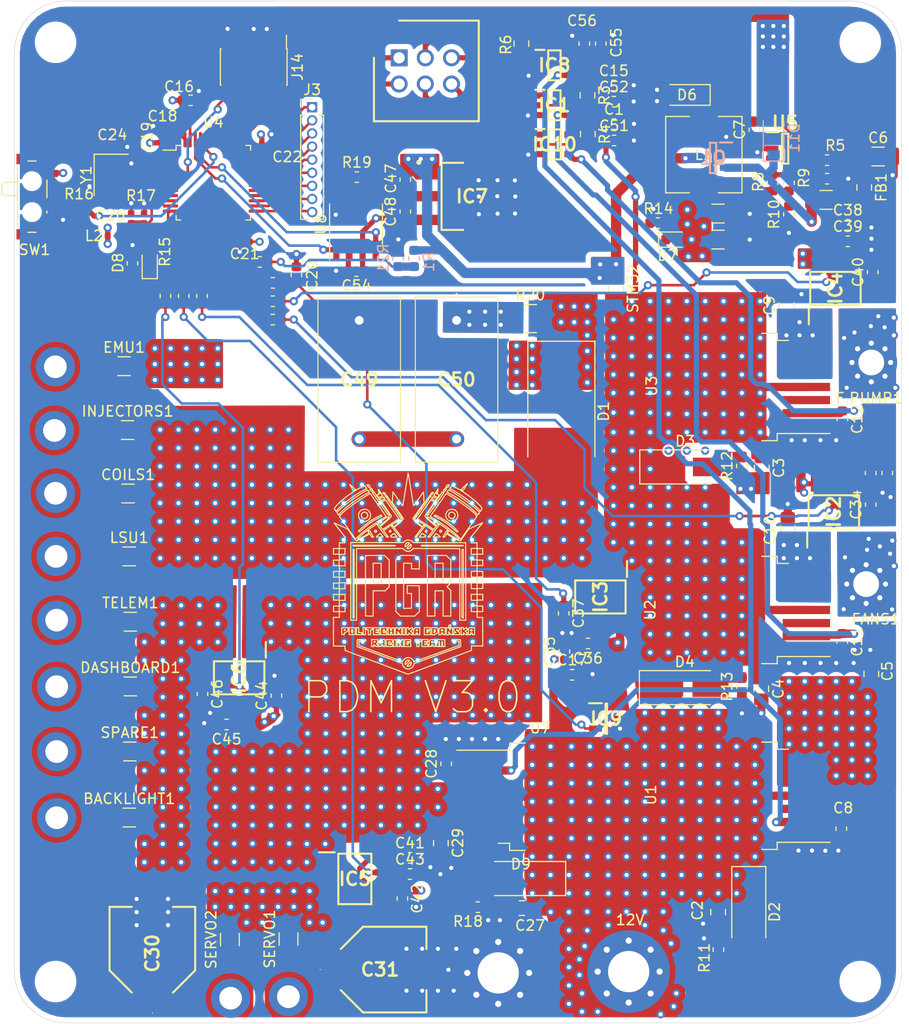
<source format=kicad_pcb>
(kicad_pcb (version 20171130) (host pcbnew "(5.1.2)-2")
  (layers (0 F.Cu signal) (1 In1.Cu signal) (2 In2.Cu signal) (31 B.Cu signal) (34 B.Paste user hide) (35 F.Paste user hide) (36 B.SilkS user) (37 F.SilkS user) (38 B.Mask user hide) (39 F.Mask user hide) (44 Edge.Cuts user hide))
  (net 0 "")
  (net 1 GND)
  (net 2 "Net-(D1-Pad1)")
  (net 3 "Net-(D2-Pad2)")
  (net 4 "Net-(D3-Pad2)")
  (net 5 "Net-(D4-Pad2)")
  (net 6 12V_BAT)
  (net 7 BUCK_IN)
  (net 8 BUCK_SW)
  (net 9 BUCK_BST)
  (net 10 +3.3VA)
  (net 11 HSE_IN)
  (net 12 "Net-(C26-Pad1)")
  (net 13 LED_STATUS)
  (net 14 "Net-(D8-Pad1)")
  (net 15 "Net-(F1-Pad1)")
  (net 16 NRST)
  (net 17 SWO)
  (net 18 SWCLK)
  (net 19 SWDIO)
  (net 20 BUCK_EN)
  (net 21 BUCK_FB)
  (net 22 "Net-(R10-Pad1)")
  (net 23 "Net-(D7-Pad1)")
  (net 24 BOOT0)
  (net 25 "Net-(R16-Pad1)")
  (net 26 HSE_OUT)
  (net 27 12V_MAIN_IN)
  (net 28 IN_MAIN_12V)
  (net 29 FUEL_MOS_OUT)
  (net 30 FANS_MOS_OUT)
  (net 31 12V_SYSTEMS)
  (net 32 "Net-(C30-Pad1)")
  (net 33 "Net-(C31-Pad1)")
  (net 34 +5V)
  (net 35 12V_MAIN_OUT)
  (net 36 "Net-(D9-Pad2)")
  (net 37 12V_SYSTEMS_OUT)
  (net 38 12V_SERVO_OUT)
  (net 39 FUEL_MOS_IN)
  (net 40 FANS_MOS_IN)
  (net 41 CAN_H)
  (net 42 CAN_L)
  (net 43 CAN_RX)
  (net 44 CAN_TX)
  (net 45 "Net-(BACKLIGHT1-Pad1)")
  (net 46 "Net-(DASHBOARD1-Pad1)")
  (net 47 "Net-(J8-Pad1)")
  (net 48 "Net-(J10-Pad1)")
  (net 49 "Net-(COILS1-Pad1)")
  (net 50 "Net-(EMU1-Pad1)")
  (net 51 "Net-(INJECTORS1-Pad1)")
  (net 52 "Net-(J7-Pad1)")
  (net 53 "Net-(C49-Pad1)")
  (net 54 "Net-(C50-Pad1)")
  (net 55 12V_STM32)
  (net 56 EMU_AUX1)
  (net 57 EMU_AUX2)
  (net 58 +3V3)
  (net 59 5V_ST_LINK)
  (net 60 "Net-(D11-Pad1)")
  (net 61 CURRENT_12V_MAIN)
  (net 62 SAFETY_LINE)
  (net 63 VOLTAGE_SENS)
  (net 64 TEMP)
  (net 65 CURRENT_FUEL)
  (net 66 CURRENT_SERVO)
  (net 67 CURRENT_12V_SYSTEMS)
  (net 68 IN_FAN)
  (net 69 IN_FUEL)
  (net 70 CURRENT_FANS)
  (net 71 /STM32F103C8T6/PA3)
  (net 72 /STM32F103C8T6/PA4)
  (net 73 /STM32F103C8T6/PA5)
  (net 74 /STM32F103C8T6/PA6)
  (net 75 /STM32F103C8T6/PA7)
  (net 76 /STM32F103C8T6/PB0)
  (net 77 /STM32F103C8T6/PB1)
  (net 78 /STM32F103C8T6/PB12)
  (net 79 /STM32F103C8T6/PB13)
  (net 80 /STM32F103C8T6/PB14)
  (net 81 /STM32F103C8T6/PB15)
  (net 82 /STM32F103C8T6/PA12)
  (net 83 /STM32F103C8T6/PA11)
  (net 84 /STM32F103C8T6/PA10)
  (net 85 /STM32F103C8T6/PA9)
  (net 86 /STM32F103C8T6/PA8)
  (module Resistor_SMD:R_0805_2012Metric (layer F.Cu) (at 129.59 36.89 270)
    (fp_text reference R4 (at 0 -1.65 90) (layer F.SilkS))
    (fp_text value 100k)
    (pad 2 smd roundrect (at 0.9375 0 270) (size 0.975 1.4) (layers F.Cu F.Paste F.Mask) (net 56 EMU_AUX1))
    (pad 1 smd roundrect (at -0.9375 0 270) (size 0.975 1.4) (layers F.Cu F.Paste F.Mask) (net 27 12V_MAIN_IN))
  )
  (module Resistor_SMD:R_0805_2012Metric (layer F.Cu) (at 129.56 33.13 270)
    (fp_text reference R3 (at 0 -1.65 90) (layer F.SilkS))
    (fp_text value 100k)
    (pad 2 smd roundrect (at 0.9375 0 270) (size 0.975 1.4) (layers F.Cu F.Paste F.Mask) (net 57 EMU_AUX2))
    (pad 1 smd roundrect (at -0.9375 0 270) (size 0.975 1.4) (layers F.Cu F.Paste F.Mask) (net 27 12V_MAIN_IN))
  )
  (module BU4S584G2-TR:SOT95P280X125-5N (layer F.Cu) (at 126.37 37.89)
    (fp_text reference IC10 (at 0 0) (layer F.SilkS) (effects (font (size 1.27 1.27) (thickness 0.254))))
    (fp_text value BU4S584G2-TR hide)
    (pad 5 smd rect (at 1.4 -0.95 90) (size 0.6 0.9) (layers F.Cu F.Paste F.Mask) (net 27 12V_MAIN_IN))
    (pad 4 smd rect (at 1.4 0.95 90) (size 0.6 0.9) (layers F.Cu F.Paste F.Mask) (net 69 IN_FUEL))
    (pad 3 smd rect (at -1.4 0.95 90) (size 0.6 0.9) (layers F.Cu F.Paste F.Mask) (net 1 GND))
    (pad 2 smd rect (at -1.4 0 90) (size 0.6 0.9) (layers F.Cu F.Paste F.Mask) (net 56 EMU_AUX1))
    (pad 1 smd rect (at -1.4 -0.95 90) (size 0.6 0.9) (layers F.Cu F.Paste F.Mask))
  )
  (module BU4S584G2-TR:SOT95P280X125-5N (layer F.Cu) (at 126.35 34.1)
    (fp_text reference IC1 (at 0 0) (layer F.SilkS) (effects (font (size 1.27 1.27) (thickness 0.254))))
    (fp_text value BU4S584G2-TR hide)
    (pad 5 smd rect (at 1.4 -0.95 90) (size 0.6 0.9) (layers F.Cu F.Paste F.Mask) (net 27 12V_MAIN_IN))
    (pad 4 smd rect (at 1.4 0.95 90) (size 0.6 0.9) (layers F.Cu F.Paste F.Mask) (net 68 IN_FAN))
    (pad 3 smd rect (at -1.4 0.95 90) (size 0.6 0.9) (layers F.Cu F.Paste F.Mask) (net 1 GND))
    (pad 2 smd rect (at -1.4 0 90) (size 0.6 0.9) (layers F.Cu F.Paste F.Mask) (net 57 EMU_AUX2))
    (pad 1 smd rect (at -1.4 -0.95 90) (size 0.6 0.9) (layers F.Cu F.Paste F.Mask))
  )
  (module Capacitor_SMD:C_0603_1608Metric (layer F.Cu) (at 132.12 33.75)
    (fp_text reference C52 (at 0 -1.43) (layer F.SilkS))
    (fp_text value 1uF)
    (pad 2 smd roundrect (at 0.7875 0) (size 0.875 0.95) (layers F.Cu F.Paste F.Mask) (net 1 GND))
    (pad 1 smd roundrect (at -0.7875 0) (size 0.875 0.95) (layers F.Cu F.Paste F.Mask) (net 27 12V_MAIN_IN))
  )
  (module Capacitor_SMD:C_0603_1608Metric (layer F.Cu) (at 132.14 37.51)
    (fp_text reference C51 (at 0 -1.43) (layer F.SilkS))
    (fp_text value 1uF)
    (pad 2 smd roundrect (at 0.7875 0) (size 0.875 0.95) (layers F.Cu F.Paste F.Mask) (net 1 GND))
    (pad 1 smd roundrect (at -0.7875 0) (size 0.875 0.95) (layers F.Cu F.Paste F.Mask) (net 27 12V_MAIN_IN))
  )
  (module Capacitor_SMD:C_0603_1608Metric (layer F.Cu) (at 132.11 32.19)
    (fp_text reference C15 (at 0 -1.43) (layer F.SilkS))
    (fp_text value 0.1uF)
    (pad 2 smd roundrect (at 0.7875 0) (size 0.875 0.95) (layers F.Cu F.Paste F.Mask) (net 1 GND))
    (pad 1 smd roundrect (at -0.7875 0) (size 0.875 0.95) (layers F.Cu F.Paste F.Mask) (net 27 12V_MAIN_IN))
  )
  (module Capacitor_SMD:C_0603_1608Metric (layer F.Cu) (at 132.13 35.93)
    (fp_text reference C1 (at 0 -1.43) (layer F.SilkS))
    (fp_text value 0.1uF)
    (pad 2 smd roundrect (at 0.7875 0) (size 0.875 0.95) (layers F.Cu F.Paste F.Mask) (net 1 GND))
    (pad 1 smd roundrect (at -0.7875 0) (size 0.875 0.95) (layers F.Cu F.Paste F.Mask) (net 27 12V_MAIN_IN))
  )
  (module SCMR18H105PRBB0:SCMR18H105PRBB0 (layer F.Cu) (at 116.87048 54.93512)
    (fp_text reference C50 (at 0 5.75) (layer F.SilkS) (effects (font (size 1.27 1.27) (thickness 0.254))))
    (fp_text value SCMR18H105PRBB0 hide)
    (pad 2 thru_hole circle (at 0 11.5) (size 1.381 1.381) (drill 0.85) (layers *.Cu *.Mask) (net 53 "Net-(C49-Pad1)"))
    (pad 1 thru_hole circle (at 0 0) (size 1.381 1.381) (drill 0.85) (layers *.Cu *.Mask) (net 54 "Net-(C50-Pad1)"))
  )
  (module Connector_PinHeader_1.27mm:PinHeader_1x09_P1.27mm_Vertical (layer F.Cu) (at 102.87 34.29)
    (fp_text reference J3 (at 0 -1.695) (layer F.SilkS))
    (fp_text value Conn_01x09_Male)
    (pad 9 thru_hole oval (at 0 10.16) (size 1 1) (drill 0.65) (layers *.Cu *.Mask) (net 78 /STM32F103C8T6/PB12))
    (pad 8 thru_hole oval (at 0 8.89) (size 1 1) (drill 0.65) (layers *.Cu *.Mask) (net 79 /STM32F103C8T6/PB13))
    (pad 7 thru_hole oval (at 0 7.62) (size 1 1) (drill 0.65) (layers *.Cu *.Mask) (net 80 /STM32F103C8T6/PB14))
    (pad 6 thru_hole oval (at 0 6.35) (size 1 1) (drill 0.65) (layers *.Cu *.Mask) (net 81 /STM32F103C8T6/PB15))
    (pad 5 thru_hole oval (at 0 5.08) (size 1 1) (drill 0.65) (layers *.Cu *.Mask) (net 86 /STM32F103C8T6/PA8))
    (pad 4 thru_hole oval (at 0 3.81) (size 1 1) (drill 0.65) (layers *.Cu *.Mask) (net 85 /STM32F103C8T6/PA9))
    (pad 3 thru_hole oval (at 0 2.54) (size 1 1) (drill 0.65) (layers *.Cu *.Mask) (net 84 /STM32F103C8T6/PA10))
    (pad 2 thru_hole oval (at 0 1.27) (size 1 1) (drill 0.65) (layers *.Cu *.Mask) (net 83 /STM32F103C8T6/PA11))
    (pad 1 thru_hole rect (at 0 0) (size 1 1) (drill 0.65) (layers *.Cu *.Mask) (net 82 /STM32F103C8T6/PA12))
  )
  (module Resistor_SMD:R_0603_1608Metric (layer F.Cu) (at 97.79 49.276 180)
    (fp_text reference R27)
    (fp_text value 0)
    (pad 2 smd roundrect (at 0.7875 0 180) (size 0.875 0.95) (layers F.Cu F.Paste F.Mask) (net 77 /STM32F103C8T6/PB1))
    (pad 1 smd roundrect (at -0.7875 0 180) (size 0.875 0.95) (layers F.Cu F.Paste F.Mask) (net 63 VOLTAGE_SENS))
  )
  (module Resistor_SMD:R_0603_1608Metric (layer F.Cu) (at 99.06 51.308 180)
    (fp_text reference R26)
    (fp_text value 0)
    (pad 2 smd roundrect (at 0.7875 0 180) (size 0.875 0.95) (layers F.Cu F.Paste F.Mask) (net 76 /STM32F103C8T6/PB0))
    (pad 1 smd roundrect (at -0.7875 0 180) (size 0.875 0.95) (layers F.Cu F.Paste F.Mask) (net 64 TEMP))
  )
  (module Resistor_SMD:R_0603_1608Metric (layer F.Cu) (at 99.06 53.086 180)
    (fp_text reference R25)
    (fp_text value 0)
    (pad 2 smd roundrect (at 0.7875 0 180) (size 0.875 0.95) (layers F.Cu F.Paste F.Mask) (net 75 /STM32F103C8T6/PA7))
    (pad 1 smd roundrect (at -0.7875 0 180) (size 0.875 0.95) (layers F.Cu F.Paste F.Mask) (net 65 CURRENT_FUEL))
  )
  (module Resistor_SMD:R_0603_1608Metric (layer F.Cu) (at 99.06 54.864 180)
    (fp_text reference R24)
    (fp_text value 0)
    (pad 2 smd roundrect (at 0.7875 0 180) (size 0.875 0.95) (layers F.Cu F.Paste F.Mask) (net 74 /STM32F103C8T6/PA6))
    (pad 1 smd roundrect (at -0.7875 0 180) (size 0.875 0.95) (layers F.Cu F.Paste F.Mask) (net 70 CURRENT_FANS))
  )
  (module Resistor_SMD:R_0603_1608Metric (layer F.Cu) (at 92.202 52.578 90)
    (fp_text reference R23)
    (fp_text value 0)
    (pad 2 smd roundrect (at 0.7875 0 90) (size 0.875 0.95) (layers F.Cu F.Paste F.Mask) (net 73 /STM32F103C8T6/PA5))
    (pad 1 smd roundrect (at -0.7875 0 90) (size 0.875 0.95) (layers F.Cu F.Paste F.Mask) (net 61 CURRENT_12V_MAIN))
  )
  (module Resistor_SMD:R_0603_1608Metric (layer F.Cu) (at 90.424 52.578 90)
    (fp_text reference R22)
    (fp_text value 0)
    (pad 2 smd roundrect (at 0.7875 0 90) (size 0.875 0.95) (layers F.Cu F.Paste F.Mask) (net 72 /STM32F103C8T6/PA4))
    (pad 1 smd roundrect (at -0.7875 0 90) (size 0.875 0.95) (layers F.Cu F.Paste F.Mask) (net 66 CURRENT_SERVO))
  )
  (module Resistor_SMD:R_0603_1608Metric (layer F.Cu) (at 88.646 52.578 90)
    (fp_text reference R2)
    (fp_text value 0)
    (pad 2 smd roundrect (at 0.7875 0 90) (size 0.875 0.95) (layers F.Cu F.Paste F.Mask) (net 71 /STM32F103C8T6/PA3))
    (pad 1 smd roundrect (at -0.7875 0 90) (size 0.875 0.95) (layers F.Cu F.Paste F.Mask) (net 67 CURRENT_12V_SYSTEMS))
  )
  (module KF50BDT-TR:TO228P972X240-3N (layer F.Cu) (at 118.364 42.926)
    (fp_text reference IC7 (at 0 0) (layer F.SilkS) (effects (font (size 1.27 1.27) (thickness 0.254))))
    (fp_text value KF50BDT-TR hide)
    (pad 4 smd rect (at 2.45 0 90) (size 4.9 5.85) (layers F.Cu F.Paste F.Mask) (net 1 GND))
    (pad 3 smd rect (at -4.35 2.28 90) (size 1 2.1) (layers F.Cu F.Paste F.Mask) (net 34 +5V))
    (pad 1 smd rect (at -4.35 -2.28 90) (size 1 2.1) (layers F.Cu F.Paste F.Mask) (net 55 12V_STM32))
  )
  (module Diode_SMD:D_SMA_Handsoldering (layer F.Cu) (at 145.19656 112.26038 270)
    (fp_text reference D2 (at 0 -2.5 90) (layer F.SilkS))
    (fp_text value D_TVS_ALT)
    (pad 2 smd rect (at 2.5 0 270) (size 3.5 1.8) (layers F.Cu F.Paste F.Mask) (net 3 "Net-(D2-Pad2)"))
    (pad 1 smd rect (at -2.5 0 270) (size 3.5 1.8) (layers F.Cu F.Paste F.Mask) (net 6 12V_BAT))
  )
  (module Fuse:Fuse_0805_2012Metric (layer F.Cu) (at 132.31368 51.8414 270)
    (fp_text reference STM32 (at 0 -1.65 90) (layer F.SilkS))
    (fp_text value 2)
    (pad 2 smd roundrect (at 0.9375 0 270) (size 0.975 1.4) (layers F.Cu F.Paste F.Mask) (net 27 12V_MAIN_IN))
    (pad 1 smd roundrect (at -0.9375 0 270) (size 0.975 1.4) (layers F.Cu F.Paste F.Mask) (net 55 12V_STM32))
  )
  (module TMP236A4DBZT:SOT95P237X112-3N (layer F.Cu) (at 131.3815 93.5355)
    (fp_text reference IC9 (at 0 0) (layer F.SilkS) (effects (font (size 1.27 1.27) (thickness 0.254))))
    (fp_text value TMP236A4DBZT hide)
    (pad 3 smd rect (at 1.05 0 90) (size 0.6 1.25) (layers F.Cu F.Paste F.Mask) (net 1 GND))
    (pad 2 smd rect (at -1.05 0.95 90) (size 0.6 1.25) (layers F.Cu F.Paste F.Mask) (net 64 TEMP))
    (pad 1 smd rect (at -1.05 -0.95 90) (size 0.6 1.25) (layers F.Cu F.Paste F.Mask) (net 58 +3V3))
  )
  (module Capacitor_SMD:C_0603_1608Metric (layer F.Cu) (at 101.346 50.546 90)
    (fp_text reference C20 (at 0 1.524 90) (layer F.SilkS))
    (fp_text value 0.1uF)
    (pad 2 smd roundrect (at 0.7875 0 90) (size 0.875 0.95) (layers F.Cu F.Paste F.Mask) (net 1 GND))
    (pad 1 smd roundrect (at -0.7875 0 90) (size 0.875 0.95) (layers F.Cu F.Paste F.Mask) (net 64 TEMP))
  )
  (module Capacitor_SMD:C_0603_1608Metric (layer F.Cu) (at 128.0795 89.281)
    (fp_text reference C17 (at 0 -1.43) (layer F.SilkS))
    (fp_text value 0.1uF)
    (pad 2 smd roundrect (at 0.7875 0) (size 0.875 0.95) (layers F.Cu F.Paste F.Mask) (net 1 GND))
    (pad 1 smd roundrect (at -0.7875 0) (size 0.875 0.95) (layers F.Cu F.Paste F.Mask) (net 58 +3V3))
  )
  (module 90130-1106:SHDR6W65P254_2X3_996X975X1110P (layer F.Cu) (at 111.3 29.5)
    (fp_text reference J2)
    (fp_text value 90130-1106 hide)
    (pad 6 thru_hole circle (at 5.08 2.54) (size 1.65 1.65) (drill 1.1) (layers *.Cu *.Mask) (net 57 EMU_AUX2))
    (pad 5 thru_hole circle (at 5.08 0) (size 1.65 1.65) (drill 1.1) (layers *.Cu *.Mask) (net 62 SAFETY_LINE))
    (pad 4 thru_hole circle (at 2.54 2.54) (size 1.65 1.65) (drill 1.1) (layers *.Cu *.Mask) (net 56 EMU_AUX1))
    (pad 3 thru_hole circle (at 2.54 0) (size 1.65 1.65) (drill 1.1) (layers *.Cu *.Mask) (net 6 12V_BAT))
    (pad 2 thru_hole circle (at 0 2.54) (size 1.65 1.65) (drill 1.1) (layers *.Cu *.Mask) (net 42 CAN_L))
    (pad 1 thru_hole rect (at 0 0) (size 1.65 1.65) (drill 1.1) (layers *.Cu *.Mask) (net 41 CAN_H))
  )
  (module BU4S584G2-TR:SOT95P280X125-5N (layer F.Cu) (at 126.354 30.23)
    (fp_text reference IC8 (at 0 0) (layer F.SilkS) (effects (font (size 1.27 1.27) (thickness 0.254))))
    (fp_text value BU4S584G2-TR hide)
    (pad 5 smd rect (at 1.4 -0.95 90) (size 0.6 0.9) (layers F.Cu F.Paste F.Mask) (net 6 12V_BAT))
    (pad 4 smd rect (at 1.4 0.95 90) (size 0.6 0.9) (layers F.Cu F.Paste F.Mask) (net 28 IN_MAIN_12V))
    (pad 3 smd rect (at -1.4 0.95 90) (size 0.6 0.9) (layers F.Cu F.Paste F.Mask) (net 1 GND))
    (pad 2 smd rect (at -1.4 0 90) (size 0.6 0.9) (layers F.Cu F.Paste F.Mask) (net 62 SAFETY_LINE))
    (pad 1 smd rect (at -1.4 -0.95 90) (size 0.6 0.9) (layers F.Cu F.Paste F.Mask))
  )
  (module MountingHole:MountingHole_3mm (layer F.Cu) (at 78 119)
    (fp_text reference H4)
    (fp_text value MountingHole)
    (pad 1 np_thru_hole circle (at 0 0) (size 3 3) (drill 3) (layers *.Cu *.Mask))
  )
  (module MountingHole:MountingHole_3mm (layer F.Cu) (at 156 119)
    (fp_text reference H3)
    (fp_text value MountingHole)
    (pad 1 np_thru_hole circle (at 0 0) (size 3 3) (drill 3) (layers *.Cu *.Mask))
  )
  (module MountingHole:MountingHole_3mm (layer F.Cu) (at 156 28)
    (fp_text reference H2)
    (fp_text value MountingHole)
    (pad 1 np_thru_hole circle (at 0 0) (size 3 3) (drill 3) (layers *.Cu *.Mask))
  )
  (module MountingHole:MountingHole_3mm (layer F.Cu) (at 78 28)
    (fp_text reference H1)
    (fp_text value MountingHole)
    (pad 1 np_thru_hole circle (at 0 0) (size 3 3) (drill 3) (layers *.Cu *.Mask))
  )
  (module Resistor_SMD:R_0603_1608Metric (layer B.Cu) (at 111.2 48.94072 270)
    (fp_text reference R21 (at 0 1.43 90) (layer B.SilkS) (effects (justify mirror)))
    (fp_text value 6.8k)
    (pad 2 smd roundrect (at 0.7875 0 270) (size 0.875 0.95) (layers B.Cu B.Paste B.Mask) (net 63 VOLTAGE_SENS))
    (pad 1 smd roundrect (at -0.7875 0 270) (size 0.875 0.95) (layers B.Cu B.Paste B.Mask) (net 1 GND))
  )
  (module Resistor_SMD:R_0603_1608Metric (layer B.Cu) (at 112.75448 48.94072 90)
    (fp_text reference R1 (at -0.33528 1.43 90) (layer B.SilkS) (effects (justify mirror)))
    (fp_text value 22k)
    (pad 2 smd roundrect (at 0.7875 0 90) (size 0.875 0.95) (layers B.Cu B.Paste B.Mask) (net 55 12V_STM32))
    (pad 1 smd roundrect (at -0.7875 0 90) (size 0.875 0.95) (layers B.Cu B.Paste B.Mask) (net 63 VOLTAGE_SENS))
  )
  (module AO3401A:SOT95P280X125-3N (layer B.Cu) (at 141.732 39.20236 180)
    (fp_text reference Q1 (at 0 0) (layer B.SilkS) (effects (font (size 1.27 1.27) (thickness 0.254)) (justify mirror)))
    (fp_text value AO3401A hide)
    (pad 3 smd rect (at 1.25 0 90) (size 0.6 1.2) (layers B.Cu B.Paste B.Mask) (net 55 12V_STM32))
    (pad 2 smd rect (at -1.25 -0.95 90) (size 0.6 1.2) (layers B.Cu B.Paste B.Mask) (net 60 "Net-(D11-Pad1)"))
    (pad 1 smd rect (at -1.25 0.95 90) (size 0.6 1.2) (layers B.Cu B.Paste B.Mask) (net 1 GND))
  )
  (module MLX91221KDC-ABR-020-SP:SOIC127P600X173-8N (layer F.Cu) (at 95.7961 89.57056 270)
    (fp_text reference IC6 (at 0 0 90) (layer F.SilkS) (effects (font (size 1.27 1.27) (thickness 0.254))))
    (fp_text value MLX91221KDC-ABR-020-SP hide)
    (pad 8 smd rect (at 2.712 -1.905) (size 0.65 1.525) (layers F.Cu F.Paste F.Mask) (net 58 +3V3))
    (pad 7 smd rect (at 2.712 -0.635) (size 0.65 1.525) (layers F.Cu F.Paste F.Mask) (net 67 CURRENT_12V_SYSTEMS))
    (pad 6 smd rect (at 2.712 0.635) (size 0.65 1.525) (layers F.Cu F.Paste F.Mask) (net 58 +3V3))
    (pad 5 smd rect (at 2.712 1.905) (size 0.65 1.525) (layers F.Cu F.Paste F.Mask) (net 1 GND))
    (pad 4 smd rect (at -2.712 1.905) (size 0.65 1.525) (layers F.Cu F.Paste F.Mask) (net 37 12V_SYSTEMS_OUT))
    (pad 3 smd rect (at -2.712 0.635) (size 0.65 1.525) (layers F.Cu F.Paste F.Mask) (net 37 12V_SYSTEMS_OUT))
    (pad 2 smd rect (at -2.712 -0.635) (size 0.65 1.525) (layers F.Cu F.Paste F.Mask) (net 31 12V_SYSTEMS))
    (pad 1 smd rect (at -2.712 -1.905) (size 0.65 1.525) (layers F.Cu F.Paste F.Mask) (net 31 12V_SYSTEMS))
  )
  (module MLX91221KDC-ABR-020-SP:SOIC127P600X173-8N (layer F.Cu) (at 107.00766 109.05744)
    (fp_text reference IC5 (at 0 0) (layer F.SilkS) (effects (font (size 1.27 1.27) (thickness 0.254))))
    (fp_text value MLX91221KDC-ABR-020-SP hide)
    (pad 8 smd rect (at 2.712 -1.905 90) (size 0.65 1.525) (layers F.Cu F.Paste F.Mask) (net 58 +3V3))
    (pad 7 smd rect (at 2.712 -0.635 90) (size 0.65 1.525) (layers F.Cu F.Paste F.Mask) (net 66 CURRENT_SERVO))
    (pad 6 smd rect (at 2.712 0.635 90) (size 0.65 1.525) (layers F.Cu F.Paste F.Mask) (net 58 +3V3))
    (pad 5 smd rect (at 2.712 1.905 90) (size 0.65 1.525) (layers F.Cu F.Paste F.Mask) (net 1 GND))
    (pad 4 smd rect (at -2.712 1.905 90) (size 0.65 1.525) (layers F.Cu F.Paste F.Mask) (net 38 12V_SERVO_OUT))
    (pad 3 smd rect (at -2.712 0.635 90) (size 0.65 1.525) (layers F.Cu F.Paste F.Mask) (net 38 12V_SERVO_OUT))
    (pad 2 smd rect (at -2.712 -0.635 90) (size 0.65 1.525) (layers F.Cu F.Paste F.Mask) (net 31 12V_SYSTEMS))
    (pad 1 smd rect (at -2.712 -1.905 90) (size 0.65 1.525) (layers F.Cu F.Paste F.Mask) (net 31 12V_SYSTEMS))
  )
  (module MLX91221KDC-ABR-020-SP:SOIC127P600X173-8N (layer F.Cu) (at 153.59476 51.84256 90)
    (fp_text reference IC4 (at 0 0 90) (layer F.SilkS) (effects (font (size 1.27 1.27) (thickness 0.254))))
    (fp_text value MLX91221KDC-ABR-020-SP hide)
    (pad 8 smd rect (at 2.712 -1.905 180) (size 0.65 1.525) (layers F.Cu F.Paste F.Mask) (net 58 +3V3))
    (pad 7 smd rect (at 2.712 -0.635 180) (size 0.65 1.525) (layers F.Cu F.Paste F.Mask) (net 65 CURRENT_FUEL))
    (pad 6 smd rect (at 2.712 0.635 180) (size 0.65 1.525) (layers F.Cu F.Paste F.Mask) (net 58 +3V3))
    (pad 5 smd rect (at 2.712 1.905 180) (size 0.65 1.525) (layers F.Cu F.Paste F.Mask) (net 1 GND))
    (pad 4 smd rect (at -2.712 1.905 180) (size 0.65 1.525) (layers F.Cu F.Paste F.Mask) (net 29 FUEL_MOS_OUT))
    (pad 3 smd rect (at -2.712 0.635 180) (size 0.65 1.525) (layers F.Cu F.Paste F.Mask) (net 29 FUEL_MOS_OUT))
    (pad 2 smd rect (at -2.712 -0.635 180) (size 0.65 1.525) (layers F.Cu F.Paste F.Mask) (net 39 FUEL_MOS_IN))
    (pad 1 smd rect (at -2.712 -1.905 180) (size 0.65 1.525) (layers F.Cu F.Paste F.Mask) (net 39 FUEL_MOS_IN))
  )
  (module MLX91221KDC-ABR-020-SP:SOIC127P600X173-8N (layer F.Cu) (at 130.81 81.7372 270)
    (fp_text reference IC3 (at 0 0 90) (layer F.SilkS) (effects (font (size 1.27 1.27) (thickness 0.254))))
    (fp_text value MLX91221KDC-ABR-020-SP hide)
    (pad 8 smd rect (at 2.712 -1.905) (size 0.65 1.525) (layers F.Cu F.Paste F.Mask) (net 58 +3V3))
    (pad 7 smd rect (at 2.712 -0.635) (size 0.65 1.525) (layers F.Cu F.Paste F.Mask) (net 61 CURRENT_12V_MAIN))
    (pad 6 smd rect (at 2.712 0.635) (size 0.65 1.525) (layers F.Cu F.Paste F.Mask) (net 58 +3V3))
    (pad 5 smd rect (at 2.712 1.905) (size 0.65 1.525) (layers F.Cu F.Paste F.Mask) (net 1 GND))
    (pad 4 smd rect (at -2.712 1.905) (size 0.65 1.525) (layers F.Cu F.Paste F.Mask) (net 35 12V_MAIN_OUT))
    (pad 3 smd rect (at -2.712 0.635) (size 0.65 1.525) (layers F.Cu F.Paste F.Mask) (net 35 12V_MAIN_OUT))
    (pad 2 smd rect (at -2.712 -0.635) (size 0.65 1.525) (layers F.Cu F.Paste F.Mask) (net 27 12V_MAIN_IN))
    (pad 1 smd rect (at -2.712 -1.905) (size 0.65 1.525) (layers F.Cu F.Paste F.Mask) (net 27 12V_MAIN_IN))
  )
  (module MLX91221KDC-ABR-020-SP:SOIC127P600X173-8N (layer F.Cu) (at 153.44 73.48 90)
    (fp_text reference IC2 (at 0 0 90) (layer F.SilkS) (effects (font (size 1.27 1.27) (thickness 0.254))))
    (fp_text value MLX91221KDC-ABR-020-SP hide)
    (pad 8 smd rect (at 2.712 -1.905 180) (size 0.65 1.525) (layers F.Cu F.Paste F.Mask) (net 58 +3V3))
    (pad 7 smd rect (at 2.712 -0.635 180) (size 0.65 1.525) (layers F.Cu F.Paste F.Mask) (net 70 CURRENT_FANS))
    (pad 6 smd rect (at 2.712 0.635 180) (size 0.65 1.525) (layers F.Cu F.Paste F.Mask) (net 58 +3V3))
    (pad 5 smd rect (at 2.712 1.905 180) (size 0.65 1.525) (layers F.Cu F.Paste F.Mask) (net 1 GND))
    (pad 4 smd rect (at -2.712 1.905 180) (size 0.65 1.525) (layers F.Cu F.Paste F.Mask) (net 30 FANS_MOS_OUT))
    (pad 3 smd rect (at -2.712 0.635 180) (size 0.65 1.525) (layers F.Cu F.Paste F.Mask) (net 30 FANS_MOS_OUT))
    (pad 2 smd rect (at -2.712 -0.635 180) (size 0.65 1.525) (layers F.Cu F.Paste F.Mask) (net 40 FANS_MOS_IN))
    (pad 1 smd rect (at -2.712 -1.905 180) (size 0.65 1.525) (layers F.Cu F.Paste F.Mask) (net 40 FANS_MOS_IN))
  )
  (module SCMR18H105PRBB0:SCMR18H105PRBB0 (layer F.Cu) (at 107.43184 66.44132 180)
    (fp_text reference C49 (at 0 5.75) (layer F.SilkS) (effects (font (size 1.27 1.27) (thickness 0.254))))
    (fp_text value SCMR18H105PRBB0 hide)
    (pad 2 thru_hole circle (at 0 11.5 180) (size 1.381 1.381) (drill 0.85) (layers *.Cu *.Mask) (net 1 GND))
    (pad 1 thru_hole circle (at 0 0 180) (size 1.381 1.381) (drill 0.85) (layers *.Cu *.Mask) (net 53 "Net-(C49-Pad1)"))
  )
  (module EEETP1C101AP:EEE0JA471UAP (layer F.Cu) (at 109.79912 117.84076)
    (fp_text reference C31 (at -0.35 0) (layer F.SilkS) (effects (font (size 1.27 1.27) (thickness 0.254))))
    (fp_text value 100uF hide)
    (pad 2 smd rect (at 3.55 0 90) (size 2 4) (layers F.Cu F.Paste F.Mask) (net 1 GND))
    (pad 1 smd rect (at -3.55 0 90) (size 2 4) (layers F.Cu F.Paste F.Mask) (net 33 "Net-(C31-Pad1)"))
  )
  (module EEETP1C101AP:EEE0JA471UAP (layer F.Cu) (at 87.38108 115.91544 90)
    (fp_text reference C30 (at -0.35 0 90) (layer F.SilkS) (effects (font (size 1.27 1.27) (thickness 0.254))))
    (fp_text value 100uF hide)
    (pad 2 smd rect (at 3.55 0 180) (size 2 4) (layers F.Cu F.Paste F.Mask) (net 1 GND))
    (pad 1 smd rect (at -3.55 0 180) (size 2 4) (layers F.Cu F.Paste F.Mask) (net 32 "Net-(C30-Pad1)"))
  )
  (module Package_QFP:LQFP-48_7x7mm_P0.5mm (layer F.Cu) (at 93.2942 41.60266)
    (fp_text reference U4 (at 0 -5.85) (layer F.SilkS))
    (fp_text value STM32F103C8Tx)
    (pad 48 smd roundrect (at -2.75 -4.1625) (size 0.3 1.475) (layers F.Cu F.Paste F.Mask) (net 58 +3V3))
    (pad 47 smd roundrect (at -2.25 -4.1625) (size 0.3 1.475) (layers F.Cu F.Paste F.Mask) (net 1 GND))
    (pad 46 smd roundrect (at -1.75 -4.1625) (size 0.3 1.475) (layers F.Cu F.Paste F.Mask) (net 44 CAN_TX))
    (pad 45 smd roundrect (at -1.25 -4.1625) (size 0.3 1.475) (layers F.Cu F.Paste F.Mask) (net 43 CAN_RX))
    (pad 44 smd roundrect (at -0.75 -4.1625) (size 0.3 1.475) (layers F.Cu F.Paste F.Mask) (net 24 BOOT0))
    (pad 43 smd roundrect (at -0.25 -4.1625) (size 0.3 1.475) (layers F.Cu F.Paste F.Mask))
    (pad 42 smd roundrect (at 0.25 -4.1625) (size 0.3 1.475) (layers F.Cu F.Paste F.Mask))
    (pad 41 smd roundrect (at 0.75 -4.1625) (size 0.3 1.475) (layers F.Cu F.Paste F.Mask))
    (pad 40 smd roundrect (at 1.25 -4.1625) (size 0.3 1.475) (layers F.Cu F.Paste F.Mask))
    (pad 39 smd roundrect (at 1.75 -4.1625) (size 0.3 1.475) (layers F.Cu F.Paste F.Mask) (net 17 SWO))
    (pad 38 smd roundrect (at 2.25 -4.1625) (size 0.3 1.475) (layers F.Cu F.Paste F.Mask))
    (pad 37 smd roundrect (at 2.75 -4.1625) (size 0.3 1.475) (layers F.Cu F.Paste F.Mask) (net 18 SWCLK))
    (pad 36 smd roundrect (at 4.1625 -2.75) (size 1.475 0.3) (layers F.Cu F.Paste F.Mask) (net 58 +3V3))
    (pad 35 smd roundrect (at 4.1625 -2.25) (size 1.475 0.3) (layers F.Cu F.Paste F.Mask) (net 1 GND))
    (pad 34 smd roundrect (at 4.1625 -1.75) (size 1.475 0.3) (layers F.Cu F.Paste F.Mask) (net 19 SWDIO))
    (pad 33 smd roundrect (at 4.1625 -1.25) (size 1.475 0.3) (layers F.Cu F.Paste F.Mask) (net 82 /STM32F103C8T6/PA12))
    (pad 32 smd roundrect (at 4.1625 -0.75) (size 1.475 0.3) (layers F.Cu F.Paste F.Mask) (net 83 /STM32F103C8T6/PA11))
    (pad 31 smd roundrect (at 4.1625 -0.25) (size 1.475 0.3) (layers F.Cu F.Paste F.Mask) (net 84 /STM32F103C8T6/PA10))
    (pad 30 smd roundrect (at 4.1625 0.25) (size 1.475 0.3) (layers F.Cu F.Paste F.Mask) (net 85 /STM32F103C8T6/PA9))
    (pad 29 smd roundrect (at 4.1625 0.75) (size 1.475 0.3) (layers F.Cu F.Paste F.Mask) (net 86 /STM32F103C8T6/PA8))
    (pad 28 smd roundrect (at 4.1625 1.25) (size 1.475 0.3) (layers F.Cu F.Paste F.Mask) (net 81 /STM32F103C8T6/PB15))
    (pad 27 smd roundrect (at 4.1625 1.75) (size 1.475 0.3) (layers F.Cu F.Paste F.Mask) (net 80 /STM32F103C8T6/PB14))
    (pad 26 smd roundrect (at 4.1625 2.25) (size 1.475 0.3) (layers F.Cu F.Paste F.Mask) (net 79 /STM32F103C8T6/PB13))
    (pad 25 smd roundrect (at 4.1625 2.75) (size 1.475 0.3) (layers F.Cu F.Paste F.Mask) (net 78 /STM32F103C8T6/PB12))
    (pad 24 smd roundrect (at 2.75 4.1625) (size 0.3 1.475) (layers F.Cu F.Paste F.Mask) (net 58 +3V3))
    (pad 23 smd roundrect (at 2.25 4.1625) (size 0.3 1.475) (layers F.Cu F.Paste F.Mask) (net 1 GND))
    (pad 22 smd roundrect (at 1.75 4.1625) (size 0.3 1.475) (layers F.Cu F.Paste F.Mask))
    (pad 21 smd roundrect (at 1.25 4.1625) (size 0.3 1.475) (layers F.Cu F.Paste F.Mask))
    (pad 20 smd roundrect (at 0.75 4.1625) (size 0.3 1.475) (layers F.Cu F.Paste F.Mask))
    (pad 19 smd roundrect (at 0.25 4.1625) (size 0.3 1.475) (layers F.Cu F.Paste F.Mask) (net 77 /STM32F103C8T6/PB1))
    (pad 18 smd roundrect (at -0.25 4.1625) (size 0.3 1.475) (layers F.Cu F.Paste F.Mask) (net 76 /STM32F103C8T6/PB0))
    (pad 17 smd roundrect (at -0.75 4.1625) (size 0.3 1.475) (layers F.Cu F.Paste F.Mask) (net 75 /STM32F103C8T6/PA7))
    (pad 16 smd roundrect (at -1.25 4.1625) (size 0.3 1.475) (layers F.Cu F.Paste F.Mask) (net 74 /STM32F103C8T6/PA6))
    (pad 15 smd roundrect (at -1.75 4.1625) (size 0.3 1.475) (layers F.Cu F.Paste F.Mask) (net 73 /STM32F103C8T6/PA5))
    (pad 14 smd roundrect (at -2.25 4.1625) (size 0.3 1.475) (layers F.Cu F.Paste F.Mask) (net 72 /STM32F103C8T6/PA4))
    (pad 13 smd roundrect (at -2.75 4.1625) (size 0.3 1.475) (layers F.Cu F.Paste F.Mask) (net 71 /STM32F103C8T6/PA3))
    (pad 12 smd roundrect (at -4.1625 2.75) (size 1.475 0.3) (layers F.Cu F.Paste F.Mask) (net 13 LED_STATUS))
    (pad 11 smd roundrect (at -4.1625 2.25) (size 1.475 0.3) (layers F.Cu F.Paste F.Mask))
    (pad 10 smd roundrect (at -4.1625 1.75) (size 1.475 0.3) (layers F.Cu F.Paste F.Mask))
    (pad 9 smd roundrect (at -4.1625 1.25) (size 1.475 0.3) (layers F.Cu F.Paste F.Mask) (net 10 +3.3VA))
    (pad 8 smd roundrect (at -4.1625 0.75) (size 1.475 0.3) (layers F.Cu F.Paste F.Mask) (net 1 GND))
    (pad 7 smd roundrect (at -4.1625 0.25) (size 1.475 0.3) (layers F.Cu F.Paste F.Mask) (net 16 NRST))
    (pad 6 smd roundrect (at -4.1625 -0.25) (size 1.475 0.3) (layers F.Cu F.Paste F.Mask) (net 26 HSE_OUT))
    (pad 5 smd roundrect (at -4.1625 -0.75) (size 1.475 0.3) (layers F.Cu F.Paste F.Mask) (net 11 HSE_IN))
    (pad 4 smd roundrect (at -4.1625 -1.25) (size 1.475 0.3) (layers F.Cu F.Paste F.Mask))
    (pad 3 smd roundrect (at -4.1625 -1.75) (size 1.475 0.3) (layers F.Cu F.Paste F.Mask))
    (pad 2 smd roundrect (at -4.1625 -2.25) (size 1.475 0.3) (layers F.Cu F.Paste F.Mask))
    (pad 1 smd roundrect (at -4.1625 -2.75) (size 1.475 0.3) (layers F.Cu F.Paste F.Mask) (net 58 +3V3))
  )
  (module Resistor_SMD:R_0402_1005Metric (layer F.Cu) (at 80.27416 43.8658)
    (fp_text reference R16 (at 0 -1.17) (layer F.SilkS))
    (fp_text value 10k)
    (pad 2 smd roundrect (at 0.485 0) (size 0.59 0.64) (layers F.Cu F.Paste F.Mask) (net 24 BOOT0))
    (pad 1 smd roundrect (at -0.485 0) (size 0.59 0.64) (layers F.Cu F.Paste F.Mask) (net 25 "Net-(R16-Pad1)"))
  )
  (module Capacitor_SMD:C_0603_1608Metric (layer F.Cu) (at 129.254 28.13 90)
    (fp_text reference C56 (at 2.222 -0.222 180) (layer F.SilkS))
    (fp_text value 1uF)
    (pad 2 smd roundrect (at 0.7875 0 90) (size 0.875 0.95) (layers F.Cu F.Paste F.Mask) (net 1 GND))
    (pad 1 smd roundrect (at -0.7875 0 90) (size 0.875 0.95) (layers F.Cu F.Paste F.Mask) (net 6 12V_BAT))
  )
  (module Capacitor_SMD:C_0603_1608Metric (layer F.Cu) (at 130.854 28.13 90)
    (fp_text reference C55 (at 0.1 1.5 90) (layer F.SilkS))
    (fp_text value 0.1uF)
    (pad 2 smd roundrect (at 0.7875 0 90) (size 0.875 0.95) (layers F.Cu F.Paste F.Mask) (net 1 GND))
    (pad 1 smd roundrect (at -0.7875 0 90) (size 0.875 0.95) (layers F.Cu F.Paste F.Mask) (net 6 12V_BAT))
  )
  (module MountingHole:MountingHole_4mm_Pad_Via (layer F.Cu) (at 120.90654 118.16334)
    (fp_text reference J16)
    (fp_text value GND)
    (pad 1 thru_hole circle (at 2.12132 -2.12132) (size 0.9 0.9) (drill 0.6) (layers *.Cu *.Mask) (net 1 GND))
    (pad 1 thru_hole circle (at 0 -3) (size 0.9 0.9) (drill 0.6) (layers *.Cu *.Mask) (net 1 GND))
    (pad 1 thru_hole circle (at -2.12132 -2.12132) (size 0.9 0.9) (drill 0.6) (layers *.Cu *.Mask) (net 1 GND))
    (pad 1 thru_hole circle (at -3 0) (size 0.9 0.9) (drill 0.6) (layers *.Cu *.Mask) (net 1 GND))
    (pad 1 thru_hole circle (at -2.12132 2.12132) (size 0.9 0.9) (drill 0.6) (layers *.Cu *.Mask) (net 1 GND))
    (pad 1 thru_hole circle (at 0 3) (size 0.9 0.9) (drill 0.6) (layers *.Cu *.Mask) (net 1 GND))
    (pad 1 thru_hole circle (at 2.12132 2.12132) (size 0.9 0.9) (drill 0.6) (layers *.Cu *.Mask) (net 1 GND))
    (pad 1 thru_hole circle (at 3 0) (size 0.9 0.9) (drill 0.6) (layers *.Cu *.Mask) (net 1 GND))
    (pad 1 thru_hole circle (at 0 0) (size 8 8) (drill 4) (layers *.Cu *.Mask) (net 1 GND))
  )
  (module MountingHole:MountingHole_4mm_Pad_Via (layer F.Cu) (at 133.5527 118.03556 180)
    (fp_text reference J1)
    (fp_text value "12V BAT")
    (pad 1 thru_hole circle (at 2.12132 -2.12132 180) (size 0.9 0.9) (drill 0.6) (layers *.Cu *.Mask) (net 6 12V_BAT))
    (pad 1 thru_hole circle (at 0 -3 180) (size 0.9 0.9) (drill 0.6) (layers *.Cu *.Mask) (net 6 12V_BAT))
    (pad 1 thru_hole circle (at -2.12132 -2.12132 180) (size 0.9 0.9) (drill 0.6) (layers *.Cu *.Mask) (net 6 12V_BAT))
    (pad 1 thru_hole circle (at -3 0 180) (size 0.9 0.9) (drill 0.6) (layers *.Cu *.Mask) (net 6 12V_BAT))
    (pad 1 thru_hole circle (at -2.12132 2.12132 180) (size 0.9 0.9) (drill 0.6) (layers *.Cu *.Mask) (net 6 12V_BAT))
    (pad 1 thru_hole circle (at 0 3 180) (size 0.9 0.9) (drill 0.6) (layers *.Cu *.Mask) (net 6 12V_BAT))
    (pad 1 thru_hole circle (at 2.12132 2.12132 180) (size 0.9 0.9) (drill 0.6) (layers *.Cu *.Mask) (net 6 12V_BAT))
    (pad 1 thru_hole circle (at 3 0 180) (size 0.9 0.9) (drill 0.6) (layers *.Cu *.Mask) (net 6 12V_BAT))
    (pad 1 thru_hole circle (at 0 0 180) (size 8 8) (drill 4) (layers *.Cu *.Mask) (net 6 12V_BAT))
  )
  (module Connector_PinHeader_1.27mm:PinHeader_2x05_P1.27mm_Vertical_SMD (layer F.Cu) (at 97.2058 30.38348 270)
    (fp_text reference J14 (at 0 -4.235 90) (layer F.SilkS))
    (fp_text value SWD)
    (pad 10 smd rect (at 1.95 2.54 270) (size 2.4 0.74) (layers F.Cu F.Paste F.Mask) (net 16 NRST))
    (pad 9 smd rect (at -1.95 2.54 270) (size 2.4 0.74) (layers F.Cu F.Paste F.Mask) (net 1 GND))
    (pad 8 smd rect (at 1.95 1.27 270) (size 2.4 0.74) (layers F.Cu F.Paste F.Mask))
    (pad 7 smd rect (at -1.95 1.27 270) (size 2.4 0.74) (layers F.Cu F.Paste F.Mask))
    (pad 6 smd rect (at 1.95 0 270) (size 2.4 0.74) (layers F.Cu F.Paste F.Mask) (net 17 SWO))
    (pad 5 smd rect (at -1.95 0 270) (size 2.4 0.74) (layers F.Cu F.Paste F.Mask) (net 1 GND))
    (pad 4 smd rect (at 1.95 -1.27 270) (size 2.4 0.74) (layers F.Cu F.Paste F.Mask) (net 18 SWCLK))
    (pad 3 smd rect (at -1.95 -1.27 270) (size 2.4 0.74) (layers F.Cu F.Paste F.Mask) (net 1 GND))
    (pad 2 smd rect (at 1.95 -2.54 270) (size 2.4 0.74) (layers F.Cu F.Paste F.Mask) (net 19 SWDIO))
    (pad 1 smd rect (at -1.95 -2.54 270) (size 2.4 0.74) (layers F.Cu F.Paste F.Mask) (net 59 5V_ST_LINK))
  )
  (module Diode_SMD:D_SOD-123 (layer B.Cu) (at 147.5994 37.2618 90)
    (fp_text reference D11 (at 0 2 90) (layer B.SilkS) (effects (justify mirror)))
    (fp_text value B5819W)
    (pad 2 smd rect (at 1.65 0 90) (size 0.9 1.2) (layers B.Cu B.Paste B.Mask) (net 59 5V_ST_LINK))
    (pad 1 smd rect (at -1.65 0 90) (size 0.9 1.2) (layers B.Cu B.Paste B.Mask) (net 60 "Net-(D11-Pad1)"))
  )
  (module Resistor_SMD:R_0603_1608Metric (layer F.Cu) (at 107.19932 41.06164)
    (fp_text reference R19 (at 0 -1.43) (layer F.SilkS))
    (fp_text value R_Small)
    (pad 2 smd roundrect (at 0.7875 0) (size 0.875 0.95) (layers F.Cu F.Paste F.Mask) (net 42 CAN_L))
    (pad 1 smd roundrect (at -0.7875 0) (size 0.875 0.95) (layers F.Cu F.Paste F.Mask) (net 41 CAN_H))
  )
  (module Capacitor_SMD:C_1206_3216Metric (layer F.Cu) (at 142.21096 47.1128)
    (fp_text reference C14)
    (fp_text value 10uF)
    (pad 2 smd roundrect (at 1.4 0) (size 1.25 1.75) (layers F.Cu F.Paste F.Mask) (roundrect_rratio 0.2) (net 1 GND))
    (pad 1 smd roundrect (at -1.4 0) (size 1.25 1.75) (layers F.Cu F.Paste F.Mask) (roundrect_rratio 0.2) (net 58 +3V3))
  )
  (module Capacitor_SMD:C_0603_1608Metric (layer F.Cu) (at 107.16376 50.165)
    (fp_text reference C54 (at 0 1.397) (layer F.SilkS))
    (fp_text value 0.47uF)
    (pad 2 smd roundrect (at 0.7875 0) (size 0.875 0.95) (layers F.Cu F.Paste F.Mask) (net 34 +5V))
    (pad 1 smd roundrect (at -0.7875 0) (size 0.875 0.95) (layers F.Cu F.Paste F.Mask) (net 1 GND))
  )
  (module Fuse:Fuse_1206_3216Metric (layer F.Cu) (at 85.2576 84.13636)
    (fp_text reference TELEM1 (at 0 -1.82) (layer F.SilkS))
    (fp_text value 5)
    (pad 2 smd roundrect (at 1.4 0) (size 1.25 1.75) (layers F.Cu F.Paste F.Mask) (roundrect_rratio 0.2) (net 37 12V_SYSTEMS_OUT))
    (pad 1 smd roundrect (at -1.4 0) (size 1.25 1.75) (layers F.Cu F.Paste F.Mask) (roundrect_rratio 0.2) (net 48 "Net-(J10-Pad1)"))
  )
  (module Fuse:Fuse_1206_3216Metric (layer F.Cu) (at 85.1916 96.70796)
    (fp_text reference SPARE1 (at 0 -1.82) (layer F.SilkS))
    (fp_text value Fuse)
    (pad 2 smd roundrect (at 1.4 0) (size 1.25 1.75) (layers F.Cu F.Paste F.Mask) (roundrect_rratio 0.2) (net 37 12V_SYSTEMS_OUT))
    (pad 1 smd roundrect (at -1.4 0) (size 1.25 1.75) (layers F.Cu F.Paste F.Mask) (roundrect_rratio 0.2) (net 47 "Net-(J8-Pad1)"))
  )
  (module Fuse:Fuse_1206_3216Metric (layer F.Cu) (at 94.8944 114.935 90)
    (fp_text reference SERVO2 (at 0 -1.82 90) (layer F.SilkS))
    (fp_text value 15)
    (pad 2 smd roundrect (at 1.4 0 90) (size 1.25 1.75) (layers F.Cu F.Paste F.Mask) (roundrect_rratio 0.2) (net 38 12V_SERVO_OUT))
    (pad 1 smd roundrect (at -1.4 0 90) (size 1.25 1.75) (layers F.Cu F.Paste F.Mask) (roundrect_rratio 0.2) (net 32 "Net-(C30-Pad1)"))
  )
  (module Fuse:Fuse_1206_3216Metric (layer F.Cu) (at 100.57892 114.87404 90)
    (fp_text reference SERVO1 (at 0 -1.82 90) (layer F.SilkS))
    (fp_text value 15)
    (pad 2 smd roundrect (at 1.4 0 90) (size 1.25 1.75) (layers F.Cu F.Paste F.Mask) (roundrect_rratio 0.2) (net 38 12V_SERVO_OUT))
    (pad 1 smd roundrect (at -1.4 0 90) (size 1.25 1.75) (layers F.Cu F.Paste F.Mask) (roundrect_rratio 0.2) (net 33 "Net-(C31-Pad1)"))
  )
  (module Fuse:Fuse_1206_3216Metric (layer F.Cu) (at 85.13064 77.81036)
    (fp_text reference LSU1 (at 0 -1.82) (layer F.SilkS))
    (fp_text value 3)
    (pad 2 smd roundrect (at 1.4 0) (size 1.25 1.75) (layers F.Cu F.Paste F.Mask) (roundrect_rratio 0.2) (net 35 12V_MAIN_OUT))
    (pad 1 smd roundrect (at -1.4 0) (size 1.25 1.75) (layers F.Cu F.Paste F.Mask) (roundrect_rratio 0.2) (net 52 "Net-(J7-Pad1)"))
  )
  (module Fuse:Fuse_1206_3216Metric (layer F.Cu) (at 84.97824 65.56756)
    (fp_text reference INJECTORS1 (at 0 -1.82) (layer F.SilkS))
    (fp_text value 15)
    (pad 2 smd roundrect (at 1.4 0) (size 1.25 1.75) (layers F.Cu F.Paste F.Mask) (roundrect_rratio 0.2) (net 35 12V_MAIN_OUT))
    (pad 1 smd roundrect (at -1.4 0) (size 1.25 1.75) (layers F.Cu F.Paste F.Mask) (roundrect_rratio 0.2) (net 51 "Net-(INJECTORS1-Pad1)"))
  )
  (module Fuse:Fuse_1206_3216Metric (layer F.Cu) (at 85.02904 71.71436)
    (fp_text reference COILS1 (at 0 -1.82) (layer F.SilkS))
    (fp_text value 15)
    (pad 2 smd roundrect (at 1.4 0) (size 1.25 1.75) (layers F.Cu F.Paste F.Mask) (roundrect_rratio 0.2) (net 35 12V_MAIN_OUT))
    (pad 1 smd roundrect (at -1.4 0) (size 1.25 1.75) (layers F.Cu F.Paste F.Mask) (roundrect_rratio 0.2) (net 49 "Net-(COILS1-Pad1)"))
  )
  (module Fuse:Fuse_1206_3216Metric (layer F.Cu) (at 84.63788 59.38012)
    (fp_text reference EMU1 (at 0 -1.82) (layer F.SilkS))
    (fp_text value 3)
    (pad 2 smd roundrect (at 1.4 0) (size 1.25 1.75) (layers F.Cu F.Paste F.Mask) (roundrect_rratio 0.2) (net 2 "Net-(D1-Pad1)"))
    (pad 1 smd roundrect (at -1.4 0) (size 1.25 1.75) (layers F.Cu F.Paste F.Mask) (roundrect_rratio 0.2) (net 50 "Net-(EMU1-Pad1)"))
  )
  (module Fuse:Fuse_1206_3216Metric (layer F.Cu) (at 85.2424 90.40876)
    (fp_text reference DASHBOARD1 (at 0 -1.82) (layer F.SilkS))
    (fp_text value 7.5)
    (pad 2 smd roundrect (at 1.4 0) (size 1.25 1.75) (layers F.Cu F.Paste F.Mask) (roundrect_rratio 0.2) (net 37 12V_SYSTEMS_OUT))
    (pad 1 smd roundrect (at -1.4 0) (size 1.25 1.75) (layers F.Cu F.Paste F.Mask) (roundrect_rratio 0.2) (net 46 "Net-(DASHBOARD1-Pad1)"))
  )
  (module Fuse:Fuse_1206_3216Metric (layer F.Cu) (at 85.1408 103.10876)
    (fp_text reference BACKLIGHT1 (at 0 -1.82) (layer F.SilkS))
    (fp_text value 2)
    (pad 2 smd roundrect (at 1.4 0) (size 1.25 1.75) (layers F.Cu F.Paste F.Mask) (roundrect_rratio 0.2) (net 37 12V_SYSTEMS_OUT))
    (pad 1 smd roundrect (at -1.4 0) (size 1.25 1.75) (layers F.Cu F.Paste F.Mask) (roundrect_rratio 0.2) (net 45 "Net-(BACKLIGHT1-Pad1)"))
  )
  (module Resistor_SMD:R_1210_3225Metric (layer F.Cu) (at 124.01804 54.76748)
    (fp_text reference R20 (at 0 -2.28) (layer F.SilkS))
    (fp_text value R_Small)
    (pad 2 smd roundrect (at 1.4 0) (size 1.25 2.65) (layers F.Cu F.Paste F.Mask) (roundrect_rratio 0.2) (net 2 "Net-(D1-Pad1)"))
    (pad 1 smd roundrect (at -1.4 0) (size 1.25 2.65) (layers F.Cu F.Paste F.Mask) (roundrect_rratio 0.2) (net 54 "Net-(C50-Pad1)"))
  )
  (module Resistor_SMD:R_0805_2012Metric (layer F.Cu) (at 123.154 28.13 270)
    (fp_text reference R6 (at 0.1 1.5 90) (layer F.SilkS))
    (fp_text value 100k)
    (pad 2 smd roundrect (at 0.9375 0 270) (size 0.975 1.4) (layers F.Cu F.Paste F.Mask) (net 62 SAFETY_LINE))
    (pad 1 smd roundrect (at -0.9375 0 270) (size 0.975 1.4) (layers F.Cu F.Paste F.Mask) (net 6 12V_BAT))
  )
  (module Package_SO:SOIC-8_3.9x4.9mm_P1.27mm (layer F.Cu) (at 107.12312 45.62348 90)
    (fp_text reference U8 (at 0 -3.4 90) (layer F.SilkS))
    (fp_text value MCP2561-E-SN)
    (pad 8 smd roundrect (at 2.475 -1.905 90) (size 1.95 0.6) (layers F.Cu F.Paste F.Mask) (net 1 GND))
    (pad 7 smd roundrect (at 2.475 -0.635 90) (size 1.95 0.6) (layers F.Cu F.Paste F.Mask) (net 41 CAN_H))
    (pad 6 smd roundrect (at 2.475 0.635 90) (size 1.95 0.6) (layers F.Cu F.Paste F.Mask) (net 42 CAN_L))
    (pad 5 smd roundrect (at 2.475 1.905 90) (size 1.95 0.6) (layers F.Cu F.Paste F.Mask))
    (pad 4 smd roundrect (at -2.475 1.905 90) (size 1.95 0.6) (layers F.Cu F.Paste F.Mask) (net 43 CAN_RX))
    (pad 3 smd roundrect (at -2.475 0.635 90) (size 1.95 0.6) (layers F.Cu F.Paste F.Mask) (net 34 +5V))
    (pad 2 smd roundrect (at -2.475 -0.635 90) (size 1.95 0.6) (layers F.Cu F.Paste F.Mask) (net 1 GND))
    (pad 1 smd roundrect (at -2.475 -1.905 90) (size 1.95 0.6) (layers F.Cu F.Paste F.Mask) (net 44 CAN_TX))
  )
  (module Package_TO_SOT_SMD:TO-263-7_TabPin4 (layer F.Cu) (at 124.968 101.092)
    (fp_text reference U7 (at 0 -6.65) (layer F.SilkS))
    (fp_text value BTS50010-1TAE)
    (pad 4 smd rect (at 3.375 0) (size 9.4 10.8) (layers F.Cu F.Mask) (net 6 12V_BAT))
    (pad 7 smd rect (at -5.775 3.81) (size 4.6 0.8) (layers F.Cu F.Paste F.Mask) (net 31 12V_SYSTEMS))
    (pad 6 smd rect (at -5.775 2.54) (size 4.6 0.8) (layers F.Cu F.Paste F.Mask) (net 31 12V_SYSTEMS))
    (pad 5 smd rect (at -5.775 1.27) (size 4.6 0.8) (layers F.Cu F.Paste F.Mask) (net 31 12V_SYSTEMS))
    (pad 4 smd rect (at -5.775 0) (size 4.6 0.8) (layers F.Cu F.Paste F.Mask) (net 6 12V_BAT))
    (pad 3 smd rect (at -5.775 -1.27) (size 4.6 0.8) (layers F.Cu F.Paste F.Mask))
    (pad 2 smd rect (at -5.775 -2.54) (size 4.6 0.8) (layers F.Cu F.Paste F.Mask) (net 28 IN_MAIN_12V))
    (pad 1 smd rect (at -5.775 -3.81) (size 4.6 0.8) (layers F.Cu F.Paste F.Mask) (net 1 GND))
  )
  (module Resistor_SMD:R_0603_1608Metric_Pad1.05x0.95mm_HandSolder (layer F.Cu) (at 118.93 111.79 180)
    (fp_text reference R18 (at 0.95462 -1.38732) (layer F.SilkS))
    (fp_text value 1R)
    (pad 2 smd roundrect (at 0.875 0 180) (size 1.05 0.95) (layers F.Cu F.Paste F.Mask) (net 36 "Net-(D9-Pad2)"))
    (pad 1 smd roundrect (at -0.875 0 180) (size 1.05 0.95) (layers F.Cu F.Paste F.Mask) (net 1 GND))
  )
  (module MountingHole:MountingHole_2.2mm_M2_DIN965_Pad (layer F.Cu) (at 94.96552 120.61444)
    (fp_text reference J17)
    (fp_text value SERVO_CLUTCH)
    (pad 1 thru_hole circle (at 0 0) (size 3.8 3.8) (drill 2.2) (layers *.Cu *.Mask) (net 32 "Net-(C30-Pad1)"))
  )
  (module MountingHole:MountingHole_2.2mm_M2_DIN965_Pad (layer F.Cu) (at 100.56876 120.46712 90)
    (fp_text reference J15)
    (fp_text value SERVO_GEAR)
    (pad 1 thru_hole circle (at 0 0 90) (size 3.8 3.8) (drill 2.2) (layers *.Cu *.Mask) (net 33 "Net-(C31-Pad1)"))
  )
  (module MountingHole:MountingHole_2.5mm_Pad_Via (layer F.Cu) (at 156.57 80.49)
    (fp_text reference FANS1 (at 0.93 3.4) (layer F.SilkS))
    (fp_text value FANS)
    (pad 1 thru_hole circle (at 1.325825 -1.325825) (size 0.8 0.8) (drill 0.5) (layers *.Cu *.Mask) (net 30 FANS_MOS_OUT))
    (pad 1 thru_hole circle (at 0 -1.875) (size 0.8 0.8) (drill 0.5) (layers *.Cu *.Mask) (net 30 FANS_MOS_OUT))
    (pad 1 thru_hole circle (at -1.325825 -1.325825) (size 0.8 0.8) (drill 0.5) (layers *.Cu *.Mask) (net 30 FANS_MOS_OUT))
    (pad 1 thru_hole circle (at -1.875 0) (size 0.8 0.8) (drill 0.5) (layers *.Cu *.Mask) (net 30 FANS_MOS_OUT))
    (pad 1 thru_hole circle (at -1.325825 1.325825) (size 0.8 0.8) (drill 0.5) (layers *.Cu *.Mask) (net 30 FANS_MOS_OUT))
    (pad 1 thru_hole circle (at 0 1.875) (size 0.8 0.8) (drill 0.5) (layers *.Cu *.Mask) (net 30 FANS_MOS_OUT))
    (pad 1 thru_hole circle (at 1.325825 1.325825) (size 0.8 0.8) (drill 0.5) (layers *.Cu *.Mask) (net 30 FANS_MOS_OUT))
    (pad 1 thru_hole circle (at 1.875 0) (size 0.8 0.8) (drill 0.5) (layers *.Cu *.Mask) (net 30 FANS_MOS_OUT))
    (pad 1 thru_hole circle (at 0 0) (size 5 5) (drill 2.5) (layers *.Cu *.Mask) (net 30 FANS_MOS_OUT))
  )
  (module Diode_SMD:D_SMA_Handsoldering (layer F.Cu) (at 123.05 109.02 180)
    (fp_text reference D9 (at -0.05 1.4) (layer F.SilkS))
    (fp_text value D_TVS_ALT)
    (pad 2 smd rect (at 2.5 0 180) (size 3.5 1.8) (layers F.Cu F.Paste F.Mask) (net 36 "Net-(D9-Pad2)"))
    (pad 1 smd rect (at -2.5 0 180) (size 3.5 1.8) (layers F.Cu F.Paste F.Mask) (net 6 12V_BAT))
  )
  (module Capacitor_SMD:C_0603_1608Metric (layer F.Cu) (at 111.9 44.4 90)
    (fp_text reference C48 (at 0 -1.43 270) (layer F.SilkS))
    (fp_text value 22uF)
    (pad 2 smd roundrect (at 0.7875 0 90) (size 0.875 0.95) (layers F.Cu F.Paste F.Mask) (net 1 GND))
    (pad 1 smd roundrect (at -0.7875 0 90) (size 0.875 0.95) (layers F.Cu F.Paste F.Mask) (net 34 +5V))
  )
  (module Capacitor_SMD:C_0603_1608Metric (layer F.Cu) (at 111.9 41.3 270)
    (fp_text reference C47 (at -0.1 1.4 90) (layer F.SilkS))
    (fp_text value 0.47uF)
    (pad 2 smd roundrect (at 0.7875 0 270) (size 0.875 0.95) (layers F.Cu F.Paste F.Mask) (net 1 GND))
    (pad 1 smd roundrect (at -0.7875 0 270) (size 0.875 0.95) (layers F.Cu F.Paste F.Mask) (net 55 12V_STM32))
  )
  (module Capacitor_SMD:C_0603_1608Metric (layer F.Cu) (at 92.2401 91.14536 270)
    (fp_text reference C46 (at 0 -1.43 90) (layer F.SilkS))
    (fp_text value 4.7nF)
    (pad 2 smd roundrect (at 0.7875 0 270) (size 0.875 0.95) (layers F.Cu F.Paste F.Mask) (net 1 GND))
    (pad 1 smd roundrect (at -0.7875 0 270) (size 0.875 0.95) (layers F.Cu F.Paste F.Mask) (net 67 CURRENT_12V_SYSTEMS))
  )
  (module Capacitor_SMD:C_0603_1608Metric (layer F.Cu) (at 94.5769 94.09176 180)
    (fp_text reference C45 (at 0 -1.43) (layer F.SilkS))
    (fp_text value 47nF)
    (pad 2 smd roundrect (at 0.7875 0 180) (size 0.875 0.95) (layers F.Cu F.Paste F.Mask) (net 1 GND))
    (pad 1 smd roundrect (at -0.7875 0 180) (size 0.875 0.95) (layers F.Cu F.Paste F.Mask) (net 58 +3V3))
  )
  (module Capacitor_SMD:C_0603_1608Metric (layer F.Cu) (at 99.40798 91.29776 90)
    (fp_text reference C44 (at 0 -1.43 90) (layer F.SilkS))
    (fp_text value 47nF)
    (pad 2 smd roundrect (at 0.7875 0 90) (size 0.875 0.95) (layers F.Cu F.Paste F.Mask) (net 1 GND))
    (pad 1 smd roundrect (at -0.7875 0 90) (size 0.875 0.95) (layers F.Cu F.Paste F.Mask) (net 58 +3V3))
  )
  (module Capacitor_SMD:C_0603_1608Metric (layer F.Cu) (at 112.35182 108.585)
    (fp_text reference C43 (at 0 -1.43) (layer F.SilkS))
    (fp_text value 4.7nF)
    (pad 2 smd roundrect (at 0.7875 0) (size 0.875 0.95) (layers F.Cu F.Paste F.Mask) (net 1 GND))
    (pad 1 smd roundrect (at -0.7875 0) (size 0.875 0.95) (layers F.Cu F.Paste F.Mask) (net 66 CURRENT_SERVO))
  )
  (module Capacitor_SMD:C_0603_1608Metric (layer F.Cu) (at 111.6203 110.96244 270)
    (fp_text reference C42 (at 0 -1.43 90) (layer F.SilkS))
    (fp_text value 47nF)
    (pad 2 smd roundrect (at 0.7875 0 270) (size 0.875 0.95) (layers F.Cu F.Paste F.Mask) (net 1 GND))
    (pad 1 smd roundrect (at -0.7875 0 270) (size 0.875 0.95) (layers F.Cu F.Paste F.Mask) (net 58 +3V3))
  )
  (module Capacitor_SMD:C_0603_1608Metric (layer F.Cu) (at 112.35182 107.0102)
    (fp_text reference C41 (at 0 -1.43) (layer F.SilkS))
    (fp_text value 47nF)
    (pad 2 smd roundrect (at 0.7875 0) (size 0.875 0.95) (layers F.Cu F.Paste F.Mask) (net 1 GND))
    (pad 1 smd roundrect (at -0.7875 0) (size 0.875 0.95) (layers F.Cu F.Paste F.Mask) (net 58 +3V3))
  )
  (module Capacitor_SMD:C_0603_1608Metric (layer F.Cu) (at 157.21076 50.26256 90)
    (fp_text reference C40 (at 0 -1.43 90) (layer F.SilkS))
    (fp_text value 4.7nF)
    (pad 2 smd roundrect (at 0.7875 0 90) (size 0.875 0.95) (layers F.Cu F.Paste F.Mask) (net 1 GND))
    (pad 1 smd roundrect (at -0.7875 0 90) (size 0.875 0.95) (layers F.Cu F.Paste F.Mask) (net 65 CURRENT_FUEL))
  )
  (module Capacitor_SMD:C_0603_1608Metric (layer F.Cu) (at 154.79776 47.27806)
    (fp_text reference C39 (at 0 -1.43) (layer F.SilkS))
    (fp_text value 47nF)
    (pad 2 smd roundrect (at 0.7875 0) (size 0.875 0.95) (layers F.Cu F.Paste F.Mask) (net 1 GND))
    (pad 1 smd roundrect (at -0.7875 0) (size 0.875 0.95) (layers F.Cu F.Paste F.Mask) (net 58 +3V3))
  )
  (module Capacitor_SMD:C_0603_1608Metric (layer F.Cu) (at 154.79776 45.69056)
    (fp_text reference C38 (at 0 -1.43) (layer F.SilkS))
    (fp_text value 47nF)
    (pad 2 smd roundrect (at 0.7875 0) (size 0.875 0.95) (layers F.Cu F.Paste F.Mask) (net 1 GND))
    (pad 1 smd roundrect (at -0.7875 0) (size 0.875 0.95) (layers F.Cu F.Paste F.Mask) (net 58 +3V3))
  )
  (module Capacitor_SMD:C_0603_1608Metric (layer F.Cu) (at 127.254 83.3247 270)
    (fp_text reference C37 (at 0 -1.43 90) (layer F.SilkS))
    (fp_text value 4.7nF)
    (pad 2 smd roundrect (at 0.7875 0 270) (size 0.875 0.95) (layers F.Cu F.Paste F.Mask) (net 1 GND))
    (pad 1 smd roundrect (at -0.7875 0 270) (size 0.875 0.95) (layers F.Cu F.Paste F.Mask) (net 61 CURRENT_12V_MAIN))
  )
  (module Capacitor_SMD:C_0603_1608Metric (layer F.Cu) (at 129.6035 86.2457 180)
    (fp_text reference C36 (at 0 -1.43) (layer F.SilkS))
    (fp_text value 47nF)
    (pad 2 smd roundrect (at 0.7875 0 180) (size 0.875 0.95) (layers F.Cu F.Paste F.Mask) (net 1 GND))
    (pad 1 smd roundrect (at -0.7875 0 180) (size 0.875 0.95) (layers F.Cu F.Paste F.Mask) (net 58 +3V3))
  )
  (module Capacitor_SMD:C_0603_1608Metric (layer F.Cu) (at 127.3175 87.0077 90)
    (fp_text reference C35 (at 0 -1.43 90) (layer F.SilkS))
    (fp_text value 47nF)
    (pad 2 smd roundrect (at 0.7875 0 90) (size 0.875 0.95) (layers F.Cu F.Paste F.Mask) (net 1 GND))
    (pad 1 smd roundrect (at -0.7875 0 90) (size 0.875 0.95) (layers F.Cu F.Paste F.Mask) (net 58 +3V3))
  )
  (module Capacitor_SMD:C_0603_1608Metric (layer F.Cu) (at 157.02 72.79 90)
    (fp_text reference C34 (at 0 -1.43 90) (layer F.SilkS))
    (fp_text value 4.7nF)
    (pad 2 smd roundrect (at 0.7875 0 90) (size 0.875 0.95) (layers F.Cu F.Paste F.Mask) (net 1 GND))
    (pad 1 smd roundrect (at -0.7875 0 90) (size 0.875 0.95) (layers F.Cu F.Paste F.Mask) (net 70 CURRENT_FANS))
  )
  (module Capacitor_SMD:C_0603_1608Metric (layer F.Cu) (at 158.62 69.73 270)
    (fp_text reference C33)
    (fp_text value 47nF)
    (pad 2 smd roundrect (at 0.7875 0 270) (size 0.875 0.95) (layers F.Cu F.Paste F.Mask) (net 1 GND))
    (pad 1 smd roundrect (at -0.7875 0 270) (size 0.875 0.95) (layers F.Cu F.Paste F.Mask) (net 58 +3V3))
  )
  (module Capacitor_SMD:C_0603_1608Metric (layer F.Cu) (at 157.01 69.73 270)
    (fp_text reference C32)
    (fp_text value 47nF)
    (pad 2 smd roundrect (at 0.7875 0 270) (size 0.875 0.95) (layers F.Cu F.Paste F.Mask) (net 1 GND))
    (pad 1 smd roundrect (at -0.7875 0 270) (size 0.875 0.95) (layers F.Cu F.Paste F.Mask) (net 58 +3V3))
  )
  (module Capacitor_SMD:C_0805_2012Metric_Pad1.15x1.40mm_HandSolder (layer F.Cu) (at 115.34648 105.58272 270)
    (fp_text reference C29 (at 0 -1.65 90) (layer F.SilkS))
    (fp_text value 10nF)
    (pad 2 smd roundrect (at 1.025 0 270) (size 1.15 1.4) (layers F.Cu F.Paste F.Mask) (roundrect_rratio 0.217391) (net 1 GND))
    (pad 1 smd roundrect (at -1.025 0 270) (size 1.15 1.4) (layers F.Cu F.Paste F.Mask) (roundrect_rratio 0.217391) (net 31 12V_SYSTEMS))
  )
  (module Capacitor_SMD:C_0603_1608Metric (layer F.Cu) (at 115.85956 97.90176 90)
    (fp_text reference C28 (at 0 -1.43 90) (layer F.SilkS))
    (fp_text value 150nF)
    (pad 2 smd roundrect (at 0.7875 0 90) (size 0.875 0.95) (layers F.Cu F.Paste F.Mask) (net 1 GND))
    (pad 1 smd roundrect (at -0.7875 0 90) (size 0.875 0.95) (layers F.Cu F.Paste F.Mask) (net 28 IN_MAIN_12V))
  )
  (module Capacitor_SMD:C_0805_2012Metric_Pad1.15x1.40mm_HandSolder (layer F.Cu) (at 123.21 111.88 180)
    (fp_text reference C27 (at -0.78264 -1.68594) (layer F.SilkS))
    (fp_text value 100nF)
    (pad 2 smd roundrect (at 1.025 0 180) (size 1.15 1.4) (layers F.Cu F.Paste F.Mask) (roundrect_rratio 0.217391) (net 1 GND))
    (pad 1 smd roundrect (at -1.025 0 180) (size 1.15 1.4) (layers F.Cu F.Paste F.Mask) (roundrect_rratio 0.217391) (net 6 12V_BAT))
  )
  (module MP2359DT-LF-P:SOT95P280X145-6N (layer F.Cu) (at 148.72366 38.30446)
    (fp_text reference U5 (at 0 -2.5057) (layer F.SilkS) (effects (font (size 1.27 1.27) (thickness 0.254))))
    (fp_text value MP2359 hide)
    (pad 6 smd rect (at 1.25 -0.95 90) (size 0.6 1.2) (layers F.Cu F.Paste F.Mask) (net 8 BUCK_SW))
    (pad 5 smd rect (at 1.25 0 90) (size 0.6 1.2) (layers F.Cu F.Paste F.Mask) (net 7 BUCK_IN))
    (pad 4 smd rect (at 1.25 0.95 90) (size 0.6 1.2) (layers F.Cu F.Paste F.Mask) (net 20 BUCK_EN))
    (pad 3 smd rect (at -1.25 0.95 90) (size 0.6 1.2) (layers F.Cu F.Paste F.Mask) (net 21 BUCK_FB))
    (pad 2 smd rect (at -1.25 0 90) (size 0.6 1.2) (layers F.Cu F.Paste F.Mask) (net 1 GND))
    (pad 1 smd rect (at -1.25 -0.95 90) (size 0.6 1.2) (layers F.Cu F.Paste F.Mask) (net 9 BUCK_BST))
  )
  (module LED_SMD:LED_0603_1608Metric (layer F.Cu) (at 137.93636 47.11476)
    (fp_text reference D7 (at -0.625 1.55) (layer F.SilkS))
    (fp_text value LED)
    (pad 2 smd roundrect (at 0.7875 0) (size 0.875 0.95) (layers F.Cu F.Paste F.Mask) (net 58 +3V3))
    (pad 1 smd roundrect (at -0.7875 0) (size 0.875 0.95) (layers F.Cu F.Paste F.Mask) (net 23 "Net-(D7-Pad1)"))
  )
  (module Button_Switch_SMD:SW_SPDT_PCM12 (layer F.Cu) (at 76.03744 42.95394 270)
    (fp_text reference SW1 (at 5.14178 0.06944 180) (layer F.SilkS))
    (fp_text value SW_SPDT)
    (pad "" smd rect (at -3.65 -0.78 270) (size 1 0.8) (layers F.Cu F.Paste F.Mask))
    (pad "" smd rect (at 3.65 -0.78 270) (size 1 0.8) (layers F.Cu F.Paste F.Mask))
    (pad "" smd rect (at 3.65 1.43 270) (size 1 0.8) (layers F.Cu F.Paste F.Mask))
    (pad "" smd rect (at -3.65 1.43 270) (size 1 0.8) (layers F.Cu F.Paste F.Mask))
    (pad 3 smd rect (at 2.25 -1.43 270) (size 0.7 1.5) (layers F.Cu F.Paste F.Mask) (net 1 GND))
    (pad 2 smd rect (at 0.75 -1.43 270) (size 0.7 1.5) (layers F.Cu F.Paste F.Mask) (net 25 "Net-(R16-Pad1)"))
    (pad 1 smd rect (at -2.25 -1.43 270) (size 0.7 1.5) (layers F.Cu F.Paste F.Mask) (net 58 +3V3))
    (pad "" np_thru_hole circle (at 1.5 0.33 270) (size 0.9 0.9) (drill 0.9) (layers *.Cu *.Mask))
    (pad "" np_thru_hole circle (at -1.5 0.33 270) (size 0.9 0.9) (drill 0.9) (layers *.Cu *.Mask))
  )
  (module Crystal:Crystal_SMD_3225-4Pin_3.2x2.5mm (layer F.Cu) (at 83.38566 40.8432 270)
    (fp_text reference Y1 (at 0.00252 2.41766 90) (layer F.SilkS))
    (fp_text value 8MHz)
    (pad 4 smd rect (at -1.1 -0.85 270) (size 1.4 1.2) (layers F.Cu F.Paste F.Mask) (net 1 GND))
    (pad 3 smd rect (at 1.1 -0.85 270) (size 1.4 1.2) (layers F.Cu F.Paste F.Mask) (net 12 "Net-(C26-Pad1)"))
    (pad 2 smd rect (at 1.1 0.85 270) (size 1.4 1.2) (layers F.Cu F.Paste F.Mask) (net 1 GND))
    (pad 1 smd rect (at -1.1 0.85 270) (size 1.4 1.2) (layers F.Cu F.Paste F.Mask) (net 11 HSE_IN))
  )
  (module Resistor_SMD:R_0402_1005Metric (layer F.Cu) (at 86.27872 41.67378 180)
    (fp_text reference R17 (at 0 -1.17) (layer F.SilkS))
    (fp_text value 47)
    (pad 2 smd roundrect (at 0.485 0 180) (size 0.59 0.64) (layers F.Cu F.Paste F.Mask) (net 12 "Net-(C26-Pad1)"))
    (pad 1 smd roundrect (at -0.485 0 180) (size 0.59 0.64) (layers F.Cu F.Paste F.Mask) (net 26 HSE_OUT))
  )
  (module Resistor_SMD:R_0603_1608Metric (layer F.Cu) (at 85.44974 49.41108 270)
    (fp_text reference R15 (at -1.11108 -3.15026 90) (layer F.SilkS))
    (fp_text value 1k5)
    (pad 2 smd roundrect (at 0.7875 0 270) (size 0.875 0.95) (layers F.Cu F.Paste F.Mask) (net 14 "Net-(D8-Pad1)"))
    (pad 1 smd roundrect (at -0.7875 0 270) (size 0.875 0.95) (layers F.Cu F.Paste F.Mask) (net 1 GND))
  )
  (module Resistor_SMD:R_0603_1608Metric (layer F.Cu) (at 136.38636 45.51476 180)
    (fp_text reference R14 (at -0.05 1.4) (layer F.SilkS))
    (fp_text value 1k)
    (pad 2 smd roundrect (at 0.7875 0 180) (size 0.875 0.95) (layers F.Cu F.Paste F.Mask) (net 1 GND))
    (pad 1 smd roundrect (at -0.7875 0 180) (size 0.875 0.95) (layers F.Cu F.Paste F.Mask) (net 23 "Net-(D7-Pad1)"))
  )
  (module Resistor_SMD:R_0603_1608Metric (layer F.Cu) (at 149.08636 44.66476 270)
    (fp_text reference R10 (at 0 1.45 90) (layer F.SilkS))
    (fp_text value 270)
    (pad 2 smd roundrect (at 0.7875 0 270) (size 0.875 0.95) (layers F.Cu F.Paste F.Mask) (net 1 GND))
    (pad 1 smd roundrect (at -0.7875 0 270) (size 0.875 0.95) (layers F.Cu F.Paste F.Mask) (net 22 "Net-(R10-Pad1)"))
  )
  (module Resistor_SMD:R_0603_1608Metric (layer F.Cu) (at 149.08636 41.61476 270)
    (fp_text reference R9 (at -0.48 -1.46 90) (layer F.SilkS))
    (fp_text value 15k)
    (pad 2 smd roundrect (at 0.7875 0 270) (size 0.875 0.95) (layers F.Cu F.Paste F.Mask) (net 22 "Net-(R10-Pad1)"))
    (pad 1 smd roundrect (at -0.7875 0 270) (size 0.875 0.95) (layers F.Cu F.Paste F.Mask) (net 21 BUCK_FB))
  )
  (module Resistor_SMD:R_0603_1608Metric (layer F.Cu) (at 147.48636 41.61476 270)
    (fp_text reference R8 (at -0.1 1.375 90) (layer F.SilkS))
    (fp_text value 47k)
    (pad 2 smd roundrect (at 0.7875 0 270) (size 0.875 0.95) (layers F.Cu F.Paste F.Mask) (net 58 +3V3))
    (pad 1 smd roundrect (at -0.7875 0 270) (size 0.875 0.95) (layers F.Cu F.Paste F.Mask) (net 21 BUCK_FB))
  )
  (module Resistor_SMD:R_0603_1608Metric (layer F.Cu) (at 152.78636 41.21476)
    (fp_text reference R7)
    (fp_text value 68k)
    (pad 2 smd roundrect (at 0.7875 0) (size 0.875 0.95) (layers F.Cu F.Paste F.Mask) (net 1 GND))
    (pad 1 smd roundrect (at -0.7875 0) (size 0.875 0.95) (layers F.Cu F.Paste F.Mask) (net 20 BUCK_EN))
  )
  (module Resistor_SMD:R_0603_1608Metric (layer F.Cu) (at 152.78636 39.41476 180)
    (fp_text reference R5 (at -0.79 1.42) (layer F.SilkS))
    (fp_text value 100k)
    (pad 2 smd roundrect (at 0.7875 0 180) (size 0.875 0.95) (layers F.Cu F.Paste F.Mask) (net 20 BUCK_EN))
    (pad 1 smd roundrect (at -0.7875 0 180) (size 0.875 0.95) (layers F.Cu F.Paste F.Mask) (net 7 BUCK_IN))
  )
  (module Inductor_SMD:L_0402_1005Metric (layer F.Cu) (at 83.53806 46.74362)
    (fp_text reference L2 (at -1.82006 0.0021) (layer F.SilkS))
    (fp_text value 39n)
    (pad 2 smd roundrect (at 0.485 0) (size 0.59 0.64) (layers F.Cu F.Paste F.Mask) (net 10 +3.3VA))
    (pad 1 smd roundrect (at -0.485 0) (size 0.59 0.64) (layers F.Cu F.Paste F.Mask) (net 58 +3V3))
  )
  (module Inductor_SMD:L_7.3x7.3_H4.5 (layer F.Cu) (at 140.83936 38.8832 90)
    (fp_text reference L1 (at 0 -0.003 180) (layer F.SilkS))
    (fp_text value 10uH)
    (pad 2 smd rect (at 3.2 0 90) (size 1.5 2.2) (layers F.Cu F.Paste F.Mask) (net 8 BUCK_SW))
    (pad 1 smd rect (at -3.2 0 90) (size 1.5 2.2) (layers F.Cu F.Paste F.Mask) (net 58 +3V3))
  )
  (module Inductor_SMD:L_0805_2012Metric (layer F.Cu) (at 156.38636 42.06476 270)
    (fp_text reference FB1 (at 0 -1.65 90) (layer F.SilkS))
    (fp_text value "600 @ 600Mhz")
    (pad 2 smd roundrect (at 0.9375 0 270) (size 0.975 1.4) (layers F.Cu F.Paste F.Mask) (net 15 "Net-(F1-Pad1)"))
    (pad 1 smd roundrect (at -0.9375 0 270) (size 0.975 1.4) (layers F.Cu F.Paste F.Mask) (net 7 BUCK_IN))
  )
  (module Fuse:Fuse_1206_3216Metric (layer F.Cu) (at 152.68636 43.26476 180)
    (fp_text reference F1)
    (fp_text value Polyfuse_Small)
    (pad 2 smd roundrect (at 1.4 0 180) (size 1.25 1.75) (layers F.Cu F.Paste F.Mask) (roundrect_rratio 0.2) (net 60 "Net-(D11-Pad1)"))
    (pad 1 smd roundrect (at -1.4 0 180) (size 1.25 1.75) (layers F.Cu F.Paste F.Mask) (roundrect_rratio 0.2) (net 15 "Net-(F1-Pad1)"))
  )
  (module LED_SMD:LED_0603_1608Metric (layer F.Cu) (at 87.1236 49.41108 90)
    (fp_text reference D8 (at 0.04444 -3.0699 90) (layer F.SilkS))
    (fp_text value BLUE)
    (pad 2 smd roundrect (at 0.7875 0 90) (size 0.875 0.95) (layers F.Cu F.Paste F.Mask) (net 13 LED_STATUS))
    (pad 1 smd roundrect (at -0.7875 0 90) (size 0.875 0.95) (layers F.Cu F.Paste F.Mask) (net 14 "Net-(D8-Pad1)"))
  )
  (module Diode_SMD:D_SOD-123 (layer F.Cu) (at 139.2 33.1 180)
    (fp_text reference D6 (at 0 0) (layer F.SilkS))
    (fp_text value B5819W)
    (pad 2 smd rect (at 1.65 0 180) (size 0.9 1.2) (layers F.Cu F.Paste F.Mask) (net 1 GND))
    (pad 1 smd rect (at -1.65 0 180) (size 0.9 1.2) (layers F.Cu F.Paste F.Mask) (net 8 BUCK_SW))
  )
  (module Capacitor_SMD:C_0402_1005Metric (layer F.Cu) (at 83.46186 43.54068 180)
    (fp_text reference C26 (at 0.14386 -1.20504) (layer F.SilkS))
    (fp_text value 12p)
    (pad 2 smd roundrect (at 0.485 0 180) (size 0.59 0.64) (layers F.Cu F.Paste F.Mask) (net 1 GND))
    (pad 1 smd roundrect (at -0.485 0 180) (size 0.59 0.64) (layers F.Cu F.Paste F.Mask) (net 12 "Net-(C26-Pad1)"))
  )
  (module Capacitor_SMD:C_0402_1005Metric (layer F.Cu) (at 86.57844 45.0342 90)
    (fp_text reference C25)
    (fp_text value 10n)
    (pad 2 smd roundrect (at 0.485 0 90) (size 0.59 0.64) (layers F.Cu F.Paste F.Mask) (net 1 GND))
    (pad 1 smd roundrect (at -0.485 0 90) (size 0.59 0.64) (layers F.Cu F.Paste F.Mask) (net 10 +3.3VA))
  )
  (module Capacitor_SMD:C_0402_1005Metric (layer F.Cu) (at 83.49488 38.13048)
    (fp_text reference C24 (at 0 -1.17) (layer F.SilkS))
    (fp_text value 12p)
    (pad 2 smd roundrect (at 0.485 0) (size 0.59 0.64) (layers F.Cu F.Paste F.Mask) (net 1 GND))
    (pad 1 smd roundrect (at -0.485 0) (size 0.59 0.64) (layers F.Cu F.Paste F.Mask) (net 11 HSE_IN))
  )
  (module Capacitor_SMD:C_0402_1005Metric (layer F.Cu) (at 85.32368 45.01896 90)
    (fp_text reference C23)
    (fp_text value 1u)
    (pad 2 smd roundrect (at 0.485 0 90) (size 0.59 0.64) (layers F.Cu F.Paste F.Mask) (net 1 GND))
    (pad 1 smd roundrect (at -0.485 0 90) (size 0.59 0.64) (layers F.Cu F.Paste F.Mask) (net 10 +3.3VA))
  )
  (module Capacitor_SMD:C_0402_1005Metric (layer F.Cu) (at 98.47834 37.88664)
    (fp_text reference C22 (at 1.9776 1.2078) (layer F.SilkS))
    (fp_text value 100n)
    (pad 2 smd roundrect (at 0.485 0) (size 0.59 0.64) (layers F.Cu F.Paste F.Mask) (net 1 GND))
    (pad 1 smd roundrect (at -0.485 0) (size 0.59 0.64) (layers F.Cu F.Paste F.Mask) (net 58 +3V3))
  )
  (module Capacitor_SMD:C_0402_1005Metric (layer F.Cu) (at 96.33204 47.32528 180)
    (fp_text reference C21 (at 0 -1.17) (layer F.SilkS))
    (fp_text value 100n)
    (pad 2 smd roundrect (at 0.485 0 180) (size 0.59 0.64) (layers F.Cu F.Paste F.Mask) (net 1 GND))
    (pad 1 smd roundrect (at -0.485 0 180) (size 0.59 0.64) (layers F.Cu F.Paste F.Mask) (net 58 +3V3))
  )
  (module Capacitor_SMD:C_0402_1005Metric (layer F.Cu) (at 88.14956 37.24276 90)
    (fp_text reference C19 (at 0.09704 -1.28156 90) (layer F.SilkS))
    (fp_text value 100n)
    (pad 2 smd roundrect (at 0.485 0 90) (size 0.59 0.64) (layers F.Cu F.Paste F.Mask) (net 1 GND))
    (pad 1 smd roundrect (at -0.485 0 90) (size 0.59 0.64) (layers F.Cu F.Paste F.Mask) (net 58 +3V3))
  )
  (module Capacitor_SMD:C_0402_1005Metric (layer F.Cu) (at 90.73896 35.052)
    (fp_text reference C18 (at -2.37096 0.09372) (layer F.SilkS))
    (fp_text value 100n)
    (pad 2 smd roundrect (at 0.485 0) (size 0.59 0.64) (layers F.Cu F.Paste F.Mask) (net 1 GND))
    (pad 1 smd roundrect (at -0.485 0) (size 0.59 0.64) (layers F.Cu F.Paste F.Mask) (net 58 +3V3))
  )
  (module Capacitor_SMD:C_0603_1608Metric (layer F.Cu) (at 91.09202 33.61944)
    (fp_text reference C16 (at -1.12402 -1.32372) (layer F.SilkS))
    (fp_text value 4u7)
    (pad 2 smd roundrect (at 0.7875 0) (size 0.875 0.95) (layers F.Cu F.Paste F.Mask) (net 1 GND))
    (pad 1 smd roundrect (at -0.7875 0) (size 0.875 0.95) (layers F.Cu F.Paste F.Mask) (net 58 +3V3))
  )
  (module Capacitor_SMD:C_1206_3216Metric (layer F.Cu) (at 142.2135 44.59312)
    (fp_text reference C13)
    (fp_text value 10uF)
    (pad 2 smd roundrect (at 1.4 0) (size 1.25 1.75) (layers F.Cu F.Paste F.Mask) (roundrect_rratio 0.2) (net 1 GND))
    (pad 1 smd roundrect (at -1.4 0) (size 1.25 1.75) (layers F.Cu F.Paste F.Mask) (roundrect_rratio 0.2) (net 58 +3V3))
  )
  (module Capacitor_SMD:C_0603_1608Metric (layer F.Cu) (at 145.73636 36.46476 90)
    (fp_text reference C7 (at 0 -1.43 90) (layer F.SilkS))
    (fp_text value 10nF)
    (pad 2 smd roundrect (at 0.7875 0 90) (size 0.875 0.95) (layers F.Cu F.Paste F.Mask) (net 8 BUCK_SW))
    (pad 1 smd roundrect (at -0.7875 0 90) (size 0.875 0.95) (layers F.Cu F.Paste F.Mask) (net 9 BUCK_BST))
  )
  (module Capacitor_SMD:C_1206_3216Metric (layer F.Cu) (at 157.73636 39.06476)
    (fp_text reference C6 (at 0 -1.82) (layer F.SilkS))
    (fp_text value 10uF)
    (pad 2 smd roundrect (at 1.4 0) (size 1.25 1.75) (layers F.Cu F.Paste F.Mask) (roundrect_rratio 0.2) (net 1 GND))
    (pad 1 smd roundrect (at -1.4 0) (size 1.25 1.75) (layers F.Cu F.Paste F.Mask) (roundrect_rratio 0.2) (net 7 BUCK_IN))
  )
  (module Capacitor_SMD:C_0603_1608Metric (layer F.Cu) (at 154.2669 64.5033 270)
    (fp_text reference C12 (at 0 -1.43 90) (layer F.SilkS))
    (fp_text value 150nF)
    (pad 2 smd roundrect (at 0.7875 0 270) (size 0.875 0.95) (layers F.Cu F.Paste F.Mask) (net 1 GND))
    (pad 1 smd roundrect (at -0.7875 0 270) (size 0.875 0.95) (layers F.Cu F.Paste F.Mask) (net 69 IN_FUEL))
  )
  (module Capacitor_SMD:C_0603_1608Metric (layer F.Cu) (at 154.2542 86.0679 270)
    (fp_text reference C11 (at 0 -1.43 90) (layer F.SilkS))
    (fp_text value 150nF)
    (pad 2 smd roundrect (at 0.7875 0 270) (size 0.875 0.95) (layers F.Cu F.Paste F.Mask) (net 1 GND))
    (pad 1 smd roundrect (at -0.7875 0 270) (size 0.875 0.95) (layers F.Cu F.Paste F.Mask) (net 68 IN_FAN))
  )
  (module Capacitor_SMD:C_0603_1608Metric (layer F.Cu) (at 154.1653 104.1908 270)
    (fp_text reference C8 (at -2.0066 -0.1778 180) (layer F.SilkS))
    (fp_text value 150nF)
    (pad 2 smd roundrect (at 0.7875 0 270) (size 0.875 0.95) (layers F.Cu F.Paste F.Mask) (net 1 GND))
    (pad 1 smd roundrect (at -0.7875 0 270) (size 0.875 0.95) (layers F.Cu F.Paste F.Mask) (net 28 IN_MAIN_12V))
  )
  (module MountingHole:MountingHole_2.5mm_Pad_Via (layer F.Cu) (at 157.07 59.02)
    (fp_text reference F.PUMP1 (at -0.224 3.4544) (layer F.SilkS))
    (fp_text value "FUEL PUMP")
    (pad 1 thru_hole circle (at 1.325825 -1.325825) (size 0.8 0.8) (drill 0.5) (layers *.Cu *.Mask) (net 29 FUEL_MOS_OUT))
    (pad 1 thru_hole circle (at 0 -1.875) (size 0.8 0.8) (drill 0.5) (layers *.Cu *.Mask) (net 29 FUEL_MOS_OUT))
    (pad 1 thru_hole circle (at -1.325825 -1.325825) (size 0.8 0.8) (drill 0.5) (layers *.Cu *.Mask) (net 29 FUEL_MOS_OUT))
    (pad 1 thru_hole circle (at -1.875 0) (size 0.8 0.8) (drill 0.5) (layers *.Cu *.Mask) (net 29 FUEL_MOS_OUT))
    (pad 1 thru_hole circle (at -1.325825 1.325825) (size 0.8 0.8) (drill 0.5) (layers *.Cu *.Mask) (net 29 FUEL_MOS_OUT))
    (pad 1 thru_hole circle (at 0 1.875) (size 0.8 0.8) (drill 0.5) (layers *.Cu *.Mask) (net 29 FUEL_MOS_OUT))
    (pad 1 thru_hole circle (at 1.325825 1.325825) (size 0.8 0.8) (drill 0.5) (layers *.Cu *.Mask) (net 29 FUEL_MOS_OUT))
    (pad 1 thru_hole circle (at 1.875 0) (size 0.8 0.8) (drill 0.5) (layers *.Cu *.Mask) (net 29 FUEL_MOS_OUT))
    (pad 1 thru_hole circle (at 0 0) (size 5 5) (drill 2.5) (layers *.Cu *.Mask) (net 29 FUEL_MOS_OUT))
  )
  (module Package_TO_SOT_SMD:TO-263-7_TabPin4 (layer F.Cu) (at 145 101 180)
    (fp_text reference U1 (at 9.3005 0.0858 90) (layer F.SilkS))
    (fp_text value BTS50010-1TAE)
    (pad 1 smd rect (at -5.775 -3.81 180) (size 4.6 0.8) (layers F.Cu F.Paste F.Mask) (net 1 GND))
    (pad 2 smd rect (at -5.775 -2.54 180) (size 4.6 0.8) (layers F.Cu F.Paste F.Mask) (net 28 IN_MAIN_12V))
    (pad 3 smd rect (at -5.775 -1.27 180) (size 4.6 0.8) (layers F.Cu F.Paste F.Mask))
    (pad 4 smd rect (at -5.775 0 180) (size 4.6 0.8) (layers F.Cu F.Paste F.Mask) (net 6 12V_BAT))
    (pad 5 smd rect (at -5.775 1.27 180) (size 4.6 0.8) (layers F.Cu F.Paste F.Mask) (net 27 12V_MAIN_IN))
    (pad 6 smd rect (at -5.775 2.54 180) (size 4.6 0.8) (layers F.Cu F.Paste F.Mask) (net 27 12V_MAIN_IN))
    (pad 7 smd rect (at -5.775 3.81 180) (size 4.6 0.8) (layers F.Cu F.Paste F.Mask) (net 27 12V_MAIN_IN))
    (pad 4 smd rect (at 3.375 0 180) (size 9.4 10.8) (layers F.Cu F.Mask) (net 6 12V_BAT))
  )
  (module Diode_SMD:D_SMC_Handsoldering (layer F.Cu) (at 127.0254 63.75908 270)
    (fp_text reference D1 (at 0 -4.1 90) (layer F.SilkS))
    (fp_text value D)
    (pad 1 smd rect (at -4.4 0) (size 3.3 4.5) (layers F.Cu F.Paste F.Mask) (net 2 "Net-(D1-Pad1)"))
    (pad 2 smd rect (at 4.4 0) (size 3.3 4.5) (layers F.Cu F.Paste F.Mask) (net 35 12V_MAIN_OUT))
  )
  (module Package_TO_SOT_SMD:TO-263-7_TabPin4 (layer F.Cu) (at 145 61.3932 180)
    (fp_text reference U3 (at 9.2116 0.0903 90) (layer F.SilkS))
    (fp_text value BTS50010-1TAE)
    (pad 1 smd rect (at -5.775 -3.81 180) (size 4.6 0.8) (layers F.Cu F.Paste F.Mask) (net 1 GND))
    (pad 2 smd rect (at -5.775 -2.54 180) (size 4.6 0.8) (layers F.Cu F.Paste F.Mask) (net 69 IN_FUEL))
    (pad 3 smd rect (at -5.775 -1.27 180) (size 4.6 0.8) (layers F.Cu F.Paste F.Mask))
    (pad 4 smd rect (at -5.775 0 180) (size 4.6 0.8) (layers F.Cu F.Paste F.Mask) (net 27 12V_MAIN_IN))
    (pad 5 smd rect (at -5.775 1.27 180) (size 4.6 0.8) (layers F.Cu F.Paste F.Mask) (net 39 FUEL_MOS_IN))
    (pad 6 smd rect (at -5.775 2.54 180) (size 4.6 0.8) (layers F.Cu F.Paste F.Mask) (net 39 FUEL_MOS_IN))
    (pad 7 smd rect (at -5.775 3.81 180) (size 4.6 0.8) (layers F.Cu F.Paste F.Mask) (net 39 FUEL_MOS_IN))
    (pad 4 smd rect (at 3.375 0 180) (size 9.4 10.8) (layers F.Cu F.Mask) (net 27 12V_MAIN_IN))
  )
  (module Resistor_SMD:R_0603_1608Metric_Pad1.05x0.95mm_HandSolder (layer F.Cu) (at 144.526 90.424 90)
    (fp_text reference R13 (at 0 -1.43 90) (layer F.SilkS))
    (fp_text value 1R)
    (pad 2 smd roundrect (at 0.875 0 90) (size 1.05 0.95) (layers F.Cu F.Paste F.Mask) (net 5 "Net-(D4-Pad2)"))
    (pad 1 smd roundrect (at -0.875 0 90) (size 1.05 0.95) (layers F.Cu F.Paste F.Mask) (net 1 GND))
  )
  (module Resistor_SMD:R_0603_1608Metric_Pad1.05x0.95mm_HandSolder (layer F.Cu) (at 144.526 69.0486 90)
    (fp_text reference R12 (at 0 -1.43 90) (layer F.SilkS))
    (fp_text value 1R)
    (pad 2 smd roundrect (at 0.875 0 90) (size 1.05 0.95) (layers F.Cu F.Paste F.Mask) (net 4 "Net-(D3-Pad2)"))
    (pad 1 smd roundrect (at -0.875 0 90) (size 1.05 0.95) (layers F.Cu F.Paste F.Mask) (net 1 GND))
  )
  (module Resistor_SMD:R_0603_1608Metric_Pad1.05x0.95mm_HandSolder (layer F.Cu) (at 142.25016 115.90528 270)
    (fp_text reference R11 (at 0.8001 1.3589 90) (layer F.SilkS))
    (fp_text value 1R)
    (pad 2 smd roundrect (at 0.875 0 270) (size 1.05 0.95) (layers F.Cu F.Paste F.Mask) (net 3 "Net-(D2-Pad2)"))
    (pad 1 smd roundrect (at -0.875 0 270) (size 1.05 0.95) (layers F.Cu F.Paste F.Mask) (net 1 GND))
  )
  (module Diode_SMD:D_SMA_Handsoldering (layer F.Cu) (at 138.9888 90.5256)
    (fp_text reference D4 (at 0 -2.5) (layer F.SilkS))
    (fp_text value D_TVS_ALT)
    (pad 2 smd rect (at 2.5 0) (size 3.5 1.8) (layers F.Cu F.Paste F.Mask) (net 5 "Net-(D4-Pad2)"))
    (pad 1 smd rect (at -2.5 0) (size 3.5 1.8) (layers F.Cu F.Paste F.Mask) (net 27 12V_MAIN_IN))
  )
  (module Diode_SMD:D_SMA_Handsoldering (layer F.Cu) (at 139.0288 69.1388)
    (fp_text reference D3 (at 0 -2.5) (layer F.SilkS))
    (fp_text value D_TVS_ALT)
    (pad 2 smd rect (at 2.5 0) (size 3.5 1.8) (layers F.Cu F.Paste F.Mask) (net 4 "Net-(D3-Pad2)"))
    (pad 1 smd rect (at -2.5 0) (size 3.5 1.8) (layers F.Cu F.Paste F.Mask) (net 27 12V_MAIN_IN))
  )
  (module Capacitor_SMD:C_0805_2012Metric_Pad1.15x1.40mm_HandSolder (layer F.Cu) (at 148.97 75.09 90)
    (fp_text reference C10 (at -0.17 -1.74 90) (layer F.SilkS))
    (fp_text value 10nF)
    (pad 2 smd roundrect (at 1.025 0 90) (size 1.15 1.4) (layers F.Cu F.Paste F.Mask) (roundrect_rratio 0.217391) (net 1 GND))
    (pad 1 smd roundrect (at -1.025 0 90) (size 1.15 1.4) (layers F.Cu F.Paste F.Mask) (roundrect_rratio 0.217) (net 40 FANS_MOS_IN))
  )
  (module Capacitor_SMD:C_0805_2012Metric_Pad1.15x1.40mm_HandSolder (layer F.Cu) (at 148.844 53.5 90)
    (fp_text reference C9 (at 0 -1.65 90) (layer F.SilkS))
    (fp_text value 10nF)
    (pad 2 smd roundrect (at 1.025 0 90) (size 1.15 1.4) (layers F.Cu F.Paste F.Mask) (roundrect_rratio 0.217391) (net 1 GND))
    (pad 1 smd roundrect (at -1.025 0 90) (size 1.15 1.4) (layers F.Cu F.Paste F.Mask) (roundrect_rratio 0.217391) (net 39 FUEL_MOS_IN))
  )
  (module Capacitor_SMD:C_0805_2012Metric_Pad1.15x1.40mm_HandSolder (layer F.Cu) (at 157.0736 89.1921 90)
    (fp_text reference C5 (at 0.2667 1.5494 90) (layer F.SilkS))
    (fp_text value 10nF)
    (pad 2 smd roundrect (at 1.025 0 90) (size 1.15 1.4) (layers F.Cu F.Paste F.Mask) (roundrect_rratio 0.217391) (net 1 GND))
    (pad 1 smd roundrect (at -1.025 0 90) (size 1.15 1.4) (layers F.Cu F.Paste F.Mask) (roundrect_rratio 0.217391) (net 27 12V_MAIN_IN))
  )
  (module Capacitor_SMD:C_0805_2012Metric_Pad1.15x1.40mm_HandSolder (layer F.Cu) (at 146.4056 90.6362 270)
    (fp_text reference C4 (at 0 -1.65 90) (layer F.SilkS))
    (fp_text value 100nF)
    (pad 2 smd roundrect (at 1.025 0 270) (size 1.15 1.4) (layers F.Cu F.Paste F.Mask) (roundrect_rratio 0.217391) (net 1 GND))
    (pad 1 smd roundrect (at -1.025 0 270) (size 1.15 1.4) (layers F.Cu F.Paste F.Mask) (roundrect_rratio 0.217391) (net 27 12V_MAIN_IN))
  )
  (module Capacitor_SMD:C_0805_2012Metric_Pad1.15x1.40mm_HandSolder (layer F.Cu) (at 146.4564 69.2314 270)
    (fp_text reference C3 (at 0 -1.65 90) (layer F.SilkS))
    (fp_text value 100nF)
    (pad 2 smd roundrect (at 1.025 0 270) (size 1.15 1.4) (layers F.Cu F.Paste F.Mask) (roundrect_rratio 0.217391) (net 1 GND))
    (pad 1 smd roundrect (at -1.025 0 270) (size 1.15 1.4) (layers F.Cu F.Paste F.Mask) (roundrect_rratio 0.217391) (net 27 12V_MAIN_IN))
  )
  (module Capacitor_SMD:C_0805_2012Metric_Pad1.15x1.40mm_HandSolder (layer F.Cu) (at 142.22476 112.27308 270)
    (fp_text reference C2 (at -0.1651 2.0066 90) (layer F.SilkS))
    (fp_text value 100nF)
    (pad 2 smd roundrect (at 1.025 0 270) (size 1.15 1.4) (layers F.Cu F.Paste F.Mask) (roundrect_rratio 0.217391) (net 1 GND))
    (pad 1 smd roundrect (at -1.025 0 270) (size 1.15 1.4) (layers F.Cu F.Paste F.Mask) (roundrect_rratio 0.217391) (net 6 12V_BAT))
  )
  (module MountingHole:MountingHole_2.2mm_M2_DIN965_Pad (layer F.Cu) (at 77.978 59.436)
    (fp_text reference J11)
    (fp_text value EMU)
    (pad 1 thru_hole circle (at 0 0) (size 3.8 3.8) (drill 2.2) (layers *.Cu *.Mask) (net 50 "Net-(EMU1-Pad1)"))
  )
  (module MountingHole:MountingHole_2.2mm_M2_DIN965_Pad (layer F.Cu) (at 78.1052 83.98676)
    (fp_text reference J10)
    (fp_text value TELEM)
    (pad 1 thru_hole circle (at 0 0) (size 3.8 3.8) (drill 2.2) (layers *.Cu *.Mask) (net 48 "Net-(J10-Pad1)"))
  )
  (module MountingHole:MountingHole_2.2mm_M2_DIN965_Pad (layer F.Cu) (at 78.1052 90.42796)
    (fp_text reference J9)
    (fp_text value DASHBOARD)
    (pad 1 thru_hole circle (at 0 0) (size 3.8 3.8) (drill 2.2) (layers *.Cu *.Mask) (net 46 "Net-(DASHBOARD1-Pad1)"))
  )
  (module MountingHole:MountingHole_2.2mm_M2_DIN965_Pad (layer F.Cu) (at 78.1052 96.71676)
    (fp_text reference J8)
    (fp_text value "RACE TCS")
    (pad 1 thru_hole circle (at 0 0) (size 3.8 3.8) (drill 2.2) (layers *.Cu *.Mask) (net 47 "Net-(J8-Pad1)"))
  )
  (module MountingHole:MountingHole_2.2mm_M2_DIN965_Pad (layer F.Cu) (at 78.04424 77.80876)
    (fp_text reference J7)
    (fp_text value "LSU 4.9")
    (pad 1 thru_hole circle (at 0 0) (size 3.8 3.8) (drill 2.2) (layers *.Cu *.Mask) (net 52 "Net-(J7-Pad1)"))
  )
  (module MountingHole:MountingHole_2.2mm_M2_DIN965_Pad (layer F.Cu) (at 77.89184 65.60636)
    (fp_text reference J6)
    (fp_text value INJECTORS)
    (pad 1 thru_hole circle (at 0 0) (size 3.8 3.8) (drill 2.2) (layers *.Cu *.Mask) (net 51 "Net-(INJECTORS1-Pad1)"))
  )
  (module MountingHole:MountingHole_2.2mm_M2_DIN965_Pad (layer F.Cu) (at 77.99344 71.69196)
    (fp_text reference J5)
    (fp_text value COILS)
    (pad 1 thru_hole circle (at 0 0) (size 3.8 3.8) (drill 2.2) (layers *.Cu *.Mask) (net 49 "Net-(COILS1-Pad1)"))
  )
  (module MountingHole:MountingHole_2.2mm_M2_DIN965_Pad (layer F.Cu) (at 78.1052 103.12676)
    (fp_text reference J4)
    (fp_text value BACKLIGHT)
    (pad 1 thru_hole circle (at 0 0) (size 3.8 3.8) (drill 2.2) (layers *.Cu *.Mask) (net 45 "Net-(BACKLIGHT1-Pad1)"))
  )
  (module Package_TO_SOT_SMD:TO-263-7_TabPin4 (layer F.Cu) (at 145 83 180)
    (fp_text reference U2 (at 9.364 0.0055 90) (layer F.SilkS))
    (fp_text value BTS50010-1TAE)
    (pad 1 smd rect (at -5.775 -3.81 180) (size 4.6 0.8) (layers F.Cu F.Paste F.Mask) (net 1 GND))
    (pad 2 smd rect (at -5.775 -2.54 180) (size 4.6 0.8) (layers F.Cu F.Paste F.Mask) (net 68 IN_FAN))
    (pad 3 smd rect (at -5.775 -1.27 180) (size 4.6 0.8) (layers F.Cu F.Paste F.Mask))
    (pad 4 smd rect (at -5.775 0 180) (size 4.6 0.8) (layers F.Cu F.Paste F.Mask) (net 27 12V_MAIN_IN))
    (pad 5 smd rect (at -5.775 1.27 180) (size 4.6 0.8) (layers F.Cu F.Paste F.Mask) (net 40 FANS_MOS_IN))
    (pad 6 smd rect (at -5.775 2.54 180) (size 4.6 0.8) (layers F.Cu F.Paste F.Mask) (net 40 FANS_MOS_IN))
    (pad 7 smd rect (at -5.775 3.81 180) (size 4.6 0.8) (layers F.Cu F.Paste F.Mask) (net 40 FANS_MOS_IN))
    (pad 4 smd rect (at 3.375 0 180) (size 9.4 10.8) (layers F.Cu F.Mask) (net 27 12V_MAIN_IN))
  )
  (gr_arc (start 108.585944 71.507267) (end 108.645484 71.249016) (angle -11.47202473) (layer F.SilkS) (width 0.1))
  (gr_arc (start 115.778829 71.339914) (end 115.796496 71.240188) (angle -32.73259569) (layer F.SilkS) (width 0.1))
  (gr_line (start 108.526777 71.383142) (end 108.583423 71.457654) (layer F.SilkS) (width 0.1))
  (gr_line (start 116.780419 71.13995) (end 116.472665 70.980598) (layer F.SilkS) (width 0.1))
  (gr_arc (start 115.791341 71.369845) (end 115.739767 71.246471) (angle -27.57305342) (layer F.SilkS) (width 0.1))
  (gr_arc (start 108.584791 71.550964) (end 108.592931 71.242333) (angle -11.15515042) (layer F.SilkS) (width 0.1))
  (gr_arc (start 115.767 71.406684) (end 115.857477 71.263838) (angle -22.30355311) (layer F.SilkS) (width 0.1))
  (gr_arc (start 115.834451 71.300193) (end 115.874493 71.284428) (angle -36.16063384) (layer F.SilkS) (width 0.1))
  (gr_line (start 115.755545 71.477791) (end 115.791986 71.433156) (layer F.SilkS) (width 0.1))
  (gr_arc (start 108.69421 71.267919) (end 108.660525 71.267919) (angle -26.62252376) (layer F.SilkS) (width 0.1))
  (gr_line (start 116.400273 70.971651) (end 116.370591 71.002986) (layer F.SilkS) (width 0.1))
  (gr_arc (start 115.70501 71.243944) (end 115.8533 71.349117) (angle -14.19940726) (layer F.SilkS) (width 0.1))
  (gr_arc (start 118.51336 73.447327) (end 119.307367 73.145447) (angle -24.38953793) (layer F.SilkS) (width 0.1))
  (gr_line (start 108.714114 71.481783) (end 108.791501 71.466305) (layer F.SilkS) (width 0.1))
  (gr_line (start 115.791986 71.433156) (end 115.8533 71.349117) (layer F.SilkS) (width 0.1))
  (gr_line (start 108.726013 71.380446) (end 108.700936 71.345617) (layer F.SilkS) (width 0.1))
  (gr_line (start 108.491496 71.331638) (end 108.526777 71.383142) (layer F.SilkS) (width 0.1))
  (gr_line (start 119.111851 72.844511) (end 118.61048 72.382394) (layer F.SilkS) (width 0.1))
  (gr_line (start 116.370591 71.002986) (end 116.336466 71.043394) (layer F.SilkS) (width 0.1))
  (gr_arc (start 108.510002 71.29002) (end 108.47693 71.279337) (angle -35.29149629) (layer F.SilkS) (width 0.1))
  (gr_arc (start 116.413254 70.984553) (end 116.413254 70.96625) (angle -45.17515832) (layer F.SilkS) (width 0.1))
  (gr_arc (start 108.553017 71.363984) (end 108.533067 71.246589) (angle -22.71847083) (layer F.SilkS) (width 0.1))
  (gr_arc (start 108.641126 71.267919) (end 108.660525 71.267919) (angle -77.01743753) (layer F.SilkS) (width 0.1))
  (gr_arc (start 115.704069 71.432127) (end 115.730471 71.495671) (angle -25.86161648) (layer F.SilkS) (width 0.1))
  (gr_line (start 115.589359 71.462696) (end 115.660881 71.487629) (layer F.SilkS) (width 0.1))
  (gr_line (start 116.336466 71.043394) (end 116.30037 71.091308) (layer F.SilkS) (width 0.1))
  (gr_arc (start 116.413254 71.096428) (end 116.472665 70.980598) (angle -27.15417654) (layer F.SilkS) (width 0.1))
  (gr_arc (start 115.71167 71.450423) (end 115.70309 71.498664) (angle -32.64771511) (layer F.SilkS) (width 0.1))
  (gr_line (start 115.643692 71.353206) (end 115.589359 71.462696) (layer F.SilkS) (width 0.1))
  (gr_arc (start 108.598802 71.26221) (end 108.476836 71.300407) (angle -15.51373068) (layer F.SilkS) (width 0.1))
  (gr_arc (start 114.977484 71.651784) (end 115.005404 71.679704) (angle -34.67581463) (layer F.SilkS) (width 0.1))
  (gr_line (start 118.61048 72.382394) (end 117.982318 71.886929) (layer F.SilkS) (width 0.1))
  (gr_line (start 117.079082 71.300384) (end 116.780419 71.13995) (layer F.SilkS) (width 0.1))
  (gr_arc (start 114.996559 71.670859) (end 114.995515 71.683324) (angle -49.78617014) (layer F.SilkS) (width 0.1))
  (gr_arc (start 115.84237 71.297075) (end 115.874568 71.309529) (angle -42.63601588) (layer F.SilkS) (width 0.1))
  (gr_line (start 108.700936 71.345617) (end 108.679762 71.311974) (layer F.SilkS) (width 0.1))
  (gr_arc (start 108.602848 70.925456) (end 108.650037 71.490834) (angle -6.538882141) (layer F.SilkS) (width 0.1))
  (gr_arc (start 115.022013 71.436242) (end 114.944688 71.672686) (angle -6.692764888) (layer F.SilkS) (width 0.1))
  (gr_arc (start 108.505153 71.288454) (end 108.489277 71.263402) (angle -39.73522405) (layer F.SilkS) (width 0.1))
  (gr_line (start 114.836782 71.62875) (end 114.914062 71.661259) (layer F.SilkS) (width 0.1))
  (gr_arc (start 115.751067 71.228921) (end 115.660881 71.487629) (angle -9.133380263) (layer F.SilkS) (width 0.1))
  (gr_line (start 117.982318 71.886929) (end 117.303529 71.431575) (layer F.SilkS) (width 0.1))
  (gr_arc (start 115.012089 71.485382) (end 114.972771 71.680087) (angle -6.630250742) (layer F.SilkS) (width 0.1))
  (gr_line (start 117.303529 71.431575) (end 117.079082 71.300384) (layer F.SilkS) (width 0.1))
  (gr_line (start 114.914062 71.661259) (end 114.944688 71.672686) (layer F.SilkS) (width 0.1))
  (gr_line (start 114.953314 71.46) (end 114.836782 71.62875) (layer F.SilkS) (width 0.1))
  (gr_line (start 108.679762 71.311974) (end 108.664096 71.283014) (layer F.SilkS) (width 0.1))
  (gr_arc (start 115.960298 71.510318) (end 115.688517 71.284356) (angle -13.34832429) (layer F.SilkS) (width 0.1))
  (gr_arc (start 108.661279 71.395575) (end 108.583423 71.457654) (angle -23.66441032) (layer F.SilkS) (width 0.1))
  (gr_line (start 108.791501 71.466305) (end 108.726013 71.380446) (layer F.SilkS) (width 0.1))
  (gr_arc (start 108.644712 71.427039) (end 108.614887 71.483684) (angle -32.53969265) (layer F.SilkS) (width 0.1))
  (gr_line (start 108.159991 71.237501) (end 108.066508 71.102824) (layer F.SilkS) (width 0.1))
  (gr_line (start 106.472328 71.817535) (end 105.893569 72.257364) (layer F.SilkS) (width 0.1))
  (gr_line (start 107.082596 71.412913) (end 106.472328 71.817535) (layer F.SilkS) (width 0.1))
  (gr_line (start 105.842105 72.778349) (end 106.066245 72.588717) (layer F.SilkS) (width 0.1))
  (gr_arc (start 116.115573 70.899959) (end 116.142958 70.894263) (angle -65.45866127) (layer F.SilkS) (width 0.1))
  (gr_arc (start 106.533596 74.049831) (end 105.143706 72.993075) (angle -5.013039424) (layer F.SilkS) (width 0.1))
  (gr_line (start 107.848359 71.400161) (end 108.159991 71.237501) (layer F.SilkS) (width 0.1))
  (gr_line (start 105.058539 73.253193) (end 105.083878 73.29742) (layer F.SilkS) (width 0.1))
  (gr_arc (start 106.01793 73.910791) (end 105.348663 73.248779) (angle -10.13702896) (layer F.SilkS) (width 0.1))
  (gr_line (start 106.977141 71.923937) (end 107.433257 71.633897) (layer F.SilkS) (width 0.1))
  (gr_line (start 107.845984 71.006079) (end 107.751871 71.049366) (layer F.SilkS) (width 0.1))
  (gr_line (start 106.066245 72.588717) (end 106.511333 72.248924) (layer F.SilkS) (width 0.1))
  (gr_arc (start 105.172797 73.191786) (end 105.056681 73.118569) (angle -32.233288) (layer F.SilkS) (width 0.1))
  (gr_arc (start 116.070738 70.995654) (end 116.02645 70.872884) (angle -17.66224152) (layer F.SilkS) (width 0.1))
  (gr_arc (start 107.944698 70.989719) (end 107.960645 70.973799) (angle -43.07654867) (layer F.SilkS) (width 0.1))
  (gr_arc (start 119.181479 73.193309) (end 119.315765 73.18302) (angle -16.43536619) (layer F.SilkS) (width 0.1))
  (gr_arc (start 116.064385 70.978045) (end 116.064385 70.86625) (angle -19.83630793) (layer F.SilkS) (width 0.1))
  (gr_line (start 117.821761 72.233544) (end 118.273025 72.579415) (layer F.SilkS) (width 0.1))
  (gr_arc (start 119.21605 73.19066) (end 119.312105 73.218498) (angle -20.54354959) (layer F.SilkS) (width 0.1))
  (gr_line (start 119.199056 73.406706) (end 119.255413 73.324715) (layer F.SilkS) (width 0.1))
  (gr_arc (start 119.122574 73.163569) (end 119.294178 73.260992) (angle -13.42186982) (layer F.SilkS) (width 0.1))
  (gr_line (start 116.376238 71.324467) (end 116.479275 71.380152) (layer F.SilkS) (width 0.1))
  (gr_line (start 119.255413 73.324715) (end 119.294178 73.260992) (layer F.SilkS) (width 0.1))
  (gr_arc (start 119.126502 73.354066) (end 119.166742 73.434165) (angle -27.36431573) (layer F.SilkS) (width 0.1))
  (gr_arc (start 119.158094 73.416952) (end 119.14296 73.42887) (angle -78.45369496) (layer F.SilkS) (width 0.1))
  (gr_arc (start 119.236497 73.35521) (end 119.123017 73.391227) (angle -20.61129707) (layer F.SilkS) (width 0.1))
  (gr_line (start 105.192221 73.450061) (end 105.242594 73.376906) (layer F.SilkS) (width 0.1))
  (gr_arc (start 118.911645 73.458314) (end 119.123017 73.391227) (angle -27.27122749) (layer F.SilkS) (width 0.1))
  (gr_line (start 106.511333 72.248924) (end 106.977141 71.923937) (layer F.SilkS) (width 0.1))
  (gr_line (start 118.827612 73.065644) (end 119.068783 73.301833) (layer F.SilkS) (width 0.1))
  (gr_line (start 107.433257 71.633897) (end 107.848359 71.400161) (layer F.SilkS) (width 0.1))
  (gr_arc (start 110.667946 77.217026) (end 107.645474 71.100889) (angle -5.407030608) (layer F.SilkS) (width 0.1))
  (gr_arc (start 115.296076 70.47742) (end 116.093417 71.005824) (angle -5.112456365) (layer F.SilkS) (width 0.1))
  (gr_line (start 118.551156 72.812465) (end 118.827612 73.065644) (layer F.SilkS) (width 0.1))
  (gr_line (start 118.273025 72.579415) (end 118.551156 72.812465) (layer F.SilkS) (width 0.1))
  (gr_line (start 116.479275 71.380152) (end 116.919237 71.630117) (layer F.SilkS) (width 0.1))
  (gr_line (start 117.36862 71.915863) (end 117.821761 72.233544) (layer F.SilkS) (width 0.1))
  (gr_arc (start 116.223404 71.226598) (end 116.212616 71.219563) (angle -33.10838644) (layer F.SilkS) (width 0.1))
  (gr_line (start 107.926368 70.970808) (end 107.845984 71.006079) (layer F.SilkS) (width 0.1))
  (gr_line (start 116.919237 71.630117) (end 117.36862 71.915863) (layer F.SilkS) (width 0.1))
  (gr_line (start 116.28947 71.275925) (end 116.376238 71.324467) (layer F.SilkS) (width 0.1))
  (gr_line (start 116.214005 71.232621) (end 116.28947 71.275925) (layer F.SilkS) (width 0.1))
  (gr_arc (start 116.217476 71.226598) (end 116.210525 71.226598) (angle -60.04507477) (layer F.SilkS) (width 0.1))
  (gr_line (start 116.236917 71.182636) (end 116.212616 71.219563) (layer F.SilkS) (width 0.1))
  (gr_line (start 116.30037 71.091308) (end 116.265935 71.139979) (layer F.SilkS) (width 0.1))
  (gr_line (start 107.751871 71.049366) (end 107.645474 71.100889) (layer F.SilkS) (width 0.1))
  (gr_arc (start 107.943948 71.011505) (end 107.945474 70.967199) (angle -25.33515964) (layer F.SilkS) (width 0.1))
  (gr_line (start 107.992392 71.00743) (end 107.960645 70.973799) (layer F.SilkS) (width 0.1))
  (gr_line (start 105.040195 73.214532) (end 105.058539 73.253193) (layer F.SilkS) (width 0.1))
  (gr_line (start 105.583719 73.01758) (end 105.842105 72.778349) (layer F.SilkS) (width 0.1))
  (gr_arc (start 116.064385 71.125421) (end 116.121766 70.872682) (angle -12.79139131) (layer F.SilkS) (width 0.1))
  (gr_line (start 108.066508 71.102824) (end 108.028691 71.051161) (layer F.SilkS) (width 0.1))
  (gr_line (start 105.348663 73.248779) (end 105.583719 73.01758) (layer F.SilkS) (width 0.1))
  (gr_arc (start 116.087626 70.905772) (end 116.137331 70.93267) (angle -40.17024261) (layer F.SilkS) (width 0.1))
  (gr_line (start 108.028691 71.051161) (end 107.992392 71.00743) (layer F.SilkS) (width 0.1))
  (gr_arc (start 105.093247 73.191786) (end 105.035525 73.191786) (angle -23.206965) (layer F.SilkS) (width 0.1))
  (gr_line (start 105.113873 73.341905) (end 105.192221 73.450061) (layer F.SilkS) (width 0.1))
  (gr_arc (start 109.839249 77.115951) (end 105.893569 72.257364) (angle -5.7402948) (layer F.SilkS) (width 0.1))
  (gr_arc (start 116.145101 71.092572) (end 115.991289 70.892108) (angle -11.90039804) (layer F.SilkS) (width 0.1))
  (gr_line (start 105.083878 73.29742) (end 105.113873 73.341905) (layer F.SilkS) (width 0.1))
  (gr_line (start 105.427402 72.676372) (end 105.268407 72.842906) (layer F.SilkS) (width 0.1))
  (gr_line (start 105.268407 72.842906) (end 105.143706 72.993075) (layer F.SilkS) (width 0.1))
  (gr_line (start 116.265935 71.139979) (end 116.236917 71.182636) (layer F.SilkS) (width 0.1))
  (gr_line (start 115.953257 70.928134) (end 115.904758 70.98873) (layer F.SilkS) (width 0.1))
  (gr_arc (start 108.286757 71.161923) (end 108.286757 70.86625) (angle -5.615924742) (layer F.SilkS) (width 0.1))
  (gr_arc (start 108.402215 71.082477) (end 108.360404 71.121311) (angle -49.42720868) (layer F.SilkS) (width 0.1))
  (gr_line (start 117.770842 70.998158) (end 117.852579 70.867105) (layer F.SilkS) (width 0.1))
  (gr_arc (start 115.185525 86.07698) (end 115.185525 86.06625) (angle -80.91617547) (layer F.SilkS) (width 0.1))
  (gr_line (start 115.329275 85.871866) (end 115.723025 85.87875) (layer F.SilkS) (width 0.1))
  (gr_arc (start 108.286757 71.006878) (end 108.327647 70.872327) (angle -16.90407805) (layer F.SilkS) (width 0.1))
  (gr_line (start 107.051912 71.322578) (end 106.80681 71.092078) (layer F.SilkS) (width 0.1))
  (gr_line (start 108.278048 71.025785) (end 108.360404 71.121311) (layer F.SilkS) (width 0.1))
  (gr_arc (start 108.294433 70.981619) (end 108.362634 70.889986) (angle -19.75555343) (layer F.SilkS) (width 0.1))
  (gr_arc (start 108.23503 71.061432) (end 108.398946 70.924289) (angle -13.42232662) (layer F.SilkS) (width 0.1))
  (gr_line (start 117.852579 70.867105) (end 117.909863 70.772616) (layer F.SilkS) (width 0.1))
  (gr_arc (start 108.474484 71.098347) (end 108.480762 71.130582) (angle -63.84444836) (layer F.SilkS) (width 0.1))
  (gr_line (start 115.16218 86.207235) (end 115.160525 86.30375) (layer F.SilkS) (width 0.1))
  (gr_line (start 108.202547 70.924529) (end 108.278048 71.025785) (layer F.SilkS) (width 0.1))
  (gr_arc (start 106.514863 70.835169) (end 106.516734 70.832057) (angle -147.7562663) (layer F.SilkS) (width 0.1))
  (gr_line (start 106.873025 71.460502) (end 106.966775 71.408773) (layer F.SilkS) (width 0.1))
  (gr_line (start 117.471131 71.465571) (end 117.635595 71.209661) (layer F.SilkS) (width 0.1))
  (gr_line (start 106.551561 70.91384) (end 106.607074 71.013997) (layer F.SilkS) (width 0.1))
  (gr_line (start 117.614122 71.034114) (end 117.52949 71.113575) (layer F.SilkS) (width 0.1))
  (gr_arc (start 107.033121 71.342524) (end 107.060525 71.342524) (angle -46.70702459) (layer F.SilkS) (width 0.1))
  (gr_line (start 107.002699 71.387898) (end 107.032985 71.367974) (layer F.SilkS) (width 0.1))
  (gr_line (start 114.935525 85.864981) (end 115.329275 85.871866) (layer F.SilkS) (width 0.1))
  (gr_line (start 115.160525 86.30375) (end 115.160525 86.54125) (layer F.SilkS) (width 0.1))
  (gr_line (start 114.935525 86.54125) (end 114.935525 86.203116) (layer F.SilkS) (width 0.1))
  (gr_arc (start 106.332978 71.137785) (end 106.575582 70.876291) (angle -11.8462273) (layer F.SilkS) (width 0.1))
  (gr_line (start 115.167432 86.131875) (end 115.16218 86.207235) (layer F.SilkS) (width 0.1))
  (gr_arc (start 107.050549 71.342524) (end 107.056677 71.350395) (angle -52.0980799) (layer F.SilkS) (width 0.1))
  (gr_line (start 106.966775 71.408773) (end 107.002699 71.387898) (layer F.SilkS) (width 0.1))
  (gr_line (start 117.455219 71.183281) (end 117.287413 71.340731) (layer F.SilkS) (width 0.1))
  (gr_arc (start 117.906563 70.770632) (end 117.909863 70.772616) (angle -124.7392012) (layer F.SilkS) (width 0.1))
  (gr_line (start 117.635595 71.209661) (end 117.770842 70.998158) (layer F.SilkS) (width 0.1))
  (gr_line (start 115.160525 86.54125) (end 115.048025 86.54125) (layer F.SilkS) (width 0.1))
  (gr_line (start 106.679234 71.136876) (end 106.873025 71.460502) (layer F.SilkS) (width 0.1))
  (gr_line (start 115.174929 86.075286) (end 115.167432 86.131875) (layer F.SilkS) (width 0.1))
  (gr_line (start 108.500521 71.066669) (end 108.446306 70.985) (layer F.SilkS) (width 0.1))
  (gr_line (start 117.900698 70.769124) (end 117.860069 70.805138) (layer F.SilkS) (width 0.1))
  (gr_line (start 114.935525 86.203116) (end 114.935525 85.864981) (layer F.SilkS) (width 0.1))
  (gr_arc (start 108.231713 70.904279) (end 108.201509 70.885612) (angle -66.49008492) (layer F.SilkS) (width 0.1))
  (gr_arc (start 117.906924 70.776179) (end 117.906313 70.76679) (angle -37.70708151) (layer F.SilkS) (width 0.1))
  (gr_line (start 106.80681 71.092078) (end 106.575582 70.876291) (layer F.SilkS) (width 0.1))
  (gr_line (start 117.81383 70.846995) (end 117.760525 70.896579) (layer F.SilkS) (width 0.1))
  (gr_line (start 116.030777 71.097076) (end 116.093417 71.005824) (layer F.SilkS) (width 0.1))
  (gr_arc (start 115.939119 71.031932) (end 115.999762 71.126629) (angle -21.96229355) (layer F.SilkS) (width 0.1))
  (gr_arc (start 115.968775 71.078242) (end 115.965544 71.135609) (angle -35.85993031) (layer F.SilkS) (width 0.1))
  (gr_arc (start 115.99314 70.645765) (end 115.902678 71.127974) (angle -7.400728798) (layer F.SilkS) (width 0.1))
  (gr_arc (start 108.456274 71.093421) (end 108.506186 71.106922) (angle -46.29387565) (layer F.SilkS) (width 0.1))
  (gr_line (start 117.695885 70.95732) (end 117.614122 71.034114) (layer F.SilkS) (width 0.1))
  (gr_line (start 115.048025 86.54125) (end 114.935525 86.54125) (layer F.SilkS) (width 0.1))
  (gr_line (start 117.287413 71.340731) (end 117.379272 71.403151) (layer F.SilkS) (width 0.1))
  (gr_line (start 107.032985 71.367974) (end 107.056677 71.350395) (layer F.SilkS) (width 0.1))
  (gr_line (start 115.813318 71.11121) (end 115.902678 71.127974) (layer F.SilkS) (width 0.1))
  (gr_arc (start 108.27867 71.079686) (end 108.257823 70.86767) (angle -7.180019774) (layer F.SilkS) (width 0.1))
  (gr_line (start 115.904758 70.98873) (end 115.813318 71.11121) (layer F.SilkS) (width 0.1))
  (gr_arc (start 108.384114 70.634288) (end 108.404517 71.139493) (angle -8.707058728) (layer F.SilkS) (width 0.1))
  (gr_line (start 117.860069 70.805138) (end 117.81383 70.846995) (layer F.SilkS) (width 0.1))
  (gr_arc (start 108.216982 70.895174) (end 108.210685 70.87811) (angle -38.02617063) (layer F.SilkS) (width 0.1))
  (gr_line (start 108.446306 70.985) (end 108.398946 70.924289) (layer F.SilkS) (width 0.1))
  (gr_line (start 106.607074 71.013997) (end 106.679234 71.136876) (layer F.SilkS) (width 0.1))
  (gr_line (start 106.511621 70.836804) (end 106.551561 70.91384) (layer F.SilkS) (width 0.1))
  (gr_line (start 117.379272 71.403151) (end 117.471131 71.465571) (layer F.SilkS) (width 0.1))
  (gr_line (start 115.723025 85.87875) (end 115.73 86.21) (layer F.SilkS) (width 0.1))
  (gr_line (start 117.52949 71.113575) (end 117.455219 71.183281) (layer F.SilkS) (width 0.1))
  (gr_line (start 117.760525 70.896579) (end 117.695885 70.95732) (layer F.SilkS) (width 0.1))
  (gr_arc (start 108.26842 71.034556) (end 108.231487 70.871938) (angle -7.460482735) (layer F.SilkS) (width 0.1))
  (gr_arc (start 115.554315 86.129698) (end 115.45399 86.077838) (angle -18.36240711) (layer F.SilkS) (width 0.1))
  (gr_arc (start 115.473024 86.087677) (end 115.492059 86.077838) (angle -62.66482177) (layer F.SilkS) (width 0.1))
  (gr_line (start 113.827191 85.86625) (end 114.110525 85.86625) (layer F.SilkS) (width 0.1))
  (gr_line (start 114.585525 86.45375) (end 114.583323 86.402225) (layer F.SilkS) (width 0.1))
  (gr_arc (start 114.393815 86.494881) (end 114.395962 86.539497) (angle -35.12049984) (layer F.SilkS) (width 0.1))
  (gr_arc (start 113.543481 85.899207) (end 113.527191 85.882917) (angle -41.46288888) (layer F.SilkS) (width 0.1))
  (gr_arc (start 115.473025 86.087677) (end 115.473025 86.06625) (angle -62.66482177) (layer F.SilkS) (width 0.1))
  (gr_arc (start 115.391734 86.129698) (end 115.503288 86.112084) (angle -18.36240711) (layer F.SilkS) (width 0.1))
  (gr_arc (start 115.022431 86.188009) (end 115.509126 86.177245) (angle -7.70566921) (layer F.SilkS) (width 0.1))
  (gr_line (start 115.510525 86.30375) (end 115.509126 86.177245) (layer F.SilkS) (width 0.1))
  (gr_arc (start 113.543471 85.899197) (end 113.54184 85.876232) (angle -40.93731217) (layer F.SilkS) (width 0.1))
  (gr_line (start 115.736976 86.54125) (end 115.62375 86.54125) (layer F.SilkS) (width 0.1))
  (gr_arc (start 114.510525 86.706173) (end 114.55402 86.369045) (angle -7.35150545) (layer F.SilkS) (width 0.1))
  (gr_line (start 114.810525 85.86625) (end 114.810525 86.20375) (layer F.SilkS) (width 0.1))
  (gr_line (start 114.432637 85.867991) (end 114.577702 85.86625) (layer F.SilkS) (width 0.1))
  (gr_line (start 114.810525 86.20375) (end 114.810525 86.54125) (layer F.SilkS) (width 0.1))
  (gr_arc (start 114.396748 85.997684) (end 114.368351 85.876186) (angle -22.24793203) (layer F.SilkS) (width 0.1))
  (gr_line (start 114.110525 86.54125) (end 113.810525 86.54125) (layer F.SilkS) (width 0.1))
  (gr_line (start 114.210525 86.273868) (end 114.212147 86.106584) (layer F.SilkS) (width 0.1))
  (gr_line (start 113.54184 85.876232) (end 113.622191 85.871146) (layer F.SilkS) (width 0.1))
  (gr_arc (start 114.402511 86.506061) (end 114.421239 86.530139) (angle -46.63162965) (layer F.SilkS) (width 0.1))
  (gr_arc (start 114.510524 86.706173) (end 114.510525 86.36625) (angle -7.35150545) (layer F.SilkS) (width 0.1))
  (gr_line (start 114.810525 86.54125) (end 114.698025 86.54125) (layer F.SilkS) (width 0.1))
  (gr_line (start 114.437726 86.402225) (end 114.435525 86.45375) (layer F.SilkS) (width 0.1))
  (gr_line (start 115.510525 86.54125) (end 115.510525 86.30375) (layer F.SilkS) (width 0.1))
  (gr_arc (start 114.549987 86.400304) (end 114.573917 86.379792) (angle -42.04718308) (layer F.SilkS) (width 0.1))
  (gr_line (start 115.62375 86.54125) (end 115.510525 86.54125) (layer F.SilkS) (width 0.1))
  (gr_arc (start 114.440211 86.183641) (end 114.432637 85.867991) (angle -11.78085493) (layer F.SilkS) (width 0.1))
  (gr_arc (start 114.361572 86.062445) (end 114.239088 85.986032) (angle -20.70131832) (layer F.SilkS) (width 0.1))
  (gr_line (start 113.51542 85.988933) (end 113.520488 85.897786) (layer F.SilkS) (width 0.1))
  (gr_line (start 113.51173 86.096247) (end 113.51542 85.988933) (layer F.SilkS) (width 0.1))
  (gr_arc (start 114.471062 86.400304) (end 114.467029 86.369045) (angle -42.04718308) (layer F.SilkS) (width 0.1))
  (gr_line (start 115.73 86.21) (end 115.736976 86.54125) (layer F.SilkS) (width 0.1))
  (gr_arc (start 114.543798 86.405609) (end 114.583323 86.402225) (angle -35.70807797) (layer F.SilkS) (width 0.1))
  (gr_line (start 114.577702 85.86625) (end 114.810525 85.86625) (layer F.SilkS) (width 0.1))
  (gr_arc (start 113.858583 86.453751) (end 114.432875 86.508982) (angle -5.493383788) (layer F.SilkS) (width 0.1))
  (gr_line (start 113.510525 86.54125) (end 113.510525 86.220417) (layer F.SilkS) (width 0.1))
  (gr_line (start 113.810525 86.54125) (end 113.510525 86.54125) (layer F.SilkS) (width 0.1))
  (gr_line (start 114.698025 86.54125) (end 114.625087 86.539497) (layer F.SilkS) (width 0.1))
  (gr_line (start 114.110525 85.86625) (end 114.110525 85.96625) (layer F.SilkS) (width 0.1))
  (gr_arc (start 115.162466 86.453751) (end 114.585525 86.45375) (angle -5.493383788) (layer F.SilkS) (width 0.1))
  (gr_line (start 113.510525 86.220417) (end 113.51173 86.096247) (layer F.SilkS) (width 0.1))
  (gr_line (start 114.110525 86.44125) (end 114.110525 86.54125) (layer F.SilkS) (width 0.1))
  (gr_arc (start 115.185524 86.07698) (end 115.19612 86.075286) (angle -80.91617547) (layer F.SilkS) (width 0.1))
  (gr_line (start 115.203617 86.131875) (end 115.19612 86.075286) (layer F.SilkS) (width 0.1))
  (gr_line (start 115.208869 86.207235) (end 115.203617 86.131875) (layer F.SilkS) (width 0.1))
  (gr_line (start 114.210525 86.54125) (end 114.210525 86.273868) (layer F.SilkS) (width 0.1))
  (gr_arc (start 114.477251 86.405609) (end 114.447132 86.379792) (angle -35.70807797) (layer F.SilkS) (width 0.1))
  (gr_arc (start 114.49839 86.147801) (end 114.277702 85.936368) (angle -11.81445565) (layer F.SilkS) (width 0.1))
  (gr_line (start 115.210525 86.30375) (end 115.208869 86.207235) (layer F.SilkS) (width 0.1))
  (gr_line (start 115.210525 86.54125) (end 115.210525 86.30375) (layer F.SilkS) (width 0.1))
  (gr_arc (start 114.627234 86.494881) (end 114.59981 86.530139) (angle -35.12049984) (layer F.SilkS) (width 0.1))
  (gr_line (start 115.323025 86.54125) (end 115.210525 86.54125) (layer F.SilkS) (width 0.1))
  (gr_line (start 115.435525 86.54125) (end 115.323025 86.54125) (layer F.SilkS) (width 0.1))
  (gr_arc (start 114.618538 86.506061) (end 114.588174 86.508982) (angle -46.63162965) (layer F.SilkS) (width 0.1))
  (gr_line (start 115.435525 86.30375) (end 115.435525 86.54125) (layer F.SilkS) (width 0.1))
  (gr_line (start 115.436923 86.177245) (end 115.435525 86.30375) (layer F.SilkS) (width 0.1))
  (gr_arc (start 115.923618 86.188009) (end 115.442761 86.112084) (angle -7.70566921) (layer F.SilkS) (width 0.1))
  (gr_arc (start 114.514233 86.16298) (end 114.324464 85.895983) (angle -10.82359844) (layer F.SilkS) (width 0.1))
  (gr_line (start 113.622191 85.871146) (end 113.717399 85.867457) (layer F.SilkS) (width 0.1))
  (gr_line (start 114.395962 86.539497) (end 114.323025 86.54125) (layer F.SilkS) (width 0.1))
  (gr_arc (start 114.623415 86.114564) (end 114.219984 86.034263) (angle -10.14572087) (layer F.SilkS) (width 0.1))
  (gr_line (start 114.323025 86.54125) (end 114.210525 86.54125) (layer F.SilkS) (width 0.1))
  (gr_line (start 113.717399 85.867457) (end 113.827191 85.86625) (layer F.SilkS) (width 0.1))
  (gr_arc (start 112.265166 86.26363) (end 112.389193 86.18579) (angle -29.83406714) (layer F.SilkS) (width 0.1))
  (gr_arc (start 112.277669 86.240167) (end 112.334031 86.134404) (angle -34.66349582) (layer F.SilkS) (width 0.1))
  (gr_line (start 112.060525 86.06625) (end 112.060525 86.20375) (layer F.SilkS) (width 0.1))
  (gr_line (start 112.184006 86.29544) (end 112.190337 86.235) (layer F.SilkS) (width 0.1))
  (gr_line (start 112.249534 86.06625) (end 112.060525 86.06625) (layer F.SilkS) (width 0.1))
  (gr_line (start 113.010525 86.30375) (end 113.010525 86.06625) (layer F.SilkS) (width 0.1))
  (gr_arc (start 112.877346 86.026631) (end 112.837503 86.02911) (angle -37.40145606) (layer F.SilkS) (width 0.1))
  (gr_arc (start 112.269458 86.185187) (end 112.207844 86.145401) (angle -24.62517324) (layer F.SilkS) (width 0.1))
  (gr_line (start 113.129275 85.871707) (end 113.423025 85.87875) (layer F.SilkS) (width 0.1))
  (gr_arc (start 113.818198 86.294477) (end 113.786263 86.072816) (angle -8.982126729) (layer F.SilkS) (width 0.1))
  (gr_line (start 112.190337 86.235) (end 112.19687 86.174692) (layer F.SilkS) (width 0.1))
  (gr_line (start 113.921549 86.06625) (end 113.841981 86.06776) (layer F.SilkS) (width 0.1))
  (gr_line (start 113.010525 86.06625) (end 112.923025 86.06625) (layer F.SilkS) (width 0.1))
  (gr_line (start 112.423025 85.87875) (end 112.430784 85.9725) (layer F.SilkS) (width 0.1))
  (gr_line (start 112.129275 85.871707) (end 112.423025 85.87875) (layer F.SilkS) (width 0.1))
  (gr_arc (start 112.121587 86.211264) (end 112.121587 86.34125) (angle -14.90085158) (layer F.SilkS) (width 0.1))
  (gr_arc (start 112.282508 86.281925) (end 112.263874 86.12112) (angle -13.15645347) (layer F.SilkS) (width 0.1))
  (gr_line (start 114.110525 86.34125) (end 114.110525 86.44125) (layer F.SilkS) (width 0.1))
  (gr_line (start 113.918858 86.34125) (end 114.110525 86.34125) (layer F.SilkS) (width 0.1))
  (gr_line (start 113.775608 86.339512) (end 113.918858 86.34125) (layer F.SilkS) (width 0.1))
  (gr_arc (start 113.776515 86.302146) (end 113.747119 86.325229) (angle -50.46864728) (layer F.SilkS) (width 0.1))
  (gr_arc (start 113.754192 86.319675) (end 113.753781 86.310691) (angle -125.5195683) (layer F.SilkS) (width 0.1))
  (gr_line (start 113.891367 86.306241) (end 113.753781 86.310691) (layer F.SilkS) (width 0.1))
  (gr_line (start 114.023025 86.30375) (end 113.891367 86.306241) (layer F.SilkS) (width 0.1))
  (gr_arc (start 112.15034 86.285049) (end 112.061996 86.28813) (angle -21.94798712) (layer F.SilkS) (width 0.1))
  (gr_line (start 114.030784 86.21) (end 114.023025 86.30375) (layer F.SilkS) (width 0.1))
  (gr_line (start 112.835525 85.864664) (end 113.129275 85.871707) (layer F.SilkS) (width 0.1))
  (gr_arc (start 113.754187 86.087442) (end 113.752047 86.08052) (angle -104.5371105) (layer F.SilkS) (width 0.1))
  (gr_arc (start 113.862164 86.599644) (end 113.841981 86.06776) (angle -6.025210758) (layer F.SilkS) (width 0.1))
  (gr_arc (start 112.241183 86.166929) (end 112.227762 86.129582) (angle -37.38182004) (layer F.SilkS) (width 0.1))
  (gr_arc (start 112.146783 86.305953) (end 112.155013 86.336879) (angle -42.19383511) (layer F.SilkS) (width 0.1))
  (gr_line (start 113.337034 86.06625) (end 113.235525 86.06625) (layer F.SilkS) (width 0.1))
  (gr_line (start 112.135525 86.54125) (end 111.835525 86.54125) (layer F.SilkS) (width 0.1))
  (gr_line (start 114.038543 86.11625) (end 114.030784 86.21) (layer F.SilkS) (width 0.1))
  (gr_line (start 113.901009 86.11625) (end 114.038543 86.11625) (layer F.SilkS) (width 0.1))
  (gr_arc (start 112.116126 86.286116) (end 112.173651 86.323339) (angle -25.08451136) (layer F.SilkS) (width 0.1))
  (gr_line (start 113.847203 86.114428) (end 113.901009 86.11625) (layer F.SilkS) (width 0.1))
  (gr_arc (start 113.881795 85.604318) (end 113.799337 86.108907) (angle -5.401533271) (layer F.SilkS) (width 0.1))
  (gr_line (start 113.761369 86.101026) (end 113.799337 86.108907) (layer F.SilkS) (width 0.1))
  (gr_arc (start 113.766761 86.079671) (end 113.748025 86.09125) (angle -44.11299046) (layer F.SilkS) (width 0.1))
  (gr_line (start 114.110525 86.06625) (end 113.921549 86.06625) (layer F.SilkS) (width 0.1))
  (gr_line (start 114.110525 85.96625) (end 114.110525 86.06625) (layer F.SilkS) (width 0.1))
  (gr_line (start 113.423025 85.87875) (end 113.430784 85.9725) (layer F.SilkS) (width 0.1))
  (gr_line (start 112.835525 85.965457) (end 112.835525 85.864664) (layer F.SilkS) (width 0.1))
  (gr_line (start 112.837503 86.02911) (end 112.835525 85.965457) (layer F.SilkS) (width 0.1))
  (gr_line (start 112.435525 86.394622) (end 112.435525 86.54125) (layer F.SilkS) (width 0.1))
  (gr_arc (start 111.797289 86.394622) (end 112.435525 86.394622) (angle -10.83548937) (layer F.SilkS) (width 0.1))
  (gr_line (start 112.060525 86.20375) (end 112.061996 86.28813) (layer F.SilkS) (width 0.1))
  (gr_arc (start 112.871525 86.031685) (end 112.8472 86.052801) (angle -43.80335227) (layer F.SilkS) (width 0.1))
  (gr_arc (start 112.923025 85.469602) (end 112.868586 86.063762) (angle -5.235006856) (layer F.SilkS) (width 0.1))
  (gr_line (start 111.835525 85.864664) (end 112.129275 85.871707) (layer F.SilkS) (width 0.1))
  (gr_line (start 113.010525 86.54125) (end 113.010525 86.30375) (layer F.SilkS) (width 0.1))
  (gr_line (start 111.835525 86.54125) (end 111.835525 86.202957) (layer F.SilkS) (width 0.1))
  (gr_line (start 112.435525 86.54125) (end 112.135525 86.54125) (layer F.SilkS) (width 0.1))
  (gr_arc (start 112.170164 86.323253) (end 112.424145 86.27464) (angle -21.27698342) (layer F.SilkS) (width 0.1))
  (gr_line (start 113.123025 86.54125) (end 113.010525 86.54125) (layer F.SilkS) (width 0.1))
  (gr_line (start 113.235525 86.54125) (end 113.123025 86.54125) (layer F.SilkS) (width 0.1))
  (gr_line (start 113.430784 85.9725) (end 113.438543 86.06625) (layer F.SilkS) (width 0.1))
  (gr_arc (start 112.094843 86.309695) (end 112.06955 86.320927) (angle -49.53894607) (layer F.SilkS) (width 0.1))
  (gr_line (start 113.235525 86.30375) (end 113.235525 86.54125) (layer F.SilkS) (width 0.1))
  (gr_line (start 113.235525 86.06625) (end 113.235525 86.30375) (layer F.SilkS) (width 0.1))
  (gr_arc (start 112.121587 86.219496) (end 112.086976 86.336227) (angle -16.51539446) (layer F.SilkS) (width 0.1))
  (gr_line (start 113.438543 86.06625) (end 113.337034 86.06625) (layer F.SilkS) (width 0.1))
  (gr_line (start 111.835525 86.202957) (end 111.835525 85.864664) (layer F.SilkS) (width 0.1))
  (gr_line (start 111.710525 86.54125) (end 111.598025 86.54125) (layer F.SilkS) (width 0.1))
  (gr_line (start 111.403002 85.958277) (end 111.473025 86.050303) (layer F.SilkS) (width 0.1))
  (gr_line (start 110.655784 86.4475) (end 110.663543 86.54125) (layer F.SilkS) (width 0.1))
  (gr_line (start 110.998025 86.20375) (end 110.998025 86.52875) (layer F.SilkS) (width 0.1))
  (gr_line (start 110.648025 86.35375) (end 110.655784 86.4475) (layer F.SilkS) (width 0.1))
  (gr_arc (start 111.238419 86.208898) (end 111.291076 85.870321) (angle -8.840019072) (layer F.SilkS) (width 0.1))
  (gr_arc (start 111.539332 86.458788) (end 111.505195 86.53209) (angle -21.84465776) (layer F.SilkS) (width 0.1))
  (gr_line (start 110.879275 86.53637) (end 110.760525 86.54399) (layer F.SilkS) (width 0.1))
  (gr_arc (start 111.548785 85.93721) (end 111.540141 85.87806) (angle -29.89062097) (layer F.SilkS) (width 0.1))
  (gr_line (start 110.466775 86.346405) (end 110.648025 86.35375) (layer F.SilkS) (width 0.1))
  (gr_line (start 110.998025 86.52875) (end 110.879275 86.53637) (layer F.SilkS) (width 0.1))
  (gr_arc (start 111.539821 85.925821) (end 111.511813 85.890236) (angle -36.40200015) (layer F.SilkS) (width 0.1))
  (gr_line (start 112.438543 86.06625) (end 112.249534 86.06625) (layer F.SilkS) (width 0.1))
  (gr_line (start 110.760525 86.221787) (end 110.761815 86.09701) (layer F.SilkS) (width 0.1))
  (gr_line (start 111.710525 85.863376) (end 111.710525 86.202313) (layer F.SilkS) (width 0.1))
  (gr_line (start 110.060525 85.864664) (end 110.354275 85.871707) (layer F.SilkS) (width 0.1))
  (gr_line (start 112.430784 85.9725) (end 112.438543 86.06625) (layer F.SilkS) (width 0.1))
  (gr_arc (start 110.888889 86.349463) (end 111.403002 85.958277) (angle -5.656923712) (layer F.SilkS) (width 0.1))
  (gr_arc (start 111.273895 85.980793) (end 111.328457 85.883211) (angle -20.37166404) (layer F.SilkS) (width 0.1))
  (gr_arc (start 111.562717 86.48886) (end 111.485525 86.48886) (angle -20.95384367) (layer F.SilkS) (width 0.1))
  (gr_line (start 111.138935 85.876416) (end 111.166739 85.871146) (layer F.SilkS) (width 0.1))
  (gr_line (start 111.11542 85.989335) (end 111.120487 85.897793) (layer F.SilkS) (width 0.1))
  (gr_line (start 111.598025 86.54125) (end 111.534921 86.539528) (layer F.SilkS) (width 0.1))
  (gr_line (start 110.857172 85.869785) (end 110.897118 85.871324) (layer F.SilkS) (width 0.1))
  (gr_line (start 110.362034 86.54125) (end 110.060525 86.54125) (layer F.SilkS) (width 0.1))
  (gr_arc (start 111.517212 86.506285) (end 111.490629 86.516465) (angle -44.07501222) (layer F.SilkS) (width 0.1))
  (gr_line (start 111.604275 85.871063) (end 111.710525 85.863376) (layer F.SilkS) (width 0.1))
  (gr_line (start 110.761815 86.09701) (end 110.765766 85.98899) (layer F.SilkS) (width 0.1))
  (gr_arc (start 111.261549 86.002872) (end 111.361939 85.909505) (angle -17.86408038) (layer F.SilkS) (width 0.1))
  (gr_line (start 111.540141 85.87806) (end 111.604275 85.871063) (layer F.SilkS) (width 0.1))
  (gr_line (start 110.354275 85.871707) (end 110.648025 85.87875) (layer F.SilkS) (width 0.1))
  (gr_arc (start 111.398481 86.48886) (end 111.485525 86.48886) (angle -17.06248724) (layer F.SilkS) (width 0.1))
  (gr_line (start 111.20099 85.86747) (end 111.238419 85.86625) (layer F.SilkS) (width 0.1))
  (gr_line (start 111.166739 85.871146) (end 111.20099 85.86747) (layer F.SilkS) (width 0.1))
  (gr_line (start 111.473025 86.050303) (end 111.485525 85.964527) (layer F.SilkS) (width 0.1))
  (gr_line (start 110.648025 85.87875) (end 110.655469 86.006773) (layer F.SilkS) (width 0.1))
  (gr_line (start 111.110525 86.221787) (end 111.11173 86.097092) (layer F.SilkS) (width 0.1))
  (gr_arc (start 111.102056 86.585956) (end 111.469001 86.428694) (angle -5.926041918) (layer F.SilkS) (width 0.1))
  (gr_line (start 111.429275 86.35761) (end 111.373025 86.27875) (layer F.SilkS) (width 0.1))
  (gr_arc (start 110.795801 85.899174) (end 110.778368 85.881741) (angle -41.20159735) (layer F.SilkS) (width 0.1))
  (gr_arc (start 111.144377 85.900103) (end 111.138935 85.876416) (angle -32.05981687) (layer F.SilkS) (width 0.1))
  (gr_line (start 110.998025 85.87875) (end 110.998025 86.20375) (layer F.SilkS) (width 0.1))
  (gr_line (start 111.710525 86.202313) (end 111.710525 86.54125) (layer F.SilkS) (width 0.1))
  (gr_arc (start 110.795006 85.898379) (end 110.790964 85.875199) (angle -35.10818836) (layer F.SilkS) (width 0.1))
  (gr_arc (start 111.143481 85.899207) (end 111.127191 85.882917) (angle -41.47974267) (layer F.SilkS) (width 0.1))
  (gr_line (start 111.11173 86.097092) (end 111.11542 85.989335) (layer F.SilkS) (width 0.1))
  (gr_line (start 111.360525 86.40375) (end 111.348025 86.52875) (layer F.SilkS) (width 0.1))
  (gr_line (start 110.663543 86.54125) (end 110.362034 86.54125) (layer F.SilkS) (width 0.1))
  (gr_line (start 111.229275 86.53637) (end 111.110525 86.54399) (layer F.SilkS) (width 0.1))
  (gr_line (start 111.348025 86.52875) (end 111.229275 86.53637) (layer F.SilkS) (width 0.1))
  (gr_arc (start 111.152333 86.564408) (end 111.481693 86.46332) (angle -6.13605732) (layer F.SilkS) (width 0.1))
  (gr_arc (start 110.855745 86.27185) (end 110.857172 85.869785) (angle -5.216452673) (layer F.SilkS) (width 0.1))
  (gr_line (start 111.110525 86.54399) (end 111.110525 86.221787) (layer F.SilkS) (width 0.1))
  (gr_arc (start 111.899559 86.024863) (end 111.496161 85.913801) (angle -7.10194418) (layer F.SilkS) (width 0.1))
  (gr_line (start 110.897118 85.871324) (end 110.998025 85.87875) (layer F.SilkS) (width 0.1))
  (gr_line (start 110.285525 86.202655) (end 110.285525 86.33906) (layer F.SilkS) (width 0.1))
  (gr_line (start 110.765766 85.98899) (end 110.771201 85.897541) (layer F.SilkS) (width 0.1))
  (gr_line (start 110.790964 85.875199) (end 110.820611 85.871321) (layer F.SilkS) (width 0.1))
  (gr_line (start 110.060525 86.54125) (end 110.060525 86.202957) (layer F.SilkS) (width 0.1))
  (gr_line (start 110.760525 86.54399) (end 110.760525 86.221787) (layer F.SilkS) (width 0.1))
  (gr_line (start 110.285525 86.33906) (end 110.466775 86.346405) (layer F.SilkS) (width 0.1))
  (gr_line (start 110.060525 86.202957) (end 110.060525 85.864664) (layer F.SilkS) (width 0.1))
  (gr_line (start 111.373025 86.27875) (end 111.360525 86.40375) (layer F.SilkS) (width 0.1))
  (gr_arc (start 111.134441 86.567913) (end 111.450804 86.391649) (angle -6.375375262) (layer F.SilkS) (width 0.1))
  (gr_line (start 109.704275 85.86715) (end 109.935525 85.86625) (layer F.SilkS) (width 0.1))
  (gr_line (start 109.335525 86.54399) (end 109.335525 86.262309) (layer F.SilkS) (width 0.1))
  (gr_line (start 108.929275 85.871707) (end 109.223025 85.87875) (layer F.SilkS) (width 0.1))
  (gr_arc (start 109.743538 86.506061) (end 109.713174 86.508982) (angle -46.63162965) (layer F.SilkS) (width 0.1))
  (gr_line (start 109.223025 85.87875) (end 109.230794 86.016142) (layer F.SilkS) (width 0.1))
  (gr_arc (start 109.718154 86.086214) (end 109.344549 86.010214) (angle -10.6049779) (layer F.SilkS) (width 0.1))
  (gr_line (start 109.454275 86.53637) (end 109.335525 86.54399) (layer F.SilkS) (width 0.1))
  (gr_arc (start 109.452414 86.032156) (end 109.364016 85.966565) (angle -25.07703853) (layer F.SilkS) (width 0.1))
  (gr_line (start 108.970982 86.450739) (end 108.860525 86.360227) (layer F.SilkS) (width 0.1))
  (gr_line (start 108.635525 86.54125) (end 108.635525 86.202957) (layer F.SilkS) (width 0.1))
  (gr_arc (start 109.195369 86.502616) (end 109.223655 86.528049) (angle -36.8072227) (layer F.SilkS) (width 0.1))
  (gr_line (start 110.286969 86.114399) (end 110.285525 86.202655) (layer F.SilkS) (width 0.1))
  (gr_arc (start 110.355547 86.116645) (end 110.295142 86.084101) (angle -26.43868367) (layer F.SilkS) (width 0.1))
  (gr_arc (start 110.319218 86.097073) (end 110.31448 86.070138) (angle -51.70874338) (layer F.SilkS) (width 0.1))
  (gr_arc (start 110.359015 86.323307) (end 110.359015 86.06625) (angle -9.976909505) (layer F.SilkS) (width 0.1))
  (gr_arc (start 110.359015 86.34089) (end 110.400892 86.069462) (angle -8.770679045) (layer F.SilkS) (width 0.1))
  (gr_arc (start 110.395504 86.104389) (end 110.421969 86.080969) (angle -39.72343872) (layer F.SilkS) (width 0.1))
  (gr_arc (start 109.752234 86.494881) (end 109.72481 86.530139) (angle -35.12049984) (layer F.SilkS) (width 0.1))
  (gr_arc (start 110.385547 86.113199) (end 110.433482 86.104979) (angle -31.77436299) (layer F.SilkS) (width 0.1))
  (gr_line (start 110.440265 86.158068) (end 110.433482 86.104979) (layer F.SilkS) (width 0.1))
  (gr_arc (start 110.833199 86.124863) (end 110.440265 86.158068) (angle -10.41561311) (layer F.SilkS) (width 0.1))
  (gr_arc (start 110.492319 86.208955) (end 110.478368 86.254925) (angle -49.21175714) (layer F.SilkS) (width 0.1))
  (gr_line (start 109.5728 85.869602) (end 109.704275 85.86715) (layer F.SilkS) (width 0.1))
  (gr_arc (start 109.588383 86.335849) (end 109.5728 85.869602) (angle -8.878464331) (layer F.SilkS) (width 0.1))
  (gr_arc (start 109.614294 86.405371) (end 109.58412 86.379839) (angle -34.65632842) (layer F.SilkS) (width 0.1))
  (gr_arc (start 109.675703 86.39907) (end 109.699347 86.380427) (angle -42.67585621) (layer F.SilkS) (width 0.1))
  (gr_line (start 109.335525 86.262309) (end 109.336944 86.08027) (layer F.SilkS) (width 0.1))
  (gr_line (start 108.860525 86.360227) (end 108.860525 86.450739) (layer F.SilkS) (width 0.1))
  (gr_arc (start 109.523307 86.473874) (end 109.529545 86.529758) (angle -30.49761034) (layer F.SilkS) (width 0.1))
  (gr_arc (start 109.158482 86.391261) (end 109.117824 86.535635) (angle -15.72816351) (layer F.SilkS) (width 0.1))
  (gr_line (start 109.710525 86.45375) (end 109.708373 86.403261) (layer F.SilkS) (width 0.1))
  (gr_arc (start 109.607839 86.399909) (end 109.603095 86.369202) (angle -40.98036866) (layer F.SilkS) (width 0.1))
  (gr_arc (start 109.439085 85.879481) (end 108.970982 86.450739) (angle -5.159873448) (layer F.SilkS) (width 0.1))
  (gr_arc (start 109.55468 86.108037) (end 109.404275 85.924339) (angle -14.1153893) (layer F.SilkS) (width 0.1))
  (gr_arc (start 109.665772 86.4069) (end 109.708373 86.403261) (angle -33.37362191) (layer F.SilkS) (width 0.1))
  (gr_line (start 109.935525 86.54125) (end 109.823025 86.54125) (layer F.SilkS) (width 0.1))
  (gr_arc (start 109.192875 86.448631) (end 109.569666 86.497207) (angle -7.516572671) (layer F.SilkS) (width 0.1))
  (gr_line (start 109.529545 86.529758) (end 109.454275 86.53637) (layer F.SilkS) (width 0.1))
  (gr_arc (start 109.240416 86.172119) (end 109.024255 86.490523) (angle -8.404271867) (layer F.SilkS) (width 0.1))
  (gr_line (start 109.935525 85.86625) (end 109.935525 86.20375) (layer F.SilkS) (width 0.1))
  (gr_arc (start 110.489402 86.218567) (end 110.452743 86.228558) (angle -57.87268536) (layer F.SilkS) (width 0.1))
  (gr_arc (start 109.641533 86.617978) (end 109.641533 86.36625) (angle -8.783265638) (layer F.SilkS) (width 0.1))
  (gr_arc (start 110.244996 85.799183) (end 110.583572 86.201557) (angle -6.723678109) (layer F.SilkS) (width 0.1))
  (gr_line (start 108.635525 86.202957) (end 108.635525 85.864664) (layer F.SilkS) (width 0.1))
  (gr_line (start 108.860525 86.54125) (end 108.748025 86.54125) (layer F.SilkS) (width 0.1))
  (gr_arc (start 110.530078 86.081192) (end 110.649337 86.125212) (angle -19.52668445) (layer F.SilkS) (width 0.1))
  (gr_arc (start 109.199525 86.506353) (end 109.203381 86.538573) (angle -41.21468669) (layer F.SilkS) (width 0.1))
  (gr_line (start 108.860525 86.450739) (end 108.860525 86.54125) (layer F.SilkS) (width 0.1))
  (gr_line (start 109.823025 86.54125) (end 109.750087 86.539497) (layer F.SilkS) (width 0.1))
  (gr_arc (start 109.158482 86.163459) (end 109.158482 86.54125) (angle -6.825575506) (layer F.SilkS) (width 0.1))
  (gr_arc (start 109.191881 86.272662) (end 109.073113 86.518697) (angle -10.03981475) (layer F.SilkS) (width 0.1))
  (gr_arc (start 110.555211 86.090469) (end 110.628354 86.159149) (angle -22.93789935) (layer F.SilkS) (width 0.1))
  (gr_arc (start 109.641533 86.613135) (end 109.680449 86.369337) (angle -9.069310139) (layer F.SilkS) (width 0.1))
  (gr_arc (start 109.537715 86.493088) (end 109.557043 86.518861) (angle -45.78752303) (layer F.SilkS) (width 0.1))
  (gr_line (start 108.748025 86.54125) (end 108.635525 86.54125) (layer F.SilkS) (width 0.1))
  (gr_arc (start 108.673549 86.455564) (end 109.233254 86.506032) (angle -5.152314232) (layer F.SilkS) (width 0.1))
  (gr_arc (start 109.537978 86.071434) (end 109.501026 85.877594) (angle -15.35608236) (layer F.SilkS) (width 0.1))
  (gr_arc (start 110.196465 85.741506) (end 110.518011 86.249548) (angle -7.748477753) (layer F.SilkS) (width 0.1))
  (gr_arc (start 110.287466 86.453751) (end 109.710525 86.45375) (angle -5.493383788) (layer F.SilkS) (width 0.1))
  (gr_line (start 110.655469 86.006773) (end 110.657191 86.082818) (layer F.SilkS) (width 0.1))
  (gr_line (start 108.635525 85.864664) (end 108.929275 85.871707) (layer F.SilkS) (width 0.1))
  (gr_arc (start 109.557847 86.111905) (end 109.451013 85.894299) (angle -13.16056518) (layer F.SilkS) (width 0.1))
  (gr_arc (start 110.031549 86.446136) (end 109.574955 86.401528) (angle -5.750372521) (layer F.SilkS) (width 0.1))
  (gr_line (start 109.935525 86.20375) (end 109.935525 86.54125) (layer F.SilkS) (width 0.1))
  (gr_line (start 114.266467 87.637074) (end 113.917707 87.762882) (layer F.SilkS) (width 0.1))
  (gr_arc (start 112.027313 88.213625) (end 111.657182 88.366121) (angle -9.246414779) (layer F.SilkS) (width 0.1))
  (gr_line (start 113.575169 87.886526) (end 112.752313 88.18365) (layer F.SilkS) (width 0.1))
  (gr_line (start 116.291026 86.907813) (end 116.0274 87.002464) (layer F.SilkS) (width 0.1))
  (gr_line (start 109.369222 87.347893) (end 108.998025 87.209773) (layer F.SilkS) (width 0.1))
  (gr_line (start 115.773237 87.09389) (end 115.573025 87.166116) (layer F.SilkS) (width 0.1))
  (gr_line (start 116.523025 86.824712) (end 116.291026 86.907813) (layer F.SilkS) (width 0.1))
  (gr_line (start 115.573025 87.166116) (end 115.383029 87.234737) (layer F.SilkS) (width 0.1))
  (gr_arc (start 112.104899 88.18166) (end 111.635832 88.301878) (angle -8.016762712) (layer F.SilkS) (width 0.1))
  (gr_line (start 109.828293 87.518585) (end 109.369222 87.347893) (layer F.SilkS) (width 0.1))
  (gr_line (start 107.268495 85.875501) (end 107.382916 85.87214) (layer F.SilkS) (width 0.1))
  (gr_arc (start 108.981754 86.455565) (end 109.235525 86.455565) (angle -9.843087909) (layer F.SilkS) (width 0.1))
  (gr_line (start 107.235525 86.539966) (end 107.235525 86.219775) (layer F.SilkS) (width 0.1))
  (gr_arc (start 109.102238 86.43466) (end 109.231789 86.412183) (angle -16.09993359) (layer F.SilkS) (width 0.1))
  (gr_arc (start 109.101973 86.434789) (end 109.220475 86.377138) (angle -16.07849637) (layer F.SilkS) (width 0.1))
  (gr_line (start 107.622523 86.700938) (end 107.474001 86.644429) (layer F.SilkS) (width 0.1))
  (gr_arc (start 109.00989 86.517763) (end 109.199873 86.346574) (angle -9.790014915) (layer F.SilkS) (width 0.1))
  (gr_line (start 107.516401 85.870527) (end 107.671538 85.871904) (layer F.SilkS) (width 0.1))
  (gr_line (start 107.240596 85.988569) (end 107.24585 85.897656) (layer F.SilkS) (width 0.1))
  (gr_line (start 109.10047 86.263646) (end 109.167997 86.316763) (layer F.SilkS) (width 0.1))
  (gr_line (start 109.169517 86.20859) (end 109.10047 86.263646) (layer F.SilkS) (width 0.1))
  (gr_line (start 111.635832 88.301878) (end 111.604107 88.178091) (layer F.SilkS) (width 0.1))
  (gr_arc (start 112.439426 87.880911) (end 111.7271 88.479815) (angle -5.06801677) (layer F.SilkS) (width 0.1))
  (gr_arc (start 108.968459 85.956439) (end 109.169517 86.20859) (angle -9.314370615) (layer F.SilkS) (width 0.1))
  (gr_line (start 108.311853 86.955166) (end 107.997535 86.839066) (layer F.SilkS) (width 0.1))
  (gr_arc (start 109.142318 86.113631) (end 109.207677 86.172724) (angle -24.45570232) (layer F.SilkS) (width 0.1))
  (gr_arc (start 112.174125 88.224553) (end 112.0901 88.70848) (angle -19.75509846) (layer F.SilkS) (width 0.1))
  (gr_line (start 107.382916 85.87214) (end 107.516401 85.870527) (layer F.SilkS) (width 0.1))
  (gr_line (start 107.474001 86.644429) (end 107.349999 86.595953) (layer F.SilkS) (width 0.1))
  (gr_line (start 116.0274 87.002464) (end 115.773237 87.09389) (layer F.SilkS) (width 0.1))
  (gr_line (start 114.773025 87.454565) (end 114.575077 87.525821) (layer F.SilkS) (width 0.1))
  (gr_line (start 116.924575 86.67864) (end 116.731728 86.749452) (layer F.SilkS) (width 0.1))
  (gr_line (start 107.304275 86.575242) (end 107.235525 86.539966) (layer F.SilkS) (width 0.1))
  (gr_line (start 115.383029 87.234737) (end 115.162712 87.314213) (layer F.SilkS) (width 0.1))
  (gr_arc (start 107.539297 86.117197) (end 107.304275 86.575242) (angle -5.588668244) (layer F.SilkS) (width 0.1))
  (gr_arc (start 112.156578 88.106691) (end 112.428581 88.652528) (angle -11.54106371) (layer F.SilkS) (width 0.1))
  (gr_line (start 114.575077 87.525821) (end 114.266467 87.637074) (layer F.SilkS) (width 0.1))
  (gr_line (start 116.731728 86.749452) (end 116.523025 86.824712) (layer F.SilkS) (width 0.1))
  (gr_arc (start 109.089555 86.096831) (end 109.226277 86.140364) (angle -17.6089296) (layer F.SilkS) (width 0.1))
  (gr_line (start 113.917707 87.762882) (end 113.575169 87.886526) (layer F.SilkS) (width 0.1))
  (gr_arc (start 112.262206 88.058901) (end 111.782791 88.5404) (angle -15.561182) (layer F.SilkS) (width 0.1))
  (gr_line (start 109.230794 86.016142) (end 109.23304 86.096964) (layer F.SilkS) (width 0.1))
  (gr_line (start 108.073025 85.87875) (end 108.073025 85.94125) (layer F.SilkS) (width 0.1))
  (gr_line (start 107.671538 85.871904) (end 108.073025 85.87875) (layer F.SilkS) (width 0.1))
  (gr_arc (start 107.269285 85.898818) (end 107.268495 85.875501) (angle -43.06018102) (layer F.SilkS) (width 0.1))
  (gr_arc (start 107.269657 85.89919) (end 107.252788 85.882321) (angle -41.31340261) (layer F.SilkS) (width 0.1))
  (gr_line (start 112.752313 88.18365) (end 112.724077 88.294855) (layer F.SilkS) (width 0.1))
  (gr_line (start 108.661489 87.084699) (end 108.311853 86.955166) (layer F.SilkS) (width 0.1))
  (gr_arc (start 112.151908 88.097317) (end 112.258613 88.7084) (angle -16.58310754) (layer F.SilkS) (width 0.1))
  (gr_line (start 107.236773 86.09581) (end 107.240596 85.988569) (layer F.SilkS) (width 0.1))
  (gr_arc (start 112.204416 88.161872) (end 112.618035 88.503589) (angle -12.61706138) (layer F.SilkS) (width 0.1))
  (gr_arc (start 112.208485 88.163941) (end 112.68269 88.404989) (angle -12.69817347) (layer F.SilkS) (width 0.1))
  (gr_arc (start 112.176334 88.211831) (end 111.929535 88.651361) (angle -19.46434158) (layer F.SilkS) (width 0.1))
  (gr_line (start 107.235525 86.219775) (end 107.236773 86.09581) (layer F.SilkS) (width 0.1))
  (gr_line (start 107.785525 86.761237) (end 107.622523 86.700938) (layer F.SilkS) (width 0.1))
  (gr_line (start 110.701066 87.84284) (end 110.29714 87.692825) (layer F.SilkS) (width 0.1))
  (gr_line (start 114.947136 87.391904) (end 114.773025 87.454565) (layer F.SilkS) (width 0.1))
  (gr_line (start 107.997535 86.839066) (end 107.785525 86.761237) (layer F.SilkS) (width 0.1))
  (gr_line (start 108.998025 87.209773) (end 108.661489 87.084699) (layer F.SilkS) (width 0.1))
  (gr_line (start 110.29714 87.692825) (end 109.828293 87.518585) (layer F.SilkS) (width 0.1))
  (gr_line (start 111.604107 88.178091) (end 110.701066 87.84284) (layer F.SilkS) (width 0.1))
  (gr_arc (start 112.088647 88.175837) (end 111.686495 88.423612) (angle -8.418004341) (layer F.SilkS) (width 0.1))
  (gr_line (start 115.162712 87.314213) (end 114.947136 87.391904) (layer F.SilkS) (width 0.1))
  (gr_arc (start 112.191191 88.150946) (end 112.532287 88.587073) (angle -12.40866883) (layer F.SilkS) (width 0.1))
  (gr_line (start 111.652975 87.957843) (end 111.668209 87.92875) (layer F.SilkS) (width 0.1))
  (gr_line (start 117.098025 86.234825) (end 117.098025 86.02875) (layer F.SilkS) (width 0.1))
  (gr_line (start 107.398025 86.017471) (end 107.410525 86.233957) (layer F.SilkS) (width 0.1))
  (gr_arc (start 118.581756 84.958298) (end 118.019283 84.867706) (angle -8.021340765) (layer F.SilkS) (width 0.1))
  (gr_line (start 116.928425 86.500982) (end 116.998025 86.476138) (layer F.SilkS) (width 0.1))
  (gr_line (start 113.783767 87.639231) (end 114.875824 87.244861) (layer F.SilkS) (width 0.1))
  (gr_line (start 111.627887 88.004796) (end 111.639531 87.983145) (layer F.SilkS) (width 0.1))
  (gr_arc (start 112.475945 88.01762) (end 112.701581 87.96) (angle -20.35233685) (layer F.SilkS) (width 0.1))
  (gr_arc (start 111.622692 88.006499) (end 111.621501 88.009723) (angle -72.52372245) (layer F.SilkS) (width 0.1))
  (gr_line (start 107.423025 86.450443) (end 109.522339 87.231949) (layer F.SilkS) (width 0.1))
  (gr_arc (start 118.191376 84.892946) (end 118.064882 84.774112) (angle -17.33641672) (layer F.SilkS) (width 0.1))
  (gr_line (start 117.086013 86.618293) (end 116.924575 86.67864) (layer F.SilkS) (width 0.1))
  (gr_line (start 118.610525 84.71625) (end 118.610525 85.05375) (layer F.SilkS) (width 0.1))
  (gr_line (start 117.152772 86.591155) (end 117.086013 86.618293) (layer F.SilkS) (width 0.1))
  (gr_line (start 117.265272 86.239419) (end 117.25752 86.545391) (layer F.SilkS) (width 0.1))
  (gr_line (start 117.266644 86.114713) (end 117.265272 86.239419) (layer F.SilkS) (width 0.1))
  (gr_line (start 116.423025 85.87875) (end 116.822873 85.871835) (layer F.SilkS) (width 0.1))
  (gr_line (start 110.327587 87.531267) (end 111.006083 87.782462) (layer F.SilkS) (width 0.1))
  (gr_line (start 107.735525 86.010611) (end 107.398025 86.017471) (layer F.SilkS) (width 0.1))
  (gr_arc (start 118.175861 84.862857) (end 118.149341 84.725356) (angle -19.63634626) (layer F.SilkS) (width 0.1))
  (gr_line (start 117.263786 86.009731) (end 117.266644 86.114713) (layer F.SilkS) (width 0.1))
  (gr_line (start 117.257996 85.926065) (end 117.263786 86.009731) (layer F.SilkS) (width 0.1))
  (gr_arc (start 117.204941 85.930697) (end 117.257996 85.926065) (angle -31.2908885) (layer F.SilkS) (width 0.1))
  (gr_arc (start 118.19902 84.896654) (end 118.035218 84.817203) (angle -16.72604785) (layer F.SilkS) (width 0.1))
  (gr_arc (start 117.099024 86.609067) (end 117.21937 85.881677) (angle -5.712580952) (layer F.SilkS) (width 0.1))
  (gr_line (start 114.875824 87.244861) (end 116.060525 86.815441) (layer F.SilkS) (width 0.1))
  (gr_arc (start 118.19642 84.897685) (end 118.104676 84.742264) (angle -16.23516396) (layer F.SilkS) (width 0.1))
  (gr_line (start 112.746064 88.013163) (end 113.783767 87.639231) (layer F.SilkS) (width 0.1))
  (gr_arc (start 112.835536 87.942467) (end 112.71538 87.999727) (angle -6.581704277) (layer F.SilkS) (width 0.1))
  (gr_arc (start 112.183963 88.197239) (end 111.805284 87.756001) (angle -21.86282621) (layer F.SilkS) (width 0.1))
  (gr_line (start 109.522339 87.231949) (end 110.327587 87.531267) (layer F.SilkS) (width 0.1))
  (gr_arc (start 118.228293 85.134707) (end 118.218765 84.71792) (angle -9.606996569) (layer F.SilkS) (width 0.1))
  (gr_arc (start 112.205583 88.114623) (end 112.511487 87.721252) (angle -12.03913306) (layer F.SilkS) (width 0.1))
  (gr_line (start 118.364882 84.71625) (end 118.610525 84.71625) (layer F.SilkS) (width 0.1))
  (gr_arc (start 117.212133 85.925418) (end 117.247873 85.899183) (angle -44.32491696) (layer F.SilkS) (width 0.1))
  (gr_line (start 116.423025 86.00375) (end 116.423025 85.94125) (layer F.SilkS) (width 0.1))
  (gr_arc (start 112.728386 87.964102) (end 112.728386 88.01625) (angle -19.81515301) (layer F.SilkS) (width 0.1))
  (gr_arc (start 112.193878 88.208789) (end 111.997713 87.645281) (angle -21.44329241) (layer F.SilkS) (width 0.1))
  (gr_arc (start 112.191165 88.144405) (end 112.42271 87.666098) (angle -23.27410799) (layer F.SilkS) (width 0.1))
  (gr_arc (start 112.188925 88.194562) (end 112.214874 87.61353) (angle -21.75085879) (layer F.SilkS) (width 0.1))
  (gr_line (start 116.423025 85.94125) (end 116.423025 85.87875) (layer F.SilkS) (width 0.1))
  (gr_line (start 116.998025 86.476138) (end 117.098025 86.440899) (layer F.SilkS) (width 0.1))
  (gr_line (start 116.681384 86.590344) (end 116.928425 86.500982) (layer F.SilkS) (width 0.1))
  (gr_line (start 118.010525 85.111612) (end 118.012144 84.947081) (layer F.SilkS) (width 0.1))
  (gr_line (start 116.388643 86.696392) (end 116.681384 86.590344) (layer F.SilkS) (width 0.1))
  (gr_line (start 116.060525 86.815441) (end 116.388643 86.696392) (layer F.SilkS) (width 0.1))
  (gr_line (start 112.701581 87.96) (end 112.707988 87.981552) (layer F.SilkS) (width 0.1))
  (gr_arc (start 112.728386 88.009582) (end 112.722735 88.013122) (angle -57.93843294) (layer F.SilkS) (width 0.1))
  (gr_arc (start 112.867103 87.927424) (end 112.707988 87.981552) (angle -6.6925359) (layer F.SilkS) (width 0.1))
  (gr_line (start 111.006083 87.782462) (end 111.621501 88.009723) (layer F.SilkS) (width 0.1))
  (gr_line (start 118.218765 84.71792) (end 118.364882 84.71625) (layer F.SilkS) (width 0.1))
  (gr_arc (start 112.079388 88.291979) (end 112.667455 87.885123) (angle -8.819194349) (layer F.SilkS) (width 0.1))
  (gr_arc (start 112.034654 88.334425) (end 112.598124 87.799773) (angle -8.632909615) (layer F.SilkS) (width 0.1))
  (gr_line (start 108.073025 85.94125) (end 108.073025 86.00375) (layer F.SilkS) (width 0.1))
  (gr_arc (start 111.603466 87.991616) (end 111.62541 88.008603) (angle -9.388273585) (layer F.SilkS) (width 0.1))
  (gr_line (start 107.410525 86.233957) (end 107.423025 86.450443) (layer F.SilkS) (width 0.1))
  (gr_line (start 108.073025 86.00375) (end 107.735525 86.010611) (layer F.SilkS) (width 0.1))
  (gr_line (start 117.25752 86.545391) (end 117.152772 86.591155) (layer F.SilkS) (width 0.1))
  (gr_line (start 117.028905 85.869723) (end 117.146369 85.87331) (layer F.SilkS) (width 0.1))
  (gr_line (start 111.639531 87.983145) (end 111.652975 87.957843) (layer F.SilkS) (width 0.1))
  (gr_line (start 117.098025 86.440899) (end 117.098025 86.234825) (layer F.SilkS) (width 0.1))
  (gr_line (start 116.822873 85.871835) (end 117.028905 85.869723) (layer F.SilkS) (width 0.1))
  (gr_line (start 116.760525 86.01625) (end 116.423025 86.00375) (layer F.SilkS) (width 0.1))
  (gr_line (start 117.098025 86.02875) (end 116.760525 86.01625) (layer F.SilkS) (width 0.1))
  (gr_line (start 117.310525 84.71625) (end 117.421515 84.71625) (layer F.SilkS) (width 0.1))
  (gr_arc (start 117.497383 84.756647) (end 117.532663 84.750039) (angle -42.41706893) (layer F.SilkS) (width 0.1))
  (gr_arc (start 117.866881 85.122662) (end 117.748113 85.368697) (angle -10.03981475) (layer F.SilkS) (width 0.1))
  (gr_line (start 117.867874 84.935809) (end 117.809215 84.979658) (layer F.SilkS) (width 0.1))
  (gr_line (start 117.540265 84.805655) (end 117.548025 84.89506) (layer F.SilkS) (width 0.1))
  (gr_arc (start 116.97266 84.854916) (end 117.540265 84.805655) (angle -5.647303874) (layer F.SilkS) (width 0.1))
  (gr_line (start 117.310525 85.39125) (end 117.310525 85.05375) (layer F.SilkS) (width 0.1))
  (gr_line (start 117.535525 85.39125) (end 117.423025 85.39125) (layer F.SilkS) (width 0.1))
  (gr_arc (start 118.114085 84.729481) (end 117.645982 85.300739) (angle -5.159873448) (layer F.SilkS) (width 0.1))
  (gr_line (start 117.705395 85.051605) (end 117.808347 85.140178) (layer F.SilkS) (width 0.1))
  (gr_arc (start 117.834603 84.774809) (end 117.883617 84.747124) (angle -57.0797288) (layer F.SilkS) (width 0.1))
  (gr_arc (start 117.83028 84.846293) (end 117.838001 84.718618) (angle -33.31079928) (layer F.SilkS) (width 0.1))
  (gr_arc (start 117.871895 85.353138) (end 117.89838 85.378378) (angle -37.46683107) (layer F.SilkS) (width 0.1))
  (gr_line (start 118.498025 85.39125) (end 118.425087 85.389497) (layer F.SilkS) (width 0.1))
  (gr_line (start 118.010525 85.39125) (end 118.010525 85.111612) (layer F.SilkS) (width 0.1))
  (gr_arc (start 117.827035 84.864412) (end 117.89479 84.904838) (angle -26.39978568) (layer F.SilkS) (width 0.1))
  (gr_line (start 118.123025 85.39125) (end 118.010525 85.39125) (layer F.SilkS) (width 0.1))
  (gr_line (start 117.535525 85.210227) (end 117.535525 85.300739) (layer F.SilkS) (width 0.1))
  (gr_arc (start 117.833482 85.241261) (end 117.792824 85.385635) (angle -15.72816351) (layer F.SilkS) (width 0.1))
  (gr_arc (start 117.712688 85.334567) (end 117.890353 85.227266) (angle -13.53446677) (layer F.SilkS) (width 0.1))
  (gr_line (start 118.195962 85.389497) (end 118.123025 85.39125) (layer F.SilkS) (width 0.1))
  (gr_arc (start 118.193815 85.344881) (end 118.195962 85.389497) (angle -35.12049984) (layer F.SilkS) (width 0.1))
  (gr_arc (start 118.310525 85.556173) (end 118.35402 85.219045) (angle -7.35150545) (layer F.SilkS) (width 0.1))
  (gr_line (start 117.809215 84.979658) (end 117.705395 85.051605) (layer F.SilkS) (width 0.1))
  (gr_line (start 116.792399 84.717457) (end 116.902191 84.71625) (layer F.SilkS) (width 0.1))
  (gr_arc (start 118.427234 85.344881) (end 118.39981 85.380139) (angle -35.12049984) (layer F.SilkS) (width 0.1))
  (gr_line (start 117.808347 85.140178) (end 117.860307 85.188667) (layer F.SilkS) (width 0.1))
  (gr_arc (start 117.581399 84.845415) (end 117.905699 84.870496) (angle -9.216440475) (layer F.SilkS) (width 0.1))
  (gr_line (start 117.421515 84.71625) (end 117.492282 84.718216) (layer F.SilkS) (width 0.1))
  (gr_line (start 117.645982 85.300739) (end 117.535525 85.210227) (layer F.SilkS) (width 0.1))
  (gr_arc (start 117.731954 84.832789) (end 117.905529 84.818231) (angle -24.66527136) (layer F.SilkS) (width 0.1))
  (gr_arc (start 117.777596 85.295366) (end 117.905822 85.265204) (angle -17.89300987) (layer F.SilkS) (width 0.1))
  (gr_line (start 118.237726 85.252225) (end 118.235525 85.30375) (layer F.SilkS) (width 0.1))
  (gr_arc (start 117.451527 85.307812) (end 117.908269 85.35706) (angle -5.881151827) (layer F.SilkS) (width 0.1))
  (gr_line (start 117.548025 84.89506) (end 117.66501 84.803685) (layer F.SilkS) (width 0.1))
  (gr_arc (start 118.202511 85.356061) (end 118.221239 85.380139) (angle -46.63162965) (layer F.SilkS) (width 0.1))
  (gr_arc (start 118.271062 85.250304) (end 118.267029 85.219045) (angle -42.04718308) (layer F.SilkS) (width 0.1))
  (gr_arc (start 117.489569 84.767026) (end 117.518972 84.727972) (angle -33.79350584) (layer F.SilkS) (width 0.1))
  (gr_arc (start 118.962466 85.303751) (end 118.385525 85.30375) (angle -5.493383788) (layer F.SilkS) (width 0.1))
  (gr_arc (start 116.618913 84.749639) (end 116.602191 84.732917) (angle -34.61489054) (layer F.SilkS) (width 0.1))
  (gr_line (start 118.385525 85.30375) (end 118.383323 85.252225) (layer F.SilkS) (width 0.1))
  (gr_line (start 117.185525 84.71625) (end 117.185525 84.808389) (layer F.SilkS) (width 0.1))
  (gr_arc (start 117.795016 84.845309) (end 117.867874 84.935809) (angle -20.3418773) (layer F.SilkS) (width 0.1))
  (gr_arc (start 116.618471 84.749197) (end 116.61684 84.726232) (angle -40.93731217) (layer F.SilkS) (width 0.1))
  (gr_arc (start 118.310524 85.556173) (end 118.310525 85.21625) (angle -7.35150545) (layer F.SilkS) (width 0.1))
  (gr_arc (start 118.349987 85.250304) (end 118.373917 85.229792) (angle -42.04718308) (layer F.SilkS) (width 0.1))
  (gr_arc (start 118.343798 85.255609) (end 118.383323 85.252225) (angle -35.70807797) (layer F.SilkS) (width 0.1))
  (gr_arc (start 118.418538 85.356061) (end 118.388174 85.358982) (angle -46.63162965) (layer F.SilkS) (width 0.1))
  (gr_line (start 118.610525 85.39125) (end 118.498025 85.39125) (layer F.SilkS) (width 0.1))
  (gr_line (start 117.535525 85.300739) (end 117.535525 85.39125) (layer F.SilkS) (width 0.1))
  (gr_arc (start 117.719262 85.309087) (end 117.910912 85.31) (angle -13.50980106) (layer F.SilkS) (width 0.1))
  (gr_line (start 116.697191 84.721146) (end 116.792399 84.717457) (layer F.SilkS) (width 0.1))
  (gr_line (start 117.423025 85.39125) (end 117.310525 85.39125) (layer F.SilkS) (width 0.1))
  (gr_arc (start 117.873905 85.355054) (end 117.877886 85.388627) (angle -39.61691642) (layer F.SilkS) (width 0.1))
  (gr_arc (start 117.915416 85.022119) (end 117.699255 85.340523) (angle -8.404271867) (layer F.SilkS) (width 0.1))
  (gr_arc (start 117.833482 85.01415) (end 117.833482 85.39125) (angle -6.762376537) (layer F.SilkS) (width 0.1))
  (gr_line (start 116.59042 84.779559) (end 116.595652 84.745376) (layer F.SilkS) (width 0.1))
  (gr_line (start 116.902191 84.71625) (end 117.185525 84.71625) (layer F.SilkS) (width 0.1))
  (gr_line (start 116.61684 84.726232) (end 116.697191 84.721146) (layer F.SilkS) (width 0.1))
  (gr_line (start 117.310525 85.05375) (end 117.310525 84.71625) (layer F.SilkS) (width 0.1))
  (gr_arc (start 117.658583 85.303751) (end 118.232875 85.358982) (angle -5.493383788) (layer F.SilkS) (width 0.1))
  (gr_arc (start 118.195826 85.483282) (end 117.766616 84.735355) (angle -8.14242793) (layer F.SilkS) (width 0.1))
  (gr_arc (start 118.277251 85.255609) (end 118.247132 85.229792) (angle -35.70807797) (layer F.SilkS) (width 0.1))
  (gr_line (start 118.610525 85.05375) (end 118.610525 85.39125) (layer F.SilkS) (width 0.1))
  (gr_arc (start 116.952654 84.808389) (end 117.172484 84.885224) (angle -19.26546222) (layer F.SilkS) (width 0.1))
  (gr_arc (start 117.055141 84.7972) (end 116.871525 84.940793) (angle -12.06998727) (layer F.SilkS) (width 0.1))
  (gr_arc (start 116.983755 84.831829) (end 117.080297 84.999801) (angle -21.35673276) (layer F.SilkS) (width 0.1))
  (gr_line (start 116.110525 85.39125) (end 115.998025 85.39125) (layer F.SilkS) (width 0.1))
  (gr_line (start 116.360525 84.72875) (end 116.473025 84.72875) (layer F.SilkS) (width 0.1))
  (gr_line (start 115.885525 85.39125) (end 115.885525 85.05375) (layer F.SilkS) (width 0.1))
  (gr_line (start 116.111317 85.2475) (end 116.110525 85.39125) (layer F.SilkS) (width 0.1))
  (gr_line (start 115.885525 85.05375) (end 115.885525 84.71625) (layer F.SilkS) (width 0.1))
  (gr_line (start 116.90561 84.976014) (end 117.007707 85.06) (layer F.SilkS) (width 0.1))
  (gr_line (start 117.185441 85.2975) (end 117.185525 85.39125) (layer F.SilkS) (width 0.1))
  (gr_arc (start 116.750981 84.907147) (end 116.603088 84.984218) (angle -17.58682965) (layer F.SilkS) (width 0.1))
  (gr_line (start 116.58674 84.82161) (end 116.59042 84.779559) (layer F.SilkS) (width 0.1))
  (gr_line (start 116.585525 84.868292) (end 116.58674 84.82161) (layer F.SilkS) (width 0.1))
  (gr_arc (start 117.228742 84.868292) (end 116.585525 84.868292) (angle -6.36232191) (layer F.SilkS) (width 0.1))
  (gr_arc (start 116.715788 84.925488) (end 116.589486 84.939571) (angle -21.16268975) (layer F.SilkS) (width 0.1))
  (gr_line (start 116.638412 85.203077) (end 116.706062 85.195976) (layer F.SilkS) (width 0.1))
  (gr_line (start 116.699812 85.087601) (end 116.633288 85.025302) (layer F.SilkS) (width 0.1))
  (gr_line (start 116.248025 84.72875) (end 116.360525 84.72875) (layer F.SilkS) (width 0.1))
  (gr_line (start 116.8141 85.188201) (end 116.699812 85.087601) (layer F.SilkS) (width 0.1))
  (gr_line (start 116.706062 85.195976) (end 116.8141 85.188201) (layer F.SilkS) (width 0.1))
  (gr_arc (start 117.201196 85.348064) (end 116.597849 85.239595) (angle -5.460400262) (layer F.SilkS) (width 0.1))
  (gr_line (start 117.007707 85.06) (end 117.112339 85.147388) (layer F.SilkS) (width 0.1))
  (gr_arc (start 116.89529 84.950226) (end 116.89529 84.91625) (angle -40.69534258) (layer F.SilkS) (width 0.1))
  (gr_arc (start 116.927164 84.952023) (end 116.95687 84.942613) (angle -34.95506132) (layer F.SilkS) (width 0.1))
  (gr_arc (start 116.068497 85.347962) (end 116.235653 85.3149) (angle -10.42110214) (layer F.SilkS) (width 0.1))
  (gr_line (start 116.367639 85.3864) (end 116.299696 85.379966) (layer F.SilkS) (width 0.1))
  (gr_arc (start 117.038954 84.96625) (end 116.960525 84.96625) (angle -16.99160398) (layer F.SilkS) (width 0.1))
  (gr_line (start 116.129824 84.759264) (end 116.173025 84.81625) (layer F.SilkS) (width 0.1))
  (gr_arc (start 116.041009 84.83276) (end 116.129824 84.759264) (angle -21.11951444) (layer F.SilkS) (width 0.1))
  (gr_line (start 115.998025 85.39125) (end 115.885525 85.39125) (layer F.SilkS) (width 0.1))
  (gr_line (start 116.48001 85.0614) (end 116.486995 85.39405) (layer F.SilkS) (width 0.1))
  (gr_line (start 116.167567 85.1774) (end 116.112109 85.10375) (layer F.SilkS) (width 0.1))
  (gr_arc (start 116.372432 85.287847) (end 116.235653 85.3149) (angle -15.14205892) (layer F.SilkS) (width 0.1))
  (gr_line (start 115.885525 84.71625) (end 115.994624 84.71625) (layer F.SilkS) (width 0.1))
  (gr_line (start 116.486995 85.39405) (end 116.367639 85.3864) (layer F.SilkS) (width 0.1))
  (gr_line (start 116.25156 84.858448) (end 116.250876 84.8225) (layer F.SilkS) (width 0.1))
  (gr_line (start 116.210443 85.248171) (end 116.189726 85.210275) (layer F.SilkS) (width 0.1))
  (gr_line (start 116.112109 85.10375) (end 116.111317 85.2475) (layer F.SilkS) (width 0.1))
  (gr_arc (start 116.645451 85.254013) (end 116.638412 85.203077) (angle -33.37384626) (layer F.SilkS) (width 0.1))
  (gr_arc (start 116.956022 84.809567) (end 117.134838 84.953109) (angle -19.48982514) (layer F.SilkS) (width 0.1))
  (gr_arc (start 116.89529 85.107867) (end 116.926584 84.918823) (angle -9.399484702) (layer F.SilkS) (width 0.1))
  (gr_arc (start 116.287706 85.329776) (end 116.247469 85.349689) (angle -35.2243558) (layer F.SilkS) (width 0.1))
  (gr_arc (start 116.639352 85.247056) (end 116.611553 85.215349) (angle -38.565674) (layer F.SilkS) (width 0.1))
  (gr_line (start 116.582506 85.39125) (end 116.590265 85.2975) (layer F.SilkS) (width 0.1))
  (gr_line (start 116.884015 85.39125) (end 116.582506 85.39125) (layer F.SilkS) (width 0.1))
  (gr_line (start 117.185525 85.39125) (end 116.884015 85.39125) (layer F.SilkS) (width 0.1))
  (gr_arc (start 117.018667 84.892572) (end 117.018667 85.01625) (angle -29.88814259) (layer F.SilkS) (width 0.1))
  (gr_arc (start 116.882247 84.966251) (end 116.960525 84.96625) (angle -17.57589347) (layer F.SilkS) (width 0.1))
  (gr_line (start 116.250876 84.8225) (end 116.248025 84.72875) (layer F.SilkS) (width 0.1))
  (gr_arc (start 116.919415 84.962133) (end 116.94612 84.927291) (angle -28.06963655) (layer F.SilkS) (width 0.1))
  (gr_arc (start 117.000142 84.974275) (end 116.974042 85.004626) (angle -28.70268314) (layer F.SilkS) (width 0.1))
  (gr_arc (start 117.018667 84.887063) (end 116.991826 85.013431) (angle -11.99159388) (layer F.SilkS) (width 0.1))
  (gr_arc (start 116.311508 85.28584) (end 116.266322 85.369251) (angle -21.29311547) (layer F.SilkS) (width 0.1))
  (gr_arc (start 115.864691 85.405465) (end 116.189726 85.210275) (angle -5.994063281) (layer F.SilkS) (width 0.1))
  (gr_arc (start 116.943061 85.297715) (end 117.185441 85.2975) (angle -13.75256189) (layer F.SilkS) (width 0.1))
  (gr_arc (start 117.060119 85.268956) (end 117.178442 85.239886) (angle -23.0061927) (layer F.SilkS) (width 0.1))
  (gr_arc (start 116.047496 84.821187) (end 116.097377 84.732199) (angle -22.94538686) (layer F.SilkS) (width 0.1))
  (gr_arc (start 116.912073 85.379747) (end 117.157669 85.195954) (angle -12.43289095) (layer F.SilkS) (width 0.1))
  (gr_line (start 116.473025 84.72875) (end 116.48001 85.0614) (layer F.SilkS) (width 0.1))
  (gr_arc (start 116.880884 84.933474) (end 116.873137 84.924466) (angle -87.33106847) (layer F.SilkS) (width 0.1))
  (gr_arc (start 116.995669 84.979477) (end 116.963948 84.98917) (angle -32.31416858) (layer F.SilkS) (width 0.1))
  (gr_arc (start 115.994624 85.298046) (end 116.058738 84.719794) (angle -6.326825744) (layer F.SilkS) (width 0.1))
  (gr_line (start 116.226916 85.28521) (end 116.210443 85.248171) (layer F.SilkS) (width 0.1))
  (gr_line (start 116.251215 84.888711) (end 116.25156 84.858448) (layer F.SilkS) (width 0.1))
  (gr_line (start 107.627757 71.718829) (end 107.103865 72.06007) (layer F.SilkS) (width 0.1))
  (gr_arc (start 109.54621 71.584266) (end 109.343996 71.66004) (angle -7.319910572) (layer F.SilkS) (width 0.1))
  (gr_line (start 109.427372 71.494737) (end 109.35083 71.386174) (layer F.SilkS) (width 0.1))
  (gr_arc (start 109.365363 71.679865) (end 109.355298 71.685186) (angle -62.13819129) (layer F.SilkS) (width 0.1))
  (gr_line (start 115.01633 71.65886) (end 115.048278 71.48078) (layer F.SilkS) (width 0.1))
  (gr_line (start 105.578683 73.241152) (end 105.344113 73.466856) (layer F.SilkS) (width 0.1))
  (gr_line (start 107.232715 72.273916) (end 107.685315 71.986522) (layer F.SilkS) (width 0.1))
  (gr_line (start 105.348805 73.681056) (end 105.404405 73.770848) (layer F.SilkS) (width 0.1))
  (gr_line (start 105.470071 73.760877) (end 105.496403 73.727992) (layer F.SilkS) (width 0.1))
  (gr_line (start 106.335525 72.929994) (end 106.776804 72.592382) (layer F.SilkS) (width 0.1))
  (gr_line (start 108.249303 71.382634) (end 108.193001 71.404966) (layer F.SilkS) (width 0.1))
  (gr_line (start 105.833007 73.36426) (end 106.077259 73.144678) (layer F.SilkS) (width 0.1))
  (gr_arc (start 105.472898 73.598104) (end 105.344113 73.466856) (angle -27.93371769) (layer F.SilkS) (width 0.1))
  (gr_arc (start 109.297541 71.334354) (end 109.294999 71.326706) (angle -63.57360877) (layer F.SilkS) (width 0.1))
  (gr_line (start 108.291352 71.425488) (end 108.270467 71.39742) (layer F.SilkS) (width 0.1))
  (gr_arc (start 109.297469 71.334137) (end 109.303152 71.32875) (angle -64.92259097) (layer F.SilkS) (width 0.1))
  (gr_arc (start 109.613726 71.558966) (end 109.333521 71.625714) (angle -7.14315731) (layer F.SilkS) (width 0.1))
  (gr_line (start 115.982914 71.547476) (end 115.963324 71.579385) (layer F.SilkS) (width 0.1))
  (gr_line (start 116.007543 71.509991) (end 115.982914 71.547476) (layer F.SilkS) (width 0.1))
  (gr_line (start 116.036745 71.468533) (end 116.007543 71.509991) (layer F.SilkS) (width 0.1))
  (gr_line (start 108.125277 71.435563) (end 108.047563 71.475269) (layer F.SilkS) (width 0.1))
  (gr_line (start 108.193001 71.404966) (end 108.125277 71.435563) (layer F.SilkS) (width 0.1))
  (gr_arc (start 108.253158 71.392861) (end 108.261711 71.386058) (angle -72.15633104) (layer F.SilkS) (width 0.1))
  (gr_line (start 109.294322 71.39125) (end 109.301184 71.43235) (layer F.SilkS) (width 0.1))
  (gr_line (start 108.270467 71.39742) (end 108.261711 71.386058) (layer F.SilkS) (width 0.1))
  (gr_line (start 106.776804 72.592382) (end 107.232715 72.273916) (layer F.SilkS) (width 0.1))
  (gr_line (start 105.44719 73.786751) (end 105.470071 73.760877) (layer F.SilkS) (width 0.1))
  (gr_arc (start 115.074022 71.297489) (end 115.080169 71.298555) (angle -99.83585593) (layer F.SilkS) (width 0.1))
  (gr_line (start 106.077259 73.144678) (end 106.335525 72.929994) (layer F.SilkS) (width 0.1))
  (gr_line (start 114.998293 71.3953) (end 114.953314 71.46) (layer F.SilkS) (width 0.1))
  (gr_line (start 109.32555 71.585) (end 109.333521 71.625714) (layer F.SilkS) (width 0.1))
  (gr_line (start 108.047563 71.475269) (end 107.627757 71.718829) (layer F.SilkS) (width 0.1))
  (gr_arc (start 109.501303 71.619597) (end 109.507266 71.626539) (angle -83.40194458) (layer F.SilkS) (width 0.1))
  (gr_line (start 108.316142 71.459036) (end 108.291352 71.425488) (layer F.SilkS) (width 0.1))
  (gr_line (start 108.342856 71.495442) (end 108.316142 71.459036) (layer F.SilkS) (width 0.1))
  (gr_line (start 109.309626 71.484258) (end 109.318201 71.537943) (layer F.SilkS) (width 0.1))
  (gr_line (start 115.071374 71.29261) (end 115.036841 71.340821) (layer F.SilkS) (width 0.1))
  (gr_line (start 109.301184 71.43235) (end 109.309626 71.484258) (layer F.SilkS) (width 0.1))
  (gr_line (start 108.409929 71.587134) (end 108.342856 71.495442) (layer F.SilkS) (width 0.1))
  (gr_line (start 108.116477 71.742453) (end 108.409929 71.587134) (layer F.SilkS) (width 0.1))
  (gr_line (start 107.685315 71.986522) (end 108.116477 71.742453) (layer F.SilkS) (width 0.1))
  (gr_line (start 105.630588 73.561247) (end 105.833007 73.36426) (layer F.SilkS) (width 0.1))
  (gr_arc (start 106.311114 74.23377) (end 105.630588 73.561247) (angle -9.939165637) (layer F.SilkS) (width 0.1))
  (gr_line (start 105.496403 73.727992) (end 105.524722 73.688801) (layer F.SilkS) (width 0.1))
  (gr_arc (start 105.439056 73.779275) (end 105.438374 73.790302) (angle -50.95074722) (layer F.SilkS) (width 0.1))
  (gr_line (start 109.43528 71.666534) (end 109.481765 71.643817) (layer F.SilkS) (width 0.1))
  (gr_line (start 109.387881 71.686883) (end 109.43528 71.666534) (layer F.SilkS) (width 0.1))
  (gr_arc (start 115.074022 71.29451) (end 115.074022 71.29125) (angle -54.34923386) (layer F.SilkS) (width 0.1))
  (gr_line (start 105.300499 73.58729) (end 105.348805 73.681056) (layer F.SilkS) (width 0.1))
  (gr_arc (start 108.89005 71.720249) (end 109.35083 71.386174) (angle -7.519090974) (layer F.SilkS) (width 0.1))
  (gr_line (start 109.508884 71.61447) (end 109.427372 71.494737) (layer F.SilkS) (width 0.1))
  (gr_line (start 109.318201 71.537943) (end 109.32555 71.585) (layer F.SilkS) (width 0.1))
  (gr_arc (start 109.419203 71.524022) (end 109.481765 71.643817) (angle -13.08769525) (layer F.SilkS) (width 0.1))
  (gr_arc (start 109.365363 71.631022) (end 109.365363 71.69125) (angle -21.95411847) (layer F.SilkS) (width 0.1))
  (gr_line (start 115.048278 71.48078) (end 115.080169 71.298555) (layer F.SilkS) (width 0.1))
  (gr_arc (start 105.356639 73.561205) (end 105.297635 73.542477) (angle -42.52998364) (layer F.SilkS) (width 0.1))
  (gr_line (start 106.562293 72.438826) (end 106.081343 72.803032) (layer F.SilkS) (width 0.1))
  (gr_arc (start 109.37563 71.345386) (end 109.289562 71.333226) (angle -14.35830033) (layer F.SilkS) (width 0.1))
  (gr_line (start 115.036841 71.340821) (end 114.998293 71.3953) (layer F.SilkS) (width 0.1))
  (gr_arc (start 105.441103 73.746151) (end 105.404405 73.770848) (angle -52.52362769) (layer F.SilkS) (width 0.1))
  (gr_line (start 106.081343 72.803032) (end 105.836721 73.006674) (layer F.SilkS) (width 0.1))
  (gr_line (start 105.836721 73.006674) (end 105.578683 73.241152) (layer F.SilkS) (width 0.1))
  (gr_line (start 107.103865 72.06007) (end 106.562293 72.438826) (layer F.SilkS) (width 0.1))
  (gr_line (start 109.289234 71.35495) (end 109.294322 71.39125) (layer F.SilkS) (width 0.1))
  (gr_arc (start 105.990322 84.938274) (end 105.982267 84.924321) (angle -51.69154375) (layer F.SilkS) (width 0.1))
  (gr_arc (start 106.003233 84.941919) (end 105.998498 84.977228) (angle -28.824954) (layer F.SilkS) (width 0.1))
  (gr_arc (start 105.913953 84.711593) (end 106.016109 84.975136) (angle -6.268428166) (layer F.SilkS) (width 0.1))
  (gr_line (start 109.560525 78.46625) (end 109.173025 78.46625) (layer F.SilkS) (width 0.1))
  (gr_line (start 109.560525 79.41625) (end 109.560525 78.46625) (layer F.SilkS) (width 0.1))
  (gr_arc (start 117.331132 77.218851) (end 117.528664 77.218396) (angle -13.4387712) (layer F.SilkS) (width 0.1))
  (gr_line (start 106.810525 85.05375) (end 106.809079 84.966281) (layer F.SilkS) (width 0.1))
  (gr_line (start 106.80905 85.137733) (end 106.810525 85.05375) (layer F.SilkS) (width 0.1))
  (gr_arc (start 106.750338 85.076147) (end 106.750338 85.19125) (angle -17.14635773) (layer F.SilkS) (width 0.1))
  (gr_arc (start 106.786208 85.125832) (end 106.688313 85.135786) (angle -20.75337314) (layer F.SilkS) (width 0.1))
  (gr_line (start 106.681588 85.053716) (end 106.688313 85.135786) (layer F.SilkS) (width 0.1))
  (gr_arc (start 117.470797 77.165601) (end 117.474148 77.118162) (angle -43.88353808) (layer F.SilkS) (width 0.1))
  (gr_arc (start 117.457266 83.671839) (end 117.444902 83.761369) (angle -15.98384999) (layer F.SilkS) (width 0.1))
  (gr_arc (start 106.001054 84.958168) (end 105.986109 84.970271) (angle -43.36136293) (layer F.SilkS) (width 0.1))
  (gr_arc (start 106.034783 84.930854) (end 105.976308 84.953293) (angle -18.00781101) (layer F.SilkS) (width 0.1))
  (gr_line (start 115.560525 79.41625) (end 115.560525 78.46625) (layer F.SilkS) (width 0.1))
  (gr_line (start 117.530727 78.170586) (end 117.528664 77.218396) (layer F.SilkS) (width 0.1))
  (gr_line (start 117.523025 83.75375) (end 117.529876 80.49125) (layer F.SilkS) (width 0.1))
  (gr_line (start 108.785525 78.46625) (end 108.785525 79.41625) (layer F.SilkS) (width 0.1))
  (gr_arc (start 117.471163 77.160418) (end 117.504218 77.133926) (angle -47.24833505) (layer F.SilkS) (width 0.1))
  (gr_line (start 109.560525 80.36625) (end 109.560525 79.41625) (layer F.SilkS) (width 0.1))
  (gr_line (start 117.531525 79.236395) (end 117.530727 78.170586) (layer F.SilkS) (width 0.1))
  (gr_line (start 115.560525 80.36625) (end 115.560525 79.41625) (layer F.SilkS) (width 0.1))
  (gr_line (start 108.785525 79.41625) (end 108.785525 80.36625) (layer F.SilkS) (width 0.1))
  (gr_line (start 117.470033 83.761312) (end 117.523025 83.75375) (layer F.SilkS) (width 0.1))
  (gr_arc (start 106.040475 85.347243) (end 106.040476 84.91625) (angle -5.05198177) (layer F.SilkS) (width 0.1))
  (gr_arc (start 117.45066 83.719674) (end 117.425823 83.753655) (angle -28.30033705) (layer F.SilkS) (width 0.1))
  (gr_line (start 115.173025 78.46625) (end 114.785525 78.46625) (layer F.SilkS) (width 0.1))
  (gr_line (start 115.560525 78.46625) (end 115.173025 78.46625) (layer F.SilkS) (width 0.1))
  (gr_line (start 114.785525 80.36625) (end 115.173025 80.36625) (layer F.SilkS) (width 0.1))
  (gr_line (start 109.173025 80.36625) (end 109.560525 80.36625) (layer F.SilkS) (width 0.1))
  (gr_arc (start 117.427185 77.195665) (end 117.52315 77.1725) (angle -25.14021621) (layer F.SilkS) (width 0.1))
  (gr_arc (start 117.45385 83.715309) (end 117.41175 83.7373) (angle -26.25616652) (layer F.SilkS) (width 0.1))
  (gr_arc (start 106.733575 84.968777) (end 106.809079 84.966281) (angle -24.66572444) (layer F.SilkS) (width 0.1))
  (gr_arc (start 106.008519 84.940932) (end 105.97438 84.935945) (angle -29.30553002) (layer F.SilkS) (width 0.1))
  (gr_arc (start 106.006853 84.96691) (end 106.002523 84.917925) (angle -24.94478328) (layer F.SilkS) (width 0.1))
  (gr_arc (start 106.097614 84.924062) (end 106.104681 84.92348) (angle -83.85274119) (layer F.SilkS) (width 0.1))
  (gr_arc (start 106.094816 84.924292) (end 106.099554 84.932983) (angle -66.11049539) (layer F.SilkS) (width 0.1))
  (gr_line (start 114.785525 79.41625) (end 114.785525 80.36625) (layer F.SilkS) (width 0.1))
  (gr_line (start 117.529876 80.49125) (end 117.531525 79.236395) (layer F.SilkS) (width 0.1))
  (gr_line (start 106.097792 84.916973) (end 106.040476 84.91625) (layer F.SilkS) (width 0.1))
  (gr_line (start 114.785525 78.46625) (end 114.785525 79.41625) (layer F.SilkS) (width 0.1))
  (gr_line (start 106.044274 84.962406) (end 106.099554 84.932983) (layer F.SilkS) (width 0.1))
  (gr_line (start 109.173025 78.46625) (end 108.785525 78.46625) (layer F.SilkS) (width 0.1))
  (gr_arc (start 106.726683 85.155587) (end 106.698192 85.169829) (angle -45.13592699) (layer F.SilkS) (width 0.1))
  (gr_line (start 108.785525 80.36625) (end 109.173025 80.36625) (layer F.SilkS) (width 0.1))
  (gr_line (start 115.173025 80.36625) (end 115.560525 80.36625) (layer F.SilkS) (width 0.1))
  (gr_arc (start 117.517226 77.221241) (end 117.440328 77.129087) (angle -22.00203275) (layer F.SilkS) (width 0.1))
  (gr_arc (start 106.718939 85.134566) (end 106.801539 85.170722) (angle -21.6275236) (layer F.SilkS) (width 0.1))
  (gr_arc (start 106.776079 85.159578) (end 106.784272 85.186135) (angle -49.21372613) (layer F.SilkS) (width 0.1))
  (gr_arc (start 106.750338 85.084081) (end 106.71668 85.185828) (angle -18.30456631) (layer F.SilkS) (width 0.1))
  (gr_arc (start 112.439162 76.658179) (end 112.439162 76.64125) (angle -42.03854237) (layer F.SilkS) (width 0.1))
  (gr_arc (start 106.872487 77.151484) (end 106.862552 77.125863) (angle -23.80634564) (layer F.SilkS) (width 0.1))
  (gr_line (start 113.694964 76.809347) (end 114.122962 76.813541) (layer F.SilkS) (width 0.1))
  (gr_line (start 117.175083 76.734046) (end 116.65358 76.727138) (layer F.SilkS) (width 0.1))
  (gr_line (start 106.835525 80.459656) (end 106.835525 83.769728) (layer F.SilkS) (width 0.1))
  (gr_line (start 107.522962 76.71896) (end 107.094964 76.723154) (layer F.SilkS) (width 0.1))
  (gr_arc (start 112.324361 76.7231) (end 112.456115 76.662521) (angle -7.667896519) (layer F.SilkS) (width 0.1))
  (gr_arc (start 117.567317 77.248049) (end 117.411404 77.164607) (angle -28.05879989) (layer F.SilkS) (width 0.1))
  (gr_line (start 107.094964 76.723154) (end 106.867144 76.732621) (layer F.SilkS) (width 0.1))
  (gr_line (start 108.879275 76.810147) (end 110.05358 76.805363) (layer F.SilkS) (width 0.1))
  (gr_line (start 112.472456 76.713661) (end 112.465099 76.685918) (layer F.SilkS) (width 0.1))
  (gr_line (start 117.385454 80.418567) (end 117.381285 83.556055) (layer F.SilkS) (width 0.1))
  (gr_line (start 114.122962 76.71896) (end 113.694964 76.723154) (layer F.SilkS) (width 0.1))
  (gr_line (start 117.39048 77.247752) (end 117.385454 80.418567) (layer F.SilkS) (width 0.1))
  (gr_arc (start 106.890381 77.197634) (end 106.87681 77.121862) (angle -11.0396841) (layer F.SilkS) (width 0.1))
  (gr_line (start 115.479275 76.810147) (end 116.65358 76.805363) (layer F.SilkS) (width 0.1))
  (gr_arc (start 106.892999 77.212251) (end 106.893195 77.120424) (angle -10.27609611) (layer F.SilkS) (width 0.1))
  (gr_arc (start 112.116764 76.731716) (end 112.449668 76.875183) (angle -14.05123172) (layer F.SilkS) (width 0.1))
  (gr_line (start 106.948025 80.441593) (end 106.946959 78.496754) (layer F.SilkS) (width 0.1))
  (gr_arc (start 106.869218 76.766251) (end 106.867144 76.732621) (angle -86.47151262) (layer F.SilkS) (width 0.1))
  (gr_line (start 106.836785 79.18921) (end 106.835525 80.459656) (layer F.SilkS) (width 0.1))
  (gr_line (start 113.694964 76.723154) (end 113.467144 76.732621) (layer F.SilkS) (width 0.1))
  (gr_line (start 116.65358 76.805363) (end 117.175083 76.798455) (layer F.SilkS) (width 0.1))
  (gr_line (start 106.845845 77.149327) (end 106.840674 78.116768) (layer F.SilkS) (width 0.1))
  (gr_line (start 106.941687 77.670314) (end 106.934438 77.151913) (layer F.SilkS) (width 0.1))
  (gr_line (start 115.479275 76.722354) (end 114.122962 76.71896) (layer F.SilkS) (width 0.1))
  (gr_line (start 106.840674 78.116768) (end 106.836785 79.18921) (layer F.SilkS) (width 0.1))
  (gr_arc (start 113.469218 76.766251) (end 113.467144 76.732621) (angle -86.47151262) (layer F.SilkS) (width 0.1))
  (gr_line (start 108.879275 76.722354) (end 107.522962 76.71896) (layer F.SilkS) (width 0.1))
  (gr_line (start 110.05358 76.727138) (end 108.879275 76.722354) (layer F.SilkS) (width 0.1))
  (gr_line (start 112.427827 76.645606) (end 112.372384 76.696114) (layer F.SilkS) (width 0.1))
  (gr_arc (start 112.107896 76.727894) (end 112.404333 76.952899) (angle -13.88569044) (layer F.SilkS) (width 0.1))
  (gr_line (start 106.867144 76.79988) (end 107.094964 76.809347) (layer F.SilkS) (width 0.1))
  (gr_line (start 116.65358 76.727138) (end 115.479275 76.722354) (layer F.SilkS) (width 0.1))
  (gr_line (start 117.175083 76.798455) (end 117.500158 76.789848) (layer F.SilkS) (width 0.1))
  (gr_line (start 114.122962 76.813541) (end 115.479275 76.810147) (layer F.SilkS) (width 0.1))
  (gr_line (start 110.900158 76.742653) (end 110.575083 76.734046) (layer F.SilkS) (width 0.1))
  (gr_line (start 112.372384 76.696114) (end 112.308615 76.756434) (layer F.SilkS) (width 0.1))
  (gr_arc (start 106.869218 76.76625) (end 106.835525 76.76625) (angle -86.47151262) (layer F.SilkS) (width 0.1))
  (gr_line (start 112.308615 76.756434) (end 112.236251 76.828019) (layer F.SilkS) (width 0.1))
  (gr_line (start 117.500158 76.742653) (end 117.175083 76.734046) (layer F.SilkS) (width 0.1))
  (gr_arc (start 117.524512 83.678398) (end 117.401625 83.711312) (angle -12.5864436) (layer F.SilkS) (width 0.1))
  (gr_line (start 110.575083 76.734046) (end 110.05358 76.727138) (layer F.SilkS) (width 0.1))
  (gr_arc (start 117.978684 83.556751) (end 117.381285 83.556055) (angle -15.06105166) (layer F.SilkS) (width 0.1))
  (gr_arc (start 106.893011 77.206589) (end 106.909305 77.121979) (angle -10.77854957) (layer F.SilkS) (width 0.1))
  (gr_line (start 106.948025 83.75375) (end 106.948025 80.441593) (layer F.SilkS) (width 0.1))
  (gr_line (start 110.05358 76.805363) (end 110.575083 76.798455) (layer F.SilkS) (width 0.1))
  (gr_arc (start 106.870463 77.14946) (end 106.853055 77.132053) (angle -44.68942732) (layer F.SilkS) (width 0.1))
  (gr_arc (start 106.903443 77.152418) (end 106.934438 77.151913) (angle -78.16520169) (layer F.SilkS) (width 0.1))
  (gr_arc (start 112.273712 76.757312) (end 112.47454 76.790065) (angle -21.6502382) (layer F.SilkS) (width 0.1))
  (gr_arc (start 110.899415 76.76625) (end 110.900158 76.789848) (angle -88.19690891) (layer F.SilkS) (width 0.1))
  (gr_arc (start 117.499415 76.76625) (end 117.500158 76.789848) (angle -88.19690891) (layer F.SilkS) (width 0.1))
  (gr_arc (start 117.499415 76.766251) (end 117.523025 76.76625) (angle -88.19690891) (layer F.SilkS) (width 0.1))
  (gr_line (start 107.094964 76.809347) (end 107.522962 76.813541) (layer F.SilkS) (width 0.1))
  (gr_arc (start 112.27911 76.743906) (end 112.465099 76.685918) (angle -7.376002736) (layer F.SilkS) (width 0.1))
  (gr_line (start 107.522962 76.813541) (end 108.879275 76.810147) (layer F.SilkS) (width 0.1))
  (gr_line (start 106.946959 78.496754) (end 106.941687 77.670314) (layer F.SilkS) (width 0.1))
  (gr_arc (start 113.469218 76.76625) (end 113.435525 76.76625) (angle -86.47151262) (layer F.SilkS) (width 0.1))
  (gr_arc (start 110.899415 76.766251) (end 110.923025 76.76625) (angle -88.19690891) (layer F.SilkS) (width 0.1))
  (gr_arc (start 112.439162 76.650356) (end 112.446854 76.645483) (angle -57.63991239) (layer F.SilkS) (width 0.1))
  (gr_line (start 106.835525 83.769728) (end 106.891775 83.761739) (layer F.SilkS) (width 0.1))
  (gr_line (start 106.891775 83.761739) (end 106.948025 83.75375) (layer F.SilkS) (width 0.1))
  (gr_line (start 110.575083 76.798455) (end 110.900158 76.789848) (layer F.SilkS) (width 0.1))
  (gr_line (start 113.467144 76.79988) (end 113.694964 76.809347) (layer F.SilkS) (width 0.1))
  (gr_line (start 119.135525 82.61625) (end 118.858833 82.61625) (layer F.SilkS) (width 0.1))
  (gr_line (start 105.485525 82.61625) (end 105.209679 82.61625) (layer F.SilkS) (width 0.1))
  (gr_line (start 104.935525 81.76625) (end 104.935525 82.04125) (layer F.SilkS) (width 0.1))
  (gr_line (start 105.210525 81.49125) (end 104.935525 81.49125) (layer F.SilkS) (width 0.1))
  (gr_line (start 104.935525 82.04125) (end 105.210525 82.04125) (layer F.SilkS) (width 0.1))
  (gr_line (start 104.933833 82.61625) (end 104.940929 82.885) (layer F.SilkS) (width 0.1))
  (gr_line (start 105.485525 82.892096) (end 105.485525 82.61625) (layer F.SilkS) (width 0.1))
  (gr_line (start 118.865929 82.885) (end 118.873025 83.15375) (layer F.SilkS) (width 0.1))
  (gr_arc (start 111.858445 76.248717) (end 112.231613 76.604296) (angle -8.148379167) (layer F.SilkS) (width 0.1))
  (gr_line (start 119.410525 80.39125) (end 119.135525 80.39125) (layer F.SilkS) (width 0.1))
  (gr_arc (start 112.216788 76.810547) (end 112.345829 77.007488) (angle -19.56650046) (layer F.SilkS) (width 0.1))
  (gr_arc (start 112.229335 76.829695) (end 112.282549 77.035485) (angle -18.73558294) (layer F.SilkS) (width 0.1))
  (gr_line (start 112.110782 76.96548) (end 112.068633 77.019601) (layer F.SilkS) (width 0.1))
  (gr_arc (start 112.142052 76.492153) (end 112.195079 77.050845) (angle -9.076403687) (layer F.SilkS) (width 0.1))
  (gr_arc (start 112.142315 76.494911) (end 112.111742 77.052506) (angle -8.560131875) (layer F.SilkS) (width 0.1))
  (gr_arc (start 112.115275 76.988068) (end 112.069642 77.033701) (angle -41.86149205) (layer F.SilkS) (width 0.1))
  (gr_arc (start 112.077274 77.026069) (end 112.068633 77.019601) (angle -81.81421498) (layer F.SilkS) (width 0.1))
  (gr_line (start 105.485525 81.49125) (end 105.210525 81.49125) (layer F.SilkS) (width 0.1))
  (gr_line (start 112.16648 76.90099) (end 112.110782 76.96548) (layer F.SilkS) (width 0.1))
  (gr_line (start 112.236251 76.828019) (end 112.16648 76.90099) (layer F.SilkS) (width 0.1))
  (gr_arc (start 112.162487 76.750316) (end 112.093269 76.480387) (angle -14.10146204) (layer F.SilkS) (width 0.1))
  (gr_arc (start 112.194739 76.488318) (end 112.278245 76.547814) (angle -21.57391543) (layer F.SilkS) (width 0.1))
  (gr_line (start 111.987705 76.838203) (end 112.054881 76.780607) (layer F.SilkS) (width 0.1))
  (gr_arc (start 111.93902 76.838964) (end 111.890693 76.845923) (angle -50.08875546) (layer F.SilkS) (width 0.1))
  (gr_line (start 119.135525 81.49125) (end 118.860525 81.49125) (layer F.SilkS) (width 0.1))
  (gr_line (start 119.135525 82.04125) (end 119.410525 82.04125) (layer F.SilkS) (width 0.1))
  (gr_arc (start 112.356162 76.788557) (end 111.897617 76.686527) (angle -10.38473706) (layer F.SilkS) (width 0.1))
  (gr_line (start 119.412216 82.61625) (end 119.135525 82.61625) (layer F.SilkS) (width 0.1))
  (gr_line (start 119.40512 82.885) (end 119.412216 82.61625) (layer F.SilkS) (width 0.1))
  (gr_line (start 105.209679 82.61625) (end 104.933833 82.61625) (layer F.SilkS) (width 0.1))
  (gr_line (start 118.860525 81.76625) (end 118.860525 82.04125) (layer F.SilkS) (width 0.1))
  (gr_line (start 105.216775 83.160846) (end 105.485525 83.167942) (layer F.SilkS) (width 0.1))
  (gr_line (start 119.410525 81.49125) (end 119.135525 81.49125) (layer F.SilkS) (width 0.1))
  (gr_line (start 118.873025 83.15375) (end 119.135525 83.15375) (layer F.SilkS) (width 0.1))
  (gr_line (start 118.860525 82.04125) (end 119.135525 82.04125) (layer F.SilkS) (width 0.1))
  (gr_line (start 105.485525 82.04125) (end 105.485525 81.76625) (layer F.SilkS) (width 0.1))
  (gr_line (start 104.940929 82.885) (end 104.948025 83.15375) (layer F.SilkS) (width 0.1))
  (gr_line (start 105.485525 83.167942) (end 105.485525 82.892096) (layer F.SilkS) (width 0.1))
  (gr_arc (start 112.187749 76.848835) (end 112.166421 76.469064) (angle -11.16795426) (layer F.SilkS) (width 0.1))
  (gr_line (start 118.858833 82.61625) (end 118.865929 82.885) (layer F.SilkS) (width 0.1))
  (gr_line (start 111.932379 76.879876) (end 111.987705 76.838203) (layer F.SilkS) (width 0.1))
  (gr_line (start 119.410525 81.76625) (end 119.410525 81.49125) (layer F.SilkS) (width 0.1))
  (gr_arc (start 112.185452 76.807937) (end 112.23535 76.472218) (angle -11.66839169) (layer F.SilkS) (width 0.1))
  (gr_line (start 119.135525 80.39125) (end 118.860525 80.39125) (layer F.SilkS) (width 0.1))
  (gr_arc (start 112.216531 76.598834) (end 112.285525 76.491012) (angle -24.16042359) (layer F.SilkS) (width 0.1))
  (gr_arc (start 112.274606 76.508076) (end 112.294271 76.512941) (angle -71.28042226) (layer F.SilkS) (width 0.1))
  (gr_arc (start 112.230101 76.803595) (end 112.000625 76.524904) (angle -6.592237994) (layer F.SilkS) (width 0.1))
  (gr_arc (start 112.303012 76.786553) (end 111.886736 76.770854) (angle -10.3534032) (layer F.SilkS) (width 0.1))
  (gr_line (start 105.485525 81.76625) (end 105.485525 81.49125) (layer F.SilkS) (width 0.1))
  (gr_arc (start 111.922398 76.865859) (end 111.913351 76.880497) (angle -67.17168584) (layer F.SilkS) (width 0.1))
  (gr_arc (start 112.107982 76.711125) (end 111.942802 76.584928) (angle -10.03546861) (layer F.SilkS) (width 0.1))
  (gr_arc (start 112.234256 76.807599) (end 111.970148 76.553091) (angle -6.559720778) (layer F.SilkS) (width 0.1))
  (gr_line (start 119.410525 82.04125) (end 119.410525 81.76625) (layer F.SilkS) (width 0.1))
  (gr_line (start 104.948025 83.15375) (end 105.216775 83.160846) (layer F.SilkS) (width 0.1))
  (gr_line (start 112.132101 76.706351) (end 112.231613 76.604296) (layer F.SilkS) (width 0.1))
  (gr_line (start 112.054881 76.780607) (end 112.132101 76.706351) (layer F.SilkS) (width 0.1))
  (gr_line (start 119.398025 83.15375) (end 119.40512 82.885) (layer F.SilkS) (width 0.1))
  (gr_arc (start 112.183367 76.750109) (end 111.923339 76.615643) (angle -14.79997737) (layer F.SilkS) (width 0.1))
  (gr_line (start 104.935525 81.49125) (end 104.935525 81.76625) (layer F.SilkS) (width 0.1))
  (gr_arc (start 112.116608 76.665762) (end 112.029589 76.505385) (angle -10.98412108) (layer F.SilkS) (width 0.1))
  (gr_line (start 118.860525 80.39125) (end 118.860525 80.65375) (layer F.SilkS) (width 0.1))
  (gr_line (start 119.135525 83.15375) (end 119.398025 83.15375) (layer F.SilkS) (width 0.1))
  (gr_line (start 118.860525 81.49125) (end 118.860525 81.76625) (layer F.SilkS) (width 0.1))
  (gr_line (start 105.210525 82.04125) (end 105.485525 82.04125) (layer F.SilkS) (width 0.1))
  (gr_line (start 118.860525 79.81625) (end 119.135525 79.81625) (layer F.SilkS) (width 0.1))
  (gr_line (start 104.935525 79.26625) (end 104.935525 79.54125) (layer F.SilkS) (width 0.1))
  (gr_line (start 118.860525 78.16625) (end 118.860525 78.42875) (layer F.SilkS) (width 0.1))
  (gr_line (start 105.485626 78.70375) (end 105.485575 78.435) (layer F.SilkS) (width 0.1))
  (gr_line (start 119.40512 77.3225) (end 119.398025 77.05375) (layer F.SilkS) (width 0.1))
  (gr_line (start 105.485525 79.26625) (end 105.210525 79.26625) (layer F.SilkS) (width 0.1))
  (gr_line (start 104.935525 79.81625) (end 105.210525 79.81625) (layer F.SilkS) (width 0.1))
  (gr_line (start 105.485525 77.31625) (end 105.485525 77.04125) (layer F.SilkS) (width 0.1))
  (gr_line (start 105.485525 78.16625) (end 105.210525 78.16625) (layer F.SilkS) (width 0.1))
  (gr_line (start 118.964169 77.046825) (end 118.893041 77.050337) (layer F.SilkS) (width 0.1))
  (gr_line (start 105.485525 77.59125) (end 105.485525 77.31625) (layer F.SilkS) (width 0.1))
  (gr_line (start 119.049206 77.045239) (end 118.964169 77.046825) (layer F.SilkS) (width 0.1))
  (gr_line (start 119.410525 78.69125) (end 119.410525 78.42875) (layer F.SilkS) (width 0.1))
  (gr_line (start 119.410525 80.65375) (end 119.410525 80.39125) (layer F.SilkS) (width 0.1))
  (gr_line (start 119.410525 80.91625) (end 119.410525 80.65375) (layer F.SilkS) (width 0.1))
  (gr_line (start 104.935525 78.688131) (end 105.210575 78.695941) (layer F.SilkS) (width 0.1))
  (gr_line (start 105.485525 79.81625) (end 105.485525 79.54125) (layer F.SilkS) (width 0.1))
  (gr_line (start 104.935525 77.04125) (end 104.935525 77.31625) (layer F.SilkS) (width 0.1))
  (gr_line (start 119.135525 78.16625) (end 118.860525 78.16625) (layer F.SilkS) (width 0.1))
  (gr_line (start 104.935525 78.16625) (end 104.935525 78.427191) (layer F.SilkS) (width 0.1))
  (gr_line (start 118.860525 80.91625) (end 119.135525 80.91625) (layer F.SilkS) (width 0.1))
  (gr_line (start 104.935525 80.39125) (end 104.935525 80.65375) (layer F.SilkS) (width 0.1))
  (gr_line (start 105.485525 80.39125) (end 105.210525 80.39125) (layer F.SilkS) (width 0.1))
  (gr_line (start 105.485575 78.435) (end 105.485525 78.16625) (layer F.SilkS) (width 0.1))
  (gr_line (start 118.860525 77.59125) (end 119.13637 77.59125) (layer F.SilkS) (width 0.1))
  (gr_line (start 105.485525 80.65375) (end 105.485525 80.39125) (layer F.SilkS) (width 0.1))
  (gr_line (start 105.210525 78.16625) (end 104.935525 78.16625) (layer F.SilkS) (width 0.1))
  (gr_line (start 104.935525 78.427191) (end 104.935525 78.688131) (layer F.SilkS) (width 0.1))
  (gr_line (start 119.135525 79.81625) (end 119.410525 79.81625) (layer F.SilkS) (width 0.1))
  (gr_line (start 105.210525 79.81625) (end 105.485525 79.81625) (layer F.SilkS) (width 0.1))
  (gr_arc (start 118.894433 77.07352) (end 118.893041 77.050337) (angle -41.56533515) (layer F.SilkS) (width 0.1))
  (gr_line (start 118.860525 78.42875) (end 118.860525 78.69125) (layer F.SilkS) (width 0.1))
  (gr_line (start 119.135525 79.26625) (end 118.860525 79.26625) (layer F.SilkS) (width 0.1))
  (gr_line (start 119.135525 78.69125) (end 119.410525 78.69125) (layer F.SilkS) (width 0.1))
  (gr_line (start 119.398025 77.05375) (end 119.146761 77.046681) (layer F.SilkS) (width 0.1))
  (gr_line (start 119.410525 79.26625) (end 119.135525 79.26625) (layer F.SilkS) (width 0.1))
  (gr_line (start 119.410525 79.54125) (end 119.410525 79.26625) (layer F.SilkS) (width 0.1))
  (gr_line (start 119.410525 79.81625) (end 119.410525 79.54125) (layer F.SilkS) (width 0.1))
  (gr_line (start 118.871019 77.072177) (end 118.865661 77.145333) (layer F.SilkS) (width 0.1))
  (gr_line (start 105.210525 77.04125) (end 104.935525 77.04125) (layer F.SilkS) (width 0.1))
  (gr_line (start 119.135525 80.91625) (end 119.410525 80.91625) (layer F.SilkS) (width 0.1))
  (gr_line (start 119.412216 77.59125) (end 119.40512 77.3225) (layer F.SilkS) (width 0.1))
  (gr_line (start 105.210575 78.695941) (end 105.485626 78.70375) (layer F.SilkS) (width 0.1))
  (gr_line (start 118.865661 77.145333) (end 118.861791 77.232653) (layer F.SilkS) (width 0.1))
  (gr_line (start 118.860525 80.65375) (end 118.860525 80.91625) (layer F.SilkS) (width 0.1))
  (gr_line (start 105.210525 80.91625) (end 105.485525 80.91625) (layer F.SilkS) (width 0.1))
  (gr_line (start 105.485525 77.04125) (end 105.210525 77.04125) (layer F.SilkS) (width 0.1))
  (gr_line (start 105.210525 80.39125) (end 104.935525 80.39125) (layer F.SilkS) (width 0.1))
  (gr_line (start 104.935525 80.65375) (end 104.935525 80.91625) (layer F.SilkS) (width 0.1))
  (gr_line (start 105.485525 79.54125) (end 105.485525 79.26625) (layer F.SilkS) (width 0.1))
  (gr_line (start 118.860525 78.69125) (end 119.135525 78.69125) (layer F.SilkS) (width 0.1))
  (gr_line (start 118.860525 77.332917) (end 118.860525 77.59125) (layer F.SilkS) (width 0.1))
  (gr_line (start 118.860525 79.26625) (end 118.860525 79.54125) (layer F.SilkS) (width 0.1))
  (gr_line (start 119.410525 78.42875) (end 119.410525 78.16625) (layer F.SilkS) (width 0.1))
  (gr_line (start 105.210525 79.26625) (end 104.935525 79.26625) (layer F.SilkS) (width 0.1))
  (gr_line (start 104.935525 79.54125) (end 104.935525 79.81625) (layer F.SilkS) (width 0.1))
  (gr_line (start 119.410525 78.16625) (end 119.135525 78.16625) (layer F.SilkS) (width 0.1))
  (gr_line (start 119.13637 77.59125) (end 119.412216 77.59125) (layer F.SilkS) (width 0.1))
  (gr_line (start 118.861791 77.232653) (end 118.860525 77.332917) (layer F.SilkS) (width 0.1))
  (gr_line (start 118.860525 79.54125) (end 118.860525 79.81625) (layer F.SilkS) (width 0.1))
  (gr_line (start 105.485525 80.91625) (end 105.485525 80.65375) (layer F.SilkS) (width 0.1))
  (gr_line (start 119.146761 77.046681) (end 119.049206 77.045239) (layer F.SilkS) (width 0.1))
  (gr_line (start 104.935525 80.91625) (end 105.210525 80.91625) (layer F.SilkS) (width 0.1))
  (gr_arc (start 118.895091 77.074178) (end 118.878011 77.057098) (angle -40.24979035) (layer F.SilkS) (width 0.1))
  (gr_arc (start 109.96871 72.395333) (end 110.007977 72.367453) (angle -43.7604937) (layer F.SilkS) (width 0.1))
  (gr_arc (start 109.732793 75.131913) (end 109.687703 75.169282) (angle -29.73537084) (layer F.SilkS) (width 0.1))
  (gr_line (start 110.627216 73.240043) (end 110.007977 72.367453) (layer F.SilkS) (width 0.1))
  (gr_arc (start 109.718244 75.170593) (end 109.712175 75.186726) (angle -52.73289606) (layer F.SilkS) (width 0.1))
  (gr_line (start 110.910932 74.406045) (end 111.118173 74.290305) (layer F.SilkS) (width 0.1))
  (gr_line (start 109.853794 72.3978) (end 109.791775 72.431568) (layer F.SilkS) (width 0.1))
  (gr_line (start 114.649097 75.186042) (end 114.684574 75.148263) (layer F.SilkS) (width 0.1))
  (gr_line (start 113.817454 73.115874) (end 113.603285 73.42118) (layer F.SilkS) (width 0.1))
  (gr_line (start 113.553457 74.47238) (end 113.88561 74.684972) (layer F.SilkS) (width 0.1))
  (gr_arc (start 114.636814 75.165605) (end 114.623238 75.187363) (angle -31.96138026) (layer F.SilkS) (width 0.1))
  (gr_arc (start 114.287839 73.72243) (end 113.84898 73.958771) (angle -15.89581255) (layer F.SilkS) (width 0.1))
  (gr_line (start 114.52013 75.119546) (end 114.575746 75.157103) (layer F.SilkS) (width 0.1))
  (gr_line (start 114.252222 72.4975) (end 114.182478 72.596256) (layer F.SilkS) (width 0.1))
  (gr_line (start 111.233756 74.221818) (end 111.27259 74.192431) (layer F.SilkS) (width 0.1))
  (gr_line (start 114.619957 74.692366) (end 114.374925 74.490158) (layer F.SilkS) (width 0.1))
  (gr_line (start 111.181732 74.255319) (end 111.233756 74.221818) (layer F.SilkS) (width 0.1))
  (gr_line (start 109.590674 75.050943) (end 109.687703 75.169282) (layer F.SilkS) (width 0.1))
  (gr_line (start 105.210525 77.59125) (end 105.485525 77.59125) (layer F.SilkS) (width 0.1))
  (gr_line (start 104.935525 77.59125) (end 105.210525 77.59125) (layer F.SilkS) (width 0.1))
  (gr_line (start 104.935525 77.31625) (end 104.935525 77.59125) (layer F.SilkS) (width 0.1))
  (gr_line (start 114.295814 72.437613) (end 114.252222 72.4975) (layer F.SilkS) (width 0.1))
  (gr_line (start 114.271074 73.204867) (end 114.450054 72.948141) (layer F.SilkS) (width 0.1))
  (gr_line (start 114.335022 72.387149) (end 114.295814 72.437613) (layer F.SilkS) (width 0.1))
  (gr_line (start 114.369213 72.345571) (end 114.335022 72.387149) (layer F.SilkS) (width 0.1))
  (gr_arc (start 114.378461 72.353311) (end 114.378462 72.34125) (angle -50.07346659) (layer F.SilkS) (width 0.1))
  (gr_arc (start 114.378462 72.381474) (end 114.397263 72.345915) (angle -27.86778314) (layer F.SilkS) (width 0.1))
  (gr_line (start 113.315664 74.330437) (end 113.553457 74.47238) (layer F.SilkS) (width 0.1))
  (gr_line (start 114.553113 72.428622) (end 114.397263 72.345915) (layer F.SilkS) (width 0.1))
  (gr_line (start 114.575746 75.157103) (end 114.623238 75.187363) (layer F.SilkS) (width 0.1))
  (gr_arc (start 114.636814 75.17416) (end 114.636814 75.19125) (angle -45.951956) (layer F.SilkS) (width 0.1))
  (gr_line (start 109.493485 74.930063) (end 109.590674 75.050943) (layer F.SilkS) (width 0.1))
  (gr_line (start 111.228772 74.089221) (end 110.627216 73.240043) (layer F.SilkS) (width 0.1))
  (gr_line (start 110.324484 74.779471) (end 110.628746 74.580703) (layer F.SilkS) (width 0.1))
  (gr_line (start 114.703591 72.509281) (end 114.553113 72.428622) (layer F.SilkS) (width 0.1))
  (gr_arc (start 114.640623 72.626014) (end 114.731202 72.529127) (angle -14.72945329) (layer F.SilkS) (width 0.1))
  (gr_line (start 114.450054 72.948141) (end 114.599412 72.730779) (layer F.SilkS) (width 0.1))
  (gr_arc (start 114.727591 72.53299) (end 114.731964 72.535963) (angle -81.13745159) (layer F.SilkS) (width 0.1))
  (gr_line (start 114.599412 72.730779) (end 114.731964 72.535963) (layer F.SilkS) (width 0.1))
  (gr_line (start 114.133769 74.27101) (end 113.930492 74.069932) (layer F.SilkS) (width 0.1))
  (gr_line (start 113.802769 73.872962) (end 114.271074 73.204867) (layer F.SilkS) (width 0.1))
  (gr_line (start 113.84898 73.958771) (end 113.802769 73.872962) (layer F.SilkS) (width 0.1))
  (gr_line (start 114.374925 74.490158) (end 114.133769 74.27101) (layer F.SilkS) (width 0.1))
  (gr_line (start 114.882817 74.898567) (end 114.619957 74.692366) (layer F.SilkS) (width 0.1))
  (gr_line (start 114.770209 75.044909) (end 114.882817 74.898567) (layer F.SilkS) (width 0.1))
  (gr_line (start 114.725551 75.100988) (end 114.770209 75.044909) (layer F.SilkS) (width 0.1))
  (gr_line (start 114.684574 75.148263) (end 114.725551 75.100988) (layer F.SilkS) (width 0.1))
  (gr_line (start 109.921367 75.059072) (end 110.040702 74.975697) (layer F.SilkS) (width 0.1))
  (gr_line (start 109.817427 75.128026) (end 109.921367 75.059072) (layer F.SilkS) (width 0.1))
  (gr_line (start 114.01588 72.833285) (end 113.817454 73.115874) (layer F.SilkS) (width 0.1))
  (gr_line (start 114.217477 74.905226) (end 114.458115 75.075004) (layer F.SilkS) (width 0.1))
  (gr_line (start 111.118173 74.290305) (end 111.181732 74.255319) (layer F.SilkS) (width 0.1))
  (gr_line (start 113.88561 74.684972) (end 114.217477 74.905226) (layer F.SilkS) (width 0.1))
  (gr_line (start 110.628746 74.580703) (end 110.910932 74.406045) (layer F.SilkS) (width 0.1))
  (gr_line (start 110.040702 74.975697) (end 110.324484 74.779471) (layer F.SilkS) (width 0.1))
  (gr_line (start 109.727408 75.185192) (end 109.817427 75.128026) (layer F.SilkS) (width 0.1))
  (gr_line (start 114.182478 72.596256) (end 114.01588 72.833285) (layer F.SilkS) (width 0.1))
  (gr_line (start 113.065176 74.18861) (end 113.315664 74.330437) (layer F.SilkS) (width 0.1))
  (gr_arc (start 109.971444 72.381084) (end 109.977787 72.348038) (angle -32.61807214) (layer F.SilkS) (width 0.1))
  (gr_arc (start 111.264941 74.182991) (end 111.27259 74.192431) (angle -71.659723) (layer F.SilkS) (width 0.1))
  (gr_line (start 113.603285 73.42118) (end 113.065176 74.18861) (layer F.SilkS) (width 0.1))
  (gr_line (start 109.958974 72.349831) (end 109.910869 72.370219) (layer F.SilkS) (width 0.1))
  (gr_line (start 109.910869 72.370219) (end 109.853794 72.3978) (layer F.SilkS) (width 0.1))
  (gr_line (start 114.458115 75.075004) (end 114.52013 75.119546) (layer F.SilkS) (width 0.1))
  (gr_arc (start 110.903278 74.319502) (end 111.276307 74.178701) (angle -14.59958128) (layer F.SilkS) (width 0.1))
  (gr_line (start 110.403337 73.67107) (end 110.526188 73.85974) (layer F.SilkS) (width 0.1))
  (gr_line (start 112.788561 74.086623) (end 112.8101 74.091157) (layer F.SilkS) (width 0.1))
  (gr_line (start 110.309129 72.460715) (end 110.855419 73.24156) (layer F.SilkS) (width 0.1))
  (gr_line (start 111.581335 74.053475) (end 111.401931 73.791727) (layer F.SilkS) (width 0.1))
  (gr_arc (start 110.286615 72.356597) (end 110.249805 72.222994) (angle -16.92687174) (layer F.SilkS) (width 0.1))
  (gr_line (start 110.258003 73.454042) (end 110.403337 73.67107) (layer F.SilkS) (width 0.1))
  (gr_line (start 109.791775 72.431568) (end 109.731897 72.467341) (layer F.SilkS) (width 0.1))
  (gr_line (start 110.085525 73.205128) (end 110.258003 73.454042) (layer F.SilkS) (width 0.1))
  (gr_line (start 109.913009 72.957874) (end 110.085525 73.205128) (layer F.SilkS) (width 0.1))
  (gr_line (start 109.64035 72.558277) (end 109.767712 72.746135) (layer F.SilkS) (width 0.1))
  (gr_line (start 112.8101 74.091157) (end 112.834081 74.095056) (layer F.SilkS) (width 0.1))
  (gr_arc (start 109.650671 72.542536) (end 109.641439 72.530529) (angle -52.44733011) (layer F.SilkS) (width 0.1))
  (gr_line (start 110.960525 73.155741) (end 110.720908 72.811754) (layer F.SilkS) (width 0.1))
  (gr_line (start 109.681423 72.500977) (end 109.641439 72.530529) (layer F.SilkS) (width 0.1))
  (gr_line (start 114.040246 72.456983) (end 114.162557 72.265762) (layer F.SilkS) (width 0.1))
  (gr_arc (start 111.721489 73.856633) (end 111.429246 74.061248) (angle -7.291062831) (layer F.SilkS) (width 0.1))
  (gr_arc (start 112.774905 74.068045) (end 112.764858 74.078556) (angle -27.92175046) (layer F.SilkS) (width 0.1))
  (gr_arc (start 114.112276 72.328542) (end 114.035049 72.237966) (angle -21.46055817) (layer F.SilkS) (width 0.1))
  (gr_line (start 113.603031 72.861868) (end 113.366969 73.199751) (layer F.SilkS) (width 0.1))
  (gr_arc (start 114.079889 72.358661) (end 114.156307 72.238115) (angle -18.91473584) (layer F.SilkS) (width 0.1))
  (gr_arc (start 110.291429 72.374069) (end 110.291519 72.217365) (angle -15.43661943) (layer F.SilkS) (width 0.1))
  (gr_line (start 110.720908 72.811754) (end 110.519118 72.518314) (layer F.SilkS) (width 0.1))
  (gr_arc (start 111.479809 74.07646) (end 111.457577 74.096682) (angle -50.80791) (layer F.SilkS) (width 0.1))
  (gr_arc (start 110.318043 72.23957) (end 110.335525 72.23957) (angle -69.84595985) (layer F.SilkS) (width 0.1))
  (gr_line (start 109.731897 72.467341) (end 109.681423 72.500977) (layer F.SilkS) (width 0.1))
  (gr_line (start 111.20015 73.499386) (end 110.960525 73.155741) (layer F.SilkS) (width 0.1))
  (gr_arc (start 114.090623 72.303146) (end 114.071367 72.219683) (angle -27.46055763) (layer F.SilkS) (width 0.1))
  (gr_arc (start 114.145555 72.255075) (end 114.162557 72.265762) (angle -89.7803172) (layer F.SilkS) (width 0.1))
  (gr_line (start 113.133548 73.534292) (end 112.93836 73.817188) (layer F.SilkS) (width 0.1))
  (gr_arc (start 112.842558 74.03553) (end 112.834081 74.095056) (angle -56.18034759) (layer F.SilkS) (width 0.1))
  (gr_line (start 112.77095 74.082037) (end 112.788561 74.086623) (layer F.SilkS) (width 0.1))
  (gr_line (start 110.519118 72.518314) (end 110.340774 72.256609) (layer F.SilkS) (width 0.1))
  (gr_line (start 113.857422 72.729371) (end 114.040246 72.456983) (layer F.SilkS) (width 0.1))
  (gr_line (start 111.401931 73.791727) (end 111.20015 73.499386) (layer F.SilkS) (width 0.1))
  (gr_line (start 113.542364 73.181482) (end 113.857422 72.729371) (layer F.SilkS) (width 0.1))
  (gr_line (start 112.991069 73.951391) (end 113.161396 73.721677) (layer F.SilkS) (width 0.1))
  (gr_arc (start 110.291465 72.311987) (end 110.324066 72.223159) (angle -20.1212976) (layer F.SilkS) (width 0.1))
  (gr_line (start 112.887293 74.075703) (end 112.991069 73.951391) (layer F.SilkS) (width 0.1))
  (gr_arc (start 111.466513 73.830705) (end 111.481433 74.106469) (angle -9.961125771) (layer F.SilkS) (width 0.1))
  (gr_line (start 110.855419 73.24156) (end 111.429246 74.061248) (layer F.SilkS) (width 0.1))
  (gr_arc (start 111.561581 74.067006) (end 111.585525 74.067006) (angle -34.40923542) (layer F.SilkS) (width 0.1))
  (gr_arc (start 109.522046 74.907302) (end 109.485525 74.907302) (angle -38.55319963) (layer F.SilkS) (width 0.1))
  (gr_arc (start 109.494333 74.907302) (end 109.488565 74.900645) (angle -49.09316639) (layer F.SilkS) (width 0.1))
  (gr_line (start 109.538767 74.857395) (end 109.488565 74.900645) (layer F.SilkS) (width 0.1))
  (gr_line (start 109.597293 74.808314) (end 109.538767 74.857395) (layer F.SilkS) (width 0.1))
  (gr_line (start 110.496299 73.99547) (end 110.306661 74.196835) (layer F.SilkS) (width 0.1))
  (gr_line (start 113.806795 72.568083) (end 113.603031 72.861868) (layer F.SilkS) (width 0.1))
  (gr_arc (start 110.365803 72.23957) (end 110.335525 72.23957) (angle -34.24520895) (layer F.SilkS) (width 0.1))
  (gr_line (start 112.93836 73.817188) (end 112.764133 74.071598) (layer F.SilkS) (width 0.1))
  (gr_arc (start 114.091875 72.308572) (end 114.113104 72.219852) (angle -26.44863407) (layer F.SilkS) (width 0.1))
  (gr_line (start 109.666775 74.752036) (end 109.597293 74.808314) (layer F.SilkS) (width 0.1))
  (gr_arc (start 111.467875 73.83658) (end 111.52891 74.099731) (angle -9.951746986) (layer F.SilkS) (width 0.1))
  (gr_arc (start 110.477256 73.891377) (end 110.535525 73.891377) (angle -32.88526814) (layer F.SilkS) (width 0.1))
  (gr_line (start 113.161396 73.721677) (end 113.542364 73.181482) (layer F.SilkS) (width 0.1))
  (gr_arc (start 111.565732 74.067006) (end 111.573469 74.085224) (angle -66.99015673) (layer F.SilkS) (width 0.1))
  (gr_line (start 110.034261 74.447883) (end 109.666775 74.752036) (layer F.SilkS) (width 0.1))
  (gr_line (start 110.306661 74.196835) (end 110.034261 74.447883) (layer F.SilkS) (width 0.1))
  (gr_line (start 109.767712 72.746135) (end 109.913009 72.957874) (layer F.SilkS) (width 0.1))
  (gr_arc (start 109.663608 72.542536) (end 109.635525 72.542536) (angle -34.08966485) (layer F.SilkS) (width 0.1))
  (gr_arc (start 112.768591 74.07465) (end 112.764133 74.071598) (angle -80.68727045) (layer F.SilkS) (width 0.1))
  (gr_arc (start 113.630252 72.0713) (end 113.982239 72.313634) (angle -6.458961533) (layer F.SilkS) (width 0.1))
  (gr_line (start 113.366969 73.199751) (end 113.133548 73.534292) (layer F.SilkS) (width 0.1))
  (gr_line (start 113.982239 72.313634) (end 113.806795 72.568083) (layer F.SilkS) (width 0.1))
  (gr_arc (start 110.377795 73.891377) (end 110.496299 73.99547) (angle -41.29610071) (layer F.SilkS) (width 0.1))
  (gr_line (start 109.468673 72.325267) (end 109.533794 72.410645) (layer F.SilkS) (width 0.1))
  (gr_line (start 114.337096 72.051207) (end 114.365544 72.002228) (layer F.SilkS) (width 0.1))
  (gr_line (start 109.444408 72.291959) (end 109.468673 72.325267) (layer F.SilkS) (width 0.1))
  (gr_arc (start 114.282093 71.956767) (end 114.365544 72.002228) (angle -18.07522969) (layer F.SilkS) (width 0.1))
  (gr_line (start 109.585525 72.132983) (end 109.522544 72.168403) (layer F.SilkS) (width 0.1))
  (gr_line (start 109.853579 72.134099) (end 109.828988 72.103851) (layer F.SilkS) (width 0.1))
  (gr_line (start 114.652571 72.325276) (end 114.832118 72.415164) (layer F.SilkS) (width 0.1))
  (gr_arc (start 109.764102 72.070745) (end 109.770874 72.049276) (angle -39.92931782) (layer F.SilkS) (width 0.1))
  (gr_line (start 114.509712 72.130065) (end 114.489327 72.164706) (layer F.SilkS) (width 0.1))
  (gr_line (start 114.523093 72.259369) (end 114.583101 72.29023) (layer F.SilkS) (width 0.1))
  (gr_line (start 114.729726 72.115223) (end 114.594504 72.04576) (layer F.SilkS) (width 0.1))
  (gr_arc (start 114.488354 72.200195) (end 114.463923 72.227135) (angle -14.53429936) (layer F.SilkS) (width 0.1))
  (gr_line (start 109.828988 72.103851) (end 109.804595 72.077166) (layer F.SilkS) (width 0.1))
  (gr_arc (start 109.449728 72.276264) (end 109.421009 72.226546) (angle -9.382553611) (layer F.SilkS) (width 0.1))
  (gr_arc (start 114.882384 72.250526) (end 114.922685 72.229108) (angle -28.04186736) (layer F.SilkS) (width 0.1))
  (gr_line (start 109.467899 72.19954) (end 109.421009 72.226546) (layer F.SilkS) (width 0.1))
  (gr_line (start 114.296828 72.112919) (end 114.337096 72.051207) (layer F.SilkS) (width 0.1))
  (gr_line (start 110.22298 72.332867) (end 110.309129 72.460715) (layer F.SilkS) (width 0.1))
  (gr_line (start 110.199115 72.293338) (end 110.22298 72.332867) (layer F.SilkS) (width 0.1))
  (gr_arc (start 110.251177 72.264171) (end 110.191873 72.270826) (angle -22.85598731) (layer F.SilkS) (width 0.1))
  (gr_arc (start 110.214738 72.26826) (end 110.196304 72.254492) (angle -43.15992831) (layer F.SilkS) (width 0.1))
  (gr_arc (start 114.575776 72.082393) (end 114.594504 72.04576) (angle -27.07733999) (layer F.SilkS) (width 0.1))
  (gr_arc (start 110.24502 72.290877) (end 110.212501 72.2395) (angle -20.91293392) (layer F.SilkS) (width 0.1))
  (gr_line (start 114.192584 72.013739) (end 114.137144 72.110842) (layer F.SilkS) (width 0.1))
  (gr_line (start 114.531557 72.096028) (end 114.509712 72.130065) (layer F.SilkS) (width 0.1))
  (gr_line (start 114.551761 72.06734) (end 114.531557 72.096028) (layer F.SilkS) (width 0.1))
  (gr_line (start 109.649445 72.098672) (end 109.585525 72.132983) (layer F.SilkS) (width 0.1))
  (gr_line (start 114.583101 72.29023) (end 114.652571 72.325276) (layer F.SilkS) (width 0.1))
  (gr_line (start 114.471465 72.232404) (end 114.523093 72.259369) (layer F.SilkS) (width 0.1))
  (gr_arc (start 110.154272 72.507465) (end 110.061658 71.921482) (angle -5.664253099) (layer F.SilkS) (width 0.1))
  (gr_arc (start 114.245257 72.077431) (end 114.273942 72.133074) (angle -28.19515197) (layer F.SilkS) (width 0.1))
  (gr_line (start 109.425541 72.26262) (end 109.444408 72.291959) (layer F.SilkS) (width 0.1))
  (gr_arc (start 114.313426 72.018078) (end 114.271127 71.924412) (angle -27.17519253) (layer F.SilkS) (width 0.1))
  (gr_line (start 114.569424 72.044324) (end 114.551761 72.06734) (layer F.SilkS) (width 0.1))
  (gr_arc (start 114.575776 72.049352) (end 114.575776 72.04125) (angle -51.63580416) (layer F.SilkS) (width 0.1))
  (gr_arc (start 114.336962 71.587151) (end 114.192584 72.125705) (angle -5.694486696) (layer F.SilkS) (width 0.1))
  (gr_arc (start 110.09599 71.969046) (end 110.126191 71.931041) (angle -31.13836704) (layer F.SilkS) (width 0.1))
  (gr_line (start 114.137144 72.110842) (end 114.192584 72.125705) (layer F.SilkS) (width 0.1))
  (gr_line (start 114.854106 72.180383) (end 114.729726 72.115223) (layer F.SilkS) (width 0.1))
  (gr_arc (start 114.571566 72.711839) (end 114.907885 72.212676) (angle -5.97413794) (layer F.SilkS) (width 0.1))
  (gr_arc (start 114.896068 72.243253) (end 114.925728 72.248622) (angle -38.24795144) (layer F.SilkS) (width 0.1))
  (gr_arc (start 114.833387 72.231907) (end 114.915824 72.276745) (angle -18.28179371) (layer F.SilkS) (width 0.1))
  (gr_line (start 114.887432 72.325664) (end 114.915824 72.276745) (layer F.SilkS) (width 0.1))
  (gr_line (start 114.832118 72.415164) (end 114.887432 72.325664) (layer F.SilkS) (width 0.1))
  (gr_line (start 114.473619 72.195216) (end 114.462426 72.220435) (layer F.SilkS) (width 0.1))
  (gr_line (start 114.489327 72.164706) (end 114.473619 72.195216) (layer F.SilkS) (width 0.1))
  (gr_arc (start 114.281415 72.059857) (end 114.357885 71.93909) (angle -20.20111995) (layer F.SilkS) (width 0.1))
  (gr_arc (start 114.335259 71.974823) (end 114.372538 71.954847) (angle -29.47212656) (layer F.SilkS) (width 0.1))
  (gr_arc (start 109.761088 72.080299) (end 109.783039 72.056291) (angle -24.92915613) (layer F.SilkS) (width 0.1))
  (gr_line (start 109.707002 72.070891) (end 109.649445 72.098672) (layer F.SilkS) (width 0.1))
  (gr_line (start 109.522544 72.168403) (end 109.467899 72.19954) (layer F.SilkS) (width 0.1))
  (gr_arc (start 114.253835 72.094071) (end 114.246734 72.137373) (angle -36.58431184) (layer F.SilkS) (width 0.1))
  (gr_arc (start 114.600651 72.24672) (end 114.233018 71.954069) (angle -8.797454098) (layer F.SilkS) (width 0.1))
  (gr_arc (start 114.297832 71.983547) (end 114.311479 71.920113) (angle -36.44467777) (layer F.SilkS) (width 0.1))
  (gr_arc (start 114.346625 71.968732) (end 114.375531 71.974092) (angle -38.68995956) (layer F.SilkS) (width 0.1))
  (gr_line (start 109.804595 72.077166) (end 109.783039 72.056291) (layer F.SilkS) (width 0.1))
  (gr_line (start 109.533794 72.410645) (end 109.723614 72.311179) (layer F.SilkS) (width 0.1))
  (gr_arc (start 109.416624 72.235955) (end 109.413288 72.231894) (angle -78.45064455) (layer F.SilkS) (width 0.1))
  (gr_arc (start 110.083954 72.062549) (end 110.102188 71.920899) (angle -16.31634236) (layer F.SilkS) (width 0.1))
  (gr_line (start 109.755516 72.049935) (end 109.707002 72.070891) (layer F.SilkS) (width 0.1))
  (gr_line (start 109.723614 72.311179) (end 109.913434 72.211713) (layer F.SilkS) (width 0.1))
  (gr_line (start 109.913434 72.211713) (end 109.853579 72.134099) (layer F.SilkS) (width 0.1))
  (gr_arc (start 114.467923 72.222724) (end 114.462426 72.220435) (angle -70.40610407) (layer F.SilkS) (width 0.1))
  (gr_line (start 109.411977 72.238409) (end 109.425541 72.26262) (layer F.SilkS) (width 0.1))
  (gr_arc (start 110.548166 71.632599) (end 110.030798 72.061832) (angle -4.996317033) (layer F.SilkS) (width 0.1))
  (gr_arc (start 112.732013 78.826047) (end 115.447934 74.294911) (angle -5.010977762) (layer F.SilkS) (width 0.1))
  (gr_arc (start 116.402032 73.835791) (end 115.839139 73.69502) (angle -32.49567101) (layer F.SilkS) (width 0.1))
  (gr_line (start 115.671175 74.263695) (end 115.994081 74.483914) (layer F.SilkS) (width 0.1))
  (gr_arc (start 116.975069 75.440475) (end 116.975069 75.41625) (angle -14.71804137) (layer F.SilkS) (width 0.1))
  (gr_arc (start 116.414608 73.83515) (end 116.795665 74.267487) (angle -24.46521878) (layer F.SilkS) (width 0.1))
  (gr_arc (start 109.983284 71.962814) (end 109.973064 71.947496) (angle -67.96317672) (layer F.SilkS) (width 0.1))
  (gr_line (start 109.979019 71.996749) (end 110.030798 72.061832) (layer F.SilkS) (width 0.1))
  (gr_arc (start 110.038474 71.951409) (end 109.965251 71.966541) (angle -25.65319376) (layer F.SilkS) (width 0.1))
  (gr_line (start 115.041775 74.075003) (end 114.91477 74.012588) (layer F.SilkS) (width 0.1))
  (gr_arc (start 116.414183 73.834668) (end 116.582315 74.386567) (angle -24.44958455) (layer F.SilkS) (width 0.1))
  (gr_arc (start 110.030387 72.033409) (end 110.004275 71.933484) (angle -19.06723658) (layer F.SilkS) (width 0.1))
  (gr_line (start 116.517378 74.904495) (end 116.746214 75.118824) (layer F.SilkS) (width 0.1))
  (gr_line (start 114.956811 73.876994) (end 115.041621 73.914698) (layer F.SilkS) (width 0.1))
  (gr_arc (start 114.784703 73.866886) (end 114.784703 73.81625) (angle -31.01326971) (layer F.SilkS) (width 0.1))
  (gr_arc (start 116.360998 73.761654) (end 116.133671 73.310216) (angle -18.56665283) (layer F.SilkS) (width 0.1))
  (gr_line (start 116.247761 74.862846) (end 115.850551 74.557955) (layer F.SilkS) (width 0.1))
  (gr_line (start 114.811978 73.820884) (end 114.878252 73.845169) (layer F.SilkS) (width 0.1))
  (gr_arc (start 116.915589 75.402472) (end 116.898792 75.427844) (angle -54.49948488) (layer F.SilkS) (width 0.1))
  (gr_arc (start 116.407027 73.811182) (end 116.336283 74.408501) (angle -23.69751508) (layer F.SilkS) (width 0.1))
  (gr_arc (start 116.975069 75.411611) (end 116.975069 75.41625) (angle -60.20582828) (layer F.SilkS) (width 0.1))
  (gr_line (start 116.746214 75.118824) (end 116.96575 75.334302) (layer F.SilkS) (width 0.1))
  (gr_arc (start 116.42586 73.890461) (end 116.298048 73.253498) (angle -15.38186376) (layer F.SilkS) (width 0.1))
  (gr_arc (start 116.921898 75.387749) (end 116.982453 75.406135) (angle -10.30217036) (layer F.SilkS) (width 0.1))
  (gr_arc (start 114.784703 73.898842) (end 114.811978 73.820884) (angle -19.28321237) (layer F.SilkS) (width 0.1))
  (gr_line (start 116.310063 74.726692) (end 116.517378 74.904495) (layer F.SilkS) (width 0.1))
  (gr_line (start 114.91477 74.012588) (end 114.807829 73.958533) (layer F.SilkS) (width 0.1))
  (gr_line (start 115.850551 74.557955) (end 115.447934 74.294911) (layer F.SilkS) (width 0.1))
  (gr_line (start 116.834927 75.382175) (end 116.750249 75.311816) (layer F.SilkS) (width 0.1))
  (gr_arc (start 116.393548 73.825711) (end 116.940499 74.070858) (angle -23.75555938) (layer F.SilkS) (width 0.1))
  (gr_arc (start 116.410646 73.825827) (end 116.992911 73.829756) (angle -17.116958) (layer F.SilkS) (width 0.1))
  (gr_arc (start 116.918555 75.381816) (end 116.985525 75.381816) (angle -45.19323028) (layer F.SilkS) (width 0.1))
  (gr_arc (start 114.80889 73.907118) (end 114.758614 73.823489) (angle -18.98620843) (layer F.SilkS) (width 0.1))
  (gr_line (start 115.994081 74.483914) (end 116.310063 74.726692) (layer F.SilkS) (width 0.1))
  (gr_arc (start 114.817841 73.914629) (end 114.734141 73.844395) (angle -17.921711) (layer F.SilkS) (width 0.1))
  (gr_arc (start 114.716606 73.904651) (end 114.710525 73.904651) (angle -62.65972242) (layer F.SilkS) (width 0.1))
  (gr_arc (start 116.946373 75.39518) (end 116.979096 75.413916) (angle -12.9044808) (layer F.SilkS) (width 0.1))
  (gr_line (start 114.807829 73.958533) (end 114.713813 73.910054) (layer F.SilkS) (width 0.1))
  (gr_arc (start 116.425788 73.890103) (end 116.471533 73.242422) (angle -15.38619865) (layer F.SilkS) (width 0.1))
  (gr_arc (start 116.447353 73.847125) (end 116.001761 73.406095) (angle -30.66442922) (layer F.SilkS) (width 0.1))
  (gr_line (start 115.350584 74.071931) (end 115.671175 74.263695) (layer F.SilkS) (width 0.1))
  (gr_arc (start 110.110824 71.950379) (end 110.135525 71.950379) (angle -51.52648428) (layer F.SilkS) (width 0.1))
  (gr_arc (start 110.183336 71.950379) (end 110.135525 71.950379) (angle -21.20859027) (layer F.SilkS) (width 0.1))
  (gr_arc (start 110.392729 71.869125) (end 110.138763 71.967676) (angle -5.851835605) (layer F.SilkS) (width 0.1))
  (gr_arc (start 110.439021 71.845476) (end 110.150134 71.993055) (angle -5.7011289) (layer F.SilkS) (width 0.1))
  (gr_arc (start 110.457534 71.833563) (end 110.166224 72.021023) (angle -5.427187456) (layer F.SilkS) (width 0.1))
  (gr_line (start 116.941853 75.425279) (end 116.92649 75.43088) (layer F.SilkS) (width 0.1))
  (gr_arc (start 116.870523 75.381816) (end 116.984765 75.395009) (angle -6.587658121) (layer F.SilkS) (width 0.1))
  (gr_line (start 116.750249 75.311816) (end 116.637706 75.208249) (layer F.SilkS) (width 0.1))
  (gr_line (start 114.878252 73.845169) (end 114.956811 73.876994) (layer F.SilkS) (width 0.1))
  (gr_line (start 110.234994 72.110963) (end 110.185259 72.047735) (layer F.SilkS) (width 0.1))
  (gr_arc (start 116.436015 73.745298) (end 116.630077 73.280018) (angle -18.60034941) (layer F.SilkS) (width 0.1))
  (gr_line (start 110.16736 72.127938) (end 110.234994 72.110963) (layer F.SilkS) (width 0.1))
  (gr_arc (start 114.793243 73.904651) (end 114.71659 73.873559) (angle -22.07878242) (layer F.SilkS) (width 0.1))
  (gr_line (start 115.041621 73.914698) (end 115.350584 74.071931) (layer F.SilkS) (width 0.1))
  (gr_arc (start 110.127318 71.968396) (end 110.129163 72.132876) (angle -13.44653665) (layer F.SilkS) (width 0.1))
  (gr_arc (start 110.128418 72.066474) (end 110.099485 72.126246) (angle -26.47305736) (layer F.SilkS) (width 0.1))
  (gr_arc (start 110.145905 72.03035) (end 110.070146 72.105259) (angle -19.4925555) (layer F.SilkS) (width 0.1))
  (gr_line (start 116.637706 75.208249) (end 116.247761 74.862846) (layer F.SilkS) (width 0.1))
  (gr_arc (start 116.406145 73.818626) (end 116.035772 74.283014) (angle -31.81977255) (layer F.SilkS) (width 0.1))
  (gr_line (start 116.968915 75.417045) (end 116.956486 75.420548) (layer F.SilkS) (width 0.1))
  (gr_line (start 116.898792 75.427844) (end 116.834927 75.382175) (layer F.SilkS) (width 0.1))
  (gr_line (start 116.956486 75.420548) (end 116.941853 75.425279) (layer F.SilkS) (width 0.1))
  (gr_arc (start 116.388981 73.840148) (end 115.851643 74.019467) (angle -32.97102125) (layer F.SilkS) (width 0.1))
  (gr_arc (start 107.849539 73.723375) (end 107.639542 73.325719) (angle -19.59789739) (layer F.SilkS) (width 0.1))
  (gr_line (start 109.17807 73.987055) (end 109.484025 73.835504) (layer F.SilkS) (width 0.1))
  (gr_arc (start 107.436804 75.367919) (end 107.41046 75.412583) (angle -58.47672263) (layer F.SilkS) (width 0.1))
  (gr_arc (start 107.968967 73.969222) (end 107.973289 73.245219) (angle -13.90875293) (layer F.SilkS) (width 0.1))
  (gr_line (start 108.865633 74.154944) (end 109.17807 73.987055) (layer F.SilkS) (width 0.1))
  (gr_arc (start 116.391766 73.831502) (end 116.968277 73.658207) (angle -16.69481638) (layer F.SilkS) (width 0.1))
  (gr_line (start 118.573156 74.30426) (end 118.7947 73.993745) (layer F.SilkS) (width 0.1))
  (gr_arc (start 114.354376 73.896966) (end 114.31367 73.950489) (angle -7.834551046) (layer F.SilkS) (width 0.1))
  (gr_arc (start 107.43621 75.368926) (end 107.385525 75.368926) (angle -59.46697542) (layer F.SilkS) (width 0.1))
  (gr_line (start 108.610525 74.311877) (end 108.865633 74.154944) (layer F.SilkS) (width 0.1))
  (gr_arc (start 114.316713 73.946488) (end 114.312569 73.943643) (angle -87.22025787) (layer F.SilkS) (width 0.1))
  (gr_line (start 118.325134 74.654079) (end 118.573156 74.30426) (layer F.SilkS) (width 0.1))
  (gr_arc (start 116.392835 73.830797) (end 116.894193 73.499895) (angle -16.71396567) (layer F.SilkS) (width 0.1))
  (gr_arc (start 116.40786 73.812802) (end 116.777846 73.369688) (angle -17.22042431) (layer F.SilkS) (width 0.1))
  (gr_arc (start 118.79342 73.943915) (end 118.828688 73.956852) (angle -41.84354045) (layer F.SilkS) (width 0.1))
  (gr_arc (start 109.567511 73.876026) (end 109.623025 73.876026) (angle -20.65926373) (layer F.SilkS) (width 0.1))
  (gr_line (start 115.860527 71.719799) (end 115.082421 72.831587) (layer F.SilkS) (width 0.1))
  (gr_line (start 114.499643 74.055782) (end 114.610525 74.117643) (layer F.SilkS) (width 0.1))
  (gr_line (start 116.091776 71.847082) (end 115.860527 71.719799) (layer F.SilkS) (width 0.1))
  (gr_line (start 116.807467 72.281352) (end 116.091776 71.847082) (layer F.SilkS) (width 0.1))
  (gr_line (start 118.383126 73.439466) (end 117.633872 72.861236) (layer F.SilkS) (width 0.1))
  (gr_arc (start 107.526017 75.368926) (end 107.431806 75.264703) (angle -47.88869235) (layer F.SilkS) (width 0.1))
  (gr_line (start 107.756088 75.17236) (end 107.563169 75.343953) (layer F.SilkS) (width 0.1))
  (gr_line (start 116.469911 75.382969) (end 116.716163 75.585473) (layer F.SilkS) (width 0.1))
  (gr_arc (start 109.563603 73.888277) (end 109.593221 73.827886) (angle -18.07272432) (layer F.SilkS) (width 0.1))
  (gr_line (start 117.633872 72.861236) (end 116.807467 72.281352) (layer F.SilkS) (width 0.1))
  (gr_line (start 108.884134 74.309586) (end 108.518275 74.548174) (layer F.SilkS) (width 0.1))
  (gr_arc (start 118.788762 73.942206) (end 118.81112 73.978383) (angle -38.13807308) (layer F.SilkS) (width 0.1))
  (gr_arc (start 116.987568 75.170746) (end 118.741775 73.804118) (angle -13.20762084) (layer F.SilkS) (width 0.1))
  (gr_arc (start 118.841082 74.026863) (end 118.81112 73.978383) (angle -22.7554612) (layer F.SilkS) (width 0.1))
  (gr_line (start 115.082421 72.831587) (end 114.784729 73.258412) (layer F.SilkS) (width 0.1))
  (gr_line (start 118.805165 73.888121) (end 118.741775 73.804118) (layer F.SilkS) (width 0.1))
  (gr_arc (start 118.65156 74.000365) (end 118.828324 73.930026) (angle -14.45782976) (layer F.SilkS) (width 0.1))
  (gr_line (start 117.283886 76.139676) (end 118.0353 75.066571) (layer F.SilkS) (width 0.1))
  (gr_line (start 114.930284 74.307624) (end 115.366109 74.590018) (layer F.SilkS) (width 0.1))
  (gr_line (start 114.784729 73.258412) (end 114.535632 73.618877) (layer F.SilkS) (width 0.1))
  (gr_line (start 109.516471 73.979094) (end 109.260525 74.105252) (layer F.SilkS) (width 0.1))
  (gr_arc (start 107.92477 73.792467) (end 107.518326 73.419192) (angle -22.69055706) (layer F.SilkS) (width 0.1))
  (gr_line (start 114.40473 74.002525) (end 114.499643 74.055782) (layer F.SilkS) (width 0.1))
  (gr_arc (start 107.960215 73.932953) (end 107.79913 73.265408) (angle -14.27132177) (layer F.SilkS) (width 0.1))
  (gr_line (start 108.147513 74.831897) (end 107.756088 75.17236) (layer F.SilkS) (width 0.1))
  (gr_line (start 116.924014 75.771372) (end 117.103455 75.949525) (layer F.SilkS) (width 0.1))
  (gr_line (start 118.0353 75.066571) (end 118.325134 74.654079) (layer F.SilkS) (width 0.1))
  (gr_line (start 115.366109 74.590018) (end 115.811821 74.892623) (layer F.SilkS) (width 0.1))
  (gr_line (start 117.103455 75.949525) (end 117.283886 76.139676) (layer F.SilkS) (width 0.1))
  (gr_line (start 114.321346 73.955538) (end 114.40473 74.002525) (layer F.SilkS) (width 0.1))
  (gr_arc (start 107.969801 73.829409) (end 108.137467 73.269786) (angle -16.3364083) (layer F.SilkS) (width 0.1))
  (gr_arc (start 109.551304 73.975224) (end 109.573025 73.821678) (angle -33.76368185) (layer F.SilkS) (width 0.1))
  (gr_line (start 109.260525 74.105252) (end 108.884134 74.309586) (layer F.SilkS) (width 0.1))
  (gr_line (start 116.173025 75.153921) (end 116.469911 75.382969) (layer F.SilkS) (width 0.1))
  (gr_arc (start 109.536195 73.864938) (end 109.584286 73.940988) (angle -25.97090245) (layer F.SilkS) (width 0.1))
  (gr_arc (start 109.554132 73.876026) (end 109.612733 73.912249) (angle -31.72198152) (layer F.SilkS) (width 0.1))
  (gr_line (start 108.518275 74.548174) (end 108.147513 74.831897) (layer F.SilkS) (width 0.1))
  (gr_line (start 116.716163 75.585473) (end 116.924014 75.771372) (layer F.SilkS) (width 0.1))
  (gr_line (start 115.811821 74.892623) (end 116.173025 75.153921) (layer F.SilkS) (width 0.1))
  (gr_line (start 107.814574 74.92664) (end 108.228255 74.587496) (layer F.SilkS) (width 0.1))
  (gr_line (start 114.610525 74.117643) (end 114.930284 74.307624) (layer F.SilkS) (width 0.1))
  (gr_line (start 114.535632 73.618877) (end 114.312569 73.943643) (layer F.SilkS) (width 0.1))
  (gr_arc (start 109.569376 73.876508) (end 109.609229 73.839843) (angle -21.26198724) (layer F.SilkS) (width 0.1))
  (gr_line (start 108.228255 74.587496) (end 108.610525 74.311877) (layer F.SilkS) (width 0.1))
  (gr_line (start 107.431806 75.264703) (end 107.814574 74.92664) (layer F.SilkS) (width 0.1))
  (gr_arc (start 109.571558 73.8745) (end 109.619455 73.85644) (angle -21.95457264) (layer F.SilkS) (width 0.1))
  (gr_arc (start 107.201776 74.924847) (end 107.461104 75.413728) (angle -12.82726078) (layer F.SilkS) (width 0.1))
  (gr_arc (start 109.183834 73.307713) (end 109.516471 73.979094) (angle -5.951006109) (layer F.SilkS) (width 0.1))
  (gr_line (start 115.031365 72.115511) (end 115.120725 71.99113) (layer F.SilkS) (width 0.1))
  (gr_line (start 108.466106 74.94907) (end 109.21223 74.439717) (layer F.SilkS) (width 0.1))
  (gr_line (start 109.404665 71.739911) (end 109.343748 71.767595) (layer F.SilkS) (width 0.1))
  (gr_line (start 109.21223 74.439717) (end 109.904249 74.026053) (layer F.SilkS) (width 0.1))
  (gr_arc (start 105.615058 73.943299) (end 105.542763 73.904929) (angle -35.20309337) (layer F.SilkS) (width 0.1))
  (gr_line (start 107.069067 76.131731) (end 107.296046 75.904041) (layer F.SilkS) (width 0.1))
  (gr_line (start 114.807911 71.99736) (end 114.87137 72.030606) (layer F.SilkS) (width 0.1))
  (gr_arc (start 105.430237 74.137747) (end 105.584797 74.026787) (angle -13.0662221) (layer F.SilkS) (width 0.1))
  (gr_line (start 107.521635 72.301154) (end 106.79183 72.810572) (layer F.SilkS) (width 0.1))
  (gr_line (start 114.70045 71.943477) (end 114.749591 71.967714) (layer F.SilkS) (width 0.1))
  (gr_arc (start 114.927983 71.997202) (end 114.699641 71.859085) (angle -9.292634077) (layer F.SilkS) (width 0.1))
  (gr_arc (start 108.025146 73.82875) (end 107.405792 73.60487) (angle -19.87361257) (layer F.SilkS) (width 0.1))
  (gr_arc (start 108.025146 73.828751) (end 107.366571 73.82875) (angle -19.87361257) (layer F.SilkS) (width 0.1))
  (gr_arc (start 107.92477 73.865034) (end 107.405792 74.052631) (angle -22.69055706) (layer F.SilkS) (width 0.1))
  (gr_arc (start 107.79503 73.984186) (end 107.518326 74.238309) (angle -15.99799028) (layer F.SilkS) (width 0.1))
  (gr_arc (start 108.022076 73.612776) (end 107.59908 74.304728) (angle -8.998602534) (layer F.SilkS) (width 0.1))
  (gr_arc (start 110.023661 73.936467) (end 110.030677 73.946002) (angle -53.57232514) (layer F.SilkS) (width 0.1))
  (gr_arc (start 114.685023 71.925092) (end 114.673864 71.923938) (angle -77.46772745) (layer F.SilkS) (width 0.1))
  (gr_line (start 109.460049 71.716361) (end 109.404665 71.739911) (layer F.SilkS) (width 0.1))
  (gr_arc (start 108.031729 73.589401) (end 107.712514 74.362372) (angle -8.908213296) (layer F.SilkS) (width 0.1))
  (gr_arc (start 107.948024 73.937228) (end 107.836061 74.40248) (angle -13.531041) (layer F.SilkS) (width 0.1))
  (gr_arc (start 108.053517 73.88233) (end 108.428301 74.171523) (angle -20.97611619) (layer F.SilkS) (width 0.1))
  (gr_arc (start 107.993877 73.749048) (end 108.327896 73.376569) (angle -25.20542785) (layer F.SilkS) (width 0.1))
  (gr_line (start 108.302965 71.825993) (end 108.183558 71.893381) (layer F.SilkS) (width 0.1))
  (gr_arc (start 108.495901 71.724807) (end 108.49877 71.722618) (angle -81.00514863) (layer F.SilkS) (width 0.1))
  (gr_line (start 109.301421 72.870049) (end 108.619602 71.888494) (layer F.SilkS) (width 0.1))
  (gr_line (start 105.708486 73.706864) (end 105.591799 73.834169) (layer F.SilkS) (width 0.1))
  (gr_line (start 105.584797 74.026787) (end 105.801654 74.329356) (layer F.SilkS) (width 0.1))
  (gr_arc (start 105.59903 73.945337) (end 105.533866 73.953623) (angle -41.49460023) (layer F.SilkS) (width 0.1))
  (gr_arc (start 105.865554 74.076247) (end 105.591799 73.834169) (angle -13.52921391) (layer F.SilkS) (width 0.1))
  (gr_line (start 115.120725 71.99113) (end 115.210084 71.866748) (layer F.SilkS) (width 0.1))
  (gr_arc (start 114.770358 71.933914) (end 114.680335 71.897769) (angle -15.97313065) (layer F.SilkS) (width 0.1))
  (gr_arc (start 114.846294 71.772948) (end 114.84373 71.705498) (angle -45.5153443) (layer F.SilkS) (width 0.1))
  (gr_arc (start 107.92919 73.786396) (end 108.294587 74.300127) (angle -16.92254096) (layer F.SilkS) (width 0.1))
  (gr_line (start 108.619602 71.888494) (end 108.49877 71.722618) (layer F.SilkS) (width 0.1))
  (gr_line (start 109.954541 73.997094) (end 109.996934 73.969918) (layer F.SilkS) (width 0.1))
  (gr_arc (start 107.890761 73.843718) (end 108.530435 73.786241) (angle -21.14314742) (layer F.SilkS) (width 0.1))
  (gr_line (start 115.210084 71.866748) (end 115.066554 71.794759) (layer F.SilkS) (width 0.1))
  (gr_arc (start 114.848984 71.843732) (end 114.90669 71.718009) (angle -26.831422) (layer F.SilkS) (width 0.1))
  (gr_line (start 115.066554 71.794759) (end 114.90669 71.718009) (layer F.SilkS) (width 0.1))
  (gr_arc (start 107.948024 73.862203) (end 107.948025 74.415762) (angle -18.81275582) (layer F.SilkS) (width 0.1))
  (gr_line (start 108.404247 71.77025) (end 108.302965 71.825993) (layer F.SilkS) (width 0.1))
  (gr_arc (start 107.915773 73.767532) (end 108.126534 74.386189) (angle -16.61000958) (layer F.SilkS) (width 0.1))
  (gr_arc (start 111.41579 80.010903) (end 107.782566 75.467964) (angle -6.438580381) (layer F.SilkS) (width 0.1))
  (gr_line (start 106.048562 74.676655) (end 106.333546 75.081785) (layer F.SilkS) (width 0.1))
  (gr_arc (start 107.916828 73.841377) (end 108.506989 74.018193) (angle -21.81308943) (layer F.SilkS) (width 0.1))
  (gr_line (start 106.79183 72.810572) (end 106.12953 73.31915) (layer F.SilkS) (width 0.1))
  (gr_line (start 105.801654 74.329356) (end 106.048562 74.676655) (layer F.SilkS) (width 0.1))
  (gr_line (start 109.996934 73.969918) (end 110.030677 73.946002) (layer F.SilkS) (width 0.1))
  (gr_arc (start 114.632099 72.083864) (end 114.70045 71.943477) (angle -7.525501191) (layer F.SilkS) (width 0.1))
  (gr_line (start 108.494187 71.72163) (end 108.404247 71.77025) (layer F.SilkS) (width 0.1))
  (gr_line (start 106.333546 75.081785) (end 107.069067 76.131731) (layer F.SilkS) (width 0.1))
  (gr_line (start 108.183558 71.893381) (end 107.521635 72.301154) (layer F.SilkS) (width 0.1))
  (gr_arc (start 115.352447 72.233639) (end 114.796376 71.727514) (angle -7.779153062) (layer F.SilkS) (width 0.1))
  (gr_line (start 114.749591 71.967714) (end 114.807911 71.99736) (layer F.SilkS) (width 0.1))
  (gr_line (start 114.732987 71.807439) (end 114.699641 71.859085) (layer F.SilkS) (width 0.1))
  (gr_line (start 109.506797 71.697781) (end 109.460049 71.716361) (layer F.SilkS) (width 0.1))
  (gr_arc (start 107.923458 73.827575) (end 108.466642 73.559381) (angle -21.83829874) (layer F.SilkS) (width 0.1))
  (gr_line (start 110.030486 73.920427) (end 109.301421 72.870049) (layer F.SilkS) (width 0.1))
  (gr_line (start 114.87137 72.030606) (end 115.031365 72.115511) (layer F.SilkS) (width 0.1))
  (gr_line (start 107.782566 75.467964) (end 108.466106 74.94907) (layer F.SilkS) (width 0.1))
  (gr_arc (start 110.007409 73.936444) (end 110.035499 73.936485) (angle -34.8471371) (layer F.SilkS) (width 0.1))
  (gr_arc (start 108.815304 76.658282) (end 106.12953 73.31915) (angle -7.658510513) (layer F.SilkS) (width 0.1))
  (gr_line (start 109.904249 74.026053) (end 109.954541 73.997094) (layer F.SilkS) (width 0.1))
  (gr_arc (start 114.556899 71.836627) (end 114.555476 71.616784) (angle -11.837313) (layer F.SilkS) (width 0.1))
  (gr_line (start 109.809623 71.61625) (end 109.781218 71.617191) (layer F.SilkS) (width 0.1))
  (gr_arc (start 116.409009 75.035801) (end 114.166168 73.479128) (angle -5.464981321) (layer F.SilkS) (width 0.1))
  (gr_arc (start 109.907176 71.796428) (end 109.874545 71.826599) (angle -47.78582084) (layer F.SilkS) (width 0.1))
  (gr_line (start 115.148292 72.354111) (end 115.394001 71.999597) (layer F.SilkS) (width 0.1))
  (gr_line (start 109.230938 71.824709) (end 109.187928 71.84948) (layer F.SilkS) (width 0.1))
  (gr_arc (start 114.556413 71.761212) (end 114.47578 71.636099) (angle -16.51562246) (layer F.SilkS) (width 0.1))
  (gr_arc (start 115.504629 71.612885) (end 115.610377 71.685726) (angle -13.56621199) (layer F.SilkS) (width 0.1))
  (gr_arc (start 109.788455 71.797222) (end 109.757291 71.62008) (angle -5.855500143) (layer F.SilkS) (width 0.1))
  (gr_arc (start 109.523554 71.996317) (end 109.982976 71.771429) (angle -8.114960538) (layer F.SilkS) (width 0.1))
  (gr_line (start 115.394001 71.999597) (end 115.610377 71.685726) (layer F.SilkS) (width 0.1))
  (gr_arc (start 109.934836 71.794994) (end 109.986235 71.810189) (angle -42.55101446) (layer F.SilkS) (width 0.1))
  (gr_arc (start 114.432356 71.751993) (end 114.477626 71.830687) (angle -23.52585844) (layer F.SilkS) (width 0.1))
  (gr_arc (start 109.663591 71.911218) (end 109.674169 71.930433) (angle -61.16523364) (layer F.SilkS) (width 0.1))
  (gr_arc (start 109.823954 71.720603) (end 109.881381 71.635615) (angle -19.87565975) (layer F.SilkS) (width 0.1))
  (gr_line (start 114.284409 73.573496) (end 114.523153 73.244508) (layer F.SilkS) (width 0.1))
  (gr_line (start 109.343748 71.767595) (end 109.283694 71.796738) (layer F.SilkS) (width 0.1))
  (gr_arc (start 115.583522 71.659023) (end 115.619776 71.628179) (angle -23.58119057) (layer F.SilkS) (width 0.1))
  (gr_line (start 114.637927 71.61625) (end 114.555476 71.616784) (layer F.SilkS) (width 0.1))
  (gr_line (start 114.404674 71.713973) (end 114.336323 71.810628) (layer F.SilkS) (width 0.1))
  (gr_arc (start 109.618572 71.911218) (end 109.685525 71.911218) (angle -34.04864435) (layer F.SilkS) (width 0.1))
  (gr_arc (start 109.324282 71.99371) (end 109.329014 72.102927) (angle -24.73051253) (layer F.SilkS) (width 0.1))
  (gr_arc (start 109.795987 71.840037) (end 109.781218 71.617191) (angle -6.185983142) (layer F.SilkS) (width 0.1))
  (gr_arc (start 109.8088 71.629286) (end 109.735525 71.629286) (angle -35.0047639) (layer F.SilkS) (width 0.1))
  (gr_arc (start 114.067732 73.783335) (end 114.012424 73.793346) (angle -77.36551749) (layer F.SilkS) (width 0.1))
  (gr_line (start 109.521511 72.013497) (end 109.674169 71.930433) (layer F.SilkS) (width 0.1))
  (gr_arc (start 109.740829 71.629287) (end 109.739382 71.624183) (angle -74.1666353) (layer F.SilkS) (width 0.1))
  (gr_arc (start 109.797772 71.75935) (end 109.911891 71.66303) (angle -15.78724177) (layer F.SilkS) (width 0.1))
  (gr_arc (start 114.95036 72.099861) (end 114.443539 71.664183) (angle -5.416879987) (layer F.SilkS) (width 0.1))
  (gr_arc (start 109.489995 72.019121) (end 109.946631 71.708829) (angle -5.968412251) (layer F.SilkS) (width 0.1))
  (gr_line (start 114.523153 73.244508) (end 114.859228 72.768103) (layer F.SilkS) (width 0.1))
  (gr_line (start 114.336323 71.810628) (end 114.392174 71.825598) (layer F.SilkS) (width 0.1))
  (gr_line (start 109.613819 71.789129) (end 109.548918 71.705927) (layer F.SilkS) (width 0.1))
  (gr_arc (start 114.453744 71.789171) (end 114.447394 71.836643) (angle -37.52885355) (layer F.SilkS) (width 0.1))
  (gr_arc (start 109.905546 71.624282) (end 109.907597 71.840868) (angle -14.78012136) (layer F.SilkS) (width 0.1))
  (gr_line (start 114.859228 72.768103) (end 115.148292 72.354111) (layer F.SilkS) (width 0.1))
  (gr_arc (start 109.525517 71.746223) (end 109.523025 71.694349) (angle -18.37720851) (layer F.SilkS) (width 0.1))
  (gr_arc (start 109.524532 71.725722) (end 109.548918 71.705927) (angle -53.68379205) (layer F.SilkS) (width 0.1))
  (gr_arc (start 115.420723 72.204641) (end 115.580688 71.607377) (angle -5.974366967) (layer F.SilkS) (width 0.1))
  (gr_arc (start 115.597906 71.646785) (end 115.626316 71.642621) (angle -32.05195137) (layer F.SilkS) (width 0.1))
  (gr_line (start 109.674046 71.873732) (end 109.613819 71.789129) (layer F.SilkS) (width 0.1))
  (gr_line (start 109.808886 71.750903) (end 109.874545 71.826599) (layer F.SilkS) (width 0.1))
  (gr_arc (start 109.809623 71.777353) (end 109.849067 71.621154) (angle -14.17201052) (layer F.SilkS) (width 0.1))
  (gr_arc (start 115.493512 71.74607) (end 115.517654 71.593972) (angle -16.78714117) (layer F.SilkS) (width 0.1))
  (gr_line (start 109.374271 72.090931) (end 109.521511 72.013497) (layer F.SilkS) (width 0.1))
  (gr_arc (start 109.327591 72.070098) (end 109.300582 72.088813) (angle -57.76222473) (layer F.SilkS) (width 0.1))
  (gr_arc (start 115.594336 71.647308) (end 115.624512 71.658888) (angle -29.331908) (layer F.SilkS) (width 0.1))
  (gr_arc (start 114.150325 73.768385) (end 114.028109 73.699806) (angle -39.55819945) (layer F.SilkS) (width 0.1))
  (gr_line (start 109.236151 71.991385) (end 109.300582 72.088813) (layer F.SilkS) (width 0.1))
  (gr_line (start 109.283694 71.796738) (end 109.230938 71.824709) (layer F.SilkS) (width 0.1))
  (gr_arc (start 114.505346 71.40337) (end 114.392174 71.825598) (angle -7.386305283) (layer F.SilkS) (width 0.1))
  (gr_arc (start 115.464018 71.62718) (end 115.445942 71.605153) (angle -50.6257616) (layer F.SilkS) (width 0.1))
  (gr_arc (start 109.205363 71.878782) (end 109.187928 71.84948) (angle -27.52900545) (layer F.SilkS) (width 0.1))
  (gr_line (start 114.505275 71.806076) (end 114.560525 71.72875) (layer F.SilkS) (width 0.1))
  (gr_arc (start 114.532582 71.724235) (end 114.510409 71.621751) (angle -20.59288284) (layer F.SilkS) (width 0.1))
  (gr_line (start 114.560525 71.72875) (end 114.637927 71.61625) (layer F.SilkS) (width 0.1))
  (gr_line (start 109.74878 71.671321) (end 109.808886 71.750903) (layer F.SilkS) (width 0.1))
  (gr_arc (start 115.479941 71.646582) (end 115.472697 71.593481) (angle -31.60641576) (layer F.SilkS) (width 0.1))
  (gr_arc (start 114.066969 73.801747) (end 114.065404 73.839493) (angle -55.45485831) (layer F.SilkS) (width 0.1))
  (gr_line (start 109.175856 71.891142) (end 109.236151 71.991385) (layer F.SilkS) (width 0.1))
  (gr_arc (start 109.953861 71.800619) (end 109.962782 71.833178) (angle -58.20819662) (layer F.SilkS) (width 0.1))
  (gr_line (start 114.097172 73.824441) (end 114.284409 73.573496) (layer F.SilkS) (width 0.1))
  (gr_arc (start 109.201543 71.876421) (end 109.176358 71.860856) (angle -61.53376841) (layer F.SilkS) (width 0.1))
  (gr_arc (start 115.546615 71.734597) (end 115.60441 71.616252) (angle -11.03511106) (layer F.SilkS) (width 0.1))
  (gr_arc (start 108.760112 71.687427) (end 108.723376 71.620225) (angle -9.06587777) (layer F.SilkS) (width 0.1))
  (gr_line (start 119.02909 73.664219) (end 119.05783 73.628268) (layer F.SilkS) (width 0.1))
  (gr_arc (start 118.490144 73.966185) (end 118.879721 73.75372) (angle -15.3239121) (layer F.SilkS) (width 0.1))
  (gr_arc (start 118.974868 73.70183) (end 118.879721 73.75372) (angle -16.53796581) (layer F.SilkS) (width 0.1))
  (gr_line (start 115.965524 71.598324) (end 116.017439 71.628722) (layer F.SilkS) (width 0.1))
  (gr_arc (start 108.726789 71.632399) (end 108.710525 71.632399) (angle -34.69709209) (layer F.SilkS) (width 0.1))
  (gr_arc (start 108.77505 71.714754) (end 108.737517 71.613773) (angle -8.273810369) (layer F.SilkS) (width 0.1))
  (gr_line (start 108.713417 71.641658) (end 108.935234 71.961971) (layer F.SilkS) (width 0.1))
  (gr_line (start 116.080006 71.663071) (end 116.154275 71.700835) (layer F.SilkS) (width 0.1))
  (gr_line (start 118.160525 73.042632) (end 118.371007 73.227206) (layer F.SilkS) (width 0.1))
  (gr_line (start 114.686116 72.73331) (end 114.166168 73.479128) (layer F.SilkS) (width 0.1))
  (gr_line (start 114.973417 72.320438) (end 114.686116 72.73331) (layer F.SilkS) (width 0.1))
  (gr_line (start 115.215386 71.966926) (end 114.973417 72.320438) (layer F.SilkS) (width 0.1))
  (gr_line (start 115.427554 71.653228) (end 115.215386 71.966926) (layer F.SilkS) (width 0.1))
  (gr_arc (start 115.388974 71.62718) (end 115.427554 71.653228) (angle -34.02667618) (layer F.SilkS) (width 0.1))
  (gr_arc (start 108.878069 72.082195) (end 108.812783 71.596947) (angle -6.982881455) (layer F.SilkS) (width 0.1))
  (gr_arc (start 108.847412 71.854331) (end 108.863544 71.59513) (angle -11.22397023) (layer F.SilkS) (width 0.1))
  (gr_line (start 118.995208 73.70372) (end 119.02909 73.664219) (layer F.SilkS) (width 0.1))
  (gr_arc (start 108.945528 71.618208) (end 108.910525 71.618208) (angle -34.28465024) (layer F.SilkS) (width 0.1))
  (gr_line (start 109.663047 72.719853) (end 109.374538 72.305888) (layer F.SilkS) (width 0.1))
  (gr_line (start 110.190631 73.482735) (end 109.950644 73.132882) (layer F.SilkS) (width 0.1))
  (gr_arc (start 111.50989 72.616371) (end 110.141577 73.671855) (angle -5.519266534) (layer F.SilkS) (width 0.1))
  (gr_line (start 109.956706 73.421319) (end 110.141577 73.671855) (layer F.SilkS) (width 0.1))
  (gr_arc (start 108.717537 71.632399) (end 108.713246 71.626853) (angle -52.27121362) (layer F.SilkS) (width 0.1))
  (gr_line (start 118.089157 72.659618) (end 117.48109 72.216211) (layer F.SilkS) (width 0.1))
  (gr_line (start 119.067016 73.53584) (end 118.940616 73.39641) (layer F.SilkS) (width 0.1))
  (gr_arc (start 115.980268 71.589519) (end 115.963324 71.579385) (angle -30.88410297) (layer F.SilkS) (width 0.1))
  (gr_line (start 116.154275 71.700835) (end 116.613879 71.951606) (layer F.SilkS) (width 0.1))
  (gr_line (start 116.112966 71.363313) (end 116.036745 71.468533) (layer F.SilkS) (width 0.1))
  (gr_arc (start 115.970778 71.589519) (end 115.960525 71.589519) (angle -59.17742044) (layer F.SilkS) (width 0.1))
  (gr_arc (start 119.064925 73.586012) (end 119.080775 73.597538) (angle -32.41772882) (layer F.SilkS) (width 0.1))
  (gr_line (start 118.606487 73.078991) (end 118.089157 72.659618) (layer F.SilkS) (width 0.1))
  (gr_line (start 116.017439 71.628722) (end 116.080006 71.663071) (layer F.SilkS) (width 0.1))
  (gr_line (start 108.935234 71.961971) (end 109.182187 72.317246) (layer F.SilkS) (width 0.1))
  (gr_arc (start 119.013317 73.582758) (end 119.084484 73.587245) (angle -44.75250944) (layer F.SilkS) (width 0.1))
  (gr_arc (start 118.887953 73.717595) (end 118.915815 73.781949) (angle -23.60205278) (layer F.SilkS) (width 0.1))
  (gr_line (start 116.854427 71.7983) (end 116.280495 71.456421) (layer F.SilkS) (width 0.1))
  (gr_arc (start 108.798613 71.778151) (end 108.754275 71.608484) (angle -5.743730389) (layer F.SilkS) (width 0.1))
  (gr_arc (start 108.855159 71.729851) (end 108.899131 71.602232) (angle -15.45053622) (layer F.SilkS) (width 0.1))
  (gr_line (start 110.314791 73.824869) (end 110.344221 73.822415) (layer F.SilkS) (width 0.1))
  (gr_line (start 109.131578 71.952936) (end 108.916606 71.637926) (layer F.SilkS) (width 0.1))
  (gr_line (start 118.78407 73.239385) (end 118.606487 73.078991) (layer F.SilkS) (width 0.1))
  (gr_arc (start 108.893627 71.618208) (end 108.910525 71.618208) (angle -70.98824953) (layer F.SilkS) (width 0.1))
  (gr_line (start 118.371007 73.227206) (end 118.601892 73.447771) (layer F.SilkS) (width 0.1))
  (gr_line (start 117.142338 72.286719) (end 117.677652 72.663432) (layer F.SilkS) (width 0.1))
  (gr_line (start 109.950644 73.132882) (end 109.663047 72.719853) (layer F.SilkS) (width 0.1))
  (gr_line (start 110.371171 73.818243) (end 110.393073 73.813137) (layer F.SilkS) (width 0.1))
  (gr_line (start 116.613879 71.951606) (end 117.142338 72.286719) (layer F.SilkS) (width 0.1))
  (gr_line (start 118.939251 73.76541) (end 118.995208 73.70372) (layer F.SilkS) (width 0.1))
  (gr_line (start 109.374538 72.305888) (end 109.131578 71.952936) (layer F.SilkS) (width 0.1))
  (gr_arc (start 110.39588 73.801298) (end 110.402345 73.807763) (angle -79.15350468) (layer F.SilkS) (width 0.1))
  (gr_arc (start 110.387615 73.793032) (end 110.393073 73.813137) (angle -29.8097321) (layer F.SilkS) (width 0.1))
  (gr_line (start 118.940616 73.39641) (end 118.78407 73.239385) (layer F.SilkS) (width 0.1))
  (gr_line (start 116.280495 71.456421) (end 116.112966 71.363313) (layer F.SilkS) (width 0.1))
  (gr_line (start 117.677652 72.663432) (end 118.160525 73.042632) (layer F.SilkS) (width 0.1))
  (gr_line (start 110.403446 73.796165) (end 110.190631 73.482735) (layer F.SilkS) (width 0.1))
  (gr_line (start 109.475493 72.736816) (end 109.956706 73.421319) (layer F.SilkS) (width 0.1))
  (gr_line (start 110.344221 73.822415) (end 110.371171 73.818243) (layer F.SilkS) (width 0.1))
  (gr_line (start 119.05783 73.628268) (end 119.080775 73.597538) (layer F.SilkS) (width 0.1))
  (gr_arc (start 110.31043 73.741361) (end 110.249438 73.798567) (angle -49.8244127) (layer F.SilkS) (width 0.1))
  (gr_line (start 118.601892 73.447771) (end 118.809721 73.658318) (layer F.SilkS) (width 0.1))
  (gr_line (start 109.182187 72.317246) (end 109.475493 72.736816) (layer F.SilkS) (width 0.1))
  (gr_line (start 117.48109 72.216211) (end 116.854427 71.7983) (layer F.SilkS) (width 0.1))
  (gr_arc (start 118.90955 73.767478) (end 118.898428 73.778657) (angle -68.26531652) (layer F.SilkS) (width 0.1))
  (gr_line (start 110.816332 75.001064) (end 111.163428 75.456686) (layer F.SilkS) (width 0.1))
  (gr_line (start 111.435028 73.731984) (end 111.590587 73.966622) (layer F.SilkS) (width 0.1))
  (gr_line (start 111.627671 72.884949) (end 111.490738 72.695847) (layer F.SilkS) (width 0.1))
  (gr_arc (start 111.553726 69.734418) (end 112.155705 69.830614) (angle -6.085901893) (layer F.SilkS) (width 0.1))
  (gr_line (start 111.288636 74.612518) (end 111.069678 74.797298) (layer F.SilkS) (width 0.1))
  (gr_arc (start 111.642204 74.163227) (end 111.700483 74.177854) (angle -45.28798854) (layer F.SilkS) (width 0.1))
  (gr_line (start 110.658884 72.302786) (end 110.653762 72.400363) (layer F.SilkS) (width 0.1))
  (gr_line (start 111.337496 72.481085) (end 111.159254 72.226047) (layer F.SilkS) (width 0.1))
  (gr_arc (start 111.496476 72.796876) (end 111.66569 72.85654) (angle -7.15460532) (layer F.SilkS) (width 0.1))
  (gr_line (start 111.694262 72.715935) (end 111.671803 72.835) (layer F.SilkS) (width 0.1))
  (gr_arc (start 110.659011 74.851075) (end 110.571789 74.884545) (angle -15.44985179) (layer F.SilkS) (width 0.1))
  (gr_line (start 110.69525 75.057032) (end 110.583857 74.906571) (layer F.SilkS) (width 0.1))
  (gr_arc (start 111.640028 72.880137) (end 111.640028 72.89125) (angle -48.72956998) (layer F.SilkS) (width 0.1))
  (gr_line (start 111.659685 74.252161) (end 111.491795 74.423094) (layer F.SilkS) (width 0.1))
  (gr_line (start 111.178415 73.361746) (end 111.435028 73.731984) (layer F.SilkS) (width 0.1))
  (gr_line (start 110.698025 71.560843) (end 110.681044 71.882297) (layer F.SilkS) (width 0.1))
  (gr_line (start 110.975434 75.428346) (end 110.824411 75.229526) (layer F.SilkS) (width 0.1))
  (gr_arc (start 111.451924 75.751062) (end 111.466338 75.940206) (angle -7.060272659) (layer F.SilkS) (width 0.1))
  (gr_line (start 111.490738 72.695847) (end 111.337496 72.481085) (layer F.SilkS) (width 0.1))
  (gr_arc (start 111.462156 75.801721) (end 111.489477 75.937) (angle -7.316476329) (layer F.SilkS) (width 0.1))
  (gr_line (start 111.159254 72.226047) (end 110.698025 71.560843) (layer F.SilkS) (width 0.1))
  (gr_arc (start 111.591303 72.837375) (end 111.648381 72.887467) (angle -11.80828413) (layer F.SilkS) (width 0.1))
  (gr_line (start 111.408565 75.78272) (end 111.507112 75.916389) (layer F.SilkS) (width 0.1))
  (gr_arc (start 111.538266 74.13714) (end 111.659685 74.252161) (angle -29.36053963) (layer F.SilkS) (width 0.1))
  (gr_arc (start 111.558033 72.818581) (end 111.657424 72.874727) (angle -10.03981475) (layer F.SilkS) (width 0.1))
  (gr_line (start 110.681044 71.882297) (end 110.673788 72.019774) (layer F.SilkS) (width 0.1))
  (gr_line (start 110.666025 72.167078) (end 110.658884 72.302786) (layer F.SilkS) (width 0.1))
  (gr_line (start 112.155705 69.830614) (end 111.923023 71.286222) (layer F.SilkS) (width 0.1))
  (gr_arc (start 111.492997 75.92678) (end 111.510525 75.92678) (angle -36.35864959) (layer F.SilkS) (width 0.1))
  (gr_arc (start 111.50457 75.92678) (end 111.506482 75.932419) (angle -71.26525843) (layer F.SilkS) (width 0.1))
  (gr_arc (start 110.687718 74.949274) (end 110.637073 74.809361) (angle -12.08621412) (layer F.SilkS) (width 0.1))
  (gr_arc (start 110.665373 74.913495) (end 110.6089 74.823067) (angle -12.21099682) (layer F.SilkS) (width 0.1))
  (gr_arc (start 110.649153 74.896813) (end 110.591051 74.837058) (angle -14.68654408) (layer F.SilkS) (width 0.1))
  (gr_line (start 111.314066 75.856085) (end 111.204498 75.725472) (layer F.SilkS) (width 0.1))
  (gr_arc (start 111.640028 72.875985) (end 111.627671 72.884949) (angle -54.03927209) (layer F.SilkS) (width 0.1))
  (gr_line (start 111.204498 75.725472) (end 110.975434 75.428346) (layer F.SilkS) (width 0.1))
  (gr_line (start 110.824411 75.229526) (end 110.69525 75.057032) (layer F.SilkS) (width 0.1))
  (gr_arc (start 110.62909 74.884702) (end 110.577799 74.853741) (angle -17.35920397) (layer F.SilkS) (width 0.1))
  (gr_arc (start 111.438874 75.853975) (end 111.384533 75.922269) (angle -38.5088692) (layer F.SilkS) (width 0.1))
  (gr_line (start 111.491795 74.423094) (end 111.288636 74.612518) (layer F.SilkS) (width 0.1))
  (gr_line (start 110.673788 72.019774) (end 110.666025 72.167078) (layer F.SilkS) (width 0.1))
  (gr_line (start 111.466338 75.940206) (end 111.438874 75.94125) (layer F.SilkS) (width 0.1))
  (gr_line (start 111.069678 74.797298) (end 110.816332 75.001064) (layer F.SilkS) (width 0.1))
  (gr_line (start 110.653762 72.400363) (end 110.643462 72.596976) (layer F.SilkS) (width 0.1))
  (gr_line (start 111.590587 73.966622) (end 111.693601 74.132102) (layer F.SilkS) (width 0.1))
  (gr_line (start 110.643462 72.596976) (end 111.178415 73.361746) (layer F.SilkS) (width 0.1))
  (gr_arc (start 110.593859 74.876076) (end 110.570898 74.870454) (angle -34.75173883) (layer F.SilkS) (width 0.1))
  (gr_line (start 111.163428 75.456686) (end 111.296497 75.632404) (layer F.SilkS) (width 0.1))
  (gr_arc (start 111.75218 75.460222) (end 111.314066 75.856085) (angle -9.391247968) (layer F.SilkS) (width 0.1))
  (gr_line (start 111.923023 71.286222) (end 111.694262 72.715935) (layer F.SilkS) (width 0.1))
  (gr_line (start 111.296497 75.632404) (end 111.408565 75.78272) (layer F.SilkS) (width 0.1))
  (gr_line (start 116.1299 80.923088) (end 116.310525 81.104926) (layer F.SilkS) (width 0.1))
  (gr_line (start 110.985525 80.651439) (end 110.985525 78.145676) (layer F.SilkS) (width 0.1))
  (gr_line (start 112.085525 80.640329) (end 112.666775 80.64704) (layer F.SilkS) (width 0.1))
  (gr_line (start 111.735525 78.464948) (end 111.735525 80.65375) (layer F.SilkS) (width 0.1))
  (gr_line (start 113.016237 79.023359) (end 112.876018 79.021225) (layer F.SilkS) (width 0.1))
  (gr_line (start 113.260525 78.577662) (end 113.259779 78.743357) (layer F.SilkS) (width 0.1))
  (gr_line (start 116.1299 80.559413) (end 115.949276 80.74125) (layer F.SilkS) (width 0.1))
  (gr_line (start 116.310525 80.377575) (end 116.1299 80.559413) (layer F.SilkS) (width 0.1))
  (gr_line (start 116.310525 79.263937) (end 116.310525 80.377575) (layer F.SilkS) (width 0.1))
  (gr_line (start 110.985525 78.145676) (end 111.216775 77.931443) (layer F.SilkS) (width 0.1))
  (gr_line (start 113.259779 78.743357) (end 113.257487 78.88459) (layer F.SilkS) (width 0.1))
  (gr_line (start 116.310525 78.150299) (end 116.310525 79.263937) (layer F.SilkS) (width 0.1))
  (gr_line (start 112.116775 82.835652) (end 112.498025 82.82875) (layer F.SilkS) (width 0.1))
  (gr_line (start 116.088744 77.933275) (end 116.310525 78.150299) (layer F.SilkS) (width 0.1))
  (gr_arc (start 108.071944 77.756979) (end 108.070556 77.730382) (angle -66.16504623) (layer F.SilkS) (width 0.1))
  (gr_line (start 111.207305 83.374226) (end 110.985525 83.157202) (layer F.SilkS) (width 0.1))
  (gr_line (start 113.260982 83.156755) (end 113.038972 83.374003) (layer F.SilkS) (width 0.1))
  (gr_line (start 108.246566 77.722798) (end 108.507791 77.717594) (layer F.SilkS) (width 0.1))
  (gr_line (start 112.085525 81.014779) (end 112.085525 80.640329) (layer F.SilkS) (width 0.1))
  (gr_line (start 113.257487 78.88459) (end 113.254396 79.008487) (layer F.SilkS) (width 0.1))
  (gr_line (start 112.498025 82.82875) (end 112.498025 82.11625) (layer F.SilkS) (width 0.1))
  (gr_arc (start 113.240292 79.008514) (end 113.240458 79.022452) (angle -44.52882375) (layer F.SilkS) (width 0.1))
  (gr_line (start 112.876018 79.021225) (end 112.51219 79.0137) (layer F.SilkS) (width 0.1))
  (gr_line (start 112.291775 81.396489) (end 112.085525 81.389228) (layer F.SilkS) (width 0.1))
  (gr_line (start 112.119423 77.71673) (end 112.790821 77.71625) (layer F.SilkS) (width 0.1))
  (gr_line (start 111.735525 82.842553) (end 112.116775 82.835652) (layer F.SilkS) (width 0.1))
  (gr_line (start 111.216775 77.931443) (end 111.448025 77.717209) (layer F.SilkS) (width 0.1))
  (gr_line (start 110.985525 83.157202) (end 110.985525 80.651439) (layer F.SilkS) (width 0.1))
  (gr_line (start 112.816963 83.59125) (end 112.123025 83.59125) (layer F.SilkS) (width 0.1))
  (gr_line (start 113.260525 78.147408) (end 113.260525 78.577662) (layer F.SilkS) (width 0.1))
  (gr_line (start 113.025673 77.931829) (end 113.260525 78.147408) (layer F.SilkS) (width 0.1))
  (gr_line (start 112.498025 82.11625) (end 112.498025 81.40375) (layer F.SilkS) (width 0.1))
  (gr_line (start 111.448025 77.717209) (end 112.119423 77.71673) (layer F.SilkS) (width 0.1))
  (gr_line (start 111.735525 80.65375) (end 111.735525 82.842553) (layer F.SilkS) (width 0.1))
  (gr_line (start 112.085525 81.389228) (end 112.085525 81.014779) (layer F.SilkS) (width 0.1))
  (gr_arc (start 108.116387 77.773903) (end 108.047055 77.7475) (angle -20.73018742) (layer F.SilkS) (width 0.1))
  (gr_line (start 108.966323 77.71625) (end 109.873692 77.71625) (layer F.SilkS) (width 0.1))
  (gr_line (start 108.507791 77.717594) (end 108.966323 77.71625) (layer F.SilkS) (width 0.1))
  (gr_line (start 112.116775 78.471849) (end 111.735525 78.464948) (layer F.SilkS) (width 0.1))
  (gr_line (start 112.51219 79.0137) (end 112.505107 78.746225) (layer F.SilkS) (width 0.1))
  (gr_line (start 113.240458 79.022452) (end 113.136009 79.02348) (layer F.SilkS) (width 0.1))
  (gr_line (start 109.873692 77.71625) (end 110.104829 77.935) (layer F.SilkS) (width 0.1))
  (gr_line (start 108.070556 77.730382) (end 108.246566 77.722798) (layer F.SilkS) (width 0.1))
  (gr_line (start 115.173262 81.14125) (end 114.786 81.14125) (layer F.SilkS) (width 0.1))
  (gr_line (start 115.560525 81.14125) (end 115.173262 81.14125) (layer F.SilkS) (width 0.1))
  (gr_line (start 115.560525 82.36625) (end 115.560525 81.14125) (layer F.SilkS) (width 0.1))
  (gr_line (start 113.254503 81.905253) (end 113.260982 83.156755) (layer F.SilkS) (width 0.1))
  (gr_line (start 112.498025 81.40375) (end 112.291775 81.396489) (layer F.SilkS) (width 0.1))
  (gr_line (start 112.123025 83.59125) (end 111.429086 83.59125) (layer F.SilkS) (width 0.1))
  (gr_line (start 115.949276 80.74125) (end 116.1299 80.923088) (layer F.SilkS) (width 0.1))
  (gr_line (start 115.560525 83.59125) (end 115.560525 82.36625) (layer F.SilkS) (width 0.1))
  (gr_line (start 112.505107 78.746225) (end 112.498025 78.47875) (layer F.SilkS) (width 0.1))
  (gr_line (start 115.935525 83.59125) (end 115.560525 83.59125) (layer F.SilkS) (width 0.1))
  (gr_line (start 112.790821 77.71625) (end 113.025673 77.931829) (layer F.SilkS) (width 0.1))
  (gr_line (start 112.498025 78.47875) (end 112.116775 78.471849) (layer F.SilkS) (width 0.1))
  (gr_line (start 116.310525 83.59125) (end 115.935525 83.59125) (layer F.SilkS) (width 0.1))
  (gr_line (start 116.310525 82.348088) (end 116.310525 83.59125) (layer F.SilkS) (width 0.1))
  (gr_line (start 113.136009 79.02348) (end 113.016237 79.023359) (layer F.SilkS) (width 0.1))
  (gr_line (start 111.429086 83.59125) (end 111.207305 83.374226) (layer F.SilkS) (width 0.1))
  (gr_arc (start 113.239877 79.008103) (end 113.250185 79.018334) (angle -43.27182022) (layer F.SilkS) (width 0.1))
  (gr_line (start 112.666775 80.64704) (end 113.248025 80.65375) (layer F.SilkS) (width 0.1))
  (gr_line (start 113.038972 83.374003) (end 112.816963 83.59125) (layer F.SilkS) (width 0.1))
  (gr_line (start 113.248025 80.65375) (end 113.254503 81.905253) (layer F.SilkS) (width 0.1))
  (gr_line (start 116.310525 81.104926) (end 116.310525 82.348088) (layer F.SilkS) (width 0.1))
  (gr_arc (start 112.255077 76.649765) (end 111.785736 77.151529) (angle -15.23424286) (layer F.SilkS) (width 0.1))
  (gr_arc (start 112.172634 76.805779) (end 111.934076 77.257224) (angle -19.03059242) (layer F.SilkS) (width 0.1))
  (gr_line (start 112.664118 77.040985) (end 112.612151 77.113967) (layer F.SilkS) (width 0.1))
  (gr_line (start 117.754356 80.235) (end 117.760687 83.99125) (layer F.SilkS) (width 0.1))
  (gr_line (start 114.648124 75.871376) (end 114.689465 75.815723) (layer F.SilkS) (width 0.1))
  (gr_line (start 107.173025 77.05375) (end 107.176194 80.5225) (layer F.SilkS) (width 0.1))
  (gr_line (start 106.610525 83.99125) (end 106.610525 80.22875) (layer F.SilkS) (width 0.1))
  (gr_line (start 114.613508 75.919596) (end 114.648124 75.871376) (layer F.SilkS) (width 0.1))
  (gr_line (start 112.595727 76.39308) (end 112.657097 76.466013) (layer F.SilkS) (width 0.1))
  (gr_line (start 110.335967 78.15375) (end 110.335746 79.453197) (layer F.SilkS) (width 0.1))
  (gr_line (start 108.048025 83.57875) (end 108.04159 80.67875) (layer F.SilkS) (width 0.1))
  (gr_arc (start 112.201424 76.734275) (end 112.427048 76.268198) (angle -19.18968015) (layer F.SilkS) (width 0.1))
  (gr_line (start 107.176194 80.5225) (end 107.179364 83.99125) (layer F.SilkS) (width 0.1))
  (gr_line (start 112.537338 77.184501) (end 112.483927 77.221491) (layer F.SilkS) (width 0.1))
  (gr_line (start 108.785525 82.366919) (end 108.785525 83.592587) (layer F.SilkS) (width 0.1))
  (gr_line (start 108.040541 78.621446) (end 108.042198 77.773751) (layer F.SilkS) (width 0.1))
  (gr_arc (start 112.124815 76.639878) (end 112.537338 77.184501) (angle -4.997233329) (layer F.SilkS) (width 0.1))
  (gr_line (start 108.039979 79.564609) (end 108.040541 78.621446) (layer F.SilkS) (width 0.1))
  (gr_line (start 108.04159 80.67875) (end 108.039979 79.564609) (layer F.SilkS) (width 0.1))
  (gr_line (start 108.416775 83.585669) (end 108.048025 83.57875) (layer F.SilkS) (width 0.1))
  (gr_line (start 108.785525 83.592587) (end 108.416775 83.585669) (layer F.SilkS) (width 0.1))
  (gr_line (start 108.785525 81.14125) (end 108.785525 82.366919) (layer F.SilkS) (width 0.1))
  (gr_line (start 109.367361 81.14125) (end 108.785525 81.14125) (layer F.SilkS) (width 0.1))
  (gr_line (start 112.472624 76.293412) (end 112.520863 76.326311) (layer F.SilkS) (width 0.1))
  (gr_line (start 109.949198 81.14125) (end 109.367361 81.14125) (layer F.SilkS) (width 0.1))
  (gr_line (start 109.155847 76.46625) (end 111.70117 76.46625) (layer F.SilkS) (width 0.1))
  (gr_arc (start 114.626647 75.928939) (end 114.613508 75.919596) (angle -35.41837513) (layer F.SilkS) (width 0.1))
  (gr_line (start 114.738522 75.752303) (end 114.836356 75.633817) (layer F.SilkS) (width 0.1))
  (gr_line (start 110.104829 77.935) (end 110.335967 78.15375) (layer F.SilkS) (width 0.1))
  (gr_arc (start 112.218637 76.69872) (end 112.472624 76.293412) (angle -6.24232075) (layer F.SilkS) (width 0.1))
  (gr_line (start 110.335746 79.453197) (end 110.335525 80.752644) (layer F.SilkS) (width 0.1))
  (gr_arc (start 112.171002 76.8163) (end 112.094318 77.310338) (angle -19.2606833) (layer F.SilkS) (width 0.1))
  (gr_line (start 117.173025 77.05375) (end 114.918571 77.047368) (layer F.SilkS) (width 0.1))
  (gr_line (start 110.142361 80.946947) (end 109.949198 81.14125) (layer F.SilkS) (width 0.1))
  (gr_line (start 115.202561 76.472382) (end 117.748025 76.47875) (layer F.SilkS) (width 0.1))
  (gr_arc (start 112.376773 76.577317) (end 112.595727 76.39308) (angle -8.906611436) (layer F.SilkS) (width 0.1))
  (gr_arc (start 114.876201 75.712169) (end 114.930724 75.631676) (angle -32.17239756) (layer F.SilkS) (width 0.1))
  (gr_line (start 112.520863 76.326311) (end 112.564563 76.361402) (layer F.SilkS) (width 0.1))
  (gr_line (start 110.335525 80.752644) (end 110.142361 80.946947) (layer F.SilkS) (width 0.1))
  (gr_line (start 112.657097 76.466013) (end 115.202561 76.472382) (layer F.SilkS) (width 0.1))
  (gr_arc (start 114.616002 75.928939) (end 114.610525 75.928939) (angle -88.43917039) (layer F.SilkS) (width 0.1))
  (gr_arc (start 112.191221 76.821903) (end 112.261314 76.219934) (angle -17.05451018) (layer F.SilkS) (width 0.1))
  (gr_arc (start 112.191007 76.820734) (end 112.081685 76.225848) (angle -17.07205964) (layer F.SilkS) (width 0.1))
  (gr_arc (start 112.148872 76.739743) (end 111.911859 76.284155) (angle -19.30050716) (layer F.SilkS) (width 0.1))
  (gr_line (start 106.610525 76.46625) (end 109.155847 76.46625) (layer F.SilkS) (width 0.1))
  (gr_line (start 117.1857 83.99125) (end 117.179362 80.5225) (layer F.SilkS) (width 0.1))
  (gr_line (start 117.473193 83.99125) (end 117.1857 83.99125) (layer F.SilkS) (width 0.1))
  (gr_arc (start 114.877642 75.669619) (end 114.879492 75.615003) (angle -51.009833) (layer F.SilkS) (width 0.1))
  (gr_line (start 106.894944 83.99125) (end 106.610525 83.99125) (layer F.SilkS) (width 0.1))
  (gr_arc (start 112.448049 76.997116) (end 112.583211 77.146497) (angle -12.40752627) (layer F.SilkS) (width 0.1))
  (gr_line (start 114.918571 77.047368) (end 112.664118 77.040985) (layer F.SilkS) (width 0.1))
  (gr_line (start 117.179362 80.5225) (end 117.173025 77.05375) (layer F.SilkS) (width 0.1))
  (gr_line (start 117.748025 76.47875) (end 117.754356 80.235) (layer F.SilkS) (width 0.1))
  (gr_line (start 117.760687 83.99125) (end 117.473193 83.99125) (layer F.SilkS) (width 0.1))
  (gr_line (start 114.689465 75.815723) (end 114.738522 75.752303) (layer F.SilkS) (width 0.1))
  (gr_line (start 107.179364 83.99125) (end 106.894944 83.99125) (layer F.SilkS) (width 0.1))
  (gr_line (start 111.785736 77.151529) (end 111.667552 77.040982) (layer F.SilkS) (width 0.1))
  (gr_arc (start 112.158958 76.706794) (end 112.430445 77.251599) (angle -5.779460364) (layer F.SilkS) (width 0.1))
  (gr_line (start 114.930724 75.631676) (end 115.124828 75.765388) (layer F.SilkS) (width 0.1))
  (gr_line (start 106.610525 80.22875) (end 106.610525 76.46625) (layer F.SilkS) (width 0.1))
  (gr_line (start 111.667552 77.040982) (end 109.420288 77.047366) (layer F.SilkS) (width 0.1))
  (gr_line (start 109.420288 77.047366) (end 107.173025 77.05375) (layer F.SilkS) (width 0.1))
  (gr_line (start 111.70117 76.46625) (end 111.774597 76.388098) (layer F.SilkS) (width 0.1))
  (gr_arc (start 112.146061 76.680913) (end 112.261577 77.30798) (angle -16.05021706) (layer F.SilkS) (width 0.1))
  (gr_arc (start 110.540595 75.824181) (end 110.488124 75.820025) (angle -23.78843468) (layer F.SilkS) (width 0.1))
  (gr_arc (start 113.5553 76.004731) (end 113.32883 75.840748) (angle -14.91408804) (layer F.SilkS) (width 0.1))
  (gr_arc (start 113.68367 75.440135) (end 113.706145 75.930164) (angle -8.61002372) (layer F.SilkS) (width 0.1))
  (gr_line (start 110.917955 75.939773) (end 110.812072 75.94125) (layer F.SilkS) (width 0.1))
  (gr_arc (start 113.753546 75.79187) (end 113.779254 75.921277) (angle -19.98188103) (layer F.SilkS) (width 0.1))
  (gr_arc (start 109.487962 75.602525) (end 109.49549 75.596097) (angle -55.35634061) (layer F.SilkS) (width 0.1))
  (gr_arc (start 110.87858 75.706084) (end 110.490906 75.841543) (angle -5.235235919) (layer F.SilkS) (width 0.1))
  (gr_line (start 110.960525 75.746355) (end 111.00423 75.806718) (layer F.SilkS) (width 0.1))
  (gr_arc (start 111.075767 75.922885) (end 111.076379 75.928884) (angle -106.181719) (layer F.SilkS) (width 0.1))
  (gr_arc (start 110.581191 75.863193) (end 110.53143 75.914144) (angle -32.39324397) (layer F.SilkS) (width 0.1))
  (gr_line (start 110.672945 75.680568) (end 110.722622 75.646408) (layer F.SilkS) (width 0.1))
  (gr_line (start 110.812072 75.94125) (end 110.630613 75.940017) (layer F.SilkS) (width 0.1))
  (gr_line (start 110.837348 75.598359) (end 110.873704 75.637628) (layer F.SilkS) (width 0.1))
  (gr_line (start 109.49549 75.596097) (end 109.531253 75.638606) (layer F.SilkS) (width 0.1))
  (gr_line (start 110.532757 75.777624) (end 110.57404 75.749753) (layer F.SilkS) (width 0.1))
  (gr_line (start 114.707829 75.93661) (end 114.615853 75.934415) (layer F.SilkS) (width 0.1))
  (gr_line (start 115.09669 75.93094) (end 114.941775 75.935726) (layer F.SilkS) (width 0.1))
  (gr_line (start 110.915599 75.68743) (end 110.960525 75.746355) (layer F.SilkS) (width 0.1))
  (gr_line (start 115.229492 75.847452) (end 115.266237 75.88249) (layer F.SilkS) (width 0.1))
  (gr_line (start 113.706145 75.930164) (end 113.548279 75.935877) (layer F.SilkS) (width 0.1))
  (gr_arc (start 113.390035 75.439515) (end 113.32894 75.935057) (angle -7.687813081) (layer F.SilkS) (width 0.1))
  (gr_arc (start 110.822057 75.622519) (end 110.822945 75.591979) (angle -30.09765329) (layer F.SilkS) (width 0.1))
  (gr_line (start 113.32883 75.840748) (end 113.416851 75.724047) (layer F.SilkS) (width 0.1))
  (gr_line (start 115.260812 75.913707) (end 115.195779 75.923434) (layer F.SilkS) (width 0.1))
  (gr_line (start 114.814757 75.937412) (end 114.707829 75.93661) (layer F.SilkS) (width 0.1))
  (gr_line (start 115.124828 75.765388) (end 115.181604 75.807324) (layer F.SilkS) (width 0.1))
  (gr_arc (start 111.014159 75.947778) (end 111.081358 75.920626) (angle -12.23727796) (layer F.SilkS) (width 0.1))
  (gr_arc (start 113.771878 75.822118) (end 113.821927 75.904702) (angle -25.24686228) (layer F.SilkS) (width 0.1))
  (gr_arc (start 110.63513 75.607877) (end 110.566469 75.932874) (angle -11.15012032) (layer F.SilkS) (width 0.1))
  (gr_arc (start 113.778699 75.826639) (end 113.85237 75.875466) (angle -24.05457495) (layer F.SilkS) (width 0.1))
  (gr_arc (start 110.619216 75.824258) (end 110.504883 75.876352) (angle -21.18200453) (layer F.SilkS) (width 0.1))
  (gr_arc (start 115.249611 75.898975) (end 115.273025 75.898975) (angle -44.75714107) (layer F.SilkS) (width 0.1))
  (gr_line (start 115.195779 75.923434) (end 115.09669 75.93094) (layer F.SilkS) (width 0.1))
  (gr_line (start 113.662153 75.662477) (end 113.725875 75.706716) (layer F.SilkS) (width 0.1))
  (gr_line (start 113.555634 75.595447) (end 113.604615 75.625168) (layer F.SilkS) (width 0.1))
  (gr_arc (start 110.82234 75.612793) (end 110.837348 75.598359) (angle -44.4538014) (layer F.SilkS) (width 0.1))
  (gr_arc (start 113.725018 75.913611) (end 113.859043 75.813146) (angle -16.2791741) (layer F.SilkS) (width 0.1))
  (gr_line (start 113.725875 75.706716) (end 113.825507 75.779605) (layer F.SilkS) (width 0.1))
  (gr_line (start 110.622452 75.716288) (end 110.672945 75.680568) (layer F.SilkS) (width 0.1))
  (gr_line (start 113.416851 75.724047) (end 113.512767 75.604309) (layer F.SilkS) (width 0.1))
  (gr_arc (start 113.33671 75.872038) (end 113.300162 75.923961) (angle -28.11253042) (layer F.SilkS) (width 0.1))
  (gr_arc (start 113.829684 75.835154) (end 113.865874 75.841197) (angle -46.3356662) (layer F.SilkS) (width 0.1))
  (gr_line (start 110.873704 75.637628) (end 110.915599 75.68743) (layer F.SilkS) (width 0.1))
  (gr_arc (start 115.258033 75.898975) (end 115.260812 75.913707) (angle -79.31741819) (layer F.SilkS) (width 0.1))
  (gr_arc (start 113.540298 75.621369) (end 113.555634 75.595447) (angle -30.60815119) (layer F.SilkS) (width 0.1))
  (gr_arc (start 113.540298 75.626802) (end 113.540298 75.59125) (angle -50.75032761) (layer F.SilkS) (width 0.1))
  (gr_arc (start 113.309659 75.91047) (end 113.294255 75.904559) (angle -75.85273009) (layer F.SilkS) (width 0.1))
  (gr_line (start 110.768537 75.617701) (end 110.80751 75.595652) (layer F.SilkS) (width 0.1))
  (gr_line (start 109.572226 75.68989) (end 109.618203 75.751035) (layer F.SilkS) (width 0.1))
  (gr_line (start 110.511669 75.790669) (end 110.532757 75.777624) (layer F.SilkS) (width 0.1))
  (gr_line (start 111.005693 75.935192) (end 110.917955 75.939773) (layer F.SilkS) (width 0.1))
  (gr_line (start 110.722622 75.646408) (end 110.768537 75.617701) (layer F.SilkS) (width 0.1))
  (gr_line (start 111.076379 75.928884) (end 111.005693 75.935192) (layer F.SilkS) (width 0.1))
  (gr_arc (start 110.514786 75.822137) (end 110.494783 75.804383) (angle -37.06332709) (layer F.SilkS) (width 0.1))
  (gr_line (start 110.57404 75.749753) (end 110.622452 75.716288) (layer F.SilkS) (width 0.1))
  (gr_line (start 109.531253 75.638606) (end 109.572226 75.68989) (layer F.SilkS) (width 0.1))
  (gr_line (start 111.042426 75.860927) (end 111.074076 75.907) (layer F.SilkS) (width 0.1))
  (gr_arc (start 110.544978 75.848934) (end 110.511669 75.790669) (angle -18.65271411) (layer F.SilkS) (width 0.1))
  (gr_line (start 114.941775 75.935726) (end 114.814757 75.937412) (layer F.SilkS) (width 0.1))
  (gr_line (start 113.548279 75.935877) (end 113.395781 75.938776) (layer F.SilkS) (width 0.1))
  (gr_line (start 111.00423 75.806718) (end 111.042426 75.860927) (layer F.SilkS) (width 0.1))
  (gr_arc (start 109.496784 75.688612) (end 109.486953 75.592678) (angle -30.99369345) (layer F.SilkS) (width 0.1))
  (gr_line (start 115.181604 75.807324) (end 115.229492 75.847452) (layer F.SilkS) (width 0.1))
  (gr_line (start 113.604615 75.625168) (end 113.662153 75.662477) (layer F.SilkS) (width 0.1))
  (gr_arc (start 115.363991 75.366257) (end 115.243249 75.384689) (angle -12.4641965) (layer F.SilkS) (width 0.1))
  (gr_arc (start 110.396471 75.378526) (end 110.506462 75.394078) (angle -12.61500498) (layer F.SilkS) (width 0.1))
  (gr_arc (start 115.390666 75.363781) (end 115.246105 75.327499) (angle -11.15377858) (layer F.SilkS) (width 0.1))
  (gr_arc (start 108.98601 75.356965) (end 108.933773 75.302473) (angle -46.21050518) (layer F.SilkS) (width 0.1))
  (gr_arc (start 110.424165 75.387481) (end 110.423506 75.296618) (angle -37.00059348) (layer F.SilkS) (width 0.1))
  (gr_arc (start 109.019931 75.398993) (end 109.063444 75.275824) (angle -30.96399066) (layer F.SilkS) (width 0.1))
  (gr_arc (start 108.974481 75.356965) (end 108.910525 75.356965) (angle -33.6131989) (layer F.SilkS) (width 0.1))
  (gr_arc (start 109.034855 75.356748) (end 109.110525 75.31625) (angle -42.38761912) (layer F.SilkS) (width 0.1))
  (gr_arc (start 110.439545 75.384616) (end 110.484868 75.434748) (angle -39.83616891) (layer F.SilkS) (width 0.1))
  (gr_arc (start 110.412511 75.372248) (end 110.368955 75.315311) (angle -42.91019726) (layer F.SilkS) (width 0.1))
  (gr_line (start 109.276945 75.735208) (end 109.438956 75.611438) (layer F.SilkS) (width 0.1))
  (gr_line (start 109.112836 75.864757) (end 109.276945 75.735208) (layer F.SilkS) (width 0.1))
  (gr_arc (start 109.137495 75.895577) (end 109.112836 75.864757) (angle -51.33587967) (layer F.SilkS) (width 0.1))
  (gr_line (start 109.538998 75.937283) (end 109.416775 75.935747) (layer F.SilkS) (width 0.1))
  (gr_arc (start 109.115653 75.895577) (end 109.098025 75.895577) (angle -75.21586152) (layer F.SilkS) (width 0.1))
  (gr_arc (start 113.923024 75.22568) (end 113.888812 75.45117) (angle -8.627417016) (layer F.SilkS) (width 0.1))
  (gr_line (start 109.641892 75.936) (end 109.538998 75.937283) (layer F.SilkS) (width 0.1))
  (gr_arc (start 109.217999 75.507778) (end 109.111155 75.912621) (angle -7.601278213) (layer F.SilkS) (width 0.1))
  (gr_line (start 109.257198 75.930791) (end 109.165646 75.923197) (layer F.SilkS) (width 0.1))
  (gr_line (start 109.416775 75.935747) (end 109.257198 75.930791) (layer F.SilkS) (width 0.1))
  (gr_line (start 109.729432 75.933109) (end 109.641892 75.936) (layer F.SilkS) (width 0.1))
  (gr_arc (start 110.431903 75.376163) (end 110.441065 75.454608) (angle -35.45372724) (layer F.SilkS) (width 0.1))
  (gr_arc (start 110.41556 75.372616) (end 110.502598 75.345708) (angle -13.82312347) (layer F.SilkS) (width 0.1))
  (gr_arc (start 113.886503 75.402238) (end 113.848593 75.428907) (angle -26.42715012) (layer F.SilkS) (width 0.1))
  (gr_arc (start 113.951338 75.38837) (end 114.004284 75.414173) (angle -41.49903526) (layer F.SilkS) (width 0.1))
  (gr_arc (start 109.729192 75.926782) (end 109.729432 75.933109) (angle -87.82849471) (layer F.SilkS) (width 0.1))
  (gr_arc (start 115.305742 75.426133) (end 115.405137 75.305169) (angle -10.33236126) (layer F.SilkS) (width 0.1))
  (gr_arc (start 109.715803 75.926782) (end 109.735525 75.926782) (angle -33.04329807) (layer F.SilkS) (width 0.1))
  (gr_line (start 109.701061 75.868571) (end 109.732335 75.916028) (layer F.SilkS) (width 0.1))
  (gr_arc (start 109.018213 75.390559) (end 108.993873 75.270989) (angle -32.28294065) (layer F.SilkS) (width 0.1))
  (gr_arc (start 113.900022 75.377283) (end 113.864424 75.442992) (angle -19.81970248) (layer F.SilkS) (width 0.1))
  (gr_arc (start 115.326768 75.376359) (end 115.261795 75.430282) (angle -46.01974039) (layer F.SilkS) (width 0.1))
  (gr_arc (start 113.923024 75.349494) (end 113.923025 75.29125) (angle -34.44889224) (layer F.SilkS) (width 0.1))
  (gr_arc (start 115.353395 75.36444) (end 115.429362 75.386215) (angle -48.0467999) (layer F.SilkS) (width 0.1))
  (gr_arc (start 113.922711 75.392881) (end 113.84172 75.369939) (angle -26.71612654) (layer F.SilkS) (width 0.1))
  (gr_arc (start 113.891169 75.398955) (end 113.840052 75.4088) (angle -24.22501564) (layer F.SilkS) (width 0.1))
  (gr_arc (start 115.312213 75.399627) (end 115.354656 75.27715) (angle -12.28481174) (layer F.SilkS) (width 0.1))
  (gr_arc (start 115.31708 75.3844) (end 115.250073 75.410314) (angle -18.54638896) (layer F.SilkS) (width 0.1))
  (gr_arc (start 113.956763 75.398679) (end 113.890078 75.301465) (angle -20.33482843) (layer F.SilkS) (width 0.1))
  (gr_arc (start 115.382839 75.36338) (end 115.241817 75.356148) (angle -11.61490109) (layer F.SilkS) (width 0.1))
  (gr_arc (start 110.461186 75.345199) (end 110.493649 75.325692) (angle -26.62908077) (layer F.SilkS) (width 0.1))
  (gr_line (start 109.663164 75.813425) (end 109.701061 75.868571) (layer F.SilkS) (width 0.1))
  (gr_line (start 109.618203 75.751035) (end 109.663164 75.813425) (layer F.SilkS) (width 0.1))
  (gr_arc (start 113.901605 75.396369) (end 113.984528 75.32755) (angle -10.44168592) (layer F.SilkS) (width 0.1))
  (gr_arc (start 113.890293 75.409914) (end 113.970682 75.313661) (angle -9.319175511) (layer F.SilkS) (width 0.1))
  (gr_arc (start 113.89874 75.395602) (end 113.954034 75.301913) (angle -9.837826409) (layer F.SilkS) (width 0.1))
  (gr_arc (start 115.433323 75.374488) (end 115.257351 75.295162) (angle -10.17591362) (layer F.SilkS) (width 0.1))
  (gr_arc (start 113.891087 75.405098) (end 114.00809 75.372613) (angle -24.17311566) (layer F.SilkS) (width 0.1))
  (gr_arc (start 115.298539 75.439086) (end 115.38183 75.289303) (angle -9.964099525) (layer F.SilkS) (width 0.1))
  (gr_arc (start 113.923024 75.331372) (end 113.937214 75.293843) (angle -20.71109297) (layer F.SilkS) (width 0.1))
  (gr_arc (start 115.296349 75.312474) (end 115.293704 75.269956) (angle -31.20023382) (layer F.SilkS) (width 0.1))
  (gr_arc (start 115.29662 75.312864) (end 115.272061 75.277476) (angle -30.97434175) (layer F.SilkS) (width 0.1))
  (gr_arc (start 115.359656 75.360519) (end 115.420375 75.3225) (angle -18.53773689) (layer F.SilkS) (width 0.1))
  (gr_arc (start 113.965869 75.405106) (end 113.860451 75.330697) (angle -19.4008581) (layer F.SilkS) (width 0.1))
  (gr_arc (start 113.923025 75.325391) (end 113.923025 75.45375) (angle -23.27002509) (layer F.SilkS) (width 0.1))
  (gr_arc (start 110.430443 75.362741) (end 110.352199 75.412096) (angle -32.18318292) (layer F.SilkS) (width 0.1))
  (gr_arc (start 115.328475 75.353604) (end 115.320452 75.460556) (angle -38.49260656) (layer F.SilkS) (width 0.1))
  (gr_arc (start 113.949783 75.387612) (end 113.973735 75.443309) (angle -40.74796213) (layer F.SilkS) (width 0.1))
  (gr_arc (start 110.42428 75.403422) (end 110.481462 75.313211) (angle -32.78423818) (layer F.SilkS) (width 0.1))
  (gr_arc (start 110.414762 75.372632) (end 110.341844 75.360202) (angle -41.91711657) (layer F.SilkS) (width 0.1))
  (gr_arc (start 110.430356 75.362923) (end 110.390509 75.446188) (angle -32.23598415) (layer F.SilkS) (width 0.1))
  (gr_arc (start 110.396433 75.378529) (end 110.507203 75.36968) (angle -12.61180612) (layer F.SilkS) (width 0.1))
  (gr_arc (start 115.331592 75.35819) (end 115.388764 75.442308) (angle -39.80304115) (layer F.SilkS) (width 0.1))
  (gr_arc (start 115.305342 75.457005) (end 115.327625 75.270924) (angle -10.38885388) (layer F.SilkS) (width 0.1))
  (gr_arc (start 112.170444 69.766665) (end 112.178212 69.765004) (angle -164.9320388) (layer F.SilkS) (width 0.1))
  (gr_line (start 112.22619 70.008582) (end 112.178212 69.765004) (layer F.SilkS) (width 0.1))
  (gr_line (start 113.172622 73.373495) (end 113.712567 72.60375) (layer F.SilkS) (width 0.1))
  (gr_arc (start 112.906184 75.843217) (end 112.880713 75.934277) (angle -13.65116786) (layer F.SilkS) (width 0.1))
  (gr_arc (start 113.307754 74.898309) (end 113.503904 75.045943) (angle -5.867867938) (layer F.SilkS) (width 0.1))
  (gr_line (start 113.541786 75.217969) (end 113.391054 75.41625) (layer F.SilkS) (width 0.1))
  (gr_arc (start 112.488984 72.583819) (end 112.709795 72.874786) (angle -13.63015762) (layer F.SilkS) (width 0.1))
  (gr_line (start 112.305352 70.469787) (end 112.22619 70.008582) (layer F.SilkS) (width 0.1))
  (gr_line (start 112.538273 71.917372) (end 112.446718 71.343986) (layer F.SilkS) (width 0.1))
  (gr_line (start 113.712567 72.60375) (end 113.698316 72.26625) (layer F.SilkS) (width 0.1))
  (gr_arc (start 113.670144 74.938424) (end 113.771261 74.851911) (angle -9.312997786) (layer F.SilkS) (width 0.1))
  (gr_line (start 112.683749 72.839977) (end 112.615375 72.404841) (layer F.SilkS) (width 0.1))
  (gr_arc (start 112.893061 75.917437) (end 112.866535 75.898596) (angle -35.386154) (layer F.SilkS) (width 0.1))
  (gr_line (start 112.894718 72.653722) (end 112.772144 72.814556) (layer F.SilkS) (width 0.1))
  (gr_line (start 113.453145 71.860402) (end 113.308637 72.065624) (layer F.SilkS) (width 0.1))
  (gr_line (start 113.608043 71.643283) (end 113.575868 71.686844) (layer F.SilkS) (width 0.1))
  (gr_line (start 112.684734 74.227472) (end 112.632676 74.143239) (layer F.SilkS) (width 0.1))
  (gr_line (start 113.394768 74.886261) (end 113.298339 74.805937) (layer F.SilkS) (width 0.1))
  (gr_line (start 113.411745 75.168208) (end 113.503904 75.045943) (layer F.SilkS) (width 0.1))
  (gr_arc (start 113.693839 74.918152) (end 113.781819 74.866756) (angle -10.25734078) (layer F.SilkS) (width 0.1))
  (gr_line (start 112.866535 75.898596) (end 112.95455 75.775405) (layer F.SilkS) (width 0.1))
  (gr_arc (start 113.753109 74.877639) (end 113.778769 74.896304) (angle -34.4518048) (layer F.SilkS) (width 0.1))
  (gr_line (start 113.391054 75.41625) (end 113.178745 75.689981) (layer F.SilkS) (width 0.1))
  (gr_line (start 113.18061 75.472027) (end 113.304531 75.309653) (layer F.SilkS) (width 0.1))
  (gr_arc (start 112.538809 72.862736) (end 112.685525 72.862736) (angle -8.924003009) (layer F.SilkS) (width 0.1))
  (gr_arc (start 112.87241 75.917437) (end 112.860525 75.917437) (angle -55.39004638) (layer F.SilkS) (width 0.1))
  (gr_line (start 113.146115 72.2975) (end 112.894718 72.653722) (layer F.SilkS) (width 0.1))
  (gr_line (start 113.575868 71.686844) (end 113.453145 71.860402) (layer F.SilkS) (width 0.1))
  (gr_line (start 113.080675 74.625227) (end 112.898215 74.461222) (layer F.SilkS) (width 0.1))
  (gr_line (start 113.698316 72.26625) (end 113.69178 72.124352) (layer F.SilkS) (width 0.1))
  (gr_line (start 112.632676 74.143239) (end 113.172622 73.373495) (layer F.SilkS) (width 0.1))
  (gr_line (start 112.95455 75.775405) (end 113.057919 75.634314) (layer F.SilkS) (width 0.1))
  (gr_line (start 113.654603 71.582815) (end 113.608043 71.643283) (layer F.SilkS) (width 0.1))
  (gr_arc (start 112.894293 75.885729) (end 112.865659 75.92722) (angle -18.98279422) (layer F.SilkS) (width 0.1))
  (gr_arc (start 112.700651 72.862736) (end 112.685525 72.862736) (angle -127.1943269) (layer F.SilkS) (width 0.1))
  (gr_line (start 113.683924 71.977082) (end 113.675959 71.844815) (layer F.SilkS) (width 0.1))
  (gr_line (start 113.304531 75.309653) (end 113.411745 75.168208) (layer F.SilkS) (width 0.1))
  (gr_line (start 113.669334 71.755783) (end 113.654603 71.582815) (layer F.SilkS) (width 0.1))
  (gr_line (start 113.69178 72.124352) (end 113.683924 71.977082) (layer F.SilkS) (width 0.1))
  (gr_line (start 113.178745 75.689981) (end 113.059982 75.83229) (layer F.SilkS) (width 0.1))
  (gr_arc (start 112.909023 75.760922) (end 112.902924 75.937716) (angle -8.541822737) (layer F.SilkS) (width 0.1))
  (gr_arc (start 109.072548 75.291776) (end 108.921219 75.39237) (angle -15.42886249) (layer F.SilkS) (width 0.1))
  (gr_line (start 113.778769 74.896304) (end 113.66887 75.046884) (layer F.SilkS) (width 0.1))
  (gr_arc (start 109.080002 75.283188) (end 108.953434 75.429005) (angle -15.04804451) (layer F.SilkS) (width 0.1))
  (gr_arc (start 109.036431 75.372882) (end 108.995633 75.456865) (angle -25.90981237) (layer F.SilkS) (width 0.1))
  (gr_arc (start 109.036431 75.39186) (end 109.036431 75.46625) (angle -35.33781967) (layer F.SilkS) (width 0.1))
  (gr_line (start 113.466051 74.952407) (end 113.394768 74.886261) (layer F.SilkS) (width 0.1))
  (gr_line (start 113.057919 75.634314) (end 113.18061 75.472027) (layer F.SilkS) (width 0.1))
  (gr_line (start 112.898215 74.461222) (end 112.757894 74.321997) (layer F.SilkS) (width 0.1))
  (gr_line (start 113.308637 72.065624) (end 113.146115 72.2975) (layer F.SilkS) (width 0.1))
  (gr_arc (start 109.021775 75.371191) (end 109.079458 75.452544) (angle -28.37459141) (layer F.SilkS) (width 0.1))
  (gr_arc (start 112.212627 75.080362) (end 112.980778 75.913038) (angle -5.722887774) (layer F.SilkS) (width 0.1))
  (gr_arc (start 109.010096 75.365422) (end 109.11119 75.415358) (angle -26.41358107) (layer F.SilkS) (width 0.1))
  (gr_line (start 113.675959 71.844815) (end 113.669334 71.755783) (layer F.SilkS) (width 0.1))
  (gr_arc (start 112.918798 75.845852) (end 112.929251 75.936661) (angle -36.12576311) (layer F.SilkS) (width 0.1))
  (gr_line (start 112.446718 71.343986) (end 112.305352 70.469787) (layer F.SilkS) (width 0.1))
  (gr_line (start 112.615375 72.404841) (end 112.538273 71.917372) (layer F.SilkS) (width 0.1))
  (gr_line (start 113.66887 75.046884) (end 113.541786 75.217969) (layer F.SilkS) (width 0.1))
  (gr_arc (start 113.169371 73.927949) (end 112.684734 74.227472) (angle -12.04301843) (layer F.SilkS) (width 0.1))
  (gr_arc (start 113.762735 74.877904) (end 113.784828 74.878514) (angle -31.8730469) (layer F.SilkS) (width 0.1))
  (gr_arc (start 113.503676 75.016494) (end 113.517969 75.025116) (angle -72.82310764) (layer F.SilkS) (width 0.1))
  (gr_line (start 113.298339 74.805937) (end 113.080675 74.625227) (layer F.SilkS) (width 0.1))
  (gr_line (start 113.516135 75.005385) (end 113.466051 74.952407) (layer F.SilkS) (width 0.1))
  (gr_arc (start 109.018682 75.365403) (end 109.12285 75.365174) (angle -28.02899843) (layer F.SilkS) (width 0.1))
  (gr_line (start 114.114052 75.914736) (end 114.177438 75.8269) (layer F.SilkS) (width 0.1))
  (gr_arc (start 114.890664 74.995673) (end 115.129587 74.707494) (angle -6.90251198) (layer F.SilkS) (width 0.1))
  (gr_arc (start 115.079272 74.702548) (end 115.093222 74.680869) (angle -48.67985981) (layer F.SilkS) (width 0.1))
  (gr_line (start 115.903971 75.136318) (end 115.025721 74.528841) (layer F.SilkS) (width 0.1))
  (gr_line (start 114.141615 74.18346) (end 114.408985 74.412012) (layer F.SilkS) (width 0.1))
  (gr_line (start 114.445605 75.722859) (end 114.332327 75.858365) (layer F.SilkS) (width 0.1))
  (gr_line (start 116.787417 76.040622) (end 116.958437 76.124104) (layer F.SilkS) (width 0.1))
  (gr_arc (start 114.180163 75.692334) (end 114.135581 75.936679) (angle -6.406748939) (layer F.SilkS) (width 0.1))
  (gr_line (start 117.036603 76.14125) (end 117.088929 76.14125) (layer F.SilkS) (width 0.1))
  (gr_line (start 114.262658 75.09561) (end 113.99281 74.908725) (layer F.SilkS) (width 0.1))
  (gr_line (start 112.924446 74.387811) (end 113.028326 74.483259) (layer F.SilkS) (width 0.1))
  (gr_line (start 114.566105 75.312367) (end 114.50831 75.270559) (layer F.SilkS) (width 0.1))
  (gr_arc (start 114.027985 75.582892) (end 114.260592 75.921129) (angle -13.33393462) (layer F.SilkS) (width 0.1))
  (gr_line (start 114.833511 74.752355) (end 114.93754 74.824447) (layer F.SilkS) (width 0.1))
  (gr_arc (start 112.83255 74.242823) (end 112.816584 74.226857) (angle -76.38218579) (layer F.SilkS) (width 0.1))
  (gr_arc (start 113.65348 74.958186) (end 113.755928 74.836688) (angle -8.152270355) (layer F.SilkS) (width 0.1))
  (gr_line (start 114.674431 74.632568) (end 114.833511 74.752355) (layer F.SilkS) (width 0.1))
  (gr_arc (start 113.473777 74.747906) (end 113.613619 74.898221) (angle -7.61318261) (layer F.SilkS) (width 0.1))
  (gr_arc (start 113.65926 74.948932) (end 113.737663 74.823388) (angle -11.72805277) (layer F.SilkS) (width 0.1))
  (gr_arc (start 113.700709 74.836622) (end 113.710508 74.810072) (angle -39.92842864) (layer F.SilkS) (width 0.1))
  (gr_arc (start 113.704987 74.84859) (end 113.691182 74.809973) (angle -31.03577061) (layer F.SilkS) (width 0.1))
  (gr_line (start 113.385354 74.779309) (end 113.547303 74.904014) (layer F.SilkS) (width 0.1))
  (gr_arc (start 113.966157 75.0623) (end 113.673249 74.822619) (angle -6.058877266) (layer F.SilkS) (width 0.1))
  (gr_arc (start 113.424742 74.70755) (end 113.6323 74.878369) (angle -6.220335431) (layer F.SilkS) (width 0.1))
  (gr_arc (start 113.505024 74.781493) (end 113.59615 74.912315) (angle -8.072843419) (layer F.SilkS) (width 0.1))
  (gr_arc (start 113.583614 74.894317) (end 113.583614 74.91625) (angle -34.85967682) (layer F.SilkS) (width 0.1))
  (gr_arc (start 114.129286 75.925687) (end 114.114052 75.914736) (angle -35.71053827) (layer F.SilkS) (width 0.1))
  (gr_arc (start 113.583614 74.856259) (end 113.547303 74.904014) (angle -37.24836974) (layer F.SilkS) (width 0.1))
  (gr_line (start 114.50831 75.270559) (end 114.262658 75.09561) (layer F.SilkS) (width 0.1))
  (gr_arc (start 117.036603 75.954508) (end 116.958437 76.124104) (angle -24.7447835) (layer F.SilkS) (width 0.1))
  (gr_line (start 113.99281 74.908725) (end 113.735046 74.734595) (layer F.SilkS) (width 0.1))
  (gr_arc (start 115.084795 74.721911) (end 115.0722 74.677757) (angle -31.79639369) (layer F.SilkS) (width 0.1))
  (gr_arc (start 114.299767 73.91406) (end 114.017405 74.020635) (angle -17.51004687) (layer F.SilkS) (width 0.1))
  (gr_line (start 113.208289 74.636832) (end 113.385354 74.779309) (layer F.SilkS) (width 0.1))
  (gr_arc (start 115.844315 76.917157) (end 117.036795 76.068035) (angle -17.00892624) (layer F.SilkS) (width 0.1))
  (gr_line (start 113.028326 74.483259) (end 113.208289 74.636832) (layer F.SilkS) (width 0.1))
  (gr_arc (start 113.552181 73.73554) (end 112.854163 74.311977) (angle -6.547584002) (layer F.SilkS) (width 0.1))
  (gr_arc (start 113.235622 73.99696) (end 112.813274 74.254581) (angle -8.168521735) (layer F.SilkS) (width 0.1))
  (gr_arc (start 112.835944 74.246217) (end 112.848375 74.221823) (angle -72.00296513) (layer F.SilkS) (width 0.1))
  (gr_line (start 113.07303 74.338) (end 112.848375 74.221823) (layer F.SilkS) (width 0.1))
  (gr_line (start 117.088929 76.14125) (end 117.036795 76.068035) (layer F.SilkS) (width 0.1))
  (gr_line (start 113.307659 74.466967) (end 113.07303 74.338) (layer F.SilkS) (width 0.1))
  (gr_line (start 113.529363 74.600868) (end 113.307659 74.466967) (layer F.SilkS) (width 0.1))
  (gr_line (start 113.735046 74.734595) (end 113.529363 74.600868) (layer F.SilkS) (width 0.1))
  (gr_line (start 114.338315 75.611245) (end 114.566105 75.312367) (layer F.SilkS) (width 0.1))
  (gr_line (start 114.250995 75.726938) (end 114.338315 75.611245) (layer F.SilkS) (width 0.1))
  (gr_arc (start 114.015694 74.265705) (end 114.135168 74.018248) (angle -20.87929601) (layer F.SilkS) (width 0.1))
  (gr_line (start 114.345865 74.124901) (end 114.135168 74.018248) (layer F.SilkS) (width 0.1))
  (gr_line (start 114.195822 75.94125) (end 114.163124 75.940128) (layer F.SilkS) (width 0.1))
  (gr_line (start 114.177438 75.8269) (end 114.250995 75.726938) (layer F.SilkS) (width 0.1))
  (gr_line (start 114.408985 74.412012) (end 114.674431 74.632568) (layer F.SilkS) (width 0.1))
  (gr_arc (start 114.533223 73.730423) (end 114.062554 74.100652) (angle -10.97108759) (layer F.SilkS) (width 0.1))
  (gr_line (start 116.736249 75.756351) (end 115.903971 75.136318) (layer F.SilkS) (width 0.1))
  (gr_arc (start 114.037314 74.01312) (end 114.039129 73.991918) (angle -115.570548) (layer F.SilkS) (width 0.1))
  (gr_arc (start 110.544767 81.29647) (end 115.025721 74.528841) (angle -5.584545399) (layer F.SilkS) (width 0.1))
  (gr_arc (start 114.195822 75.826946) (end 114.195822 75.94125) (angle -34.51655047) (layer F.SilkS) (width 0.1))
  (gr_arc (start 114.116873 75.925687) (end 114.110525 75.925687) (angle -73.44175118) (layer F.SilkS) (width 0.1))
  (gr_line (start 115.129587 74.707494) (end 115.18538 74.75375) (layer F.SilkS) (width 0.1))
  (gr_line (start 114.93754 74.824447) (end 115.005667 74.742842) (layer F.SilkS) (width 0.1))
  (gr_arc (start 114.17049 75.745352) (end 114.115064 75.931772) (angle -6.217816273) (layer F.SilkS) (width 0.1))
  (gr_line (start 115.18538 74.75375) (end 114.733249 75.3475) (layer F.SilkS) (width 0.1))
  (gr_line (start 114.733249 75.3475) (end 114.445605 75.722859) (layer F.SilkS) (width 0.1))
  (gr_line (start 116.56912 75.921249) (end 116.787417 76.040622) (layer F.SilkS) (width 0.1))
  (gr_line (start 115.005667 74.742842) (end 115.050826 74.69102) (layer F.SilkS) (width 0.1))
  (gr_line (start 117.253545 76.29666) (end 117.163285 76.282785) (layer F.SilkS) (width 0.1))
  (gr_arc (start 115.569841 75.911044) (end 115.554246 75.926639) (angle -29.67249686) (layer F.SilkS) (width 0.1))
  (gr_line (start 117.03505 76.243755) (end 116.744128 76.102333) (layer F.SilkS) (width 0.1))
  (gr_line (start 119.224501 74.761706) (end 119.382603 74.565217) (layer F.SilkS) (width 0.1))
  (gr_line (start 118.860525 77.617888) (end 118.579275 77.610819) (layer F.SilkS) (width 0.1))
  (gr_arc (start 119.382493 74.556921) (end 119.385525 74.556921) (angle -113.7404079) (layer F.SilkS) (width 0.1))
  (gr_line (start 119.047534 74.980383) (end 119.224501 74.761706) (layer F.SilkS) (width 0.1))
  (gr_line (start 119.381273 74.554147) (end 119.189227 74.638713) (layer F.SilkS) (width 0.1))
  (gr_arc (start 115.565441 75.915444) (end 115.551936 75.907181) (angle -76.46158246) (layer F.SilkS) (width 0.1))
  (gr_arc (start 115.891686 75.534165) (end 116.005894 75.319904) (angle -11.73011002) (layer F.SilkS) (width 0.1))
  (gr_arc (start 115.967964 75.548429) (end 115.962765 75.546064) (angle -71.16595061) (layer F.SilkS) (width 0.1))
  (gr_line (start 116.300773 75.761569) (end 116.56912 75.921249) (layer F.SilkS) (width 0.1))
  (gr_line (start 116.174486 75.684089) (end 116.300773 75.761569) (layer F.SilkS) (width 0.1))
  (gr_line (start 116.066663 75.617463) (end 116.174486 75.684089) (layer F.SilkS) (width 0.1))
  (gr_arc (start 115.997352 75.517232) (end 115.964047 75.552586) (angle -11.42241596) (layer F.SilkS) (width 0.1))
  (gr_line (start 116.007797 75.470081) (end 115.988234 75.499076) (layer F.SilkS) (width 0.1))
  (gr_line (start 115.973196 75.524862) (end 115.962765 75.546064) (layer F.SilkS) (width 0.1))
  (gr_line (start 118.860525 77.87875) (end 118.860525 77.617888) (layer F.SilkS) (width 0.1))
  (gr_line (start 115.988234 75.499076) (end 115.973196 75.524862) (layer F.SilkS) (width 0.1))
  (gr_line (start 116.057717 75.386956) (end 116.045036 75.411504) (layer F.SilkS) (width 0.1))
  (gr_line (start 115.551936 75.907181) (end 115.717996 75.636705) (layer F.SilkS) (width 0.1))
  (gr_arc (start 115.631125 75.672684) (end 115.584715 75.936958) (angle -5.470020481) (layer F.SilkS) (width 0.1))
  (gr_arc (start 115.635367 75.829759) (end 115.677484 75.933429) (angle -21.28516307) (layer F.SilkS) (width 0.1))
  (gr_line (start 118.862216 76.49125) (end 118.590085 76.49125) (layer F.SilkS) (width 0.1))
  (gr_line (start 118.283902 77.042903) (end 118.565963 77.035827) (layer F.SilkS) (width 0.1))
  (gr_line (start 118.298025 78.15375) (end 118.579275 78.146682) (layer F.SilkS) (width 0.1))
  (gr_line (start 115.807714 75.780264) (end 115.750698 75.866339) (layer F.SilkS) (width 0.1))
  (gr_line (start 117.651287 75.727168) (end 117.253545 76.29666) (layer F.SilkS) (width 0.1))
  (gr_line (start 118.049029 75.157675) (end 117.651287 75.727168) (layer F.SilkS) (width 0.1))
  (gr_arc (start 119.372288 74.556921) (end 119.382603 74.565217) (angle -38.80887799) (layer F.SilkS) (width 0.1))
  (gr_line (start 118.298025 77.60375) (end 118.290963 77.323327) (layer F.SilkS) (width 0.1))
  (gr_line (start 118.289197 75.907332) (end 118.837361 75.237886) (layer F.SilkS) (width 0.1))
  (gr_line (start 118.85512 76.76) (end 118.862216 76.49125) (layer F.SilkS) (width 0.1))
  (gr_line (start 119.189227 74.638713) (end 118.973533 74.73497) (layer F.SilkS) (width 0.1))
  (gr_line (start 118.290963 77.323327) (end 118.283902 77.042903) (layer F.SilkS) (width 0.1))
  (gr_line (start 118.579275 78.146682) (end 118.860525 78.139613) (layer F.SilkS) (width 0.1))
  (gr_line (start 118.317955 76.49125) (end 118.303576 76.199291) (layer F.SilkS) (width 0.1))
  (gr_line (start 118.837361 75.237886) (end 119.047534 74.980383) (layer F.SilkS) (width 0.1))
  (gr_line (start 115.971708 75.558482) (end 116.066663 75.617463) (layer F.SilkS) (width 0.1))
  (gr_arc (start 117.234773 75.81773) (end 117.03505 76.243755) (angle -16.37836354) (layer F.SilkS) (width 0.1))
  (gr_line (start 115.63745 75.94125) (end 115.610118 75.940179) (layer F.SilkS) (width 0.1))
  (gr_line (start 118.848025 77.02875) (end 118.85512 76.76) (layer F.SilkS) (width 0.1))
  (gr_line (start 116.027988 75.440162) (end 116.007797 75.470081) (layer F.SilkS) (width 0.1))
  (gr_line (start 116.045036 75.411504) (end 116.027988 75.440162) (layer F.SilkS) (width 0.1))
  (gr_arc (start 116.032175 75.374655) (end 116.057717 75.386956) (angle -25.71588348) (layer F.SilkS) (width 0.1))
  (gr_arc (start 116.026198 75.374655) (end 116.060525 75.374655) (angle -50.33440727) (layer F.SilkS) (width 0.1))
  (gr_line (start 116.744128 76.102333) (end 116.433655 75.938374) (layer F.SilkS) (width 0.1))
  (gr_arc (start 115.515744 75.703243) (end 115.712244 75.911068) (angle -11.837313) (layer F.SilkS) (width 0.1))
  (gr_line (start 118.860525 78.139613) (end 118.860525 77.87875) (layer F.SilkS) (width 0.1))
  (gr_arc (start 115.63745 75.834887) (end 115.63745 75.94125) (angle -22.11034372) (layer F.SilkS) (width 0.1))
  (gr_line (start 116.166205 75.780591) (end 115.909386 75.619278) (layer F.SilkS) (width 0.1))
  (gr_line (start 116.433655 75.938374) (end 116.166205 75.780591) (layer F.SilkS) (width 0.1))
  (gr_line (start 118.565963 77.035827) (end 118.848025 77.02875) (layer F.SilkS) (width 0.1))
  (gr_line (start 118.303576 76.199291) (end 118.289197 75.907332) (layer F.SilkS) (width 0.1))
  (gr_arc (start 115.887644 75.541748) (end 116.048109 75.348231) (angle -11.60667166) (layer F.SilkS) (width 0.1))
  (gr_arc (start 116.356374 75.697561) (end 115.935378 75.307948) (angle -10.40943793) (layer F.SilkS) (width 0.1))
  (gr_line (start 118.717277 74.851539) (end 118.049029 75.157675) (layer F.SilkS) (width 0.1))
  (gr_arc (start 115.953143 75.324389) (end 115.959949 75.30116) (angle -63.54604835) (layer F.SilkS) (width 0.1))
  (gr_line (start 118.579275 77.610819) (end 118.298025 77.60375) (layer F.SilkS) (width 0.1))
  (gr_line (start 115.717996 75.636705) (end 115.871911 75.390426) (layer F.SilkS) (width 0.1))
  (gr_arc (start 115.623907 75.713783) (end 115.564011 75.932314) (angle -5.367174774) (layer F.SilkS) (width 0.1))
  (gr_line (start 118.973533 74.73497) (end 118.717277 74.851539) (layer F.SilkS) (width 0.1))
  (gr_line (start 118.590085 76.49125) (end 118.317955 76.49125) (layer F.SilkS) (width 0.1))
  (gr_line (start 115.909386 75.619278) (end 115.807714 75.780264) (layer F.SilkS) (width 0.1))
  (gr_line (start 118.848025 79.246205) (end 118.855112 78.982054) (layer F.SilkS) (width 0.1))
  (gr_line (start 118.579275 83.160819) (end 118.298025 83.15375) (layer F.SilkS) (width 0.1))
  (gr_line (start 118.216775 86.948169) (end 118.310525 86.910822) (layer F.SilkS) (width 0.1))
  (gr_line (start 118.298025 79.821116) (end 118.298025 79.537433) (layer F.SilkS) (width 0.1))
  (gr_line (start 118.579275 82.060819) (end 118.298025 82.05375) (layer F.SilkS) (width 0.1))
  (gr_line (start 118.298025 80.65375) (end 118.298025 80.37875) (layer F.SilkS) (width 0.1))
  (gr_line (start 118.860525 82.32875) (end 118.860525 82.067888) (layer F.SilkS) (width 0.1))
  (gr_line (start 118.298025 82.87875) (end 118.298025 82.60375) (layer F.SilkS) (width 0.1))
  (gr_line (start 118.310525 86.701036) (end 118.310525 86.49125) (layer F.SilkS) (width 0.1))
  (gr_line (start 118.573025 79.249978) (end 118.848025 79.246205) (layer F.SilkS) (width 0.1))
  (gr_line (start 119.129275 83.721655) (end 118.860525 83.714559) (layer F.SilkS) (width 0.1))
  (gr_line (start 118.298025 79.25375) (end 118.573025 79.249978) (layer F.SilkS) (width 0.1))
  (gr_line (start 118.298025 79.537433) (end 118.298025 79.25375) (layer F.SilkS) (width 0.1))
  (gr_line (start 118.573025 79.824933) (end 118.298025 79.821116) (layer F.SilkS) (width 0.1))
  (gr_line (start 118.579275 82.596682) (end 118.860525 82.589613) (layer F.SilkS) (width 0.1))
  (gr_line (start 118.860525 83.167888) (end 118.579275 83.160819) (layer F.SilkS) (width 0.1))
  (gr_line (start 118.860736 86.49125) (end 119.410948 86.49125) (layer F.SilkS) (width 0.1))
  (gr_line (start 118.848025 79.82875) (end 118.573025 79.824933) (layer F.SilkS) (width 0.1))
  (gr_line (start 118.855112 80.096674) (end 118.848025 79.82875) (layer F.SilkS) (width 0.1))
  (gr_line (start 118.862199 80.364597) (end 118.855112 80.096674) (layer F.SilkS) (width 0.1))
  (gr_line (start 118.310525 86.910822) (end 118.310525 86.701036) (layer F.SilkS) (width 0.1))
  (gr_line (start 118.580112 80.371674) (end 118.862199 80.364597) (layer F.SilkS) (width 0.1))
  (gr_line (start 118.310525 86.49125) (end 118.860736 86.49125) (layer F.SilkS) (width 0.1))
  (gr_line (start 118.862199 80.942904) (end 118.580112 80.935827) (layer F.SilkS) (width 0.1))
  (gr_line (start 118.283902 81.492903) (end 118.565963 81.485827) (layer F.SilkS) (width 0.1))
  (gr_line (start 118.298025 82.60375) (end 118.579275 82.596682) (layer F.SilkS) (width 0.1))
  (gr_line (start 119.410948 86.49125) (end 119.404486 85.11) (layer F.SilkS) (width 0.1))
  (gr_line (start 118.855112 81.210827) (end 118.862199 80.942904) (layer F.SilkS) (width 0.1))
  (gr_line (start 119.398025 83.72875) (end 119.129275 83.721655) (layer F.SilkS) (width 0.1))
  (gr_line (start 118.565963 81.485827) (end 118.848025 81.47875) (layer F.SilkS) (width 0.1))
  (gr_line (start 118.848025 81.47875) (end 118.855112 81.210827) (layer F.SilkS) (width 0.1))
  (gr_line (start 118.298025 80.37875) (end 118.580112 80.371674) (layer F.SilkS) (width 0.1))
  (gr_line (start 118.298025 80.92875) (end 118.298025 80.65375) (layer F.SilkS) (width 0.1))
  (gr_line (start 118.580112 80.935827) (end 118.298025 80.92875) (layer F.SilkS) (width 0.1))
  (gr_line (start 118.142652 86.976963) (end 118.216775 86.948169) (layer F.SilkS) (width 0.1))
  (gr_line (start 118.860525 82.067888) (end 118.579275 82.060819) (layer F.SilkS) (width 0.1))
  (gr_line (start 118.860525 82.589613) (end 118.860525 82.32875) (layer F.SilkS) (width 0.1))
  (gr_line (start 119.404486 85.11) (end 119.398025 83.72875) (layer F.SilkS) (width 0.1))
  (gr_line (start 118.860525 83.714559) (end 118.860525 83.441223) (layer F.SilkS) (width 0.1))
  (gr_line (start 118.298025 83.15375) (end 118.298025 82.87875) (layer F.SilkS) (width 0.1))
  (gr_line (start 118.860525 83.441223) (end 118.860525 83.167888) (layer F.SilkS) (width 0.1))
  (gr_line (start 118.298025 78.42875) (end 118.298025 78.15375) (layer F.SilkS) (width 0.1))
  (gr_line (start 118.298025 78.70375) (end 118.298025 78.42875) (layer F.SilkS) (width 0.1))
  (gr_line (start 118.298025 82.05375) (end 118.290963 81.773327) (layer F.SilkS) (width 0.1))
  (gr_line (start 118.580112 78.710827) (end 118.298025 78.70375) (layer F.SilkS) (width 0.1))
  (gr_line (start 118.862199 78.717904) (end 118.580112 78.710827) (layer F.SilkS) (width 0.1))
  (gr_line (start 118.855112 78.982054) (end 118.862199 78.717904) (layer F.SilkS) (width 0.1))
  (gr_line (start 118.290963 81.773327) (end 118.283902 81.492903) (layer F.SilkS) (width 0.1))
  (gr_line (start 112.020728 89.169828) (end 112.099239 89.195515) (layer F.SilkS) (width 0.1))
  (gr_line (start 105.510525 83.44125) (end 105.510525 83.71625) (layer F.SilkS) (width 0.1))
  (gr_line (start 106.060525 82.06625) (end 105.785525 82.06625) (layer F.SilkS) (width 0.1))
  (gr_line (start 106.060525 80.36625) (end 106.060525 80.65375) (layer F.SilkS) (width 0.1))
  (gr_line (start 106.048025 79.821283) (end 105.785525 79.825017) (layer F.SilkS) (width 0.1))
  (gr_line (start 105.784679 78.71625) (end 105.508833 78.71625) (layer F.SilkS) (width 0.1))
  (gr_line (start 112.576524 89.073027) (end 113.228815 88.834033) (layer F.SilkS) (width 0.1))
  (gr_arc (start 112.156016 88.993251) (end 112.099239 89.195515) (angle -33.37317319) (layer F.SilkS) (width 0.1))
  (gr_line (start 111.157522 88.845987) (end 112.020728 89.169828) (layer F.SilkS) (width 0.1))
  (gr_line (start 105.510525 83.71625) (end 105.223025 83.71625) (layer F.SilkS) (width 0.1))
  (gr_line (start 105.508833 78.71625) (end 105.515929 78.981311) (layer F.SilkS) (width 0.1))
  (gr_line (start 109.035525 88.045528) (end 110.178456 88.477517) (layer F.SilkS) (width 0.1))
  (gr_line (start 105.785525 80.94125) (end 105.510525 80.94125) (layer F.SilkS) (width 0.1))
  (gr_line (start 105.491775 86.497022) (end 106.048025 86.50375) (layer F.SilkS) (width 0.1))
  (gr_line (start 105.779275 77.610846) (end 105.510525 77.617942) (layer F.SilkS) (width 0.1))
  (gr_line (start 105.785525 83.16625) (end 105.510525 83.16625) (layer F.SilkS) (width 0.1))
  (gr_line (start 105.510525 82.59125) (end 105.785525 82.59125) (layer F.SilkS) (width 0.1))
  (gr_line (start 105.510525 77.879596) (end 105.510525 78.14125) (layer F.SilkS) (width 0.1))
  (gr_line (start 106.060525 81.77875) (end 106.060525 82.06625) (layer F.SilkS) (width 0.1))
  (gr_line (start 105.515929 78.981311) (end 105.523025 79.246372) (layer F.SilkS) (width 0.1))
  (gr_line (start 105.510525 80.94125) (end 105.510525 81.21625) (layer F.SilkS) (width 0.1))
  (gr_line (start 105.785525 79.250061) (end 106.048025 79.25375) (layer F.SilkS) (width 0.1))
  (gr_line (start 105.785525 79.825017) (end 105.523025 79.82875) (layer F.SilkS) (width 0.1))
  (gr_line (start 105.785525 81.49125) (end 106.060525 81.49125) (layer F.SilkS) (width 0.1))
  (gr_line (start 104.935525 85.103272) (end 104.935525 86.490294) (layer F.SilkS) (width 0.1))
  (gr_line (start 106.060525 80.94125) (end 105.785525 80.94125) (layer F.SilkS) (width 0.1))
  (gr_line (start 105.223025 83.71625) (end 104.935525 83.71625) (layer F.SilkS) (width 0.1))
  (gr_line (start 105.510525 83.16625) (end 105.510525 83.44125) (layer F.SilkS) (width 0.1))
  (gr_line (start 106.060525 82.59125) (end 106.060525 82.87875) (layer F.SilkS) (width 0.1))
  (gr_line (start 106.060525 78.71625) (end 105.784679 78.71625) (layer F.SilkS) (width 0.1))
  (gr_line (start 106.060525 78.42875) (end 106.060525 78.71625) (layer F.SilkS) (width 0.1))
  (gr_line (start 105.510525 81.21625) (end 105.510525 81.49125) (layer F.SilkS) (width 0.1))
  (gr_line (start 104.935525 83.71625) (end 104.935525 85.103272) (layer F.SilkS) (width 0.1))
  (gr_line (start 106.060525 80.65375) (end 106.060525 80.94125) (layer F.SilkS) (width 0.1))
  (gr_line (start 106.060525 81.49125) (end 106.060525 81.77875) (layer F.SilkS) (width 0.1))
  (gr_line (start 106.048025 77.60375) (end 105.779275 77.610846) (layer F.SilkS) (width 0.1))
  (gr_line (start 105.785525 78.14125) (end 106.060525 78.14125) (layer F.SilkS) (width 0.1))
  (gr_line (start 105.510525 78.14125) (end 105.785525 78.14125) (layer F.SilkS) (width 0.1))
  (gr_line (start 105.784679 80.36625) (end 106.060525 80.36625) (layer F.SilkS) (width 0.1))
  (gr_line (start 105.523025 79.82875) (end 105.515929 80.0975) (layer F.SilkS) (width 0.1))
  (gr_line (start 106.048025 79.25375) (end 106.048025 79.537517) (layer F.SilkS) (width 0.1))
  (gr_line (start 106.060525 78.14125) (end 106.060525 78.42875) (layer F.SilkS) (width 0.1))
  (gr_line (start 105.510525 77.617942) (end 105.510525 77.879596) (layer F.SilkS) (width 0.1))
  (gr_line (start 106.048025 86.50375) (end 106.060525 86.713851) (layer F.SilkS) (width 0.1))
  (gr_line (start 117.280686 87.303312) (end 118.142652 86.976963) (layer F.SilkS) (width 0.1))
  (gr_line (start 116.303677 87.672992) (end 117.280686 87.303312) (layer F.SilkS) (width 0.1))
  (gr_line (start 105.510525 82.32875) (end 105.510525 82.59125) (layer F.SilkS) (width 0.1))
  (gr_line (start 105.510525 81.49125) (end 105.785525 81.49125) (layer F.SilkS) (width 0.1))
  (gr_line (start 106.060525 82.87875) (end 106.060525 83.16625) (layer F.SilkS) (width 0.1))
  (gr_line (start 115.161739 88.104721) (end 116.303677 87.672992) (layer F.SilkS) (width 0.1))
  (gr_line (start 106.073025 86.923952) (end 109.035525 88.045528) (layer F.SilkS) (width 0.1))
  (gr_line (start 105.515929 80.0975) (end 105.508833 80.36625) (layer F.SilkS) (width 0.1))
  (gr_line (start 112.219865 89.193396) (end 112.576524 89.073027) (layer F.SilkS) (width 0.1))
  (gr_line (start 110.178456 88.477517) (end 111.157522 88.845987) (layer F.SilkS) (width 0.1))
  (gr_line (start 105.508833 80.36625) (end 105.784679 80.36625) (layer F.SilkS) (width 0.1))
  (gr_line (start 106.060525 86.713851) (end 106.073025 86.923952) (layer F.SilkS) (width 0.1))
  (gr_line (start 104.935525 86.490294) (end 105.491775 86.497022) (layer F.SilkS) (width 0.1))
  (gr_line (start 106.048025 79.537517) (end 106.048025 79.821283) (layer F.SilkS) (width 0.1))
  (gr_line (start 106.060525 83.16625) (end 105.785525 83.16625) (layer F.SilkS) (width 0.1))
  (gr_line (start 105.523025 79.246372) (end 105.785525 79.250061) (layer F.SilkS) (width 0.1))
  (gr_line (start 105.785525 82.06625) (end 105.510525 82.06625) (layer F.SilkS) (width 0.1))
  (gr_line (start 105.785525 82.59125) (end 106.060525 82.59125) (layer F.SilkS) (width 0.1))
  (gr_line (start 105.510525 82.06625) (end 105.510525 82.32875) (layer F.SilkS) (width 0.1))
  (gr_line (start 113.228815 88.834033) (end 115.161739 88.104721) (layer F.SilkS) (width 0.1))
  (gr_line (start 108.018088 75.885391) (end 107.732952 76.042667) (layer F.SilkS) (width 0.1))
  (gr_line (start 108.272409 75.731341) (end 108.018088 75.885391) (layer F.SilkS) (width 0.1))
  (gr_line (start 108.760514 75.938265) (end 108.729424 75.936584) (layer F.SilkS) (width 0.1))
  (gr_arc (start 107.891609 75.802303) (end 108.498737 75.414338) (angle -7.685294901) (layer F.SilkS) (width 0.1))
  (gr_line (start 108.064754 75.756623) (end 108.371775 75.568358) (layer F.SilkS) (width 0.1))
  (gr_arc (start 107.12753 75.97367) (end 107.160689 76.281555) (angle -9.914231514) (layer F.SilkS) (width 0.1))
  (gr_arc (start 108.314702 75.366586) (end 108.301622 75.345351) (angle -53.9903009) (layer F.SilkS) (width 0.1))
  (gr_line (start 107.778452 75.927591) (end 108.064754 75.756623) (layer F.SilkS) (width 0.1))
  (gr_arc (start 108.449355 75.549556) (end 108.378036 75.309756) (angle -7.932525399) (layer F.SilkS) (width 0.1))
  (gr_line (start 105.013611 74.586973) (end 105.162746 74.782509) (layer F.SilkS) (width 0.1))
  (gr_line (start 105.510525 77.04125) (end 105.786343 77.04125) (layer F.SilkS) (width 0.1))
  (gr_arc (start 105.019337 74.584843) (end 105.022288 74.578035) (angle -67.62743656) (layer F.SilkS) (width 0.1))
  (gr_arc (start 107.149236 76.175215) (end 107.125353 76.279469) (angle -19.04993884) (layer F.SilkS) (width 0.1))
  (gr_arc (start 108.827747 75.696592) (end 108.604985 75.857913) (angle -12.37073551) (layer F.SilkS) (width 0.1))
  (gr_line (start 105.779275 76.485846) (end 105.510525 76.492942) (layer F.SilkS) (width 0.1))
  (gr_line (start 106.055093 77.3225) (end 106.048025 77.60375) (layer F.SilkS) (width 0.1))
  (gr_arc (start 108.729736 75.806529) (end 108.644718 75.901892) (angle -20.09832787) (layer F.SilkS) (width 0.1))
  (gr_line (start 106.062162 77.04125) (end 106.055093 77.3225) (layer F.SilkS) (width 0.1))
  (gr_line (start 105.786343 77.04125) (end 106.062162 77.04125) (layer F.SilkS) (width 0.1))
  (gr_line (start 105.510525 76.767096) (end 105.510525 77.04125) (layer F.SilkS) (width 0.1))
  (gr_line (start 105.510525 76.492942) (end 105.510525 76.767096) (layer F.SilkS) (width 0.1))
  (gr_line (start 106.048025 76.47875) (end 105.779275 76.485846) (layer F.SilkS) (width 0.1))
  (gr_line (start 106.053773 76.20375) (end 106.048025 76.47875) (layer F.SilkS) (width 0.1))
  (gr_line (start 106.059521 75.92875) (end 106.053773 76.20375) (layer F.SilkS) (width 0.1))
  (gr_line (start 105.532413 75.258443) (end 106.059521 75.92875) (layer F.SilkS) (width 0.1))
  (gr_line (start 106.683236 75.693868) (end 106.308439 75.154675) (layer F.SilkS) (width 0.1))
  (gr_line (start 107.573715 76.03949) (end 107.778452 75.927591) (layer F.SilkS) (width 0.1))
  (gr_arc (start 108.364518 75.543954) (end 108.38536 75.543724) (angle -26.42285327) (layer F.SilkS) (width 0.1))
  (gr_arc (start 105.01809 74.58356) (end 105.014165 74.579523) (angle -83.11539555) (layer F.SilkS) (width 0.1))
  (gr_arc (start 108.511774 75.686552) (end 108.345624 75.321893) (angle -7.134227838) (layer F.SilkS) (width 0.1))
  (gr_line (start 105.162746 74.782509) (end 105.330933 75.000799) (layer F.SilkS) (width 0.1))
  (gr_line (start 108.446793 75.620144) (end 108.272409 75.731341) (layer F.SilkS) (width 0.1))
  (gr_arc (start 108.771328 75.818055) (end 108.786701 75.93673) (angle -9.25190622) (layer F.SilkS) (width 0.1))
  (gr_line (start 105.330933 75.000799) (end 105.532413 75.258443) (layer F.SilkS) (width 0.1))
  (gr_arc (start 108.394459 75.350158) (end 108.420444 75.316579) (angle -28.98645258) (layer F.SilkS) (width 0.1))
  (gr_line (start 105.209217 74.65918) (end 105.022288 74.578035) (layer F.SilkS) (width 0.1))
  (gr_line (start 108.370653 75.511118) (end 108.354562 75.48357) (layer F.SilkS) (width 0.1))
  (gr_line (start 108.335525 75.45375) (end 108.296013 75.390958) (layer F.SilkS) (width 0.1))
  (gr_line (start 105.418664 74.751496) (end 105.209217 74.65918) (layer F.SilkS) (width 0.1))
  (gr_arc (start 108.392956 75.359923) (end 108.400916 75.308193) (angle -25.31048242) (layer F.SilkS) (width 0.1))
  (gr_line (start 107.445965 76.101006) (end 107.573715 76.03949) (layer F.SilkS) (width 0.1))
  (gr_line (start 105.665732 74.862792) (end 105.418664 74.751496) (layer F.SilkS) (width 0.1))
  (gr_line (start 106.308439 75.154675) (end 105.665732 74.862792) (layer F.SilkS) (width 0.1))
  (gr_line (start 106.829698 75.902845) (end 106.683236 75.693868) (layer F.SilkS) (width 0.1))
  (gr_line (start 106.959434 76.084215) (end 106.829698 75.902845) (layer F.SilkS) (width 0.1))
  (gr_arc (start 108.756846 75.926079) (end 108.810525 75.926079) (angle -31.89237766) (layer F.SilkS) (width 0.1))
  (gr_line (start 108.645441 75.646244) (end 108.802421 75.897719) (layer F.SilkS) (width 0.1))
  (gr_line (start 108.383081 75.534474) (end 108.370653 75.511118) (layer F.SilkS) (width 0.1))
  (gr_arc (start 107.193845 76.149061) (end 107.071671 76.238432) (angle -14.12429356) (layer F.SilkS) (width 0.1))
  (gr_arc (start 108.745935 75.765654) (end 108.682665 75.925299) (angle -16.10198607) (layer F.SilkS) (width 0.1))
  (gr_arc (start 108.762702 75.751462) (end 108.760514 75.938265) (angle -8.052013554) (layer F.SilkS) (width 0.1))
  (gr_arc (start 108.803599 75.926079) (end 108.805581 75.932714) (angle -73.36701061) (layer F.SilkS) (width 0.1))
  (gr_arc (start 108.335549 75.426286) (end 108.4414 75.33663) (angle -12.00165033) (layer F.SilkS) (width 0.1))
  (gr_line (start 108.498737 75.414338) (end 108.645441 75.646244) (layer F.SilkS) (width 0.1))
  (gr_arc (start 108.356804 75.544039) (end 108.371775 75.568358) (angle -59.01413926) (layer F.SilkS) (width 0.1))
  (gr_arc (start 107.140504 76.213333) (end 107.097173 76.265544) (angle -26.78734005) (layer F.SilkS) (width 0.1))
  (gr_line (start 107.732952 76.042667) (end 107.469118 76.176706) (layer F.SilkS) (width 0.1))
  (gr_line (start 108.604985 75.857913) (end 108.547559 75.774447) (layer F.SilkS) (width 0.1))
  (gr_line (start 108.354562 75.48357) (end 108.335525 75.45375) (layer F.SilkS) (width 0.1))
  (gr_line (start 107.071671 76.238432) (end 106.959434 76.084215) (layer F.SilkS) (width 0.1))
  (gr_arc (start 106.908501 75.026756) (end 107.304668 76.243197) (angle -7.950609134) (layer F.SilkS) (width 0.1))
  (gr_line (start 107.304668 76.243197) (end 107.213204 76.271248) (layer F.SilkS) (width 0.1))
  (gr_arc (start 108.334309 75.368088) (end 108.289834 75.364682) (angle -35.2243558) (layer F.SilkS) (width 0.1))
  (gr_line (start 108.547559 75.774447) (end 108.446793 75.620144) (layer F.SilkS) (width 0.1))
  (gr_line (start 110.019804 75.854242) (end 109.905096 75.71612) (layer F.SilkS) (width 0.1))
  (gr_line (start 109.359206 74.743898) (end 109.427297 74.82546) (layer F.SilkS) (width 0.1))
  (gr_line (start 109.629275 75.35486) (end 109.459154 75.129016) (layer F.SilkS) (width 0.1))
  (gr_line (start 110.104473 75.726445) (end 110.173103 75.822621) (layer F.SilkS) (width 0.1))
  (gr_line (start 111.183627 74.605975) (end 111.504347 74.319016) (layer F.SilkS) (width 0.1))
  (gr_arc (start 110.210309 75.920548) (end 110.235525 75.920548) (angle -34.53581628) (layer F.SilkS) (width 0.1))
  (gr_line (start 110.023025 75.61625) (end 110.104473 75.726445) (layer F.SilkS) (width 0.1))
  (gr_arc (start 110.22678 75.920548) (end 110.230374 75.92852) (angle -65.73095405) (layer F.SilkS) (width 0.1))
  (gr_arc (start 107.305299 76.120475) (end 107.290592 76.107256) (angle -41.9507991) (layer F.SilkS) (width 0.1))
  (gr_arc (start 110.648008 74.839571) (end 110.657816 74.808977) (angle -37.67317935) (layer F.SilkS) (width 0.1))
  (gr_line (start 107.338767 76.054491) (end 107.290592 76.107256) (layer F.SilkS) (width 0.1))
  (gr_line (start 107.397311 75.993469) (end 107.338767 76.054491) (layer F.SilkS) (width 0.1))
  (gr_arc (start 111.920139 80.545857) (end 108.097715 75.390891) (angle -7.385618448) (layer F.SilkS) (width 0.1))
  (gr_line (start 109.06498 74.707284) (end 108.097715 75.390891) (layer F.SilkS) (width 0.1))
  (gr_arc (start 110.252255 74.312375) (end 110.329275 73.998314) (angle -46.58502474) (layer F.SilkS) (width 0.1))
  (gr_line (start 110.159613 74.218879) (end 110.340157 74.035232) (layer F.SilkS) (width 0.1))
  (gr_arc (start 110.323972 74.01994) (end 110.340157 74.035232) (angle -119.5957796) (layer F.SilkS) (width 0.1))
  (gr_line (start 110.861082 74.885739) (end 111.183627 74.605975) (layer F.SilkS) (width 0.1))
  (gr_line (start 109.934035 74.425734) (end 110.159613 74.218879) (layer F.SilkS) (width 0.1))
  (gr_line (start 109.686075 74.627105) (end 109.934035 74.425734) (layer F.SilkS) (width 0.1))
  (gr_arc (start 109.267815 74.744973) (end 109.3181 74.697571) (angle -24.7921255) (layer F.SilkS) (width 0.1))
  (gr_arc (start 109.363498 74.895748) (end 109.23832 74.695307) (angle -5.983299027) (layer F.SilkS) (width 0.1))
  (gr_arc (start 109.297773 74.819859) (end 109.201033 74.724668) (angle -7.902309317) (layer F.SilkS) (width 0.1))
  (gr_line (start 110.041086 75.132724) (end 109.822533 75.290737) (layer F.SilkS) (width 0.1))
  (gr_line (start 111.252746 74.350083) (end 110.939352 74.531609) (layer F.SilkS) (width 0.1))
  (gr_arc (start 110.892043 74.730679) (end 110.747705 74.898073) (angle -6.138347508) (layer F.SilkS) (width 0.1))
  (gr_arc (start 110.375309 75.535637) (end 110.019804 75.854242) (angle -11.76462583) (layer F.SilkS) (width 0.1))
  (gr_arc (start 110.155041 75.834744) (end 110.092233 75.920034) (angle -35.95362012) (layer F.SilkS) (width 0.1))
  (gr_line (start 110.173103 75.822621) (end 110.231081 75.906253) (layer F.SilkS) (width 0.1))
  (gr_line (start 109.872946 75.410573) (end 109.941572 75.506222) (layer F.SilkS) (width 0.1))
  (gr_arc (start 111.509087 74.248598) (end 111.535525 74.248598) (angle -115.8409184) (layer F.SilkS) (width 0.1))
  (gr_arc (start 110.358485 75.128151) (end 110.706544 74.854368) (angle -5.610427646) (layer F.SilkS) (width 0.1))
  (gr_line (start 110.286118 74.960396) (end 110.041086 75.132724) (layer F.SilkS) (width 0.1))
  (gr_arc (start 110.185311 75.828572) (end 110.211657 75.934996) (angle -10.36438153) (layer F.SilkS) (width 0.1))
  (gr_line (start 111.497563 74.224804) (end 111.252746 74.350083) (layer F.SilkS) (width 0.1))
  (gr_arc (start 110.778311 74.895347) (end 110.766431 74.912547) (angle -34.63191395) (layer F.SilkS) (width 0.1))
  (gr_arc (start 109.832894 75.31431) (end 109.810525 75.31431) (angle -34.82272884) (layer F.SilkS) (width 0.1))
  (gr_line (start 109.941572 75.506222) (end 110.023025 75.61625) (layer F.SilkS) (width 0.1))
  (gr_line (start 109.905096 75.71612) (end 109.629275 75.35486) (layer F.SilkS) (width 0.1))
  (gr_arc (start 110.92329 74.694441) (end 110.726873 74.878062) (angle -6.158272093) (layer F.SilkS) (width 0.1))
  (gr_arc (start 109.281009 74.712149) (end 109.293588 74.680854) (angle -40.63250426) (layer F.SilkS) (width 0.1))
  (gr_line (start 110.560525 74.774877) (end 110.286118 74.960396) (layer F.SilkS) (width 0.1))
  (gr_arc (start 107.189915 75.535955) (end 107.357743 76.133181) (angle -8.681427141) (layer F.SilkS) (width 0.1))
  (gr_arc (start 110.642941 74.855377) (end 110.678111 74.821652) (angle -28.42694954) (layer F.SilkS) (width 0.1))
  (gr_arc (start 107.309714 75.96227) (end 107.304172 76.139714) (angle -17.48521124) (layer F.SilkS) (width 0.1))
  (gr_line (start 110.077057 74.040581) (end 109.06498 74.707284) (layer F.SilkS) (width 0.1))
  (gr_line (start 109.459154 75.129016) (end 109.315876 74.935476) (layer F.SilkS) (width 0.1))
  (gr_arc (start 109.325779 74.847415) (end 109.218108 74.709447) (angle -7.494136804) (layer F.SilkS) (width 0.1))
  (gr_arc (start 110.778311 74.788726) (end 110.778311 74.91625) (angle -40.47082823) (layer F.SilkS) (width 0.1))
  (gr_arc (start 109.319245 74.824889) (end 109.270176 74.680208) (angle -13.25056386) (layer F.SilkS) (width 0.1))
  (gr_arc (start 109.210648 74.748962) (end 109.185525 74.748962) (angle -36.11793932) (layer F.SilkS) (width 0.1))
  (gr_line (start 109.315876 74.935476) (end 109.190353 74.763771) (layer F.SilkS) (width 0.1))
  (gr_line (start 110.939352 74.531609) (end 110.560525 74.774877) (layer F.SilkS) (width 0.1))
  (gr_line (start 109.81453 75.327084) (end 109.872946 75.410573) (layer F.SilkS) (width 0.1))
  (gr_line (start 109.427297 74.82546) (end 109.686075 74.627105) (layer F.SilkS) (width 0.1))
  (gr_arc (start 107.304773 76.120475) (end 107.285525 76.120475) (angle -88.21088739) (layer F.SilkS) (width 0.1))
  (gr_arc (start 110.156621 75.61667) (end 110.154275 75.940662) (angle -5.513082174) (layer F.SilkS) (width 0.1))
  (gr_line (start 107.466775 75.92502) (end 107.397311 75.993469) (layer F.SilkS) (width 0.1))
  (gr_arc (start 111.440413 74.248598) (end 111.504347 74.319016) (angle -47.76322597) (layer F.SilkS) (width 0.1))
  (gr_line (start 109.3181 74.697571) (end 109.359206 74.743898) (layer F.SilkS) (width 0.1))
  (gr_line (start 110.706544 74.854368) (end 110.726873 74.878062) (layer F.SilkS) (width 0.1))
  (gr_arc (start 110.170012 75.766774) (end 110.185412 75.939389) (angle -8.806379062) (layer F.SilkS) (width 0.1))
  (gr_arc (start 109.839665 75.31431) (end 109.822533 75.290737) (angle -53.99160109) (layer F.SilkS) (width 0.1))
  (gr_arc (start 109.202432 74.748962) (end 109.188865 74.738873) (angle -36.63502016) (layer F.SilkS) (width 0.1))
  (gr_arc (start 116.39537 73.857258) (end 116.516183 73.538567) (angle -21.21677038) (layer F.SilkS) (width 0.1))
  (gr_arc (start 116.395315 73.85034) (end 116.392661 73.516447) (angle -21.54552031) (layer F.SilkS) (width 0.1))
  (gr_arc (start 116.410989 73.836983) (end 116.695504 73.701971) (angle -22.44021084) (layer F.SilkS) (width 0.1))
  (gr_arc (start 116.397349 73.85204) (end 116.622424 73.603589) (angle -21.41262237) (layer F.SilkS) (width 0.1))
  (gr_arc (start 107.598129 73.507412) (end 108.186406 74.023927) (angle -5.227218689) (layer F.SilkS) (width 0.1))
  (gr_arc (start 108.24296 73.82831) (end 107.639365 73.760108) (angle -6.446595453) (layer F.SilkS) (width 0.1))
  (gr_arc (start 109.602551 86.10092) (end 109.599357 86.068122) (angle -34.43813805) (layer F.SilkS) (width 0.1))
  (gr_arc (start 114.541856 86.113768) (end 114.548047 86.163944) (angle -26.65553445) (layer F.SilkS) (width 0.1))
  (gr_arc (start 109.637865 86.463456) (end 109.637865 86.06625) (angle -5.563473022) (layer F.SilkS) (width 0.1))
  (gr_arc (start 116.512306 73.891266) (end 116.162338 73.634413) (angle -10.97085893) (layer F.SilkS) (width 0.1))
  (gr_arc (start 107.90869 73.699256) (end 107.832873 73.532977) (angle -15.90539198) (layer F.SilkS) (width 0.1))
  (gr_arc (start 114.508963 86.116251) (end 114.581538 86.140633) (angle -18.57075111) (layer F.SilkS) (width 0.1))
  (gr_arc (start 108.163876 73.584952) (end 107.674621 73.980386) (angle -6.053609735) (layer F.SilkS) (width 0.1))
  (gr_arc (start 109.637865 86.341919) (end 109.673887 86.068614) (angle -7.508330941) (layer F.SilkS) (width 0.1))
  (gr_arc (start 114.553482 86.131207) (end 114.5699 86.155834) (angle -37.7391978) (layer F.SilkS) (width 0.1))
  (gr_arc (start 107.802413 73.877099) (end 107.650627 73.940028) (angle -16.42806996) (layer F.SilkS) (width 0.1))
  (gr_arc (start 107.704105 74.087363) (end 108.15161 73.599051) (angle -5.861455012) (layer F.SilkS) (width 0.1))
  (gr_arc (start 116.425337 73.830173) (end 116.723545 73.852491) (angle -29.66573595) (layer F.SilkS) (width 0.1))
  (gr_arc (start 107.955121 73.87842) (end 107.9584 74.140358) (angle -27.44045156) (layer F.SilkS) (width 0.1))
  (gr_arc (start 114.479193 86.113768) (end 114.45115 86.155834) (angle -26.65553445) (layer F.SilkS) (width 0.1))
  (gr_arc (start 116.338627 73.71004) (end 116.270227 73.540752) (angle -20.43691961) (layer F.SilkS) (width 0.1))
  (gr_arc (start 114.541856 86.118733) (end 114.5699 86.076667) (angle -26.65553445) (layer F.SilkS) (width 0.1))
  (gr_arc (start 107.945451 74.07352) (end 108.00969 73.519965) (angle -6.619488133) (layer F.SilkS) (width 0.1))
  (gr_arc (start 107.581687 73.872106) (end 108.254034 73.807502) (angle -5.938638546) (layer F.SilkS) (width 0.1))
  (gr_arc (start 116.418363 73.829651) (end 116.67375 73.99828) (angle -29.15626553) (layer F.SilkS) (width 0.1))
  (gr_arc (start 116.405838 73.857121) (end 116.278142 74.110834) (angle -26.6514647) (layer F.SilkS) (width 0.1))
  (gr_line (start 107.790207 73.56012) (end 107.732583 73.613309) (layer F.SilkS) (width 0.1))
  (gr_line (start 107.732583 73.613309) (end 107.679112 73.671233) (layer F.SilkS) (width 0.1))
  (gr_arc (start 109.684585 86.088451) (end 109.574721 86.090242) (angle -13.7210481) (layer F.SilkS) (width 0.1))
  (gr_arc (start 108.048447 73.77776) (end 108.243742 73.738285) (angle -14.74040867) (layer F.SilkS) (width 0.1))
  (gr_line (start 108.258101 73.881893) (end 108.254034 73.807502) (layer F.SilkS) (width 0.1))
  (gr_arc (start 107.954984 73.867449) (end 107.83509 74.112635) (angle -26.77535846) (layer F.SilkS) (width 0.1))
  (gr_arc (start 108.117951 73.885866) (end 108.231017 73.968183) (angle -18.70348323) (layer F.SilkS) (width 0.1))
  (gr_arc (start 108.025417 73.723411) (end 107.719051 74.029777) (angle -18.94182302) (layer F.SilkS) (width 0.1))
  (gr_arc (start 114.510525 85.859854) (end 114.473002 86.163944) (angle -7.034399447) (layer F.SilkS) (width 0.1))
  (gr_arc (start 109.678254 86.101415) (end 109.706619 86.092026) (angle -37.15038581) (layer F.SilkS) (width 0.1))
  (gr_arc (start 116.410186 73.824253) (end 116.558196 74.103259) (angle -28.61830215) (layer F.SilkS) (width 0.1))
  (gr_arc (start 107.734635 74.054049) (end 108.199221 73.647784) (angle -6.328199795) (layer F.SilkS) (width 0.1))
  (gr_arc (start 108.261571 73.828309) (end 107.635525 73.828309) (angle -6.074221779) (layer F.SilkS) (width 0.1))
  (gr_arc (start 114.510524 85.859854) (end 114.510525 86.16625) (angle -7.034399447) (layer F.SilkS) (width 0.1))
  (gr_arc (start 116.405884 73.816142) (end 116.405516 74.141157) (angle -28.01025915) (layer F.SilkS) (width 0.1))
  (gr_arc (start 116.433926 73.801313) (end 116.169737 74.025536) (angle -22.96172308) (layer F.SilkS) (width 0.1))
  (gr_arc (start 114.510525 86.372647) (end 114.510525 86.06625) (angle -7.034399447) (layer F.SilkS) (width 0.1))
  (gr_arc (start 114.553482 86.101294) (end 114.581538 86.091868) (angle -37.7391978) (layer F.SilkS) (width 0.1))
  (gr_arc (start 116.429352 73.805195) (end 116.103953 73.905521) (angle -23.1865491) (layer F.SilkS) (width 0.1))
  (gr_arc (start 107.792754 73.77744) (end 107.652061 73.713926) (angle -17.84950153) (layer F.SilkS) (width 0.1))
  (gr_arc (start 107.896991 73.769817) (end 108.078739 74.109376) (angle -20.55878172) (layer F.SilkS) (width 0.1))
  (gr_arc (start 114.479193 86.118733) (end 114.473002 86.068557) (angle -26.65553445) (layer F.SilkS) (width 0.1))
  (gr_arc (start 116.359857 73.826622) (end 116.096657 73.777245) (angle -27.76051671) (layer F.SilkS) (width 0.1))
  (gr_arc (start 116.385925 73.831512) (end 116.119853 73.70571) (angle -14.68015325) (layer F.SilkS) (width 0.1))
  (gr_arc (start 114.508963 86.11625) (end 114.585525 86.11625) (angle -18.57075111) (layer F.SilkS) (width 0.1))
  (gr_arc (start 109.593337 86.089939) (end 109.581369 86.075677) (angle -50.93243141) (layer F.SilkS) (width 0.1))
  (gr_arc (start 116.48805 73.873464) (end 116.215421 73.575291) (angle -11.28615782) (layer F.SilkS) (width 0.1))
  (gr_arc (start 107.896717 73.672996) (end 107.878729 73.520163) (angle -17.7987022) (layer F.SilkS) (width 0.1))
  (gr_arc (start 108.053327 73.775362) (end 108.22727 73.689893) (angle -15.0008072) (layer F.SilkS) (width 0.1))
  (gr_arc (start 114.512086 86.11625) (end 114.439511 86.091868) (angle -18.57075111) (layer F.SilkS) (width 0.1))
  (gr_arc (start 107.985058 73.709634) (end 108.099402 73.555903) (angle -14.75958042) (layer F.SilkS) (width 0.1))
  (gr_arc (start 109.633439 86.11625) (end 109.710525 86.11625) (angle -18.3161802) (layer F.SilkS) (width 0.1))
  (gr_arc (start 107.988744 73.700455) (end 108.056464 73.531845) (angle -15.26276411) (layer F.SilkS) (width 0.1))
  (gr_arc (start 108.111538 73.883862) (end 108.251443 73.927579) (angle -18.12237535) (layer F.SilkS) (width 0.1))
  (gr_arc (start 107.816275 73.788058) (end 107.679112 73.671233) (angle -16.12570348) (layer F.SilkS) (width 0.1))
  (gr_arc (start 114.467567 86.101294) (end 114.45115 86.076667) (angle -37.7391978) (layer F.SilkS) (width 0.1))
  (gr_arc (start 114.512086 86.116251) (end 114.435525 86.11625) (angle -18.57075111) (layer F.SilkS) (width 0.1))
  (gr_arc (start 107.802183 73.877194) (end 107.639039 73.894555) (angle -16.44403041) (layer F.SilkS) (width 0.1))
  (gr_arc (start 109.667505 86.117036) (end 109.695192 86.076801) (angle -27.02513284) (layer F.SilkS) (width 0.1))
  (gr_arc (start 114.467567 86.131207) (end 114.439511 86.140633) (angle -37.7391978) (layer F.SilkS) (width 0.1))
  (gr_arc (start 107.945451 74.087069) (end 107.94545 73.51625) (angle -6.712457783) (layer F.SilkS) (width 0.1))
  (gr_arc (start 114.510524 86.372647) (end 114.548047 86.068557) (angle -7.034399447) (layer F.SilkS) (width 0.1))
  (gr_line (start 112.234899 88.229548) (end 112.136499 88.331008) (layer F.SilkS) (width 0.1))
  (gr_line (start 111.977659 88.227654) (end 112.044893 88.167433) (layer F.SilkS) (width 0.1))
  (gr_arc (start 118.268294 84.95115) (end 118.249833 84.927348) (angle -39.22448093) (layer F.SilkS) (width 0.1))
  (gr_arc (start 108.908744 86.130143) (end 108.898457 86.068637) (angle -20.43328175) (layer F.SilkS) (width 0.1))
  (gr_line (start 108.916775 86.113744) (end 108.972983 86.083847) (layer F.SilkS) (width 0.1))
  (gr_arc (start 108.92721 86.10463) (end 108.860525 86.10463) (angle -16.057515) (layer F.SilkS) (width 0.1))
  (gr_arc (start 112.187066 88.226401) (end 112.153146 87.869148) (angle -10.62144372) (layer F.SilkS) (width 0.1))
  (gr_arc (start 112.439162 88.050356) (end 112.446854 88.045483) (angle -57.63991239) (layer F.SilkS) (width 0.1))
  (gr_arc (start 112.238642 88.228787) (end 112.352757 88.402949) (angle -20.95907093) (layer F.SilkS) (width 0.1))
  (gr_arc (start 112.197336 88.079839) (end 112.273155 87.88226) (angle -15.51487135) (layer F.SilkS) (width 0.1))
  (gr_line (start 112.120783 88.093506) (end 112.220004 87.991428) (layer F.SilkS) (width 0.1))
  (gr_arc (start 109.632025 86.116251) (end 109.707055 86.139331) (angle -17.09872532) (layer F.SilkS) (width 0.1))
  (gr_arc (start 112.442433 88.204108) (end 111.886811 88.167338) (angle -7.958620884) (layer F.SilkS) (width 0.1))
  (gr_arc (start 109.67582 86.129723) (end 109.696826 86.154756) (angle -32.8996358) (layer F.SilkS) (width 0.1))
  (gr_arc (start 109.670641 86.123551) (end 109.678681 86.163486) (angle -28.61830215) (layer F.SilkS) (width 0.1))
  (gr_arc (start 118.310525 85.244798) (end 118.310525 84.91625) (angle -6.904572757) (layer F.SilkS) (width 0.1))
  (gr_arc (start 108.927191 86.240434) (end 108.927191 86.06625) (angle -9.495349343) (layer F.SilkS) (width 0.1))
  (gr_arc (start 112.187963 87.877278) (end 112.267248 87.934467) (angle -21.85601307) (layer F.SilkS) (width 0.1))
  (gr_line (start 111.920282 88.275138) (end 111.977659 88.227654) (layer F.SilkS) (width 0.1))
  (gr_arc (start 112.234256 88.207599) (end 111.970148 87.953091) (angle -6.559720778) (layer F.SilkS) (width 0.1))
  (gr_arc (start 109.65094 86.0257) (end 109.65094 86.16625) (angle -11.38332259) (layer F.SilkS) (width 0.1))
  (gr_arc (start 109.65094 86.058033) (end 109.624606 86.162997) (angle -14.08433822) (layer F.SilkS) (width 0.1))
  (gr_arc (start 109.636245 86.105544) (end 109.587808 86.137581) (angle -21.98477475) (layer F.SilkS) (width 0.1))
  (gr_arc (start 108.891872 86.10463) (end 108.865106 86.088313) (angle -31.36713879) (layer F.SilkS) (width 0.1))
  (gr_arc (start 112.439162 88.05817) (end 112.439162 88.04125) (angle -42.08949865) (layer F.SilkS) (width 0.1))
  (gr_arc (start 112.324361 88.1231) (end 112.456115 88.062521) (angle -7.667896519) (layer F.SilkS) (width 0.1))
  (gr_arc (start 112.27911 88.143906) (end 112.465099 88.085918) (angle -7.376002736) (layer F.SilkS) (width 0.1))
  (gr_arc (start 112.230101 88.203595) (end 112.000625 87.924904) (angle -6.592237994) (layer F.SilkS) (width 0.1))
  (gr_arc (start 118.369263 84.974421) (end 118.238941 84.944385) (angle -12.97827116) (layer F.SilkS) (width 0.1))
  (gr_arc (start 112.487568 88.663727) (end 112.136499 88.331008) (angle -8.47247589) (layer F.SilkS) (width 0.1))
  (gr_arc (start 111.822588 87.613732) (end 112.220004 87.991428) (angle -7.739549813) (layer F.SilkS) (width 0.1))
  (gr_arc (start 112.107982 88.111125) (end 111.942802 87.984928) (angle -10.03546861) (layer F.SilkS) (width 0.1))
  (gr_arc (start 112.149114 88.062392) (end 112.133625 88.458603) (angle -10.75270898) (layer F.SilkS) (width 0.1))
  (gr_arc (start 112.443699 88.204191) (end 111.898947 88.082835) (angle -8.772738673) (layer F.SilkS) (width 0.1))
  (gr_arc (start 109.647376 86.098182) (end 109.578281 86.11625) (angle -18.82664194) (layer F.SilkS) (width 0.1))
  (gr_arc (start 108.975109 86.072675) (end 108.980491 86.073856) (angle -100.1842915) (layer F.SilkS) (width 0.1))
  (gr_line (start 112.472456 88.113661) (end 112.465099 88.085918) (layer F.SilkS) (width 0.1))
  (gr_arc (start 112.167886 88.439964) (end 112.091309 88.386364) (angle -23.03795566) (layer F.SilkS) (width 0.1))
  (gr_arc (start 112.137258 88.365692) (end 112.085525 88.442954) (angle -31.56684088) (layer F.SilkS) (width 0.1))
  (gr_arc (start 112.097503 88.425065) (end 112.07644 88.420606) (angle -68.1467526) (layer F.SilkS) (width 0.1))
  (gr_arc (start 109.640613 86.099197) (end 109.603324 86.153384) (angle -20.44919729) (layer F.SilkS) (width 0.1))
  (gr_arc (start 108.872775 86.120298) (end 108.863126 86.123075) (angle -64.73958115) (layer F.SilkS) (width 0.1))
  (gr_arc (start 112.100487 88.128466) (end 112.450592 88.273329) (angle -13.36271385) (layer F.SilkS) (width 0.1))
  (gr_arc (start 118.2762 84.961344) (end 118.271028 84.918633) (angle -30.89265469) (layer F.SilkS) (width 0.1))
  (gr_line (start 112.371987 88.096563) (end 112.307782 88.157376) (layer F.SilkS) (width 0.1))
  (gr_line (start 108.97532 86.067169) (end 108.927191 86.06625) (layer F.SilkS) (width 0.1))
  (gr_arc (start 112.098359 88.127586) (end 112.407504 88.350606) (angle -13.32868123) (layer F.SilkS) (width 0.1))
  (gr_line (start 112.427822 88.045614) (end 112.371987 88.096563) (layer F.SilkS) (width 0.1))
  (gr_line (start 112.307782 88.157376) (end 112.234899 88.229548) (layer F.SilkS) (width 0.1))
  (gr_arc (start 112.267488 87.897028) (end 112.282839 87.90084) (angle -82.95327778) (layer F.SilkS) (width 0.1))
  (gr_arc (start 112.170075 88.143235) (end 111.923339 88.015643) (angle -14.7855989) (layer F.SilkS) (width 0.1))
  (gr_arc (start 112.191051 88.156153) (end 112.286935 88.435193) (angle -14.269952) (layer F.SilkS) (width 0.1))
  (gr_arc (start 112.141611 88.012274) (end 112.207819 88.454536) (angle -10.44969068) (layer F.SilkS) (width 0.1))
  (gr_arc (start 111.927328 88.241686) (end 111.887072 88.244623) (angle -54.11011973) (layer F.SilkS) (width 0.1))
  (gr_arc (start 112.185182 88.206558) (end 112.217542 87.869179) (angle -10.90248911) (layer F.SilkS) (width 0.1))
  (gr_line (start 112.044893 88.167433) (end 112.120783 88.093506) (layer F.SilkS) (width 0.1))
  (gr_arc (start 111.912571 88.265563) (end 111.906108 88.276021) (angle -70.56640245) (layer F.SilkS) (width 0.1))
  (gr_arc (start 112.116608 88.065762) (end 112.029589 87.905385) (angle -10.98412108) (layer F.SilkS) (width 0.1))
  (gr_arc (start 108.895237 86.106682) (end 108.877631 86.076099) (angle -28.70403678) (layer F.SilkS) (width 0.1))
  (gr_arc (start 112.168226 88.160893) (end 112.087879 87.881521) (angle -12.43883219) (layer F.SilkS) (width 0.1))
  (gr_arc (start 108.875477 86.103618) (end 108.871169 86.130209) (angle -32.7276558) (layer F.SilkS) (width 0.1))
  (gr_arc (start 108.965801 86.070633) (end 108.972983 86.083847) (angle -49.10148174) (layer F.SilkS) (width 0.1))
  (gr_line (start 108.886229 86.128317) (end 108.916775 86.113744) (layer F.SilkS) (width 0.1))
  (gr_arc (start 112.276478 88.156705) (end 112.474593 88.188493) (angle -21.50326715) (layer F.SilkS) (width 0.1))
  (gr_arc (start 113.007049 84.966251) (end 113.08196 84.989632) (angle -17.33436585) (layer F.SilkS) (width 0.1))
  (gr_arc (start 114.377249 84.986684) (end 114.807274 85.074501) (angle -6.861067227) (layer F.SilkS) (width 0.1))
  (gr_arc (start 113.051582 84.952351) (end 113.08196 84.942869) (angle -34.00582825) (layer F.SilkS) (width 0.1))
  (gr_arc (start 106.746804 84.962031) (end 106.683127 84.934159) (angle -25.52848182) (layer F.SilkS) (width 0.1))
  (gr_arc (start 114.773231 84.97205) (end 114.694624 84.936207) (angle -22.93404213) (layer F.SilkS) (width 0.1))
  (gr_arc (start 113.039 84.966251) (end 112.960525 84.96625) (angle -17.33436585) (layer F.SilkS) (width 0.1))
  (gr_arc (start 106.705162 84.943804) (end 106.700548 84.920197) (angle -55.30059108) (layer F.SilkS) (width 0.1))
  (gr_arc (start 112.994467 84.98015) (end 112.964089 84.989632) (angle -34.00582825) (layer F.SilkS) (width 0.1))
  (gr_line (start 114.814685 85.0225) (end 114.818506 84.956367) (layer F.SilkS) (width 0.1))
  (gr_arc (start 114.719514 84.947556) (end 114.713406 84.920892) (angle -52.58578733) (layer F.SilkS) (width 0.1))
  (gr_arc (start 115.457994 84.964199) (end 115.52481 84.964199) (angle -19.80764634) (layer F.SilkS) (width 0.1))
  (gr_arc (start 118.323484 84.963413) (end 118.385525 84.963413) (angle -21.23949262) (layer F.SilkS) (width 0.1))
  (gr_arc (start 118.310524 85.212058) (end 118.347215 84.918535) (angle -7.125069382) (layer F.SilkS) (width 0.1))
  (gr_arc (start 118.340495 84.972294) (end 118.369335 84.926431) (angle -25.03786192) (layer F.SilkS) (width 0.1))
  (gr_arc (start 118.353389 84.95179) (end 118.38131 84.940938) (angle -36.59749189) (layer F.SilkS) (width 0.1))
  (gr_arc (start 115.427285 84.832395) (end 115.455167 85.022369) (angle -9.68958513) (layer F.SilkS) (width 0.1))
  (gr_arc (start 118.331002 84.963413) (end 118.380887 84.985417) (angle -23.80135781) (layer F.SilkS) (width 0.1))
  (gr_arc (start 115.455167 85.170076) (end 115.455167 84.91625) (angle -8.122514094) (layer F.SilkS) (width 0.1))
  (gr_arc (start 118.34148 84.968035) (end 118.367877 85.002068) (angle -28.40122221) (layer F.SilkS) (width 0.1))
  (gr_arc (start 106.741678 85.111178) (end 106.782469 84.920531) (angle -12.04850365) (layer F.SilkS) (width 0.1))
  (gr_arc (start 118.324502 84.946144) (end 118.344987 85.013888) (angle -20.97225262) (layer F.SilkS) (width 0.1))
  (gr_arc (start 114.77104 84.954766) (end 114.818506 84.956367) (angle -31.47936469) (layer F.SilkS) (width 0.1))
  (gr_arc (start 114.663726 85.05522) (end 114.774127 85.146714) (angle -15.13772342) (layer F.SilkS) (width 0.1))
  (gr_arc (start 118.266973 84.991346) (end 118.24865 85.020484) (angle -35.12587206) (layer F.SilkS) (width 0.1))
  (gr_arc (start 115.411513 85.000788) (end 115.388364 85.005109) (angle -44.87865304) (layer F.SilkS) (width 0.1))
  (gr_arc (start 118.275827 84.785178) (end 118.310525 85.021583) (angle -8.47522233) (layer F.SilkS) (width 0.1))
  (gr_line (start 114.685525 85.067418) (end 114.685525 85.218585) (layer F.SilkS) (width 0.1))
  (gr_arc (start 106.776765 84.947187) (end 106.801148 84.934999) (angle -51.36376692) (layer F.SilkS) (width 0.1))
  (gr_arc (start 118.245665 84.57966) (end 118.268752 85.02572) (angle -5.386644619) (layer F.SilkS) (width 0.1))
  (gr_line (start 106.677332 84.964322) (end 106.681588 85.053716) (layer F.SilkS) (width 0.1))
  (gr_arc (start 115.466741 84.953547) (end 115.486744 85.014966) (angle -21.83148547) (layer F.SilkS) (width 0.1))
  (gr_arc (start 113.04504 84.971973) (end 113.052594 85.013589) (angle -28.37233452) (layer F.SilkS) (width 0.1))
  (gr_arc (start 115.419286 84.9517) (end 115.399257 84.927721) (angle -37.48133323) (layer F.SilkS) (width 0.1))
  (gr_arc (start 113.001009 84.971973) (end 112.974587 85.005) (angle -28.37233452) (layer F.SilkS) (width 0.1))
  (gr_arc (start 115.4804 84.9699) (end 115.50815 85.003123) (angle -27.8531053) (layer F.SilkS) (width 0.1))
  (gr_arc (start 112.994467 84.952351) (end 112.974587 84.9275) (angle -34.00582825) (layer F.SilkS) (width 0.1))
  (gr_arc (start 113.051582 84.98015) (end 113.071462 85.005) (angle -34.00582825) (layer F.SilkS) (width 0.1))
  (gr_arc (start 106.741668 85.130576) (end 106.741775 84.916216) (angle -11.08792913) (layer F.SilkS) (width 0.1))
  (gr_arc (start 115.455167 85.150144) (end 115.488728 84.918671) (angle -8.2497774) (layer F.SilkS) (width 0.1))
  (gr_arc (start 113.007049 84.96625) (end 113.085525 84.96625) (angle -17.33436585) (layer F.SilkS) (width 0.1))
  (gr_arc (start 114.647223 85.041544) (end 114.745755 85.173668) (angle -13.63609532) (layer F.SilkS) (width 0.1))
  (gr_arc (start 118.260689 85.00134) (end 118.238476 85.005585) (angle -47.01750832) (layer F.SilkS) (width 0.1))
  (gr_arc (start 118.401543 84.974421) (end 118.235525 84.974421) (angle -10.81948234) (layer F.SilkS) (width 0.1))
  (gr_arc (start 115.520536 84.974421) (end 115.388801 84.944859) (angle -12.64767871) (layer F.SilkS) (width 0.1))
  (gr_arc (start 115.424972 84.958507) (end 115.419304 84.918797) (angle -31.74828508) (layer F.SilkS) (width 0.1))
  (gr_arc (start 115.481698 84.967158) (end 115.509482 84.926804) (angle -26.29755811) (layer F.SilkS) (width 0.1))
  (gr_arc (start 113.04504 84.960528) (end 113.071462 84.9275) (angle -28.37233452) (layer F.SilkS) (width 0.1))
  (gr_arc (start 115.552756 84.97442) (end 115.385525 84.974421) (angle -10.57410419) (layer F.SilkS) (width 0.1))
  (gr_arc (start 113.039 84.96625) (end 112.964089 84.942869) (angle -17.33436585) (layer F.SilkS) (width 0.1))
  (gr_arc (start 115.492224 84.951871) (end 115.520857 84.941558) (angle -35.64522555) (layer F.SilkS) (width 0.1))
  (gr_arc (start 113.023025 85.081826) (end 113.023025 84.91625) (angle -10.28730349) (layer F.SilkS) (width 0.1))
  (gr_arc (start 113.023024 85.081826) (end 113.052594 84.918912) (angle -10.28730349) (layer F.SilkS) (width 0.1))
  (gr_line (start 114.685525 85.218585) (end 114.745755 85.173668) (layer F.SilkS) (width 0.1))
  (gr_arc (start 115.466484 84.964199) (end 115.520457 84.986309) (angle -22.27608344) (layer F.SilkS) (width 0.1))
  (gr_arc (start 115.405861 84.686421) (end 115.417273 85.025777) (angle -6.423466202) (layer F.SilkS) (width 0.1))
  (gr_arc (start 114.754455 85.1775) (end 114.795172 84.919443) (angle -8.966566161) (layer F.SilkS) (width 0.1))
  (gr_arc (start 113.023024 84.850675) (end 113.023025 85.01625) (angle -10.28730349) (layer F.SilkS) (width 0.1))
  (gr_arc (start 115.416204 84.993974) (end 115.398159 85.020183) (angle -36.47327705) (layer F.SilkS) (width 0.1))
  (gr_line (start 114.686871 84.969671) (end 114.685525 85.067418) (layer F.SilkS) (width 0.1))
  (gr_arc (start 114.754455 85.10009) (end 114.754455 84.91625) (angle -12.90196777) (layer F.SilkS) (width 0.1))
  (gr_arc (start 114.791422 84.943212) (end 114.812356 84.931346) (angle -51.48575543) (layer F.SilkS) (width 0.1))
  (gr_arc (start 114.623875 85.037049) (end 114.794189 85.114709) (angle -12.97050388) (layer F.SilkS) (width 0.1))
  (gr_arc (start 113.023025 84.850675) (end 112.993455 85.013589) (angle -10.28730349) (layer F.SilkS) (width 0.1))
  (gr_arc (start 113.001009 84.960528) (end 112.993455 84.918912) (angle -28.37233452) (layer F.SilkS) (width 0.1))
  (gr_arc (start 116.235827 84.616498) (end 116.268021 84.652369) (angle -33.49543853) (layer F.SilkS) (width 0.1))
  (gr_arc (start 115.715539 84.481005) (end 116.282471 84.628645) (angle -5.379314804) (layer F.SilkS) (width 0.1))
  (gr_line (start 114.622029 77.717451) (end 114.96791 77.71625) (layer F.SilkS) (width 0.1))
  (gr_line (start 114.035525 80.671085) (end 114.036723 79.549696) (layer F.SilkS) (width 0.1))
  (gr_arc (start 116.140871 84.637613) (end 116.112704 84.633854) (angle -44.14412196) (layer F.SilkS) (width 0.1))
  (gr_arc (start 116.226457 84.550631) (end 116.201859 84.446599) (angle -19.16555645) (layer F.SilkS) (width 0.1))
  (gr_line (start 114.779512 82.36) (end 114.773025 83.57875) (layer F.SilkS) (width 0.1))
  (gr_line (start 105.989598 85.394156) (end 105.868811 85.386453) (layer F.SilkS) (width 0.1))
  (gr_line (start 105.739712 84.859517) (end 105.741851 84.772257) (layer F.SilkS) (width 0.1))
  (gr_line (start 105.73916 84.963394) (end 105.739712 84.859517) (layer F.SilkS) (width 0.1))
  (gr_line (start 105.868811 85.386453) (end 105.748025 85.37875) (layer F.SilkS) (width 0.1))
  (gr_arc (start 116.271185 84.477442) (end 116.299849 84.475745) (angle -28.32945269) (layer F.SilkS) (width 0.1))
  (gr_line (start 105.74094 85.080206) (end 105.73916 84.963394) (layer F.SilkS) (width 0.1))
  (gr_line (start 115.866963 77.71625) (end 116.088744 77.933275) (layer F.SilkS) (width 0.1))
  (gr_line (start 105.748025 85.37875) (end 105.74094 85.080206) (layer F.SilkS) (width 0.1))
  (gr_line (start 105.981506 85.317015) (end 105.989598 85.394156) (layer F.SilkS) (width 0.1))
  (gr_arc (start 106.131373 85.301295) (end 105.984044 85.269649) (angle -18.11098765) (layer F.SilkS) (width 0.1))
  (gr_arc (start 106.052255 85.284301) (end 106.002346 85.235551) (angle -32.20362976) (layer F.SilkS) (width 0.1))
  (gr_arc (start 116.266689 84.48022) (end 116.295611 84.462345) (angle -42.14886848) (layer F.SilkS) (width 0.1))
  (gr_arc (start 116.239083 84.575653) (end 116.276137 84.44756) (angle -15.27120632) (layer F.SilkS) (width 0.1))
  (gr_arc (start 106.163208 85.392675) (end 106.046896 85.200228) (angle -14.52539709) (layer F.SilkS) (width 0.1))
  (gr_line (start 106.160719 85.133539) (end 106.046896 85.200228) (layer F.SilkS) (width 0.1))
  (gr_line (start 106.348025 85.027204) (end 106.160719 85.133539) (layer F.SilkS) (width 0.1))
  (gr_line (start 116.29854 84.538302) (end 116.293815 84.574845) (layer F.SilkS) (width 0.1))
  (gr_line (start 114.068169 77.726111) (end 114.328059 77.721146) (layer F.SilkS) (width 0.1))
  (gr_line (start 114.404275 83.585669) (end 114.035525 83.592587) (layer F.SilkS) (width 0.1))
  (gr_line (start 114.786 81.14125) (end 114.779512 82.36) (layer F.SilkS) (width 0.1))
  (gr_line (start 106.348025 84.877977) (end 106.348025 85.027204) (layer F.SilkS) (width 0.1))
  (gr_arc (start 116.188698 84.491288) (end 116.169069 84.460441) (angle -28.41972791) (layer F.SilkS) (width 0.1))
  (gr_arc (start 116.389396 84.603048) (end 116.156753 84.4735) (angle -6.571399527) (layer F.SilkS) (width 0.1))
  (gr_line (start 114.773025 83.57875) (end 114.404275 83.585669) (layer F.SilkS) (width 0.1))
  (gr_arc (start 116.513001 84.64581) (end 116.131393 84.535339) (angle -5.519724634) (layer F.SilkS) (width 0.1))
  (gr_arc (start 116.238682 84.602331) (end 116.24109 84.442323) (angle -14.16561788) (layer F.SilkS) (width 0.1))
  (gr_line (start 116.112704 84.633854) (end 116.122537 84.572558) (layer F.SilkS) (width 0.1))
  (gr_arc (start 114.068737 77.749463) (end 114.052191 77.732917) (angle -44.66472197) (layer F.SilkS) (width 0.1))
  (gr_line (start 114.04042 78.602879) (end 114.045338 77.749326) (layer F.SilkS) (width 0.1))
  (gr_line (start 114.96791 77.71625) (end 115.866963 77.71625) (layer F.SilkS) (width 0.1))
  (gr_line (start 114.328059 77.721146) (end 114.622029 77.717451) (layer F.SilkS) (width 0.1))
  (gr_arc (start 114.068634 77.74936) (end 114.068169 77.726111) (angle -43.85393908) (layer F.SilkS) (width 0.1))
  (gr_line (start 114.035525 83.592587) (end 114.035525 80.671085) (layer F.SilkS) (width 0.1))
  (gr_line (start 114.036723 79.549696) (end 114.04042 78.602879) (layer F.SilkS) (width 0.1))
  (gr_arc (start 116.444986 84.62612) (end 116.143456 84.500975) (angle -6.395069715) (layer F.SilkS) (width 0.1))
  (gr_arc (start 116.191971 84.199373) (end 116.191971 84.66625) (angle -6.316978367) (layer F.SilkS) (width 0.1))
  (gr_arc (start 116.238474 84.619447) (end 116.243341 84.663416) (angle -35.59086838) (layer F.SilkS) (width 0.1))
  (gr_line (start 116.299849 84.475745) (end 116.300461 84.504094) (layer F.SilkS) (width 0.1))
  (gr_line (start 116.191971 84.66625) (end 116.135959 84.664337) (layer F.SilkS) (width 0.1))
  (gr_arc (start 116.137622 84.640021) (end 116.11804 84.654533) (angle -49.54594253) (layer F.SilkS) (width 0.1))
  (gr_line (start 116.300461 84.504094) (end 116.29854 84.538302) (layer F.SilkS) (width 0.1))
  (gr_line (start 114.335525 84.71625) (end 114.335525 84.81625) (layer F.SilkS) (width 0.1))
  (gr_line (start 116.173025 84.81625) (end 116.200002 84.854586) (layer F.SilkS) (width 0.1))
  (gr_line (start 113.735525 85.39125) (end 113.735525 85.070417) (layer F.SilkS) (width 0.1))
  (gr_line (start 115.760525 84.71625) (end 115.760525 85.05512) (layer F.SilkS) (width 0.1))
  (gr_line (start 115.514882 84.71625) (end 115.760525 84.71625) (layer F.SilkS) (width 0.1))
  (gr_arc (start 115.481755 85.255371) (end 115.521094 85.251528) (angle -34.65632842) (layer F.SilkS) (width 0.1))
  (gr_line (start 113.942399 84.717457) (end 114.052191 84.71625) (layer F.SilkS) (width 0.1))
  (gr_line (start 115.641775 85.38637) (end 115.566504 85.379758) (layer F.SilkS) (width 0.1))
  (gr_line (start 114.460525 85.39125) (end 114.460525 85.052957) (layer F.SilkS) (width 0.1))
  (gr_line (start 113.76684 84.726232) (end 113.847191 84.721146) (layer F.SilkS) (width 0.1))
  (gr_line (start 113.73673 84.946247) (end 113.74042 84.838933) (layer F.SilkS) (width 0.1))
  (gr_arc (start 115.343815 85.344881) (end 115.345962 85.389497) (angle -35.12049984) (layer F.SilkS) (width 0.1))
  (gr_arc (start 113.581064 85.239012) (end 114.334693 85.235) (angle -9.067250718) (layer F.SilkS) (width 0.1))
  (gr_line (start 115.368765 84.71792) (end 115.514882 84.71625) (layer F.SilkS) (width 0.1))
  (gr_arc (start 115.731756 84.958298) (end 115.169283 84.867706) (angle -8.021340765) (layer F.SilkS) (width 0.1))
  (gr_arc (start 115.378293 85.134707) (end 115.368765 84.71792) (angle -9.606996569) (layer F.SilkS) (width 0.1))
  (gr_arc (start 115.341376 84.892946) (end 115.214882 84.774112) (angle -17.33641672) (layer F.SilkS) (width 0.1))
  (gr_arc (start 113.768481 84.749207) (end 113.752191 84.732917) (angle -41.46288888) (layer F.SilkS) (width 0.1))
  (gr_line (start 114.035525 85.39125) (end 113.735525 85.39125) (layer F.SilkS) (width 0.1))
  (gr_arc (start 115.325861 84.862857) (end 115.299341 84.725356) (angle -19.63634626) (layer F.SilkS) (width 0.1))
  (gr_arc (start 115.34642 84.897685) (end 115.254676 84.742264) (angle -16.23516396) (layer F.SilkS) (width 0.1))
  (gr_line (start 115.160525 85.39125) (end 115.160525 85.111612) (layer F.SilkS) (width 0.1))
  (gr_arc (start 115.34902 84.896654) (end 115.185218 84.817203) (angle -16.72604785) (layer F.SilkS) (width 0.1))
  (gr_line (start 115.160525 85.111612) (end 115.162144 84.947081) (layer F.SilkS) (width 0.1))
  (gr_arc (start 115.352511 85.356061) (end 115.371239 85.380139) (angle -46.63162965) (layer F.SilkS) (width 0.1))
  (gr_arc (start 115.430277 85.2569) (end 115.396702 85.230427) (angle -33.37362191) (layer F.SilkS) (width 0.1))
  (gr_arc (start 115.454516 85.467978) (end 115.492954 85.219202) (angle -8.783265638) (layer F.SilkS) (width 0.1))
  (gr_arc (start 115.572742 85.323874) (end 115.539006 85.368861) (angle -30.49761034) (layer F.SilkS) (width 0.1))
  (gr_line (start 115.760525 85.39399) (end 115.641775 85.38637) (layer F.SilkS) (width 0.1))
  (gr_line (start 114.754275 84.721707) (end 115.048025 84.72875) (layer F.SilkS) (width 0.1))
  (gr_line (start 115.055151 84.955348) (end 115.062278 85.181945) (layer F.SilkS) (width 0.1))
  (gr_line (start 113.74042 84.838933) (end 113.745488 84.747786) (layer F.SilkS) (width 0.1))
  (gr_arc (start 114.737264 85.176879) (end 114.748203 85.388384) (angle -16.21806125) (layer F.SilkS) (width 0.1))
  (gr_arc (start 114.088333 85.155287) (end 114.324643 85.116283) (angle -21.30470315) (layer F.SilkS) (width 0.1))
  (gr_line (start 115.387676 85.253261) (end 115.385525 85.30375) (layer F.SilkS) (width 0.1))
  (gr_arc (start 115.420346 85.24907) (end 115.4156 85.219337) (angle -42.67585621) (layer F.SilkS) (width 0.1))
  (gr_line (start 115.760525 85.05512) (end 115.760525 85.39399) (layer F.SilkS) (width 0.1))
  (gr_line (start 115.062278 85.181945) (end 114.938166 85.286598) (layer F.SilkS) (width 0.1))
  (gr_arc (start 114.743467 85.194713) (end 114.80684 85.376912) (angle -17.31750305) (layer F.SilkS) (width 0.1))
  (gr_line (start 114.938166 85.286598) (end 114.858202 85.349789) (layer F.SilkS) (width 0.1))
  (gr_line (start 115.273025 85.39125) (end 115.160525 85.39125) (layer F.SilkS) (width 0.1))
  (gr_line (start 115.345962 85.389497) (end 115.273025 85.39125) (layer F.SilkS) (width 0.1))
  (gr_arc (start 114.808583 85.303751) (end 115.382875 85.358982) (angle -5.493383788) (layer F.SilkS) (width 0.1))
  (gr_arc (start 115.48821 85.249909) (end 115.511929 85.229839) (angle -40.98036866) (layer F.SilkS) (width 0.1))
  (gr_arc (start 115.903174 85.298631) (end 115.523266 85.2975) (angle -7.516572671) (layer F.SilkS) (width 0.1))
  (gr_arc (start 115.0645 85.296136) (end 115.523266 85.2975) (angle -5.750372521) (layer F.SilkS) (width 0.1))
  (gr_line (start 114.460525 85.052957) (end 114.460525 84.714664) (layer F.SilkS) (width 0.1))
  (gr_arc (start 115.558334 85.343088) (end 115.526383 85.347207) (angle -45.78752303) (layer F.SilkS) (width 0.1))
  (gr_line (start 114.460525 84.714664) (end 114.754275 84.721707) (layer F.SilkS) (width 0.1))
  (gr_arc (start 113.768471 84.749197) (end 113.76684 84.726232) (angle -40.93731217) (layer F.SilkS) (width 0.1))
  (gr_line (start 115.048025 84.72875) (end 115.055151 84.955348) (layer F.SilkS) (width 0.1))
  (gr_line (start 114.637289 85.39125) (end 114.460525 85.39125) (layer F.SilkS) (width 0.1))
  (gr_line (start 114.748203 85.388384) (end 114.637289 85.39125) (layer F.SilkS) (width 0.1))
  (gr_line (start 114.334693 85.235) (end 114.335525 85.39125) (layer F.SilkS) (width 0.1))
  (gr_line (start 113.847191 84.721146) (end 113.942399 84.717457) (layer F.SilkS) (width 0.1))
  (gr_line (start 113.735525 85.070417) (end 113.73673 84.946247) (layer F.SilkS) (width 0.1))
  (gr_line (start 114.335525 85.39125) (end 114.035525 85.39125) (layer F.SilkS) (width 0.1))
  (gr_line (start 116.25026 84.914114) (end 116.251215 84.888711) (layer F.SilkS) (width 0.1))
  (gr_line (start 116.223642 84.886875) (end 116.244504 84.914504) (layer F.SilkS) (width 0.1))
  (gr_line (start 114.052191 84.71625) (end 114.335525 84.71625) (layer F.SilkS) (width 0.1))
  (gr_arc (start 115.454516 85.463135) (end 115.454516 85.21625) (angle -9.069310139) (layer F.SilkS) (width 0.1))
  (gr_arc (start 116.248026 84.914014) (end 116.248026 84.91625) (angle -87.43650607) (layer F.SilkS) (width 0.1))
  (gr_arc (start 116.248026 84.911826) (end 116.244504 84.914504) (angle -52.7591841) (layer F.SilkS) (width 0.1))
  (gr_line (start 116.200002 84.854586) (end 116.223642 84.886875) (layer F.SilkS) (width 0.1))
  (gr_line (start 112.121515 85.39125) (end 112.010525 85.39125) (layer F.SilkS) (width 0.1))
  (gr_arc (start 113.051244 85.248083) (end 113.07481 85.23125) (angle -42.83740412) (layer F.SilkS) (width 0.1))
  (gr_line (start 113.310525 85.05375) (end 113.310525 85.39125) (layer F.SilkS) (width 0.1))
  (gr_line (start 112.010525 85.070417) (end 112.01173 84.946247) (layer F.SilkS) (width 0.1))
  (gr_arc (start 113.036455 85.258647) (end 113.083417 85.254611) (angle -30.62548522) (layer F.SilkS) (width 0.1))
  (gr_arc (start 114.17385 85.014137) (end 114.120371 84.983361) (angle -27.04163151) (layer F.SilkS) (width 0.1))
  (gr_arc (start 114.019666 85.159864) (end 113.994615 85.17125) (angle -50.01580162) (layer F.SilkS) (width 0.1))
  (gr_line (start 112.710525 85.123868) (end 112.712147 84.956584) (layer F.SilkS) (width 0.1))
  (gr_line (start 113.310525 85.39125) (end 113.198025 85.39125) (layer F.SilkS) (width 0.1))
  (gr_line (start 113.085525 85.30375) (end 113.083417 85.254611) (layer F.SilkS) (width 0.1))
  (gr_line (start 112.710525 85.39125) (end 112.710525 85.123868) (layer F.SilkS) (width 0.1))
  (gr_arc (start 114.072585 85.13581) (end 113.98699 85.138761) (angle -22.46926557) (layer F.SilkS) (width 0.1))
  (gr_arc (start 114.178375 85.101873) (end 114.294323 85.033091) (angle -30.17536216) (layer F.SilkS) (width 0.1))
  (gr_arc (start 112.861572 84.912445) (end 112.739088 84.836032) (angle -20.70131832) (layer F.SilkS) (width 0.1))
  (gr_arc (start 114.076823 85.160429) (end 114.083194 85.18711) (angle -47.51637608) (layer F.SilkS) (width 0.1))
  (gr_line (start 112.962632 85.254611) (end 112.960525 85.30375) (layer F.SilkS) (width 0.1))
  (gr_arc (start 114.175267 85.107446) (end 114.244038 84.98413) (angle -29.14769672) (layer F.SilkS) (width 0.1))
  (gr_arc (start 114.175267 85.140214) (end 114.175267 84.96625) (angle -12.24733327) (layer F.SilkS) (width 0.1))
  (gr_arc (start 114.144195 84.997071) (end 114.138364 84.97021) (angle -47.83254316) (layer F.SilkS) (width 0.1))
  (gr_line (start 114.110525 85.07875) (end 114.112226 85.011039) (layer F.SilkS) (width 0.1))
  (gr_line (start 114.108823 85.145748) (end 114.110525 85.07875) (layer F.SilkS) (width 0.1))
  (gr_line (start 113.198025 85.39125) (end 113.125087 85.389497) (layer F.SilkS) (width 0.1))
  (gr_arc (start 112.200067 84.752699) (end 112.233099 84.749727) (angle -42.46090888) (layer F.SilkS) (width 0.1))
  (gr_line (start 113.310525 84.71625) (end 113.310525 85.05375) (layer F.SilkS) (width 0.1))
  (gr_arc (start 113.023025 85.38526) (end 113.023025 85.21625) (angle -11.62473066) (layer F.SilkS) (width 0.1))
  (gr_arc (start 114.048024 85.039816) (end 114.048025 85.19125) (angle -13.42895014) (layer F.SilkS) (width 0.1))
  (gr_line (start 112.101775 84.71747) (end 112.139691 84.71625) (layer F.SilkS) (width 0.1))
  (gr_arc (start 112.99839 84.997801) (end 112.777702 84.786368) (angle -11.81445565) (layer F.SilkS) (width 0.1))
  (gr_arc (start 114.044513 85.142478) (end 114.100802 85.173751) (angle -26.14442327) (layer F.SilkS) (width 0.1))
  (gr_arc (start 114.048025 85.057885) (end 114.012294 85.186375) (angle -15.54019408) (layer F.SilkS) (width 0.1))
  (gr_line (start 112.960525 85.30375) (end 112.960525 85.39125) (layer F.SilkS) (width 0.1))
  (gr_arc (start 112.189104 85.339219) (end 112.19189 85.389295) (angle -33.07853623) (layer F.SilkS) (width 0.1))
  (gr_line (start 113.985525 85.05375) (end 113.98699 85.138761) (layer F.SilkS) (width 0.1))
  (gr_line (start 113.985525 84.91625) (end 113.985525 85.05375) (layer F.SilkS) (width 0.1))
  (gr_line (start 114.160525 84.91625) (end 113.985525 84.91625) (layer F.SilkS) (width 0.1))
  (gr_line (start 112.960525 85.39125) (end 112.835525 85.39125) (layer F.SilkS) (width 0.1))
  (gr_line (start 112.038977 84.726414) (end 112.067113 84.721146) (layer F.SilkS) (width 0.1))
  (gr_line (start 112.19189 85.389295) (end 112.121515 85.39125) (layer F.SilkS) (width 0.1))
  (gr_arc (start 112.896748 84.847684) (end 112.868351 84.726186) (angle -22.24793203) (layer F.SilkS) (width 0.1))
  (gr_line (start 112.010525 85.39125) (end 112.010525 85.070417) (layer F.SilkS) (width 0.1))
  (gr_arc (start 112.196761 84.75632) (end 112.222429 84.728207) (angle -38.38098526) (layer F.SilkS) (width 0.1))
  (gr_line (start 114.335525 84.91625) (end 114.160525 84.91625) (layer F.SilkS) (width 0.1))
  (gr_line (start 114.335525 84.81625) (end 114.335525 84.91625) (layer F.SilkS) (width 0.1))
  (gr_arc (start 112.940211 85.033641) (end 112.932637 84.717991) (angle -11.78085493) (layer F.SilkS) (width 0.1))
  (gr_line (start 113.077702 84.71625) (end 113.310525 84.71625) (layer F.SilkS) (width 0.1))
  (gr_line (start 112.932637 84.717991) (end 113.077702 84.71625) (layer F.SilkS) (width 0.1))
  (gr_line (start 112.01173 84.946247) (end 112.01542 84.838933) (layer F.SilkS) (width 0.1))
  (gr_arc (start 113.023024 85.38526) (end 113.05708 85.219717) (angle -11.62473066) (layer F.SilkS) (width 0.1))
  (gr_line (start 112.067113 84.721146) (end 112.101775 84.71747) (layer F.SilkS) (width 0.1))
  (gr_arc (start 113.014233 85.01298) (end 112.824464 84.745983) (angle -10.82359844) (layer F.SilkS) (width 0.1))
  (gr_arc (start 112.043481 84.749207) (end 112.027191 84.732917) (angle -41.46288888) (layer F.SilkS) (width 0.1))
  (gr_line (start 112.01542 84.838933) (end 112.020488 84.747786) (layer F.SilkS) (width 0.1))
  (gr_line (start 112.139691 84.71625) (end 112.199428 84.718345) (layer F.SilkS) (width 0.1))
  (gr_arc (start 113.123415 84.964564) (end 112.719984 84.884263) (angle -10.14572087) (layer F.SilkS) (width 0.1))
  (gr_line (start 112.835525 85.39125) (end 112.710525 85.39125) (layer F.SilkS) (width 0.1))
  (gr_arc (start 113.118538 85.356061) (end 113.088174 85.358982) (angle -46.63162965) (layer F.SilkS) (width 0.1))
  (gr_arc (start 112.197768 85.35103) (end 112.218769 85.379658) (angle -42.60414174) (layer F.SilkS) (width 0.1))
  (gr_arc (start 113.009594 85.258647) (end 112.971239 85.23125) (angle -30.62548522) (layer F.SilkS) (width 0.1))
  (gr_arc (start 112.994805 85.248083) (end 112.988969 85.219717) (angle -42.83740412) (layer F.SilkS) (width 0.1))
  (gr_arc (start 113.662466 85.303751) (end 113.085525 85.30375) (angle -5.493383788) (layer F.SilkS) (width 0.1))
  (gr_arc (start 113.127234 85.344881) (end 113.09981 85.380139) (angle -35.12049984) (layer F.SilkS) (width 0.1))
  (gr_arc (start 111.632723 84.80375) (end 112.235525 84.80375) (angle -5.141777125) (layer F.SilkS) (width 0.1))
  (gr_arc (start 111.727369 85.258455) (end 112.232605 85.357886) (angle -6.0435327) (layer F.SilkS) (width 0.1))
  (gr_arc (start 112.044343 84.750069) (end 112.038977 84.726414) (angle -32.2200318) (layer F.SilkS) (width 0.1))
  (gr_arc (start 112.544349 84.816872) (end 112.544349 84.71625) (angle -19.49232797) (layer F.SilkS) (width 0.1))
  (gr_arc (start 112.635512 85.074418) (end 112.510774 84.722017) (angle -7.342805439) (layer F.SilkS) (width 0.1))
  (gr_arc (start 112.250067 84.885352) (end 112.244364 84.886855) (angle -75.24029985) (layer F.SilkS) (width 0.1))
  (gr_line (start 111.660525 85.05375) (end 111.660525 84.71625) (layer F.SilkS) (width 0.1))
  (gr_line (start 110.94042 84.838933) (end 110.945488 84.747786) (layer F.SilkS) (width 0.1))
  (gr_arc (start 112.539043 85.268868) (end 112.502244 85.385587) (angle -17.49865443) (layer F.SilkS) (width 0.1))
  (gr_arc (start 110.941093 85.44143) (end 111.290329 85.269453) (angle -6.6439902) (layer F.SilkS) (width 0.1))
  (gr_line (start 110.93673 84.946247) (end 110.94042 84.838933) (layer F.SilkS) (width 0.1))
  (gr_line (start 111.885525 85.05375) (end 111.885525 85.39125) (layer F.SilkS) (width 0.1))
  (gr_line (start 112.248025 85.217029) (end 112.240265 85.30414) (layer F.SilkS) (width 0.1))
  (gr_line (start 112.357793 85.30414) (end 112.248025 85.217029) (layer F.SilkS) (width 0.1))
  (gr_arc (start 112.75521 84.803354) (end 112.357793 85.30414) (angle -5.537819566) (layer F.SilkS) (width 0.1))
  (gr_arc (start 112.651362 84.963896) (end 112.407975 85.340154) (angle -7.227871735) (layer F.SilkS) (width 0.1))
  (gr_line (start 112.291705 84.865547) (end 112.32942 84.837279) (layer F.SilkS) (width 0.1))
  (gr_arc (start 112.604358 85.061696) (end 112.457248 85.367786) (angle -8.170810655) (layer F.SilkS) (width 0.1))
  (gr_line (start 111.173025 85.112027) (end 111.181588 85.251639) (layer F.SilkS) (width 0.1))
  (gr_line (start 112.259435 84.888329) (end 112.291705 84.865547) (layer F.SilkS) (width 0.1))
  (gr_line (start 112.608544 84.755784) (end 112.610525 84.8109) (layer F.SilkS) (width 0.1))
  (gr_arc (start 112.539043 85.111077) (end 112.539043 85.39125) (angle -8.478655375) (layer F.SilkS) (width 0.1))
  (gr_arc (start 112.576017 85.359107) (end 112.580352 85.388188) (angle -44.40370757) (layer F.SilkS) (width 0.1))
  (gr_line (start 112.609991 85.2975) (end 112.608295 85.353184) (layer F.SilkS) (width 0.1))
  (gr_arc (start 112.5045 85.261249) (end 112.605446 85.244426) (angle -22.07128933) (layer F.SilkS) (width 0.1))
  (gr_arc (start 112.475331 85.279147) (end 112.591727 85.207727) (angle -18.2776946) (layer F.SilkS) (width 0.1))
  (gr_arc (start 111.103271 84.822415) (end 111.156358 84.733939) (angle -22.15484598) (layer F.SilkS) (width 0.1))
  (gr_line (start 111.241775 85.194444) (end 111.173025 85.112027) (layer F.SilkS) (width 0.1))
  (gr_line (start 112.509266 84.983375) (end 112.408008 85.061199) (layer F.SilkS) (width 0.1))
  (gr_line (start 110.935525 85.070417) (end 110.93673 84.946247) (layer F.SilkS) (width 0.1))
  (gr_arc (start 110.969347 84.750073) (end 110.963972 84.726414) (angle -32.20048413) (layer F.SilkS) (width 0.1))
  (gr_arc (start 112.463114 84.826615) (end 112.564016 84.937575) (angle -17.30086793) (layer F.SilkS) (width 0.1))
  (gr_arc (start 111.064535 85.072368) (end 111.119073 84.720451) (angle -8.809354045) (layer F.SilkS) (width 0.1))
  (gr_line (start 111.190152 85.39125) (end 111.062838 85.39125) (layer F.SilkS) (width 0.1))
  (gr_arc (start 112.680891 85.164115) (end 112.466758 84.74085) (angle -6.733753476) (layer F.SilkS) (width 0.1))
  (gr_arc (start 112.514403 84.819908) (end 112.236573 84.837294) (angle -5.855500143) (layer F.SilkS) (width 0.1))
  (gr_line (start 112.564016 84.937575) (end 112.509266 84.983375) (layer F.SilkS) (width 0.1))
  (gr_line (start 111.773025 85.39125) (end 111.660525 85.39125) (layer F.SilkS) (width 0.1))
  (gr_line (start 111.189858 84.762191) (end 111.233767 84.817791) (layer F.SilkS) (width 0.1))
  (gr_line (start 110.992067 84.721146) (end 111.026678 84.71747) (layer F.SilkS) (width 0.1))
  (gr_arc (start 111.085683 84.851729) (end 111.189858 84.762191) (angle -18.35739737) (layer F.SilkS) (width 0.1))
  (gr_line (start 111.885525 85.39125) (end 111.773025 85.39125) (layer F.SilkS) (width 0.1))
  (gr_arc (start 110.961461 85.428273) (end 111.268086 85.230201) (angle -6.9723488) (layer F.SilkS) (width 0.1))
  (gr_line (start 110.935525 85.39125) (end 110.935525 85.070417) (layer F.SilkS) (width 0.1))
  (gr_line (start 112.508732 85.132475) (end 112.563456 85.174826) (layer F.SilkS) (width 0.1))
  (gr_arc (start 112.564316 85.350252) (end 112.599463 85.37685) (angle -33.30317048) (layer F.SilkS) (width 0.1))
  (gr_line (start 112.408008 85.061199) (end 112.508732 85.132475) (layer F.SilkS) (width 0.1))
  (gr_arc (start 112.497425 84.846759) (end 112.592449 84.902547) (angle -21.14019332) (layer F.SilkS) (width 0.1))
  (gr_line (start 111.885525 84.71625) (end 111.885525 85.05375) (layer F.SilkS) (width 0.1))
  (gr_line (start 111.773025 84.71625) (end 111.885525 84.71625) (layer F.SilkS) (width 0.1))
  (gr_line (start 110.963972 84.726414) (end 110.992067 84.721146) (layer F.SilkS) (width 0.1))
  (gr_arc (start 112.560099 84.759271) (end 112.608544 84.755784) (angle -30.84314354) (layer F.SilkS) (width 0.1))
  (gr_arc (start 112.250067 84.874771) (end 112.250067 84.89125) (angle -34.6422174) (layer F.SilkS) (width 0.1))
  (gr_arc (start 112.471248 84.82708) (end 112.239796 84.865547) (angle -5.323424606) (layer F.SilkS) (width 0.1))
  (gr_line (start 112.235525 84.80375) (end 112.236573 84.837294) (layer F.SilkS) (width 0.1))
  (gr_line (start 111.660525 85.39125) (end 111.660525 85.05375) (layer F.SilkS) (width 0.1))
  (gr_line (start 111.660525 84.71625) (end 111.773025 84.71625) (layer F.SilkS) (width 0.1))
  (gr_arc (start 110.968481 84.749207) (end 110.952191 84.732917) (angle -41.46288888) (layer F.SilkS) (width 0.1))
  (gr_arc (start 112.544349 84.921423) (end 112.581587 84.719658) (angle -10.45678059) (layer F.SilkS) (width 0.1))
  (gr_line (start 112.32942 84.837279) (end 112.371392 84.80375) (layer F.SilkS) (width 0.1))
  (gr_line (start 111.062838 85.39125) (end 110.935525 85.39125) (layer F.SilkS) (width 0.1))
  (gr_line (start 111.026678 84.71747) (end 111.064534 84.71625) (layer F.SilkS) (width 0.1))
  (gr_line (start 111.181588 85.251639) (end 111.190152 85.39125) (layer F.SilkS) (width 0.1))
  (gr_arc (start 112.576376 84.74789) (end 112.599905 84.73144) (angle -44.58376046) (layer F.SilkS) (width 0.1))
  (gr_arc (start 112.275551 85.299405) (end 112.609991 85.2975) (angle -9.135439636) (layer F.SilkS) (width 0.1))
  (gr_arc (start 112.277889 84.810901) (end 112.606174 84.864522) (angle -9.276617574) (layer F.SilkS) (width 0.1))
  (gr_arc (start 112.741398 85.255294) (end 112.418605 84.768878) (angle -5.763198679) (layer F.SilkS) (width 0.1))
  (gr_line (start 111.535525 85.39125) (end 111.423025 85.39125) (layer F.SilkS) (width 0.1))
  (gr_arc (start 111.966534 84.877707) (end 111.322747 84.765063) (angle -5.214620157) (layer F.SilkS) (width 0.1))
  (gr_line (start 110.462094 85.190258) (end 110.460525 85.26625) (layer F.SilkS) (width 0.1))
  (gr_line (start 110.836976 85.39125) (end 110.71125 85.39125) (layer F.SilkS) (width 0.1))
  (gr_line (start 110.584202 84.916302) (end 110.590405 84.8475) (layer F.SilkS) (width 0.1))
  (gr_line (start 110.455644 84.8475) (end 110.461847 84.916302) (layer F.SilkS) (width 0.1))
  (gr_line (start 111.535525 85.052313) (end 111.535525 85.39125) (layer F.SilkS) (width 0.1))
  (gr_line (start 111.429275 84.721063) (end 111.535525 84.713376) (layer F.SilkS) (width 0.1))
  (gr_arc (start 111.365091 84.772472) (end 111.336289 84.74056) (angle -38.00855882) (layer F.SilkS) (width 0.1))
  (gr_line (start 111.233767 84.817791) (end 111.307323 84.919332) (layer F.SilkS) (width 0.1))
  (gr_arc (start 110.541946 84.906989) (end 110.461847 84.916302) (angle -22.93926072) (layer F.SilkS) (width 0.1))
  (gr_line (start 109.752362 84.964591) (end 109.756525 85.052625) (layer F.SilkS) (width 0.1))
  (gr_line (start 110.585525 85.26625) (end 110.583955 85.190258) (layer F.SilkS) (width 0.1))
  (gr_line (start 110.105784 85.2975) (end 110.113543 85.39125) (layer F.SilkS) (width 0.1))
  (gr_arc (start 109.815166 85.112997) (end 109.815265 84.916216) (angle -11.71799507) (layer F.SilkS) (width 0.1))
  (gr_line (start 110.235525 85.39125) (end 110.235525 85.052313) (layer F.SilkS) (width 0.1))
  (gr_arc (start 110.536569 85.193335) (end 110.4699 85.16) (angle -24.19917928) (layer F.SilkS) (width 0.1))
  (gr_line (start 109.812034 85.39125) (end 109.510525 85.39125) (layer F.SilkS) (width 0.1))
  (gr_arc (start 110.50948 85.193335) (end 110.583955 85.190258) (angle -24.19917928) (layer F.SilkS) (width 0.1))
  (gr_arc (start 110.499208 84.931239) (end 110.471811 84.946784) (angle -43.65289176) (layer F.SilkS) (width 0.1))
  (gr_arc (start 110.523025 84.852235) (end 110.523025 84.96625) (angle -16.7759713) (layer F.SilkS) (width 0.1))
  (gr_line (start 109.931525 85.19641) (end 110.098025 85.20375) (layer F.SilkS) (width 0.1))
  (gr_line (start 110.590405 84.8475) (end 110.598025 84.72875) (layer F.SilkS) (width 0.1))
  (gr_arc (start 110.523025 85.283436) (end 110.523025 85.14125) (angle -14.4566884) (layer F.SilkS) (width 0.1))
  (gr_line (start 111.362814 84.728158) (end 111.429275 84.721063) (layer F.SilkS) (width 0.1))
  (gr_line (start 110.585525 85.39125) (end 110.585525 85.26625) (layer F.SilkS) (width 0.1))
  (gr_arc (start 111.369823 84.777716) (end 111.362814 84.728158) (angle -34.01726106) (layer F.SilkS) (width 0.1))
  (gr_line (start 111.307323 84.919332) (end 111.315174 84.824041) (layer F.SilkS) (width 0.1))
  (gr_line (start 110.235525 84.713376) (end 110.341775 84.721063) (layer F.SilkS) (width 0.1))
  (gr_line (start 110.110525 84.71625) (end 110.110525 84.864436) (layer F.SilkS) (width 0.1))
  (gr_line (start 109.810525 84.71625) (end 110.110525 84.71625) (layer F.SilkS) (width 0.1))
  (gr_arc (start 110.551695 85.172228) (end 110.57615 85.16) (angle -48.97826982) (layer F.SilkS) (width 0.1))
  (gr_arc (start 110.494354 85.172228) (end 110.487528 85.145753) (angle -48.97826982) (layer F.SilkS) (width 0.1))
  (gr_line (start 110.71125 85.39125) (end 110.585525 85.39125) (layer F.SilkS) (width 0.1))
  (gr_line (start 110.83 85.06) (end 110.836976 85.39125) (layer F.SilkS) (width 0.1))
  (gr_line (start 110.098025 85.20375) (end 110.105784 85.2975) (layer F.SilkS) (width 0.1))
  (gr_line (start 109.510525 85.05375) (end 109.510525 84.71625) (layer F.SilkS) (width 0.1))
  (gr_line (start 109.510525 85.39125) (end 109.510525 85.05375) (layer F.SilkS) (width 0.1))
  (gr_arc (start 109.823073 84.962308) (end 109.758094 84.934326) (angle -25.14723571) (layer F.SilkS) (width 0.1))
  (gr_line (start 110.598025 84.72875) (end 110.710525 84.72875) (layer F.SilkS) (width 0.1))
  (gr_arc (start 110.546841 84.931239) (end 110.555933 84.961398) (angle -43.65289176) (layer F.SilkS) (width 0.1))
  (gr_line (start 109.510525 84.71625) (end 109.810525 84.71625) (layer F.SilkS) (width 0.1))
  (gr_line (start 110.113543 85.39125) (end 109.812034 85.39125) (layer F.SilkS) (width 0.1))
  (gr_arc (start 110.993041 85.415848) (end 111.305828 85.306413) (angle -6.933881465) (layer F.SilkS) (width 0.1))
  (gr_arc (start 111.226819 85.334056) (end 111.310525 85.334056) (angle -19.28343993) (layer F.SilkS) (width 0.1))
  (gr_arc (start 111.417892 85.334056) (end 111.310525 85.334056) (angle -16.86145295) (layer F.SilkS) (width 0.1))
  (gr_line (start 110.348025 85.39125) (end 110.235525 85.39125) (layer F.SilkS) (width 0.1))
  (gr_arc (start 110.523024 85.283436) (end 110.558521 85.145753) (angle -14.4566884) (layer F.SilkS) (width 0.1))
  (gr_line (start 110.341775 84.721063) (end 110.448025 84.72875) (layer F.SilkS) (width 0.1))
  (gr_line (start 111.535525 84.713376) (end 111.535525 85.052313) (layer F.SilkS) (width 0.1))
  (gr_line (start 110.823025 84.72875) (end 110.83 85.06) (layer F.SilkS) (width 0.1))
  (gr_line (start 110.710525 84.72875) (end 110.823025 84.72875) (layer F.SilkS) (width 0.1))
  (gr_line (start 109.765025 85.189069) (end 109.931525 85.19641) (layer F.SilkS) (width 0.1))
  (gr_line (start 109.756525 85.052625) (end 109.765025 85.189069) (layer F.SilkS) (width 0.1))
  (gr_arc (start 109.780167 84.943832) (end 109.775298 84.920297) (angle -55.01331057) (layer F.SilkS) (width 0.1))
  (gr_arc (start 111.341596 85.35718) (end 111.31514 85.365199) (angle -46.19004562) (layer F.SilkS) (width 0.1))
  (gr_arc (start 111.361696 85.317645) (end 111.329068 85.381823) (angle -23.9416886) (layer F.SilkS) (width 0.1))
  (gr_arc (start 110.504103 84.906989) (end 110.574238 84.946784) (angle -22.93926072) (layer F.SilkS) (width 0.1))
  (gr_line (start 110.448025 84.72875) (end 110.455644 84.8475) (layer F.SilkS) (width 0.1))
  (gr_arc (start 110.523024 84.852235) (end 110.490116 84.961398) (angle -16.7759713) (layer F.SilkS) (width 0.1))
  (gr_line (start 110.460525 85.26625) (end 110.460525 85.39125) (layer F.SilkS) (width 0.1))
  (gr_line (start 110.235525 85.052313) (end 110.235525 84.713376) (layer F.SilkS) (width 0.1))
  (gr_line (start 110.460525 85.39125) (end 110.348025 85.39125) (layer F.SilkS) (width 0.1))
  (gr_line (start 111.423025 85.39125) (end 111.35792 85.389542) (layer F.SilkS) (width 0.1))
  (gr_arc (start 109.954477 85.053779) (end 109.905385 85.072905) (angle -49.63623215) (layer F.SilkS) (width 0.1))
  (gr_arc (start 110.001905 84.964304) (end 110.081065 85.029349) (angle -21.74359077) (layer F.SilkS) (width 0.1))
  (gr_line (start 108.810525 85.39125) (end 108.810525 85.052957) (layer F.SilkS) (width 0.1))
  (gr_line (start 108.535525 85.15526) (end 108.535525 85.39125) (layer F.SilkS) (width 0.1))
  (gr_line (start 109.1995 84.96625) (end 109.335525 84.96625) (layer F.SilkS) (width 0.1))
  (gr_line (start 109.398025 85.20375) (end 109.405784 85.2975) (layer F.SilkS) (width 0.1))
  (gr_line (start 109.405784 84.8225) (end 109.413543 84.91625) (layer F.SilkS) (width 0.1))
  (gr_line (start 109.146272 84.964428) (end 109.1995 84.96625) (layer F.SilkS) (width 0.1))
  (gr_line (start 109.398025 84.72875) (end 109.405784 84.8225) (layer F.SilkS) (width 0.1))
  (gr_arc (start 109.957776 85.044237) (end 109.937256 85.10357) (angle -44.21234054) (layer F.SilkS) (width 0.1))
  (gr_line (start 108.535525 85.39125) (end 108.423025 85.39125) (layer F.SilkS) (width 0.1))
  (gr_arc (start 109.913339 84.89153) (end 110.047553 85.062155) (angle -12.40158494) (layer F.SilkS) (width 0.1))
  (gr_arc (start 109.845916 84.805815) (end 109.984443 85.101074) (angle -13.0541148) (layer F.SilkS) (width 0.1))
  (gr_line (start 109.405784 85.2975) (end 109.413543 85.39125) (layer F.SilkS) (width 0.1))
  (gr_arc (start 109.163162 85.458584) (end 109.142821 84.917759) (angle -5.974595995) (layer F.SilkS) (width 0.1))
  (gr_arc (start 108.177346 84.876631) (end 108.137503 84.87911) (angle -37.40145606) (layer F.SilkS) (width 0.1))
  (gr_line (start 108.629275 84.91151) (end 108.535525 84.919269) (layer F.SilkS) (width 0.1))
  (gr_line (start 109.104275 84.721707) (end 109.398025 84.72875) (layer F.SilkS) (width 0.1))
  (gr_line (start 108.023025 84.72875) (end 108.03 85.06) (layer F.SilkS) (width 0.1))
  (gr_line (start 109.077587 85.187638) (end 109.215986 85.196389) (layer F.SilkS) (width 0.1))
  (gr_arc (start 109.080248 85.156737) (end 109.050532 85.165622) (angle -68.43346186) (layer F.SilkS) (width 0.1))
  (gr_line (start 108.723025 84.72875) (end 108.723025 84.81625) (layer F.SilkS) (width 0.1))
  (gr_line (start 108.135525 84.815457) (end 108.135525 84.714664) (layer F.SilkS) (width 0.1))
  (gr_line (start 109.335525 85.05375) (end 109.335525 85.14125) (layer F.SilkS) (width 0.1))
  (gr_line (start 109.223058 84.91625) (end 109.142821 84.917759) (layer F.SilkS) (width 0.1))
  (gr_arc (start 109.180587 84.463922) (end 109.098894 84.958907) (angle -5.449634757) (layer F.SilkS) (width 0.1))
  (gr_arc (start 109.054188 84.937441) (end 109.052072 84.930512) (angle -104.7367044) (layer F.SilkS) (width 0.1))
  (gr_line (start 108.429275 84.721707) (end 108.723025 84.72875) (layer F.SilkS) (width 0.1))
  (gr_arc (start 108.682082 84.86526) (end 108.709524 84.892267) (angle -38.84227825) (layer F.SilkS) (width 0.1))
  (gr_line (start 108.137503 84.87911) (end 108.135525 84.815457) (layer F.SilkS) (width 0.1))
  (gr_line (start 108.423025 85.39125) (end 108.310525 85.39125) (layer F.SilkS) (width 0.1))
  (gr_line (start 108.535525 84.919269) (end 108.535525 85.15526) (layer F.SilkS) (width 0.1))
  (gr_arc (start 108.171525 84.881685) (end 108.1472 84.902801) (angle -43.80335227) (layer F.SilkS) (width 0.1))
  (gr_arc (start 109.815166 85.1122) (end 109.852444 84.919794) (angle -10.93587395) (layer F.SilkS) (width 0.1))
  (gr_arc (start 109.845922 84.953454) (end 109.872443 84.931725) (angle -39.70698338) (layer F.SilkS) (width 0.1))
  (gr_line (start 108.310525 85.15375) (end 108.310525 84.91625) (layer F.SilkS) (width 0.1))
  (gr_line (start 109.1995 85.14125) (end 109.065428 85.144556) (layer F.SilkS) (width 0.1))
  (gr_line (start 109.061326 84.951023) (end 109.098894 84.958907) (layer F.SilkS) (width 0.1))
  (gr_line (start 108.310525 85.39125) (end 108.310525 85.15375) (layer F.SilkS) (width 0.1))
  (gr_line (start 109.413543 84.91625) (end 109.223058 84.91625) (layer F.SilkS) (width 0.1))
  (gr_arc (start 108.223025 84.319602) (end 108.168586 84.913762) (angle -5.235006856) (layer F.SilkS) (width 0.1))
  (gr_arc (start 109.8316 84.965188) (end 109.883628 84.956182) (angle -29.50729044) (layer F.SilkS) (width 0.1))
  (gr_line (start 109.890265 85.007757) (end 109.883628 84.956182) (layer F.SilkS) (width 0.1))
  (gr_arc (start 109.917856 84.937535) (end 110.099529 84.995396) (angle -14.52608188) (layer F.SilkS) (width 0.1))
  (gr_line (start 110.110525 84.864436) (end 110.108235 84.947979) (layer F.SilkS) (width 0.1))
  (gr_line (start 109.112034 85.39125) (end 108.810525 85.39125) (layer F.SilkS) (width 0.1))
  (gr_line (start 109.335525 85.14125) (end 109.1995 85.14125) (layer F.SilkS) (width 0.1))
  (gr_line (start 107.916775 84.721063) (end 108.023025 84.72875) (layer F.SilkS) (width 0.1))
  (gr_arc (start 108.679054 84.86228) (end 108.686063 84.904453) (angle -36.02114083) (layer F.SilkS) (width 0.1))
  (gr_line (start 108.135525 84.714664) (end 108.429275 84.721707) (layer F.SilkS) (width 0.1))
  (gr_line (start 108.810525 84.714664) (end 109.104275 84.721707) (layer F.SilkS) (width 0.1))
  (gr_line (start 108.810525 85.052957) (end 108.810525 84.714664) (layer F.SilkS) (width 0.1))
  (gr_line (start 109.413543 85.39125) (end 109.112034 85.39125) (layer F.SilkS) (width 0.1))
  (gr_line (start 109.335525 84.96625) (end 109.335525 85.05375) (layer F.SilkS) (width 0.1))
  (gr_line (start 108.310525 84.91625) (end 108.223025 84.91625) (layer F.SilkS) (width 0.1))
  (gr_line (start 109.215986 85.196389) (end 109.398025 85.20375) (layer F.SilkS) (width 0.1))
  (gr_arc (start 109.066236 85.160927) (end 109.065428 85.144556) (angle -103.8211618) (layer F.SilkS) (width 0.1))
  (gr_arc (start 109.066784 84.929656) (end 109.048025 84.94125) (angle -43.95244943) (layer F.SilkS) (width 0.1))
  (gr_arc (start 109.11908 85.14995) (end 109.086638 84.922814) (angle -8.85214769) (layer F.SilkS) (width 0.1))
  (gr_line (start 108.686063 84.904453) (end 108.629275 84.91151) (layer F.SilkS) (width 0.1))
  (gr_line (start 107.810525 85.052313) (end 107.810525 84.713376) (layer F.SilkS) (width 0.1))
  (gr_arc (start 108.191089 84.81625) (end 108.720394 84.869084) (angle -5.700212734) (layer F.SilkS) (width 0.1))
  (gr_line (start 107.810525 84.713376) (end 107.916775 84.721063) (layer F.SilkS) (width 0.1))
  (gr_arc (start 110.123325 84.987995) (end 109.890265 85.007757) (angle -16.43924229) (layer F.SilkS) (width 0.1))
  (gr_line (start 107.273025 84.71625) (end 107.385525 84.71625) (layer F.SilkS) (width 0.1))
  (gr_line (start 107.713543 85.39125) (end 107.437034 85.39125) (layer F.SilkS) (width 0.1))
  (gr_line (start 107.048025 84.72875) (end 107.048025 85.05375) (layer F.SilkS) (width 0.1))
  (gr_line (start 106.453552 84.829991) (end 106.454801 84.736135) (layer F.SilkS) (width 0.1))
  (gr_line (start 107.160525 84.71625) (end 107.273025 84.71625) (layer F.SilkS) (width 0.1))
  (gr_arc (start 106.469657 84.736377) (end 106.459192 84.72583) (angle -44.29313287) (layer F.SilkS) (width 0.1))
  (gr_arc (start 105.815589 84.774589) (end 105.746711 84.748158) (angle -19.18194241) (layer F.SilkS) (width 0.1))
  (gr_line (start 107.160525 85.05375) (end 107.160525 84.71625) (layer F.SilkS) (width 0.1))
  (gr_line (start 107.160525 85.39125) (end 107.160525 85.05375) (layer F.SilkS) (width 0.1))
  (gr_line (start 106.053796 84.721703) (end 106.348025 84.72875) (layer F.SilkS) (width 0.1))
  (gr_line (start 107.437034 85.39125) (end 107.160525 85.39125) (layer F.SilkS) (width 0.1))
  (gr_line (start 107.048025 85.05375) (end 107.048025 85.37875) (layer F.SilkS) (width 0.1))
  (gr_line (start 107.705784 85.2975) (end 107.713543 85.39125) (layer F.SilkS) (width 0.1))
  (gr_arc (start 106.469744 84.736464) (end 106.46943 84.721486) (angle -43.57532675) (layer F.SilkS) (width 0.1))
  (gr_line (start 106.551924 84.72006) (end 106.647672 84.719866) (layer F.SilkS) (width 0.1))
  (gr_arc (start 105.90105 85.681036) (end 105.905038 84.719613) (angle -5.161476916) (layer F.SilkS) (width 0.1))
  (gr_line (start 107.385525 84.952558) (end 107.385525 85.188865) (layer F.SilkS) (width 0.1))
  (gr_line (start 107.385525 85.188865) (end 107.541775 85.196308) (layer F.SilkS) (width 0.1))
  (gr_line (start 106.647672 84.719866) (end 106.759192 84.72175) (layer F.SilkS) (width 0.1))
  (gr_line (start 106.453548 84.938348) (end 106.453552 84.829991) (layer F.SilkS) (width 0.1))
  (gr_line (start 106.455675 85.064862) (end 106.453548 84.938348) (layer F.SilkS) (width 0.1))
  (gr_line (start 106.463325 85.392813) (end 106.455675 85.064862) (layer F.SilkS) (width 0.1))
  (gr_line (start 105.905038 84.719613) (end 106.053796 84.721703) (layer F.SilkS) (width 0.1))
  (gr_line (start 106.755675 85.385782) (end 106.463325 85.392813) (layer F.SilkS) (width 0.1))
  (gr_line (start 107.048025 85.37875) (end 106.755675 85.385782) (layer F.SilkS) (width 0.1))
  (gr_line (start 106.348025 84.72875) (end 106.348025 84.877977) (layer F.SilkS) (width 0.1))
  (gr_line (start 107.810525 85.39125) (end 107.810525 85.052313) (layer F.SilkS) (width 0.1))
  (gr_line (start 107.385525 84.71625) (end 107.385525 84.952558) (layer F.SilkS) (width 0.1))
  (gr_line (start 107.698025 85.20375) (end 107.705784 85.2975) (layer F.SilkS) (width 0.1))
  (gr_line (start 107.541775 85.196308) (end 107.698025 85.20375) (layer F.SilkS) (width 0.1))
  (gr_arc (start 105.850529 85.094605) (end 105.818529 84.723153) (angle -8.214528717) (layer F.SilkS) (width 0.1))
  (gr_arc (start 105.771922 84.757833) (end 105.765784 84.731536) (angle -55.86814508) (layer F.SilkS) (width 0.1))
  (gr_line (start 107.92375 85.39125) (end 107.810525 85.39125) (layer F.SilkS) (width 0.1))
  (gr_line (start 106.759192 84.72175) (end 107.048025 84.72875) (layer F.SilkS) (width 0.1))
  (gr_line (start 106.46943 84.721486) (end 106.551924 84.72006) (layer F.SilkS) (width 0.1))
  (gr_line (start 108.036976 85.39125) (end 107.92375 85.39125) (layer F.SilkS) (width 0.1))
  (gr_line (start 108.03 85.06) (end 108.036976 85.39125) (layer F.SilkS) (width 0.1))
  (gr_line (start 74 80) (end 74 118) (layer Edge.Cuts) (width 0.05))
  (gr_arc (start 79 118) (end 74 118) (angle -90) (layer Edge.Cuts) (width 0.05))
  (gr_arc (start 155 118) (end 155 123) (angle -90) (layer Edge.Cuts) (width 0.05))
  (gr_arc (start 155 29) (end 160 29) (angle -90) (layer Edge.Cuts) (width 0.05))
  (gr_arc (start 79 29) (end 79 24) (angle -90) (layer Edge.Cuts) (width 0.05))
  (gr_text "PDM V3.0" (at 112.56 91.47) (layer F.SilkS) (effects (font (size 3 3))))
  (gr_line (start 155 123) (end 79 123) (layer Edge.Cuts) (width 0.05))
  (gr_line (start 160 29) (end 160 118) (layer Edge.Cuts) (width 0.05))
  (gr_line (start 79 24) (end 155 24) (layer Edge.Cuts) (width 0.05))
  (gr_text "12V " (at 134.0739 113.02492) (layer F.SilkS) (effects (font (size 1 1))))
  (gr_line (start 74 80) (end 74 29) (layer Edge.Cuts) (width 0.05))
  (via (at 139.192 67.564) (size 0.8) (drill 0.4) (layers F.Cu B.Cu) (net 0))
  (via (at 140.97 67.564) (size 0.8) (drill 0.4) (layers F.Cu B.Cu) (net 0))
  (via (at 137.414 67.564) (size 0.8) (drill 0.4) (layers F.Cu B.Cu) (net 0))
  (via (at 134.07 35.9) (size 0.8) (drill 0.4) (layers F.Cu B.Cu) (net 1))
  (via (at 134.06 37.51) (size 0.8) (drill 0.4) (layers F.Cu B.Cu) (net 1))
  (via (at 123.854 31.23) (size 0.8) (drill 0.4) (layers F.Cu B.Cu) (net 1))
  (via (at 85.3313 43.58894) (size 0.8) (drill 0.4) (layers F.Cu B.Cu) (net 1))
  (via (at 84.95284 38.13048) (size 0.8) (drill 0.4) (layers F.Cu B.Cu) (net 1))
  (via (at 87.46122 36.10484) (size 0.8) (drill 0.4) (layers F.Cu B.Cu) (net 1))
  (via (at 78.72476 45.19676) (size 0.8) (drill 0.4) (layers F.Cu B.Cu) (net 1))
  (segment (start 150.8252 104.8602) (end 150.775 104.81) (width 0.25) (layer F.Cu) (net 1))
  (via (at 150.0124 106.3117) (size 0.8) (drill 0.4) (layers F.Cu B.Cu) (net 1))
  (via (at 151.3205 106.3117) (size 0.8) (drill 0.4) (layers F.Cu B.Cu) (net 1))
  (via (at 152.6159 106.3244) (size 0.8) (drill 0.4) (layers F.Cu B.Cu) (net 1))
  (via (at 146.4056 93.0021) (size 0.8) (drill 0.4) (layers F.Cu B.Cu) (net 1))
  (via (at 144.526 93.0148) (size 0.8) (drill 0.4) (layers F.Cu B.Cu) (net 1))
  (via (at 155.3591 88.138) (size 0.8) (drill 0.4) (layers F.Cu B.Cu) (net 1))
  (via (at 156.972 86.868) (size 0.8) (drill 0.4) (layers F.Cu B.Cu) (net 1))
  (via (at 144.3863 71.2597) (size 0.8) (drill 0.4) (layers F.Cu B.Cu) (net 1))
  (via (at 145.415 71.2597) (size 0.8) (drill 0.4) (layers F.Cu B.Cu) (net 1))
  (via (at 153.8732 106.3117) (size 0.8) (drill 0.4) (layers F.Cu B.Cu) (net 1))
  (via (at 140.85316 114.81308) (size 0.8) (drill 0.4) (layers F.Cu B.Cu) (net 1))
  (via (at 140.76426 113.39068) (size 0.8) (drill 0.4) (layers F.Cu B.Cu) (net 1))
  (segment (start 150.9433 104.9783) (end 150.775 104.81) (width 0.5) (layer F.Cu) (net 1))
  (segment (start 150.8331 86.8681) (end 150.775 86.81) (width 0.5) (layer F.Cu) (net 1))
  (segment (start 150.8626 65.2908) (end 150.775 65.2032) (width 0.5) (layer F.Cu) (net 1))
  (segment (start 154.2088 86.81) (end 154.2542 86.8554) (width 0.5) (layer F.Cu) (net 1))
  (segment (start 78.71758 45.20394) (end 78.72476 45.19676) (width 0.25) (layer F.Cu) (net 1))
  (segment (start 77.46744 45.20394) (end 78.71758 45.20394) (width 0.5) (layer F.Cu) (net 1))
  (segment (start 82.53566 43.09948) (end 82.97686 43.54068) (width 0.25) (layer F.Cu) (net 1))
  (segment (start 82.53566 41.9432) (end 82.53566 43.09948) (width 0.25) (layer F.Cu) (net 1))
  (segment (start 83.97988 39.48742) (end 84.23566 39.7432) (width 0.25) (layer F.Cu) (net 1))
  (segment (start 83.97988 38.13048) (end 83.97988 39.48742) (width 0.25) (layer F.Cu) (net 1))
  (segment (start 84.95284 38.13048) (end 83.97988 38.13048) (width 0.25) (layer F.Cu) (net 1))
  (segment (start 86.57844 44.5492) (end 86.7793 44.34834) (width 0.25) (layer F.Cu) (net 1))
  (segment (start 86.57844 43.60418) (end 86.57844 43.60418) (width 0.25) (layer F.Cu) (net 1))
  (segment (start 86.57844 44.5492) (end 86.57844 43.60418) (width 0.25) (layer F.Cu) (net 1))
  (segment (start 85.32368 43.59656) (end 85.3313 43.58894) (width 0.25) (layer F.Cu) (net 1))
  (segment (start 85.32368 44.53396) (end 85.32368 43.59656) (width 0.25) (layer F.Cu) (net 1))
  (segment (start 85.44974 48.08608) (end 85.4599 48.07592) (width 0.25) (layer F.Cu) (net 1))
  (segment (start 85.44974 48.62358) (end 85.44974 48.08608) (width 0.25) (layer F.Cu) (net 1))
  (segment (start 85.4599 48.07592) (end 85.4599 47.64578) (width 0.25) (layer F.Cu) (net 1))
  (via (at 85.4599 47.64578) (size 0.8) (drill 0.4) (layers F.Cu B.Cu) (net 1))
  (segment (start 91.00432 35.27164) (end 91.22396 35.052) (width 0.25) (layer F.Cu) (net 1))
  (segment (start 91.87952 33.04444) (end 91.88196 33.042) (width 0.5) (layer F.Cu) (net 1))
  (segment (start 91.87952 33.61944) (end 91.87952 33.04444) (width 0.5) (layer F.Cu) (net 1))
  (segment (start 91.88196 33.042) (end 91.88196 32.71774) (width 0.5) (layer F.Cu) (net 1))
  (segment (start 91.88196 32.71774) (end 91.88196 32.71774) (width 0.5) (layer F.Cu) (net 1))
  (segment (start 88.14956 36.75776) (end 88.0354 36.75776) (width 0.25) (layer F.Cu) (net 1))
  (segment (start 88.11414 36.75776) (end 87.46122 36.10484) (width 0.25) (layer F.Cu) (net 1))
  (segment (start 88.14956 36.75776) (end 88.11414 36.75776) (width 0.25) (layer F.Cu) (net 1))
  (segment (start 91.88196 32.71774) (end 91.88196 32.71774) (width 0.5) (layer F.Cu) (net 1))
  (via (at 91.88196 32.71774) (size 0.8) (drill 0.4) (layers F.Cu B.Cu) (net 1))
  (segment (start 153.57386 41.21476) (end 154.11136 41.21476) (width 0.5) (layer F.Cu) (net 1))
  (segment (start 154.11136 41.21476) (end 154.83636 41.21476) (width 0.5) (layer F.Cu) (net 1))
  (segment (start 154.83636 41.21476) (end 154.83636 41.21476) (width 0.5) (layer F.Cu) (net 1))
  (via (at 154.83636 41.21476) (size 0.8) (drill 0.4) (layers F.Cu B.Cu) (net 1))
  (segment (start 149.08636 45.45226) (end 149.08636 46.46476) (width 0.5) (layer F.Cu) (net 1))
  (via (at 149.08636 46.46476) (size 0.8) (drill 0.4) (layers F.Cu B.Cu) (net 1))
  (segment (start 144.3385 44.59312) (end 144.36014 44.61476) (width 1) (layer F.Cu) (net 1))
  (segment (start 143.6135 44.59312) (end 144.3385 44.59312) (width 1) (layer F.Cu) (net 1))
  (segment (start 144.36014 44.61476) (end 145.28636 44.61476) (width 1) (layer F.Cu) (net 1))
  (segment (start 145.28636 44.61476) (end 145.28636 44.61476) (width 1) (layer F.Cu) (net 1))
  (via (at 145.28636 44.61476) (size 0.8) (drill 0.4) (layers F.Cu B.Cu) (net 1))
  (segment (start 159.13636 39.06476) (end 159.13636 40.86476) (width 1) (layer F.Cu) (net 1))
  (segment (start 159.13636 40.86476) (end 159.13636 40.86476) (width 1) (layer F.Cu) (net 1))
  (via (at 159.13636 40.86476) (size 0.8) (drill 0.4) (layers F.Cu B.Cu) (net 1))
  (via (at 135.94842 44.14774) (size 0.8) (drill 0.4) (layers F.Cu B.Cu) (net 1))
  (segment (start 147.47366 38.30446) (end 146.37366 38.30446) (width 0.5) (layer F.Cu) (net 1))
  (via (at 146.02486 38.65326) (size 0.8) (drill 0.4) (layers F.Cu B.Cu) (net 1))
  (segment (start 146.37366 38.30446) (end 146.02486 38.65326) (width 0.5) (layer F.Cu) (net 1))
  (segment (start 97.20834 28.41824) (end 97.20834 26.70538) (width 0.5) (layer F.Cu) (net 1))
  (segment (start 97.20834 26.70538) (end 97.20834 26.70538) (width 0.5) (layer F.Cu) (net 1))
  (via (at 97.20834 26.70538) (size 0.8) (drill 0.4) (layers F.Cu B.Cu) (net 1))
  (segment (start 98.47834 28.41824) (end 98.47834 26.70606) (width 0.5) (layer F.Cu) (net 1))
  (segment (start 98.47834 26.70606) (end 98.47834 26.70606) (width 0.5) (layer F.Cu) (net 1))
  (via (at 98.47834 26.70606) (size 0.8) (drill 0.4) (layers F.Cu B.Cu) (net 1))
  (segment (start 94.66834 28.41824) (end 94.66834 26.69606) (width 0.5) (layer F.Cu) (net 1))
  (segment (start 94.66834 26.69606) (end 94.66834 26.69606) (width 0.5) (layer F.Cu) (net 1))
  (via (at 94.66834 26.69606) (size 0.8) (drill 0.4) (layers F.Cu B.Cu) (net 1))
  (segment (start 91.87952 34.39644) (end 91.22396 35.052) (width 0.5) (layer F.Cu) (net 1))
  (segment (start 91.87952 33.61944) (end 91.87952 34.39644) (width 0.5) (layer F.Cu) (net 1))
  (via (at 81.28 41.9432) (size 0.8) (drill 0.4) (layers F.Cu B.Cu) (net 1))
  (segment (start 85.33566 39.7432) (end 85.344 39.73486) (width 0.5) (layer F.Cu) (net 1))
  (segment (start 84.23566 39.7432) (end 85.33566 39.7432) (width 0.5) (layer F.Cu) (net 1))
  (segment (start 85.344 39.73486) (end 85.344 39.73486) (width 0.5) (layer F.Cu) (net 1))
  (via (at 85.344 39.73486) (size 0.8) (drill 0.4) (layers F.Cu B.Cu) (net 1))
  (segment (start 82.53566 41.9432) (end 81.28 41.9432) (width 0.5) (layer F.Cu) (net 1))
  (via (at 120.904 95.504) (size 0.8) (drill 0.4) (layers F.Cu B.Cu) (net 1))
  (via (at 119.634 95.504) (size 0.8) (drill 0.4) (layers F.Cu B.Cu) (net 1))
  (via (at 118.364 95.504) (size 0.8) (drill 0.4) (layers F.Cu B.Cu) (net 1))
  (via (at 117.094 95.504) (size 0.8) (drill 0.4) (layers F.Cu B.Cu) (net 1))
  (via (at 115.824 95.504) (size 0.8) (drill 0.4) (layers F.Cu B.Cu) (net 1))
  (via (at 119.94 113.05) (size 0.8) (drill 0.4) (layers F.Cu B.Cu) (net 1))
  (via (at 121.07 113.05) (size 0.8) (drill 0.4) (layers F.Cu B.Cu) (net 1))
  (via (at 158.16 71.64) (size 0.8) (drill 0.4) (layers F.Cu B.Cu) (net 1))
  (via (at 158.94 72.06) (size 0.8) (drill 0.4) (layers F.Cu B.Cu) (net 1))
  (via (at 157.08376 45.94456) (size 0.8) (drill 0.4) (layers F.Cu B.Cu) (net 1))
  (via (at 157.08376 47.02406) (size 0.8) (drill 0.4) (layers F.Cu B.Cu) (net 1))
  (via (at 157.08376 48.10356) (size 0.8) (drill 0.4) (layers F.Cu B.Cu) (net 1))
  (via (at 128.016 85.2297) (size 0.8) (drill 0.4) (layers F.Cu B.Cu) (net 1))
  (via (at 127.127 85.2297) (size 0.8) (drill 0.4) (layers F.Cu B.Cu) (net 1))
  (via (at 92.98178 92.97416) (size 0.8) (drill 0.4) (layers F.Cu B.Cu) (net 1))
  (via (at 92.40774 93.96476) (size 0.8) (drill 0.4) (layers F.Cu B.Cu) (net 1))
  (via (at 116.35232 107.98556) (size 0.8) (drill 0.4) (layers F.Cu B.Cu) (net 1))
  (via (at 114.32794 107.91698) (size 0.8) (drill 0.4) (layers F.Cu B.Cu) (net 1))
  (segment (start 110.8328 110.96244) (end 111.6203 111.74994) (width 0.5) (layer F.Cu) (net 1))
  (segment (start 109.71966 110.96244) (end 110.8328 110.96244) (width 0.5) (layer F.Cu) (net 1))
  (via (at 120.838 41.36336) (size 0.8) (drill 0.4) (layers F.Cu B.Cu) (net 1))
  (via (at 122.56012 42.93816) (size 0.8) (drill 0.4) (layers F.Cu B.Cu) (net 1))
  (via (at 119.0346 44.65012) (size 0.8) (drill 0.4) (layers F.Cu B.Cu) (net 1))
  (via (at 120.84816 44.59932) (size 0.8) (drill 0.4) (layers F.Cu B.Cu) (net 1))
  (via (at 122.5398 44.58408) (size 0.8) (drill 0.4) (layers F.Cu B.Cu) (net 1))
  (via (at 122.51948 41.3786) (size 0.8) (drill 0.4) (layers F.Cu B.Cu) (net 1))
  (via (at 119.00412 41.36336) (size 0.8) (drill 0.4) (layers F.Cu B.Cu) (net 1))
  (segment (start 149.08636 46.46476) (end 149.08636 46.46476) (width 0.5) (layer F.Cu) (net 1))
  (via (at 120.81912 42.91276) (size 0.8) (drill 0.4) (layers F.Cu B.Cu) (net 1))
  (via (at 119.02952 42.93308) (size 0.8) (drill 0.4) (layers F.Cu B.Cu) (net 1))
  (via (at 105.156 44.704) (size 0.8) (drill 0.4) (layers F.Cu B.Cu) (net 1))
  (segment (start 106.44748 48.13912) (end 106.48812 48.09848) (width 0.25) (layer F.Cu) (net 1))
  (segment (start 106.37626 48.21034) (end 106.48812 48.09848) (width 0.25) (layer F.Cu) (net 1))
  (segment (start 106.37626 50.165) (end 106.37626 48.21034) (width 0.5) (layer F.Cu) (net 1))
  (via (at 105.18764 50.1396) (size 0.8) (drill 0.4) (layers F.Cu B.Cu) (net 1))
  (segment (start 105.21304 50.165) (end 105.18764 50.1396) (width 0.5) (layer F.Cu) (net 1))
  (segment (start 106.37626 50.165) (end 105.21304 50.165) (width 0.5) (layer F.Cu) (net 1))
  (segment (start 145.28636 47.11476) (end 145.28636 47.11476) (width 1) (layer F.Cu) (net 1))
  (via (at 145.28636 47.11476) (size 0.8) (drill 0.4) (layers F.Cu B.Cu) (net 1))
  (segment (start 144.33792 47.11476) (end 145.28636 47.11476) (width 1) (layer F.Cu) (net 1))
  (segment (start 143.61096 47.1128) (end 144.33596 47.1128) (width 1) (layer F.Cu) (net 1))
  (segment (start 144.33596 47.1128) (end 144.33792 47.11476) (width 1) (layer F.Cu) (net 1))
  (via (at 143.00708 37.1602) (size 0.8) (drill 0.4) (layers F.Cu B.Cu) (net 1))
  (segment (start 142.982 37.18528) (end 143.00708 37.1602) (width 0.8) (layer B.Cu) (net 1))
  (segment (start 142.982 38.25236) (end 142.982 37.18528) (width 0.8) (layer B.Cu) (net 1))
  (segment (start 135.59886 44.4973) (end 135.94842 44.14774) (width 0.5) (layer F.Cu) (net 1))
  (segment (start 135.59886 45.51476) (end 135.59886 44.4973) (width 0.5) (layer F.Cu) (net 1))
  (segment (start 105.21812 43.14848) (end 105.21812 42.61866) (width 0.5) (layer F.Cu) (net 1))
  (via (at 115.30076 108.5977) (size 0.8) (drill 0.4) (layers F.Cu B.Cu) (net 1))
  (via (at 112.93602 111.7727) (size 0.8) (drill 0.4) (layers F.Cu B.Cu) (net 1))
  (segment (start 112.91326 111.74994) (end 112.93602 111.7727) (width 0.8) (layer F.Cu) (net 1))
  (segment (start 111.6203 111.74994) (end 112.91326 111.74994) (width 0.8) (layer F.Cu) (net 1))
  (via (at 99.22002 89.37244) (size 0.8) (drill 0.4) (layers F.Cu B.Cu) (net 1))
  (segment (start 99.40798 89.5604) (end 99.22002 89.37244) (width 0.8) (layer F.Cu) (net 1))
  (segment (start 99.40798 90.51026) (end 99.40798 89.5604) (width 0.8) (layer F.Cu) (net 1))
  (segment (start 95.5442 47.02244) (end 95.84704 47.32528) (width 0.25) (layer F.Cu) (net 1))
  (segment (start 95.5442 45.76516) (end 95.5442 47.02244) (width 0.25) (layer F.Cu) (net 1))
  (via (at 95.84944 48.2981) (size 0.8) (drill 0.4) (layers F.Cu B.Cu) (net 1))
  (segment (start 95.84704 48.2957) (end 95.84944 48.2981) (width 0.5) (layer F.Cu) (net 1))
  (segment (start 95.84704 47.32528) (end 95.84704 48.2957) (width 0.25) (layer F.Cu) (net 1))
  (segment (start 87.82996 42.35266) (end 86.58606 43.59656) (width 0.25) (layer F.Cu) (net 1))
  (segment (start 89.1317 42.35266) (end 87.82996 42.35266) (width 0.25) (layer F.Cu) (net 1))
  (segment (start 86.57844 43.60418) (end 86.58606 43.59656) (width 0.25) (layer F.Cu) (net 1))
  (via (at 86.57844 43.60418) (size 0.8) (drill 0.4) (layers F.Cu B.Cu) (net 1))
  (via (at 98.92792 36.91128) (size 0.8) (drill 0.4) (layers F.Cu B.Cu) (net 1))
  (segment (start 97.48169 39.32767) (end 97.4567 39.35266) (width 0.25) (layer F.Cu) (net 1))
  (segment (start 98.284892 39.32767) (end 97.48169 39.32767) (width 0.25) (layer F.Cu) (net 1))
  (segment (start 98.96334 37.88664) (end 98.96334 38.649222) (width 0.25) (layer F.Cu) (net 1))
  (segment (start 98.96334 38.649222) (end 98.284892 39.32767) (width 0.25) (layer F.Cu) (net 1))
  (segment (start 98.96334 36.9467) (end 98.92792 36.91128) (width 0.25) (layer F.Cu) (net 1))
  (segment (start 98.96334 37.88664) (end 98.96334 36.9467) (width 0.5) (layer F.Cu) (net 1))
  (segment (start 91.0442 35.23176) (end 91.22396 35.052) (width 0.25) (layer F.Cu) (net 1))
  (segment (start 91.0442 37.44016) (end 91.0442 35.23176) (width 0.25) (layer F.Cu) (net 1))
  (segment (start 112.72526 42.91276) (end 111.9 42.0875) (width 1) (layer F.Cu) (net 1))
  (segment (start 112.59974 42.91276) (end 112.72526 42.91276) (width 1) (layer F.Cu) (net 1))
  (segment (start 111.9 43.6125) (end 112.59974 42.91276) (width 1) (layer F.Cu) (net 1))
  (segment (start 111.9 43.6125) (end 111.9 42.0875) (width 1) (layer F.Cu) (net 1))
  (segment (start 123.904 31.18) (end 123.854 31.23) (width 0.5) (layer F.Cu) (net 1))
  (segment (start 124.954 31.18) (end 123.904 31.18) (width 0.5) (layer F.Cu) (net 1))
  (segment (start 148.97 74.065) (end 148.97 72.73) (width 0.8) (layer F.Cu) (net 1))
  (via (at 136.3 32.6) (size 0.8) (drill 0.4) (layers F.Cu B.Cu) (net 1))
  (via (at 136.3 33.7) (size 0.8) (drill 0.4) (layers F.Cu B.Cu) (net 1))
  (via (at 150.3 52.4) (size 0.8) (drill 0.4) (layers F.Cu B.Cu) (net 1))
  (segment (start 148.919 52.4) (end 148.844 52.475) (width 0.5) (layer F.Cu) (net 1))
  (segment (start 150.3 52.4) (end 148.919 52.4) (width 0.5) (layer F.Cu) (net 1))
  (segment (start 148.97 72.73) (end 148.97 72.73) (width 0.8) (layer F.Cu) (net 1))
  (via (at 148.97 72.73) (size 0.8) (drill 0.4) (layers F.Cu B.Cu) (net 1))
  (via (at 111.22 47.1) (size 0.8) (drill 0.4) (layers F.Cu B.Cu) (net 1))
  (segment (start 111.2 47.12) (end 111.22 47.1) (width 0.5) (layer B.Cu) (net 1))
  (segment (start 111.2 48.15322) (end 111.2 47.12) (width 0.5) (layer B.Cu) (net 1))
  (via (at 101.346 48.514) (size 0.8) (drill 0.4) (layers F.Cu B.Cu) (net 1))
  (segment (start 101.384 49.7205) (end 101.346 49.7585) (width 0.25) (layer F.Cu) (net 1))
  (via (at 130.048 89.2175) (size 0.8) (drill 0.4) (layers F.Cu B.Cu) (net 1))
  (segment (start 129.9845 89.281) (end 130.048 89.2175) (width 0.25) (layer F.Cu) (net 1))
  (segment (start 128.867 89.281) (end 129.9845 89.281) (width 0.25) (layer F.Cu) (net 1))
  (via (at 132.715 94.488) (size 0.8) (drill 0.4) (layers F.Cu B.Cu) (net 1))
  (segment (start 132.4315 94.2045) (end 132.715 94.488) (width 0.25) (layer F.Cu) (net 1))
  (segment (start 132.4315 93.5355) (end 132.4315 94.2045) (width 0.25) (layer F.Cu) (net 1))
  (via (at 149.352 66.548) (size 0.8) (drill 0.4) (layers F.Cu B.Cu) (net 1))
  (via (at 150.622 66.548) (size 0.8) (drill 0.4) (layers F.Cu B.Cu) (net 1))
  (via (at 152.146 66.548) (size 0.8) (drill 0.4) (layers F.Cu B.Cu) (net 1))
  (via (at 153.67 66.548) (size 0.8) (drill 0.4) (layers F.Cu B.Cu) (net 1))
  (via (at 149.098 88.138) (size 0.8) (drill 0.4) (layers F.Cu B.Cu) (net 1))
  (via (at 150.622 88.138) (size 0.8) (drill 0.4) (layers F.Cu B.Cu) (net 1))
  (via (at 152.146 88.138) (size 0.8) (drill 0.4) (layers F.Cu B.Cu) (net 1))
  (via (at 153.67 88.138) (size 0.8) (drill 0.4) (layers F.Cu B.Cu) (net 1))
  (via (at 88.9 110.998) (size 0.8) (drill 0.4) (layers F.Cu B.Cu) (net 1))
  (via (at 88.9 112.268) (size 0.8) (drill 0.4) (layers F.Cu B.Cu) (net 1))
  (via (at 88.9 113.538) (size 0.8) (drill 0.4) (layers F.Cu B.Cu) (net 1))
  (via (at 85.852 110.998) (size 0.8) (drill 0.4) (layers F.Cu B.Cu) (net 1))
  (via (at 85.852 112.268) (size 0.8) (drill 0.4) (layers F.Cu B.Cu) (net 1))
  (via (at 85.852 113.538) (size 0.8) (drill 0.4) (layers F.Cu B.Cu) (net 1))
  (via (at 112.014 115.824) (size 0.8) (drill 0.4) (layers F.Cu B.Cu) (net 1))
  (via (at 113.538 115.824) (size 0.8) (drill 0.4) (layers F.Cu B.Cu) (net 1))
  (via (at 115.062 115.824) (size 0.8) (drill 0.4) (layers F.Cu B.Cu) (net 1))
  (via (at 112.014 119.888) (size 0.8) (drill 0.4) (layers F.Cu B.Cu) (net 1))
  (via (at 113.538 119.888) (size 0.8) (drill 0.4) (layers F.Cu B.Cu) (net 1))
  (via (at 115.062 119.888) (size 0.8) (drill 0.4) (layers F.Cu B.Cu) (net 1))
  (via (at 116.586 119.888) (size 0.8) (drill 0.4) (layers F.Cu B.Cu) (net 1))
  (via (at 116.078 117.856) (size 0.8) (drill 0.4) (layers F.Cu B.Cu) (net 1))
  (via (at 116.84 115.824) (size 0.8) (drill 0.4) (layers F.Cu B.Cu) (net 1))
  (segment (start 146.4056 91.6612) (end 146.4056 93.0021) (width 0.8) (layer F.Cu) (net 1))
  (segment (start 144.526 91.299) (end 144.526 93.0148) (width 0.8) (layer F.Cu) (net 1))
  (via (at 155.448 86.868) (size 0.8) (drill 0.4) (layers F.Cu B.Cu) (net 1))
  (segment (start 116.87576 42.91276) (end 112.59974 42.91276) (width 1) (layer F.Cu) (net 1))
  (segment (start 116.889 42.926) (end 116.87576 42.91276) (width 1) (layer F.Cu) (net 1))
  (segment (start 120.814 42.926) (end 116.889 42.926) (width 1) (layer F.Cu) (net 1))
  (segment (start 101.346 49.7585) (end 101.346 48.514) (width 0.5) (layer F.Cu) (net 1))
  (segment (start 105.21812 44.64188) (end 105.156 44.704) (width 0.5) (layer F.Cu) (net 1))
  (segment (start 105.21812 43.14848) (end 105.21812 44.64188) (width 0.5) (layer F.Cu) (net 1))
  (segment (start 129.254 27.3425) (end 130.854 27.3425) (width 0.5) (layer F.Cu) (net 1))
  (via (at 128.08 27.36) (size 0.8) (drill 0.4) (layers F.Cu B.Cu) (net 1))
  (via (at 132.03 27.31) (size 0.8) (drill 0.4) (layers F.Cu B.Cu) (net 1))
  (segment (start 130.8865 27.31) (end 130.854 27.3425) (width 0.5) (layer F.Cu) (net 1))
  (segment (start 132.03 27.31) (end 130.8865 27.31) (width 0.5) (layer F.Cu) (net 1))
  (segment (start 128.0975 27.3425) (end 128.08 27.36) (width 0.5) (layer F.Cu) (net 1))
  (segment (start 129.254 27.3425) (end 128.0975 27.3425) (width 0.5) (layer F.Cu) (net 1))
  (via (at 134.04 32.16) (size 0.8) (drill 0.4) (layers F.Cu B.Cu) (net 1))
  (via (at 134.04 33.73) (size 0.8) (drill 0.4) (layers F.Cu B.Cu) (net 1))
  (segment (start 132.9275 32.16) (end 132.8975 32.19) (width 0.5) (layer F.Cu) (net 1))
  (segment (start 134.04 32.16) (end 132.9275 32.16) (width 0.5) (layer F.Cu) (net 1))
  (segment (start 132.9275 33.73) (end 132.9075 33.75) (width 0.5) (layer F.Cu) (net 1))
  (segment (start 134.04 33.73) (end 132.9275 33.73) (width 0.5) (layer F.Cu) (net 1))
  (segment (start 134.04 35.93) (end 134.07 35.9) (width 0.5) (layer F.Cu) (net 1))
  (segment (start 132.9175 35.93) (end 134.04 35.93) (width 0.5) (layer F.Cu) (net 1))
  (segment (start 132.9275 37.51) (end 134.06 37.51) (width 0.5) (layer F.Cu) (net 1))
  (via (at 123.82 38.88) (size 0.8) (drill 0.4) (layers F.Cu B.Cu) (net 1))
  (segment (start 123.86 38.84) (end 123.82 38.88) (width 0.5) (layer F.Cu) (net 1))
  (segment (start 124.97 38.84) (end 123.86 38.84) (width 0.5) (layer F.Cu) (net 1))
  (via (at 123.79 35.09) (size 0.8) (drill 0.4) (layers F.Cu B.Cu) (net 1))
  (segment (start 123.83 35.05) (end 123.79 35.09) (width 0.5) (layer F.Cu) (net 1))
  (segment (start 124.95 35.05) (end 123.83 35.05) (width 0.5) (layer F.Cu) (net 1))
  (via (at 89.154 57.658) (size 0.8) (drill 0.4) (layers F.Cu B.Cu) (net 2))
  (via (at 89.154 60.706) (size 0.8) (drill 0.4) (layers F.Cu B.Cu) (net 2))
  (via (at 93.726 59.182) (size 0.8) (drill 0.4) (layers F.Cu B.Cu) (net 2))
  (via (at 87.63 57.658) (size 0.8) (drill 0.4) (layers F.Cu B.Cu) (net 2))
  (via (at 87.63 59.182) (size 0.8) (drill 0.4) (layers F.Cu B.Cu) (net 2))
  (via (at 87.63 60.706) (size 0.8) (drill 0.4) (layers F.Cu B.Cu) (net 2))
  (via (at 89.154 59.182) (size 0.8) (drill 0.4) (layers F.Cu B.Cu) (net 2))
  (via (at 90.678 60.706) (size 0.8) (drill 0.4) (layers F.Cu B.Cu) (net 2))
  (via (at 90.678 59.182) (size 0.8) (drill 0.4) (layers F.Cu B.Cu) (net 2))
  (via (at 90.678 57.658) (size 0.8) (drill 0.4) (layers F.Cu B.Cu) (net 2))
  (via (at 92.202 57.658) (size 0.8) (drill 0.4) (layers F.Cu B.Cu) (net 2))
  (via (at 92.202 59.182) (size 0.8) (drill 0.4) (layers F.Cu B.Cu) (net 2))
  (via (at 92.202 60.706) (size 0.8) (drill 0.4) (layers F.Cu B.Cu) (net 2))
  (via (at 93.726 60.706) (size 0.8) (drill 0.4) (layers F.Cu B.Cu) (net 2))
  (via (at 93.726 57.658) (size 0.8) (drill 0.4) (layers F.Cu B.Cu) (net 2))
  (via (at 124.206 57.404) (size 0.8) (drill 0.4) (layers F.Cu B.Cu) (net 2))
  (via (at 124.206 58.674) (size 0.8) (drill 0.4) (layers F.Cu B.Cu) (net 2))
  (via (at 124.206 59.944) (size 0.8) (drill 0.4) (layers F.Cu B.Cu) (net 2))
  (via (at 124.206 61.214) (size 0.8) (drill 0.4) (layers F.Cu B.Cu) (net 2))
  (via (at 122.682 57.404) (size 0.8) (drill 0.4) (layers F.Cu B.Cu) (net 2))
  (via (at 122.682 58.674) (size 0.8) (drill 0.4) (layers F.Cu B.Cu) (net 2))
  (via (at 122.682 59.944) (size 0.8) (drill 0.4) (layers F.Cu B.Cu) (net 2))
  (via (at 122.682 61.214) (size 0.8) (drill 0.4) (layers F.Cu B.Cu) (net 2))
  (via (at 129.54 60.96) (size 0.8) (drill 0.4) (layers F.Cu B.Cu) (net 2))
  (via (at 129.54 59.436) (size 0.8) (drill 0.4) (layers F.Cu B.Cu) (net 2))
  (via (at 129.54 57.912) (size 0.8) (drill 0.4) (layers F.Cu B.Cu) (net 2))
  (via (at 129.54 56.388) (size 0.8) (drill 0.4) (layers F.Cu B.Cu) (net 2))
  (via (at 129.54 55.118) (size 0.8) (drill 0.4) (layers F.Cu B.Cu) (net 2))
  (via (at 128.27 55.118) (size 0.8) (drill 0.4) (layers F.Cu B.Cu) (net 2))
  (via (at 128.27 53.594) (size 0.8) (drill 0.4) (layers F.Cu B.Cu) (net 2))
  (via (at 129.54 53.594) (size 0.8) (drill 0.4) (layers F.Cu B.Cu) (net 2))
  (via (at 127 55.118) (size 0.8) (drill 0.4) (layers F.Cu B.Cu) (net 2))
  (via (at 127 53.594) (size 0.8) (drill 0.4) (layers F.Cu B.Cu) (net 2))
  (segment (start 142.494 68.1736) (end 144.526 68.1736) (width 1) (layer F.Cu) (net 4))
  (segment (start 141.5288 69.1388) (end 142.494 68.1736) (width 1) (layer F.Cu) (net 4))
  (segment (start 142.4654 89.549) (end 141.4888 90.5256) (width 1) (layer F.Cu) (net 5))
  (segment (start 144.526 89.549) (end 142.4654 89.549) (width 1) (layer F.Cu) (net 5))
  (via (at 145.794 105.12) (size 0.8) (drill 0.4) (layers F.Cu B.Cu) (net 6))
  (via (at 145.794 101.564) (size 0.8) (drill 0.4) (layers F.Cu B.Cu) (net 6))
  (via (at 145.794 98.008) (size 0.8) (drill 0.4) (layers F.Cu B.Cu) (net 6))
  (via (at 145.794 96.23) (size 0.8) (drill 0.4) (layers F.Cu B.Cu) (net 6))
  (via (at 145.794 99.786) (size 0.8) (drill 0.4) (layers F.Cu B.Cu) (net 6))
  (via (at 145.794 103.342) (size 0.8) (drill 0.4) (layers F.Cu B.Cu) (net 6))
  (via (at 145.794 106.898) (size 0.8) (drill 0.4) (layers F.Cu B.Cu) (net 6))
  (via (at 129.538 112.232) (size 0.8) (drill 0.4) (layers F.Cu B.Cu) (net 6))
  (via (at 135.126 112.232) (size 0.8) (drill 0.4) (layers F.Cu B.Cu) (net 6))
  (via (at 133.348 112.232) (size 0.8) (drill 0.4) (layers F.Cu B.Cu) (net 6))
  (via (at 136.904 112.232) (size 0.8) (drill 0.4) (layers F.Cu B.Cu) (net 6))
  (via (at 131.57 112.232) (size 0.8) (drill 0.4) (layers F.Cu B.Cu) (net 6))
  (via (at 138.682 108.676) (size 0.8) (drill 0.4) (layers F.Cu B.Cu) (net 6))
  (via (at 140.46 108.676) (size 0.8) (drill 0.4) (layers F.Cu B.Cu) (net 6))
  (via (at 142.238 106.898) (size 0.8) (drill 0.4) (layers F.Cu B.Cu) (net 6))
  (via (at 142.238 110.454) (size 0.8) (drill 0.4) (layers F.Cu B.Cu) (net 6))
  (via (at 142.238 108.676) (size 0.8) (drill 0.4) (layers F.Cu B.Cu) (net 6))
  (via (at 138.682 110.454) (size 0.8) (drill 0.4) (layers F.Cu B.Cu) (net 6))
  (via (at 140.46 106.898) (size 0.8) (drill 0.4) (layers F.Cu B.Cu) (net 6))
  (via (at 140.46 110.454) (size 0.8) (drill 0.4) (layers F.Cu B.Cu) (net 6))
  (via (at 144.016 110.454) (size 0.8) (drill 0.4) (layers F.Cu B.Cu) (net 6))
  (via (at 144.016 106.898) (size 0.8) (drill 0.4) (layers F.Cu B.Cu) (net 6))
  (via (at 144.016 108.676) (size 0.8) (drill 0.4) (layers F.Cu B.Cu) (net 6))
  (via (at 138.682 106.898) (size 0.8) (drill 0.4) (layers F.Cu B.Cu) (net 6))
  (via (at 131.57 108.676) (size 0.8) (drill 0.4) (layers F.Cu B.Cu) (net 6))
  (via (at 133.348 108.676) (size 0.8) (drill 0.4) (layers F.Cu B.Cu) (net 6))
  (via (at 135.126 106.898) (size 0.8) (drill 0.4) (layers F.Cu B.Cu) (net 6))
  (via (at 135.126 110.454) (size 0.8) (drill 0.4) (layers F.Cu B.Cu) (net 6))
  (via (at 135.126 108.676) (size 0.8) (drill 0.4) (layers F.Cu B.Cu) (net 6))
  (via (at 131.57 110.454) (size 0.8) (drill 0.4) (layers F.Cu B.Cu) (net 6))
  (via (at 133.348 106.898) (size 0.8) (drill 0.4) (layers F.Cu B.Cu) (net 6))
  (via (at 133.348 110.454) (size 0.8) (drill 0.4) (layers F.Cu B.Cu) (net 6))
  (via (at 136.904 110.454) (size 0.8) (drill 0.4) (layers F.Cu B.Cu) (net 6))
  (via (at 136.904 106.898) (size 0.8) (drill 0.4) (layers F.Cu B.Cu) (net 6))
  (via (at 136.904 108.676) (size 0.8) (drill 0.4) (layers F.Cu B.Cu) (net 6))
  (via (at 131.57 106.898) (size 0.8) (drill 0.4) (layers F.Cu B.Cu) (net 6))
  (via (at 124.204 108.676) (size 0.8) (drill 0.4) (layers F.Cu B.Cu) (net 6))
  (via (at 125.982 108.676) (size 0.8) (drill 0.4) (layers F.Cu B.Cu) (net 6))
  (via (at 127.76 106.898) (size 0.8) (drill 0.4) (layers F.Cu B.Cu) (net 6))
  (via (at 127.76 110.454) (size 0.8) (drill 0.4) (layers F.Cu B.Cu) (net 6))
  (via (at 127.76 108.676) (size 0.8) (drill 0.4) (layers F.Cu B.Cu) (net 6))
  (via (at 124.204 110.454) (size 0.8) (drill 0.4) (layers F.Cu B.Cu) (net 6))
  (via (at 125.982 106.898) (size 0.8) (drill 0.4) (layers F.Cu B.Cu) (net 6))
  (via (at 125.982 110.454) (size 0.8) (drill 0.4) (layers F.Cu B.Cu) (net 6))
  (via (at 129.538 110.454) (size 0.8) (drill 0.4) (layers F.Cu B.Cu) (net 6))
  (via (at 129.538 106.898) (size 0.8) (drill 0.4) (layers F.Cu B.Cu) (net 6))
  (via (at 129.538 108.676) (size 0.8) (drill 0.4) (layers F.Cu B.Cu) (net 6))
  (via (at 124.204 106.898) (size 0.8) (drill 0.4) (layers F.Cu B.Cu) (net 6))
  (via (at 131.57 96.23) (size 0.8) (drill 0.4) (layers F.Cu B.Cu) (net 6))
  (via (at 131.57 98.008) (size 0.8) (drill 0.4) (layers F.Cu B.Cu) (net 6))
  (via (at 133.348 96.23) (size 0.8) (drill 0.4) (layers F.Cu B.Cu) (net 6))
  (via (at 133.348 98.008) (size 0.8) (drill 0.4) (layers F.Cu B.Cu) (net 6))
  (via (at 131.57 99.786) (size 0.8) (drill 0.4) (layers F.Cu B.Cu) (net 6))
  (via (at 131.57 101.564) (size 0.8) (drill 0.4) (layers F.Cu B.Cu) (net 6))
  (via (at 133.348 99.786) (size 0.8) (drill 0.4) (layers F.Cu B.Cu) (net 6))
  (via (at 133.348 101.564) (size 0.8) (drill 0.4) (layers F.Cu B.Cu) (net 6))
  (via (at 131.57 103.342) (size 0.8) (drill 0.4) (layers F.Cu B.Cu) (net 6))
  (via (at 131.57 105.12) (size 0.8) (drill 0.4) (layers F.Cu B.Cu) (net 6))
  (via (at 133.348 103.342) (size 0.8) (drill 0.4) (layers F.Cu B.Cu) (net 6))
  (via (at 133.348 105.12) (size 0.8) (drill 0.4) (layers F.Cu B.Cu) (net 6))
  (via (at 144.016 98.008) (size 0.8) (drill 0.4) (layers F.Cu B.Cu) (net 6))
  (via (at 144.016 101.564) (size 0.8) (drill 0.4) (layers F.Cu B.Cu) (net 6))
  (via (at 144.016 105.12) (size 0.8) (drill 0.4) (layers F.Cu B.Cu) (net 6))
  (via (at 144.016 103.342) (size 0.8) (drill 0.4) (layers F.Cu B.Cu) (net 6))
  (via (at 144.016 99.786) (size 0.8) (drill 0.4) (layers F.Cu B.Cu) (net 6))
  (via (at 144.016 96.23) (size 0.8) (drill 0.4) (layers F.Cu B.Cu) (net 6))
  (via (at 140.46 103.342) (size 0.8) (drill 0.4) (layers F.Cu B.Cu) (net 6))
  (via (at 142.238 98.008) (size 0.8) (drill 0.4) (layers F.Cu B.Cu) (net 6))
  (via (at 142.238 99.786) (size 0.8) (drill 0.4) (layers F.Cu B.Cu) (net 6))
  (via (at 142.238 103.342) (size 0.8) (drill 0.4) (layers F.Cu B.Cu) (net 6))
  (via (at 142.238 96.23) (size 0.8) (drill 0.4) (layers F.Cu B.Cu) (net 6))
  (via (at 138.682 105.12) (size 0.8) (drill 0.4) (layers F.Cu B.Cu) (net 6))
  (via (at 140.46 105.12) (size 0.8) (drill 0.4) (layers F.Cu B.Cu) (net 6))
  (via (at 142.238 101.564) (size 0.8) (drill 0.4) (layers F.Cu B.Cu) (net 6))
  (via (at 142.238 105.12) (size 0.8) (drill 0.4) (layers F.Cu B.Cu) (net 6))
  (via (at 138.682 99.786) (size 0.8) (drill 0.4) (layers F.Cu B.Cu) (net 6))
  (via (at 138.682 101.564) (size 0.8) (drill 0.4) (layers F.Cu B.Cu) (net 6))
  (via (at 135.126 96.23) (size 0.8) (drill 0.4) (layers F.Cu B.Cu) (net 6))
  (via (at 135.126 99.786) (size 0.8) (drill 0.4) (layers F.Cu B.Cu) (net 6))
  (via (at 135.126 101.564) (size 0.8) (drill 0.4) (layers F.Cu B.Cu) (net 6))
  (via (at 138.682 96.23) (size 0.8) (drill 0.4) (layers F.Cu B.Cu) (net 6))
  (via (at 135.126 103.342) (size 0.8) (drill 0.4) (layers F.Cu B.Cu) (net 6))
  (via (at 140.46 98.008) (size 0.8) (drill 0.4) (layers F.Cu B.Cu) (net 6))
  (via (at 140.46 96.23) (size 0.8) (drill 0.4) (layers F.Cu B.Cu) (net 6))
  (via (at 136.904 99.786) (size 0.8) (drill 0.4) (layers F.Cu B.Cu) (net 6))
  (via (at 140.46 99.786) (size 0.8) (drill 0.4) (layers F.Cu B.Cu) (net 6))
  (via (at 135.126 105.12) (size 0.8) (drill 0.4) (layers F.Cu B.Cu) (net 6))
  (via (at 140.46 101.564) (size 0.8) (drill 0.4) (layers F.Cu B.Cu) (net 6))
  (via (at 136.904 96.23) (size 0.8) (drill 0.4) (layers F.Cu B.Cu) (net 6))
  (via (at 136.904 105.12) (size 0.8) (drill 0.4) (layers F.Cu B.Cu) (net 6))
  (via (at 138.682 103.342) (size 0.8) (drill 0.4) (layers F.Cu B.Cu) (net 6))
  (via (at 135.126 98.008) (size 0.8) (drill 0.4) (layers F.Cu B.Cu) (net 6))
  (via (at 136.904 98.008) (size 0.8) (drill 0.4) (layers F.Cu B.Cu) (net 6))
  (via (at 136.904 103.342) (size 0.8) (drill 0.4) (layers F.Cu B.Cu) (net 6))
  (via (at 136.904 101.564) (size 0.8) (drill 0.4) (layers F.Cu B.Cu) (net 6))
  (via (at 138.682 98.008) (size 0.8) (drill 0.4) (layers F.Cu B.Cu) (net 6))
  (via (at 128.014 103.342) (size 0.8) (drill 0.4) (layers F.Cu B.Cu) (net 6))
  (via (at 128.014 105.12) (size 0.8) (drill 0.4) (layers F.Cu B.Cu) (net 6))
  (via (at 129.792 103.342) (size 0.8) (drill 0.4) (layers F.Cu B.Cu) (net 6))
  (via (at 129.792 105.12) (size 0.8) (drill 0.4) (layers F.Cu B.Cu) (net 6))
  (via (at 128.014 99.786) (size 0.8) (drill 0.4) (layers F.Cu B.Cu) (net 6))
  (via (at 128.014 101.564) (size 0.8) (drill 0.4) (layers F.Cu B.Cu) (net 6))
  (via (at 129.792 99.786) (size 0.8) (drill 0.4) (layers F.Cu B.Cu) (net 6))
  (via (at 129.792 101.564) (size 0.8) (drill 0.4) (layers F.Cu B.Cu) (net 6))
  (via (at 128.014 96.23) (size 0.8) (drill 0.4) (layers F.Cu B.Cu) (net 6))
  (via (at 128.014 98.008) (size 0.8) (drill 0.4) (layers F.Cu B.Cu) (net 6))
  (via (at 129.792 96.23) (size 0.8) (drill 0.4) (layers F.Cu B.Cu) (net 6))
  (via (at 129.792 98.008) (size 0.8) (drill 0.4) (layers F.Cu B.Cu) (net 6))
  (via (at 124.204 103.342) (size 0.8) (drill 0.4) (layers F.Cu B.Cu) (net 6))
  (via (at 124.204 105.12) (size 0.8) (drill 0.4) (layers F.Cu B.Cu) (net 6))
  (via (at 125.982 103.342) (size 0.8) (drill 0.4) (layers F.Cu B.Cu) (net 6))
  (via (at 125.982 105.12) (size 0.8) (drill 0.4) (layers F.Cu B.Cu) (net 6))
  (via (at 124.204 99.786) (size 0.8) (drill 0.4) (layers F.Cu B.Cu) (net 6))
  (via (at 124.204 101.564) (size 0.8) (drill 0.4) (layers F.Cu B.Cu) (net 6))
  (via (at 125.982 99.786) (size 0.8) (drill 0.4) (layers F.Cu B.Cu) (net 6))
  (via (at 125.982 101.564) (size 0.8) (drill 0.4) (layers F.Cu B.Cu) (net 6))
  (via (at 124.204 96.23) (size 0.8) (drill 0.4) (layers F.Cu B.Cu) (net 6))
  (via (at 124.204 98.008) (size 0.8) (drill 0.4) (layers F.Cu B.Cu) (net 6))
  (via (at 125.982 96.23) (size 0.8) (drill 0.4) (layers F.Cu B.Cu) (net 6))
  (via (at 125.982 98.008) (size 0.8) (drill 0.4) (layers F.Cu B.Cu) (net 6))
  (segment (start 147.975 101) (end 141.625 101) (width 0.8) (layer F.Cu) (net 6))
  (segment (start 150.775 101) (end 147.975 101) (width 0.8) (layer F.Cu) (net 6))
  (segment (start 119.193 101.092) (end 128.343 101.092) (width 0.8) (layer F.Cu) (net 6))
  (segment (start 130.854 28.9175) (end 129.254 28.9175) (width 0.5) (layer F.Cu) (net 6))
  (segment (start 128.8915 29.28) (end 129.254 28.9175) (width 0.5) (layer F.Cu) (net 6))
  (segment (start 127.754 29.28) (end 128.8915 29.28) (width 0.5) (layer F.Cu) (net 6))
  (via (at 127.762 117.602) (size 0.8) (drill 0.4) (layers F.Cu B.Cu) (net 6))
  (via (at 127.762 119.38) (size 0.8) (drill 0.4) (layers F.Cu B.Cu) (net 6))
  (via (at 127.762 115.824) (size 0.8) (drill 0.4) (layers F.Cu B.Cu) (net 6))
  (via (at 127.762 112.268) (size 0.8) (drill 0.4) (layers F.Cu B.Cu) (net 6))
  (via (at 125.984 112.268) (size 0.8) (drill 0.4) (layers F.Cu B.Cu) (net 6))
  (via (at 127.762 114.046) (size 0.8) (drill 0.4) (layers F.Cu B.Cu) (net 6))
  (via (at 129.54 114.046) (size 0.8) (drill 0.4) (layers F.Cu B.Cu) (net 6))
  (via (at 131.572 113.538) (size 0.8) (drill 0.4) (layers F.Cu B.Cu) (net 6))
  (via (at 135.128 113.538) (size 0.8) (drill 0.4) (layers F.Cu B.Cu) (net 6))
  (via (at 136.906 114.046) (size 0.8) (drill 0.4) (layers F.Cu B.Cu) (net 6))
  (via (at 129.286 115.57) (size 0.8) (drill 0.4) (layers F.Cu B.Cu) (net 6))
  (via (at 128.778 116.84) (size 0.8) (drill 0.4) (layers F.Cu B.Cu) (net 6))
  (via (at 128.778 118.364) (size 0.8) (drill 0.4) (layers F.Cu B.Cu) (net 6))
  (via (at 127.762 121.158) (size 0.8) (drill 0.4) (layers F.Cu B.Cu) (net 6))
  (via (at 129.032 120.142) (size 0.8) (drill 0.4) (layers F.Cu B.Cu) (net 6))
  (via (at 129.032 121.92) (size 0.8) (drill 0.4) (layers F.Cu B.Cu) (net 6))
  (via (at 130.556 121.92) (size 0.8) (drill 0.4) (layers F.Cu B.Cu) (net 6))
  (via (at 137.668 115.316) (size 0.8) (drill 0.4) (layers F.Cu B.Cu) (net 6))
  (via (at 136.652 122.174) (size 0.8) (drill 0.4) (layers F.Cu B.Cu) (net 6))
  (via (at 138.176 120.142) (size 0.8) (drill 0.4) (layers F.Cu B.Cu) (net 6))
  (via (at 137.922 121.412) (size 0.8) (drill 0.4) (layers F.Cu B.Cu) (net 6))
  (via (at 138.684 94.488) (size 0.8) (drill 0.4) (layers F.Cu B.Cu) (net 6))
  (via (at 140.462 94.488) (size 0.8) (drill 0.4) (layers F.Cu B.Cu) (net 6))
  (via (at 142.24 94.488) (size 0.8) (drill 0.4) (layers F.Cu B.Cu) (net 6))
  (via (at 138.684 92.964) (size 0.8) (drill 0.4) (layers F.Cu B.Cu) (net 6))
  (via (at 140.462 92.964) (size 0.8) (drill 0.4) (layers F.Cu B.Cu) (net 6))
  (via (at 142.24 92.964) (size 0.8) (drill 0.4) (layers F.Cu B.Cu) (net 6))
  (via (at 136.906 92.964) (size 0.8) (drill 0.4) (layers F.Cu B.Cu) (net 6))
  (via (at 135.128 94.488) (size 0.8) (drill 0.4) (layers F.Cu B.Cu) (net 6))
  (via (at 136.906 94.488) (size 0.8) (drill 0.4) (layers F.Cu B.Cu) (net 6))
  (via (at 135.128 92.964) (size 0.8) (drill 0.4) (layers F.Cu B.Cu) (net 6))
  (segment (start 113.84 28.333274) (end 113.84 29.5) (width 0.5) (layer F.Cu) (net 6))
  (segment (start 123.154 27.1925) (end 114.980774 27.1925) (width 0.5) (layer F.Cu) (net 6))
  (segment (start 114.980774 27.1925) (end 113.84 28.333274) (width 0.5) (layer F.Cu) (net 6))
  (segment (start 123.954 27.1925) (end 123.154 27.1925) (width 0.5) (layer F.Cu) (net 6))
  (segment (start 126.4665 27.1925) (end 123.954 27.1925) (width 0.5) (layer F.Cu) (net 6))
  (segment (start 127.754 28.48) (end 126.4665 27.1925) (width 0.5) (layer F.Cu) (net 6))
  (segment (start 127.754 29.28) (end 127.754 28.48) (width 0.5) (layer F.Cu) (net 6))
  (segment (start 152.46356 38.30446) (end 149.97366 38.30446) (width 0.5) (layer F.Cu) (net 7))
  (segment (start 153.57386 39.41476) (end 152.46356 38.30446) (width 0.5) (layer F.Cu) (net 7))
  (segment (start 156.38636 39.11476) (end 156.33636 39.06476) (width 1) (layer F.Cu) (net 7))
  (segment (start 156.38636 41.12726) (end 156.38636 39.11476) (width 1) (layer F.Cu) (net 7))
  (segment (start 155.98636 39.41476) (end 156.33636 39.06476) (width 1) (layer F.Cu) (net 7))
  (segment (start 153.57386 39.41476) (end 155.98636 39.41476) (width 1) (layer F.Cu) (net 7))
  (segment (start 148.29646 35.67726) (end 145.73636 35.67726) (width 0.5) (layer F.Cu) (net 8))
  (segment (start 149.97366 37.35446) (end 148.29646 35.67726) (width 0.5) (layer F.Cu) (net 8))
  (segment (start 145.73042 35.6832) (end 145.73636 35.67726) (width 1) (layer F.Cu) (net 8))
  (segment (start 140.83936 35.6832) (end 145.73042 35.6832) (width 1) (layer F.Cu) (net 8))
  (segment (start 140.83936 33.12656) (end 140.83782 33.12502) (width 1) (layer F.Cu) (net 8))
  (segment (start 140.83936 35.6832) (end 140.83936 33.12656) (width 1) (layer F.Cu) (net 8))
  (segment (start 145.83856 37.35446) (end 145.73636 37.25226) (width 0.5) (layer F.Cu) (net 9))
  (segment (start 147.47366 37.35446) (end 145.83856 37.35446) (width 0.5) (layer F.Cu) (net 9))
  (segment (start 85.26272 45.50396) (end 84.02306 46.74362) (width 0.5) (layer F.Cu) (net 10))
  (segment (start 85.32368 45.50396) (end 85.26272 45.50396) (width 0.5) (layer F.Cu) (net 10))
  (segment (start 86.5632 45.50396) (end 86.57844 45.5192) (width 0.5) (layer F.Cu) (net 10))
  (segment (start 85.32368 45.50396) (end 86.5632 45.50396) (width 0.5) (layer F.Cu) (net 10))
  (segment (start 89.10671 42.87765) (end 89.1317 42.85266) (width 0.25) (layer F.Cu) (net 10))
  (segment (start 86.57844 45.5192) (end 86.99844 45.5192) (width 0.25) (layer F.Cu) (net 10))
  (segment (start 87.00112 45.52188) (end 87.3125 45.2105) (width 0.25) (layer F.Cu) (net 10))
  (segment (start 86.99844 45.5192) (end 87.00112 45.52188) (width 0.25) (layer F.Cu) (net 10))
  (segment (start 87.3125 45.2105) (end 87.3125 43.868658) (width 0.25) (layer F.Cu) (net 10))
  (segment (start 87.3125 43.868658) (end 88.303508 42.87765) (width 0.25) (layer F.Cu) (net 10))
  (segment (start 88.303508 42.87765) (end 89.10671 42.87765) (width 0.25) (layer F.Cu) (net 10))
  (segment (start 82.92428 39.70256) (end 82.92428 39.887562) (width 0.25) (layer F.Cu) (net 11))
  (segment (start 82.53566 39.8432) (end 82.53566 39.7432) (width 0.25) (layer F.Cu) (net 11))
  (segment (start 83.5408 40.84834) (end 88.57932 40.84834) (width 0.25) (layer F.Cu) (net 11))
  (segment (start 82.6908 40.84834) (end 83.5408 40.84834) (width 0.25) (layer F.Cu) (net 11))
  (segment (start 82.53566 40.6932) (end 82.6908 40.84834) (width 0.25) (layer F.Cu) (net 11))
  (segment (start 82.53566 39.7432) (end 82.53566 40.6932) (width 0.25) (layer F.Cu) (net 11))
  (segment (start 82.53566 38.6047) (end 83.00988 38.13048) (width 0.25) (layer F.Cu) (net 11))
  (segment (start 82.53566 39.7432) (end 82.53566 38.6047) (width 0.25) (layer F.Cu) (net 11))
  (segment (start 84.49238 41.35374) (end 84.48458 41.36154) (width 0.25) (layer F.Cu) (net 12))
  (segment (start 84.23566 43.25188) (end 83.94686 43.54068) (width 0.25) (layer F.Cu) (net 12))
  (segment (start 84.23566 41.9432) (end 84.23566 43.25188) (width 0.25) (layer F.Cu) (net 12))
  (segment (start 84.50508 41.67378) (end 84.23566 41.9432) (width 0.25) (layer F.Cu) (net 12))
  (segment (start 85.79372 41.67378) (end 84.50508 41.67378) (width 0.25) (layer F.Cu) (net 12))
  (segment (start 87.79984 47.94734) (end 87.1236 48.62358) (width 0.25) (layer F.Cu) (net 13))
  (segment (start 87.79984 47.206318) (end 87.79984 47.94734) (width 0.25) (layer F.Cu) (net 13))
  (segment (start 88.91099 46.095168) (end 87.79984 47.206318) (width 0.25) (layer F.Cu) (net 13))
  (segment (start 88.91099 44.57337) (end 88.91099 46.095168) (width 0.25) (layer F.Cu) (net 13))
  (segment (start 89.1317 44.35266) (end 88.91099 44.57337) (width 0.25) (layer F.Cu) (net 13))
  (segment (start 87.1236 50.19858) (end 85.44974 50.19858) (width 0.5) (layer F.Cu) (net 14))
  (segment (start 156.12386 43.26476) (end 156.38636 43.00226) (width 0.5) (layer F.Cu) (net 15))
  (segment (start 154.08636 43.26476) (end 156.12386 43.26476) (width 0.5) (layer F.Cu) (net 15))
  (via (at 93.718 34.49572) (size 0.8) (drill 0.4) (layers F.Cu B.Cu) (net 16))
  (segment (start 88.57932 41.84834) (end 89.420022 41.84834) (width 0.25) (layer F.Cu) (net 16))
  (segment (start 90.818 39.59572) (end 90.818 39.59572) (width 0.25) (layer F.Cu) (net 16))
  (via (at 90.818 39.59572) (size 0.8) (drill 0.4) (layers F.Cu B.Cu) (net 16))
  (segment (start 93.718 34.09858) (end 93.718 34.49572) (width 0.25) (layer F.Cu) (net 16))
  (segment (start 94.66834 33.14824) (end 93.718 34.09858) (width 0.25) (layer F.Cu) (net 16))
  (segment (start 94.66834 32.31824) (end 94.66834 33.14824) (width 0.25) (layer F.Cu) (net 16))
  (segment (start 90.818 37.39572) (end 93.718 34.49572) (width 0.25) (layer B.Cu) (net 16))
  (segment (start 90.818 39.59572) (end 90.818 37.39572) (width 0.25) (layer B.Cu) (net 16))
  (segment (start 89.9692 41.85266) (end 89.1317 41.85266) (width 0.25) (layer F.Cu) (net 16))
  (segment (start 90.818 41.00386) (end 89.9692 41.85266) (width 0.25) (layer F.Cu) (net 16))
  (segment (start 90.818 39.59572) (end 90.818 41.00386) (width 0.25) (layer F.Cu) (net 16))
  (segment (start 97.20834 32.31824) (end 97.20834 33.76824) (width 0.25) (layer F.Cu) (net 17))
  (segment (start 95.0442 35.93238) (end 95.0442 37.44016) (width 0.25) (layer F.Cu) (net 17))
  (segment (start 97.20834 33.76824) (end 95.0442 35.93238) (width 0.25) (layer F.Cu) (net 17))
  (segment (start 98.47834 33.76824) (end 98.00432 34.24226) (width 0.25) (layer F.Cu) (net 18))
  (segment (start 98.47834 32.31824) (end 98.47834 33.76824) (width 0.25) (layer F.Cu) (net 18))
  (segment (start 98.00432 34.24226) (end 98.00432 35.48004) (width 0.25) (layer F.Cu) (net 18))
  (segment (start 98.00432 35.48004) (end 96.0442 37.44016) (width 0.25) (layer F.Cu) (net 18))
  (segment (start 98.2942 39.85266) (end 97.4567 39.85266) (width 0.25) (layer F.Cu) (net 19))
  (segment (start 98.396312 39.85266) (end 98.2942 39.85266) (width 0.25) (layer F.Cu) (net 19))
  (segment (start 99.7458 38.503172) (end 98.396312 39.85266) (width 0.25) (layer F.Cu) (net 19))
  (segment (start 99.7458 32.33348) (end 99.7458 38.503172) (width 0.25) (layer F.Cu) (net 19))
  (segment (start 151.99886 41.21476) (end 151.99886 39.41476) (width 0.5) (layer F.Cu) (net 20))
  (segment (start 149.98396 39.26476) (end 149.97366 39.25446) (width 0.5) (layer F.Cu) (net 20))
  (segment (start 150.13396 39.41476) (end 149.97366 39.25446) (width 0.5) (layer F.Cu) (net 20))
  (segment (start 151.99886 39.41476) (end 150.13396 39.41476) (width 0.5) (layer F.Cu) (net 20))
  (segment (start 149.08636 40.82726) (end 147.48636 40.82726) (width 0.5) (layer F.Cu) (net 21))
  (segment (start 147.48636 39.26716) (end 147.47366 39.25446) (width 0.5) (layer F.Cu) (net 21))
  (segment (start 147.48636 40.82726) (end 147.48636 39.26716) (width 0.5) (layer F.Cu) (net 21))
  (segment (start 149.08636 42.40226) (end 149.08636 43.87726) (width 0.5) (layer F.Cu) (net 22))
  (segment (start 137.14886 45.53976) (end 137.17386 45.51476) (width 0.5) (layer F.Cu) (net 23))
  (segment (start 137.14886 47.11476) (end 137.14886 45.53976) (width 0.5) (layer F.Cu) (net 23))
  (via (at 93.3 39.1) (size 0.8) (drill 0.4) (layers F.Cu B.Cu) (net 24))
  (via (at 82.20964 44.83862) (size 0.8) (drill 0.4) (layers F.Cu B.Cu) (net 24))
  (segment (start 88.24214 44.83862) (end 82.20964 44.83862) (width 0.25) (layer B.Cu) (net 24))
  (segment (start 92.510661 40.570099) (end 88.24214 44.83862) (width 0.25) (layer B.Cu) (net 24))
  (segment (start 92.5442 38.3442) (end 92.5442 37.44016) (width 0.25) (layer F.Cu) (net 24))
  (segment (start 93.3 39.1) (end 92.5442 38.3442) (width 0.25) (layer F.Cu) (net 24))
  (segment (start 92.510661 40.455024) (end 92.510661 40.570099) (width 0.25) (layer B.Cu) (net 24))
  (segment (start 93.3 39.665685) (end 92.510661 40.455024) (width 0.25) (layer B.Cu) (net 24))
  (segment (start 93.3 39.1) (end 93.3 39.665685) (width 0.25) (layer B.Cu) (net 24))
  (segment (start 81.73198 44.83862) (end 80.75916 43.8658) (width 0.5) (layer F.Cu) (net 24))
  (segment (start 82.20964 44.83862) (end 81.73198 44.83862) (width 0.5) (layer F.Cu) (net 24))
  (segment (start 77.47336 43.69802) (end 77.46744 43.70394) (width 0.5) (layer F.Cu) (net 25))
  (segment (start 79.6273 43.70394) (end 79.78916 43.8658) (width 0.5) (layer F.Cu) (net 25))
  (segment (start 77.46744 43.70394) (end 79.6273 43.70394) (width 0.5) (layer F.Cu) (net 25))
  (segment (start 88.57392 41.35374) (end 88.57932 41.34834) (width 0.25) (layer F.Cu) (net 26))
  (segment (start 87.08916 41.34834) (end 86.76372 41.67378) (width 0.25) (layer F.Cu) (net 26))
  (segment (start 88.57932 41.34834) (end 87.08916 41.34834) (width 0.25) (layer F.Cu) (net 26))
  (via (at 137.414 64.008) (size 0.8) (drill 0.4) (layers F.Cu B.Cu) (net 27))
  (via (at 140.97 64.008) (size 0.8) (drill 0.4) (layers F.Cu B.Cu) (net 27))
  (via (at 139.192 64.008) (size 0.8) (drill 0.4) (layers F.Cu B.Cu) (net 27))
  (via (at 137.414 65.786) (size 0.8) (drill 0.4) (layers F.Cu B.Cu) (net 27))
  (via (at 139.192 65.786) (size 0.8) (drill 0.4) (layers F.Cu B.Cu) (net 27))
  (via (at 140.97 65.786) (size 0.8) (drill 0.4) (layers F.Cu B.Cu) (net 27))
  (via (at 135.636 87.122) (size 0.8) (drill 0.4) (layers F.Cu B.Cu) (net 27))
  (via (at 137.414 87.122) (size 0.8) (drill 0.4) (layers F.Cu B.Cu) (net 27))
  (via (at 139.192 87.122) (size 0.8) (drill 0.4) (layers F.Cu B.Cu) (net 27))
  (via (at 142.748 87.122) (size 0.8) (drill 0.4) (layers F.Cu B.Cu) (net 27))
  (via (at 144.526 87.122) (size 0.8) (drill 0.4) (layers F.Cu B.Cu) (net 27))
  (via (at 140.97 87.122) (size 0.8) (drill 0.4) (layers F.Cu B.Cu) (net 27))
  (via (at 133.858 76.454) (size 0.8) (drill 0.4) (layers F.Cu B.Cu) (net 27))
  (via (at 132.08 76.454) (size 0.8) (drill 0.4) (layers F.Cu B.Cu) (net 27))
  (via (at 144.526 65.786) (size 0.8) (drill 0.4) (layers F.Cu B.Cu) (net 27))
  (via (at 146.304 65.786) (size 0.8) (drill 0.4) (layers F.Cu B.Cu) (net 27))
  (via (at 142.748 65.786) (size 0.8) (drill 0.4) (layers F.Cu B.Cu) (net 27))
  (via (at 144.526 64.008) (size 0.8) (drill 0.4) (layers F.Cu B.Cu) (net 27))
  (via (at 146.304 64.008) (size 0.8) (drill 0.4) (layers F.Cu B.Cu) (net 27))
  (via (at 142.748 64.008) (size 0.8) (drill 0.4) (layers F.Cu B.Cu) (net 27))
  (via (at 133.858 65.786) (size 0.8) (drill 0.4) (layers F.Cu B.Cu) (net 27))
  (via (at 135.636 65.786) (size 0.8) (drill 0.4) (layers F.Cu B.Cu) (net 27))
  (via (at 132.08 65.786) (size 0.8) (drill 0.4) (layers F.Cu B.Cu) (net 27))
  (via (at 140.97 81.788) (size 0.8) (drill 0.4) (layers F.Cu B.Cu) (net 27))
  (via (at 142.748 85.344) (size 0.8) (drill 0.4) (layers F.Cu B.Cu) (net 27))
  (via (at 144.526 81.788) (size 0.8) (drill 0.4) (layers F.Cu B.Cu) (net 27))
  (via (at 142.748 81.788) (size 0.8) (drill 0.4) (layers F.Cu B.Cu) (net 27))
  (via (at 144.526 85.344) (size 0.8) (drill 0.4) (layers F.Cu B.Cu) (net 27))
  (via (at 140.97 83.566) (size 0.8) (drill 0.4) (layers F.Cu B.Cu) (net 27))
  (via (at 142.748 83.566) (size 0.8) (drill 0.4) (layers F.Cu B.Cu) (net 27))
  (via (at 144.526 83.566) (size 0.8) (drill 0.4) (layers F.Cu B.Cu) (net 27))
  (via (at 140.97 85.344) (size 0.8) (drill 0.4) (layers F.Cu B.Cu) (net 27))
  (via (at 135.636 81.788) (size 0.8) (drill 0.4) (layers F.Cu B.Cu) (net 27))
  (via (at 137.414 85.344) (size 0.8) (drill 0.4) (layers F.Cu B.Cu) (net 27))
  (via (at 139.192 81.788) (size 0.8) (drill 0.4) (layers F.Cu B.Cu) (net 27))
  (via (at 137.414 81.788) (size 0.8) (drill 0.4) (layers F.Cu B.Cu) (net 27))
  (via (at 139.192 85.344) (size 0.8) (drill 0.4) (layers F.Cu B.Cu) (net 27))
  (via (at 135.636 83.566) (size 0.8) (drill 0.4) (layers F.Cu B.Cu) (net 27))
  (via (at 137.414 83.566) (size 0.8) (drill 0.4) (layers F.Cu B.Cu) (net 27))
  (via (at 139.192 83.566) (size 0.8) (drill 0.4) (layers F.Cu B.Cu) (net 27))
  (via (at 135.636 85.344) (size 0.8) (drill 0.4) (layers F.Cu B.Cu) (net 27))
  (via (at 140.97 76.454) (size 0.8) (drill 0.4) (layers F.Cu B.Cu) (net 27))
  (via (at 142.748 80.01) (size 0.8) (drill 0.4) (layers F.Cu B.Cu) (net 27))
  (via (at 144.526 76.454) (size 0.8) (drill 0.4) (layers F.Cu B.Cu) (net 27))
  (via (at 142.748 76.454) (size 0.8) (drill 0.4) (layers F.Cu B.Cu) (net 27))
  (via (at 144.526 80.01) (size 0.8) (drill 0.4) (layers F.Cu B.Cu) (net 27))
  (via (at 140.97 78.232) (size 0.8) (drill 0.4) (layers F.Cu B.Cu) (net 27))
  (via (at 142.748 78.232) (size 0.8) (drill 0.4) (layers F.Cu B.Cu) (net 27))
  (via (at 144.526 78.232) (size 0.8) (drill 0.4) (layers F.Cu B.Cu) (net 27))
  (via (at 140.97 80.01) (size 0.8) (drill 0.4) (layers F.Cu B.Cu) (net 27))
  (via (at 135.636 76.454) (size 0.8) (drill 0.4) (layers F.Cu B.Cu) (net 27))
  (via (at 137.414 80.01) (size 0.8) (drill 0.4) (layers F.Cu B.Cu) (net 27))
  (via (at 139.192 76.454) (size 0.8) (drill 0.4) (layers F.Cu B.Cu) (net 27))
  (via (at 137.414 76.454) (size 0.8) (drill 0.4) (layers F.Cu B.Cu) (net 27))
  (via (at 139.192 80.01) (size 0.8) (drill 0.4) (layers F.Cu B.Cu) (net 27))
  (via (at 135.636 78.232) (size 0.8) (drill 0.4) (layers F.Cu B.Cu) (net 27))
  (via (at 137.414 78.232) (size 0.8) (drill 0.4) (layers F.Cu B.Cu) (net 27))
  (via (at 139.192 78.232) (size 0.8) (drill 0.4) (layers F.Cu B.Cu) (net 27))
  (via (at 135.636 80.01) (size 0.8) (drill 0.4) (layers F.Cu B.Cu) (net 27))
  (via (at 137.414 71.12) (size 0.8) (drill 0.4) (layers F.Cu B.Cu) (net 27))
  (via (at 139.192 74.676) (size 0.8) (drill 0.4) (layers F.Cu B.Cu) (net 27))
  (via (at 140.97 71.12) (size 0.8) (drill 0.4) (layers F.Cu B.Cu) (net 27))
  (via (at 139.192 71.12) (size 0.8) (drill 0.4) (layers F.Cu B.Cu) (net 27))
  (via (at 140.97 74.676) (size 0.8) (drill 0.4) (layers F.Cu B.Cu) (net 27))
  (via (at 137.414 72.898) (size 0.8) (drill 0.4) (layers F.Cu B.Cu) (net 27))
  (via (at 139.192 72.898) (size 0.8) (drill 0.4) (layers F.Cu B.Cu) (net 27))
  (via (at 140.97 72.898) (size 0.8) (drill 0.4) (layers F.Cu B.Cu) (net 27))
  (via (at 137.414 74.676) (size 0.8) (drill 0.4) (layers F.Cu B.Cu) (net 27))
  (via (at 132.08 71.12) (size 0.8) (drill 0.4) (layers F.Cu B.Cu) (net 27))
  (via (at 133.858 74.676) (size 0.8) (drill 0.4) (layers F.Cu B.Cu) (net 27))
  (via (at 135.636 71.12) (size 0.8) (drill 0.4) (layers F.Cu B.Cu) (net 27))
  (via (at 133.858 71.12) (size 0.8) (drill 0.4) (layers F.Cu B.Cu) (net 27))
  (via (at 135.636 74.676) (size 0.8) (drill 0.4) (layers F.Cu B.Cu) (net 27))
  (via (at 132.08 72.898) (size 0.8) (drill 0.4) (layers F.Cu B.Cu) (net 27))
  (via (at 133.858 72.898) (size 0.8) (drill 0.4) (layers F.Cu B.Cu) (net 27))
  (via (at 135.636 72.898) (size 0.8) (drill 0.4) (layers F.Cu B.Cu) (net 27))
  (via (at 132.08 74.676) (size 0.8) (drill 0.4) (layers F.Cu B.Cu) (net 27))
  (via (at 133.858 69.342) (size 0.8) (drill 0.4) (layers F.Cu B.Cu) (net 27))
  (via (at 135.636 69.342) (size 0.8) (drill 0.4) (layers F.Cu B.Cu) (net 27))
  (via (at 135.636 67.564) (size 0.8) (drill 0.4) (layers F.Cu B.Cu) (net 27))
  (via (at 132.08 69.342) (size 0.8) (drill 0.4) (layers F.Cu B.Cu) (net 27))
  (via (at 132.08 60.198) (size 0.8) (drill 0.4) (layers F.Cu B.Cu) (net 27))
  (via (at 133.858 63.881) (size 0.8) (drill 0.4) (layers F.Cu B.Cu) (net 27))
  (via (at 135.636 60.198) (size 0.8) (drill 0.4) (layers F.Cu B.Cu) (net 27))
  (via (at 133.858 60.198) (size 0.8) (drill 0.4) (layers F.Cu B.Cu) (net 27))
  (via (at 135.636 63.881) (size 0.8) (drill 0.4) (layers F.Cu B.Cu) (net 27))
  (via (at 132.08 61.976) (size 0.8) (drill 0.4) (layers F.Cu B.Cu) (net 27))
  (via (at 133.858 61.976) (size 0.8) (drill 0.4) (layers F.Cu B.Cu) (net 27))
  (via (at 135.636 61.976) (size 0.8) (drill 0.4) (layers F.Cu B.Cu) (net 27))
  (via (at 132.08 63.881) (size 0.8) (drill 0.4) (layers F.Cu B.Cu) (net 27))
  (via (at 142.748 58.42) (size 0.8) (drill 0.4) (layers F.Cu B.Cu) (net 27))
  (via (at 144.526 61.976) (size 0.8) (drill 0.4) (layers F.Cu B.Cu) (net 27))
  (via (at 146.304 58.42) (size 0.8) (drill 0.4) (layers F.Cu B.Cu) (net 27))
  (via (at 144.526 58.42) (size 0.8) (drill 0.4) (layers F.Cu B.Cu) (net 27))
  (via (at 146.304 61.976) (size 0.8) (drill 0.4) (layers F.Cu B.Cu) (net 27))
  (via (at 142.748 60.198) (size 0.8) (drill 0.4) (layers F.Cu B.Cu) (net 27))
  (via (at 144.526 60.198) (size 0.8) (drill 0.4) (layers F.Cu B.Cu) (net 27))
  (via (at 146.304 60.198) (size 0.8) (drill 0.4) (layers F.Cu B.Cu) (net 27))
  (via (at 142.748 61.976) (size 0.8) (drill 0.4) (layers F.Cu B.Cu) (net 27))
  (via (at 137.414 58.42) (size 0.8) (drill 0.4) (layers F.Cu B.Cu) (net 27))
  (via (at 139.192 61.976) (size 0.8) (drill 0.4) (layers F.Cu B.Cu) (net 27))
  (via (at 140.97 58.42) (size 0.8) (drill 0.4) (layers F.Cu B.Cu) (net 27))
  (via (at 139.192 58.42) (size 0.8) (drill 0.4) (layers F.Cu B.Cu) (net 27))
  (via (at 140.97 61.976) (size 0.8) (drill 0.4) (layers F.Cu B.Cu) (net 27))
  (via (at 137.414 60.198) (size 0.8) (drill 0.4) (layers F.Cu B.Cu) (net 27))
  (via (at 139.192 60.198) (size 0.8) (drill 0.4) (layers F.Cu B.Cu) (net 27))
  (via (at 140.97 60.198) (size 0.8) (drill 0.4) (layers F.Cu B.Cu) (net 27))
  (via (at 137.414 61.976) (size 0.8) (drill 0.4) (layers F.Cu B.Cu) (net 27))
  (via (at 142.748 53.086) (size 0.8) (drill 0.4) (layers F.Cu B.Cu) (net 27))
  (via (at 144.526 56.642) (size 0.8) (drill 0.4) (layers F.Cu B.Cu) (net 27))
  (via (at 146.304 53.086) (size 0.8) (drill 0.4) (layers F.Cu B.Cu) (net 27))
  (via (at 144.526 53.086) (size 0.8) (drill 0.4) (layers F.Cu B.Cu) (net 27))
  (via (at 146.304 56.642) (size 0.8) (drill 0.4) (layers F.Cu B.Cu) (net 27))
  (via (at 142.748 54.864) (size 0.8) (drill 0.4) (layers F.Cu B.Cu) (net 27))
  (via (at 144.526 54.864) (size 0.8) (drill 0.4) (layers F.Cu B.Cu) (net 27))
  (via (at 146.304 54.864) (size 0.8) (drill 0.4) (layers F.Cu B.Cu) (net 27))
  (via (at 142.748 56.642) (size 0.8) (drill 0.4) (layers F.Cu B.Cu) (net 27))
  (via (at 137.414 53.086) (size 0.8) (drill 0.4) (layers F.Cu B.Cu) (net 27))
  (via (at 139.192 56.642) (size 0.8) (drill 0.4) (layers F.Cu B.Cu) (net 27))
  (via (at 140.97 53.086) (size 0.8) (drill 0.4) (layers F.Cu B.Cu) (net 27))
  (via (at 139.192 53.086) (size 0.8) (drill 0.4) (layers F.Cu B.Cu) (net 27))
  (via (at 140.97 56.642) (size 0.8) (drill 0.4) (layers F.Cu B.Cu) (net 27))
  (via (at 137.414 54.864) (size 0.8) (drill 0.4) (layers F.Cu B.Cu) (net 27))
  (via (at 139.192 54.864) (size 0.8) (drill 0.4) (layers F.Cu B.Cu) (net 27))
  (via (at 140.97 54.864) (size 0.8) (drill 0.4) (layers F.Cu B.Cu) (net 27))
  (via (at 156.718 92.964) (size 0.8) (drill 0.4) (layers F.Cu B.Cu) (net 27))
  (via (at 149.098 92.964) (size 0.8) (drill 0.4) (layers F.Cu B.Cu) (net 27))
  (via (at 152.146 92.964) (size 0.8) (drill 0.4) (layers F.Cu B.Cu) (net 27))
  (via (at 150.622 92.964) (size 0.8) (drill 0.4) (layers F.Cu B.Cu) (net 27))
  (via (at 155.194 92.964) (size 0.8) (drill 0.4) (layers F.Cu B.Cu) (net 27))
  (via (at 153.67 92.964) (size 0.8) (drill 0.4) (layers F.Cu B.Cu) (net 27))
  (via (at 156.718 91.44) (size 0.8) (drill 0.4) (layers F.Cu B.Cu) (net 27))
  (via (at 149.098 91.44) (size 0.8) (drill 0.4) (layers F.Cu B.Cu) (net 27))
  (via (at 152.146 91.44) (size 0.8) (drill 0.4) (layers F.Cu B.Cu) (net 27))
  (via (at 150.622 91.44) (size 0.8) (drill 0.4) (layers F.Cu B.Cu) (net 27))
  (via (at 155.194 91.44) (size 0.8) (drill 0.4) (layers F.Cu B.Cu) (net 27))
  (via (at 153.67 91.44) (size 0.8) (drill 0.4) (layers F.Cu B.Cu) (net 27))
  (via (at 149.098 89.916) (size 0.8) (drill 0.4) (layers F.Cu B.Cu) (net 27))
  (via (at 152.146 89.916) (size 0.8) (drill 0.4) (layers F.Cu B.Cu) (net 27))
  (via (at 150.622 89.916) (size 0.8) (drill 0.4) (layers F.Cu B.Cu) (net 27))
  (via (at 155.194 89.916) (size 0.8) (drill 0.4) (layers F.Cu B.Cu) (net 27))
  (via (at 153.67 89.916) (size 0.8) (drill 0.4) (layers F.Cu B.Cu) (net 27))
  (segment (start 150.775 61.3932) (end 141.625 61.3932) (width 0.8) (layer F.Cu) (net 27))
  (segment (start 147.975 83) (end 141.625 83) (width 0.8) (layer F.Cu) (net 27))
  (segment (start 150.775 83) (end 147.975 83) (width 0.8) (layer F.Cu) (net 27))
  (via (at 133.858 78.232) (size 0.8) (drill 0.4) (layers F.Cu B.Cu) (net 27))
  (via (at 156.718 94.488) (size 0.8) (drill 0.4) (layers F.Cu B.Cu) (net 27))
  (via (at 149.098 94.488) (size 0.8) (drill 0.4) (layers F.Cu B.Cu) (net 27))
  (via (at 149.098 96.012) (size 0.8) (drill 0.4) (layers F.Cu B.Cu) (net 27))
  (via (at 150.622 96.012) (size 0.8) (drill 0.4) (layers F.Cu B.Cu) (net 27))
  (via (at 150.622 94.488) (size 0.8) (drill 0.4) (layers F.Cu B.Cu) (net 27))
  (via (at 152.146 96.012) (size 0.8) (drill 0.4) (layers F.Cu B.Cu) (net 27))
  (via (at 152.146 94.488) (size 0.8) (drill 0.4) (layers F.Cu B.Cu) (net 27))
  (via (at 153.67 94.488) (size 0.8) (drill 0.4) (layers F.Cu B.Cu) (net 27))
  (via (at 153.67 96.012) (size 0.8) (drill 0.4) (layers F.Cu B.Cu) (net 27))
  (via (at 153.67 97.536) (size 0.8) (drill 0.4) (layers F.Cu B.Cu) (net 27))
  (via (at 153.67 99.06) (size 0.8) (drill 0.4) (layers F.Cu B.Cu) (net 27))
  (via (at 155.194 94.488) (size 0.8) (drill 0.4) (layers F.Cu B.Cu) (net 27))
  (via (at 155.194 96.012) (size 0.8) (drill 0.4) (layers F.Cu B.Cu) (net 27))
  (via (at 155.194 97.536) (size 0.8) (drill 0.4) (layers F.Cu B.Cu) (net 27))
  (via (at 155.194 99.06) (size 0.8) (drill 0.4) (layers F.Cu B.Cu) (net 27))
  (via (at 156.718 99.06) (size 0.8) (drill 0.4) (layers F.Cu B.Cu) (net 27))
  (via (at 156.718 97.536) (size 0.8) (drill 0.4) (layers F.Cu B.Cu) (net 27))
  (via (at 156.718 96.012) (size 0.8) (drill 0.4) (layers F.Cu B.Cu) (net 27))
  (via (at 133.858 53.086) (size 0.8) (drill 0.4) (layers F.Cu B.Cu) (net 27))
  (via (at 135.636 53.086) (size 0.8) (drill 0.4) (layers F.Cu B.Cu) (net 27))
  (via (at 133.858 54.864) (size 0.8) (drill 0.4) (layers F.Cu B.Cu) (net 27))
  (via (at 135.636 54.864) (size 0.8) (drill 0.4) (layers F.Cu B.Cu) (net 27))
  (via (at 132.08 54.864) (size 0.8) (drill 0.4) (layers F.Cu B.Cu) (net 27))
  (via (at 132.08 56.642) (size 0.8) (drill 0.4) (layers F.Cu B.Cu) (net 27))
  (via (at 133.858 56.642) (size 0.8) (drill 0.4) (layers F.Cu B.Cu) (net 27))
  (via (at 135.636 56.642) (size 0.8) (drill 0.4) (layers F.Cu B.Cu) (net 27))
  (via (at 132.08 58.42) (size 0.8) (drill 0.4) (layers F.Cu B.Cu) (net 27))
  (via (at 133.858 58.42) (size 0.8) (drill 0.4) (layers F.Cu B.Cu) (net 27))
  (via (at 135.636 58.42) (size 0.8) (drill 0.4) (layers F.Cu B.Cu) (net 27))
  (via (at 132.08 67.564) (size 0.8) (drill 0.4) (layers F.Cu B.Cu) (net 27))
  (via (at 133.858 67.564) (size 0.8) (drill 0.4) (layers F.Cu B.Cu) (net 27))
  (segment (start 127.75 33.15) (end 128.4725 33.15) (width 0.25) (layer F.Cu) (net 27))
  (segment (start 128.6025 33.15) (end 128.4725 33.15) (width 0.25) (layer F.Cu) (net 27))
  (segment (start 129.56 32.1925) (end 128.6025 33.15) (width 0.25) (layer F.Cu) (net 27))
  (segment (start 129.5625 32.19) (end 129.56 32.1925) (width 0.5) (layer F.Cu) (net 27))
  (segment (start 131.3225 32.19) (end 129.5625 32.19) (width 0.5) (layer F.Cu) (net 27))
  (segment (start 131.3325 32.2) (end 131.3225 32.19) (width 0.5) (layer F.Cu) (net 27))
  (segment (start 131.3325 33.75) (end 131.3325 32.2) (width 0.5) (layer F.Cu) (net 27))
  (segment (start 131.3525 35.94) (end 131.3425 35.93) (width 0.5) (layer F.Cu) (net 27))
  (segment (start 131.3525 37.51) (end 131.3525 35.94) (width 0.5) (layer F.Cu) (net 27))
  (segment (start 131.3425 33.76) (end 131.3325 33.75) (width 0.5) (layer F.Cu) (net 27))
  (segment (start 131.3425 35.93) (end 131.3425 33.76) (width 0.5) (layer F.Cu) (net 27))
  (segment (start 129.6125 35.93) (end 129.59 35.9525) (width 0.5) (layer F.Cu) (net 27))
  (segment (start 131.3425 35.93) (end 129.6125 35.93) (width 0.5) (layer F.Cu) (net 27))
  (segment (start 128.6025 36.94) (end 129.59 35.9525) (width 0.25) (layer F.Cu) (net 27))
  (segment (start 127.77 36.94) (end 128.6025 36.94) (width 0.25) (layer F.Cu) (net 27))
  (segment (start 133.858 52.520315) (end 134.22 52.158315) (width 0.5) (layer F.Cu) (net 27))
  (segment (start 133.858 53.086) (end 133.858 52.520315) (width 0.5) (layer F.Cu) (net 27))
  (segment (start 134.22 52.158315) (end 134.22 42.96) (width 0.5) (layer F.Cu) (net 27))
  (segment (start 134.22 42.96) (end 134.22 42.96) (width 0.5) (layer F.Cu) (net 27))
  (via (at 134.22 42.96) (size 0.8) (drill 0.4) (layers F.Cu B.Cu) (net 27))
  (segment (start 134.22 42.394315) (end 131.35 39.524315) (width 0.5) (layer B.Cu) (net 27))
  (segment (start 134.22 42.96) (end 134.22 42.394315) (width 0.5) (layer B.Cu) (net 27))
  (segment (start 131.35 39.524315) (end 131.35 39.14) (width 0.5) (layer B.Cu) (net 27))
  (segment (start 131.35 39.14) (end 131.35 39.14) (width 0.5) (layer B.Cu) (net 27))
  (via (at 131.35 39.14) (size 0.8) (drill 0.4) (layers F.Cu B.Cu) (net 27))
  (segment (start 131.3525 39.1375) (end 131.35 39.14) (width 0.5) (layer F.Cu) (net 27))
  (segment (start 131.3525 37.51) (end 131.3525 39.1375) (width 0.5) (layer F.Cu) (net 27))
  (via (at 126.69 31.2) (size 0.8) (drill 0.4) (layers F.Cu B.Cu) (net 28))
  (via (at 147.84578 103.5685) (size 0.8) (drill 0.4) (layers F.Cu B.Cu) (net 28))
  (via (at 122.16638 98.552) (size 0.8) (drill 0.4) (layers F.Cu B.Cu) (net 28))
  (segment (start 154.0286 103.54) (end 154.1653 103.4033) (width 0.8) (layer F.Cu) (net 28))
  (segment (start 150.775 103.54) (end 154.0286 103.54) (width 0.8) (layer F.Cu) (net 28))
  (segment (start 115.99682 98.552) (end 115.85956 98.68926) (width 0.8) (layer F.Cu) (net 28))
  (segment (start 119.193 98.552) (end 115.99682 98.552) (width 0.8) (layer F.Cu) (net 28))
  (segment (start 122.16638 98.552) (end 119.193 98.552) (width 0.8) (layer F.Cu) (net 28))
  (segment (start 147.87428 103.54) (end 147.84578 103.5685) (width 0.8) (layer F.Cu) (net 28))
  (segment (start 150.775 103.54) (end 147.87428 103.54) (width 0.8) (layer F.Cu) (net 28))
  (segment (start 122.16638 98.552) (end 122.566379 98.152001) (width 0.5) (layer B.Cu) (net 28))
  (segment (start 122.566379 98.152001) (end 122.566379 96.647619) (width 0.5) (layer B.Cu) (net 28))
  (segment (start 124.165599 95.048399) (end 122.566379 96.647619) (width 0.5) (layer B.Cu) (net 28))
  (segment (start 130.048941 95.048399) (end 124.165599 95.048399) (width 0.5) (layer B.Cu) (net 28))
  (segment (start 134.372842 90.724498) (end 130.048941 95.048399) (width 0.5) (layer B.Cu) (net 28))
  (segment (start 145.386 90.724498) (end 134.372842 90.724498) (width 0.5) (layer B.Cu) (net 28))
  (segment (start 148.245779 93.584277) (end 145.386 90.724498) (width 0.5) (layer B.Cu) (net 28))
  (segment (start 148.245779 103.168501) (end 148.245779 93.584277) (width 0.5) (layer B.Cu) (net 28))
  (segment (start 147.84578 103.5685) (end 148.245779 103.168501) (width 0.5) (layer B.Cu) (net 28))
  (segment (start 127.734 31.2) (end 127.754 31.18) (width 0.5) (layer F.Cu) (net 28))
  (segment (start 126.69 31.2) (end 127.734 31.2) (width 0.5) (layer F.Cu) (net 28))
  (segment (start 125.43 32.46) (end 126.69 31.2) (width 0.5) (layer B.Cu) (net 28))
  (segment (start 125.43 39.997998) (end 125.43 32.46) (width 0.5) (layer B.Cu) (net 28))
  (segment (start 136.486001 66.116003) (end 136.486001 51.053999) (width 0.5) (layer B.Cu) (net 28))
  (segment (start 137.822001 66.713999) (end 137.083997 66.713999) (width 0.5) (layer B.Cu) (net 28))
  (segment (start 138.341999 67.233997) (end 137.822001 66.713999) (width 0.5) (layer B.Cu) (net 28))
  (segment (start 136.486001 51.053999) (end 125.43 39.997998) (width 0.5) (layer B.Cu) (net 28))
  (segment (start 138.341999 67.972001) (end 138.341999 67.233997) (width 0.5) (layer B.Cu) (net 28))
  (segment (start 145.386 74.736) (end 145.3 74.65) (width 0.5) (layer B.Cu) (net 28))
  (segment (start 145.3 74.65) (end 145.3 73.431402) (width 0.5) (layer B.Cu) (net 28))
  (segment (start 145.3 73.431402) (end 140.698598 68.83) (width 0.5) (layer B.Cu) (net 28))
  (segment (start 140.698598 68.83) (end 139.199998 68.83) (width 0.5) (layer B.Cu) (net 28))
  (segment (start 137.083997 66.713999) (end 136.486001 66.116003) (width 0.5) (layer B.Cu) (net 28))
  (segment (start 145.386 90.724498) (end 145.386 74.736) (width 0.5) (layer B.Cu) (net 28))
  (segment (start 139.199998 68.83) (end 138.341999 67.972001) (width 0.5) (layer B.Cu) (net 28))
  (via (at 154.686 61.468) (size 0.8) (drill 0.4) (layers F.Cu B.Cu) (net 29))
  (via (at 154.432 56.642) (size 0.8) (drill 0.4) (layers F.Cu B.Cu) (net 29))
  (via (at 157.03 55.5) (size 0.8) (drill 0.4) (layers F.Cu B.Cu) (net 29))
  (via (at 159.4 61.47) (size 0.8) (drill 0.4) (layers F.Cu B.Cu) (net 29))
  (via (at 158.36 55.61) (size 0.8) (drill 0.4) (layers F.Cu B.Cu) (net 29))
  (via (at 159.258 56.388) (size 0.8) (drill 0.4) (layers F.Cu B.Cu) (net 29))
  (via (at 159.25 54.67) (size 0.8) (drill 0.4) (layers F.Cu B.Cu) (net 29))
  (via (at 155.44 56.11) (size 0.8) (drill 0.4) (layers F.Cu B.Cu) (net 29))
  (via (at 157.75 54.54) (size 0.8) (drill 0.4) (layers F.Cu B.Cu) (net 29))
  (via (at 159.11 76.27) (size 0.8) (drill 0.4) (layers F.Cu B.Cu) (net 30))
  (via (at 157.9 76.84) (size 0.8) (drill 0.4) (layers F.Cu B.Cu) (net 30))
  (via (at 158.89 77.55) (size 0.8) (drill 0.4) (layers F.Cu B.Cu) (net 30))
  (via (at 159.09 82.95) (size 0.8) (drill 0.4) (layers F.Cu B.Cu) (net 30))
  (via (at 154.52 77.9) (size 0.8) (drill 0.4) (layers F.Cu B.Cu) (net 30))
  (via (at 154.39136 82.92846) (size 0.8) (drill 0.4) (layers F.Cu B.Cu) (net 30))
  (via (at 156.66 77.17) (size 0.8) (drill 0.4) (layers F.Cu B.Cu) (net 30))
  (via (at 159.258 78.74) (size 0.8) (drill 0.4) (layers F.Cu B.Cu) (net 30))
  (via (at 156.82 76.11) (size 0.8) (drill 0.4) (layers F.Cu B.Cu) (net 30))
  (via (at 93.538 107.412) (size 0.8) (drill 0.4) (layers F.Cu B.Cu) (net 31))
  (via (at 93.538 105.634) (size 0.8) (drill 0.4) (layers F.Cu B.Cu) (net 31))
  (via (at 93.538 103.856) (size 0.8) (drill 0.4) (layers F.Cu B.Cu) (net 31))
  (via (at 93.538 102.078) (size 0.8) (drill 0.4) (layers F.Cu B.Cu) (net 31))
  (via (at 93.538 96.744) (size 0.8) (drill 0.4) (layers F.Cu B.Cu) (net 31))
  (via (at 93.538 100.3) (size 0.8) (drill 0.4) (layers F.Cu B.Cu) (net 31))
  (via (at 93.538 98.522) (size 0.8) (drill 0.4) (layers F.Cu B.Cu) (net 31))
  (via (at 98.872 107.412) (size 0.8) (drill 0.4) (layers F.Cu B.Cu) (net 31))
  (via (at 97.094 107.412) (size 0.8) (drill 0.4) (layers F.Cu B.Cu) (net 31))
  (via (at 95.316 107.412) (size 0.8) (drill 0.4) (layers F.Cu B.Cu) (net 31))
  (via (at 100.65 107.412) (size 0.8) (drill 0.4) (layers F.Cu B.Cu) (net 31))
  (via (at 107.762 103.856) (size 0.8) (drill 0.4) (layers F.Cu B.Cu) (net 31))
  (via (at 105.984 103.856) (size 0.8) (drill 0.4) (layers F.Cu B.Cu) (net 31))
  (via (at 102.428 103.856) (size 0.8) (drill 0.4) (layers F.Cu B.Cu) (net 31))
  (via (at 104.206 103.856) (size 0.8) (drill 0.4) (layers F.Cu B.Cu) (net 31))
  (via (at 113.096 103.856) (size 0.8) (drill 0.4) (layers F.Cu B.Cu) (net 31))
  (via (at 109.54 103.856) (size 0.8) (drill 0.4) (layers F.Cu B.Cu) (net 31))
  (via (at 111.318 103.856) (size 0.8) (drill 0.4) (layers F.Cu B.Cu) (net 31))
  (via (at 123.764 93.188) (size 0.8) (drill 0.4) (layers F.Cu B.Cu) (net 31))
  (via (at 118.43 93.188) (size 0.8) (drill 0.4) (layers F.Cu B.Cu) (net 31))
  (via (at 120.208 93.188) (size 0.8) (drill 0.4) (layers F.Cu B.Cu) (net 31))
  (via (at 121.986 93.188) (size 0.8) (drill 0.4) (layers F.Cu B.Cu) (net 31))
  (via (at 116.652 93.188) (size 0.8) (drill 0.4) (layers F.Cu B.Cu) (net 31))
  (via (at 114.874 93.188) (size 0.8) (drill 0.4) (layers F.Cu B.Cu) (net 31))
  (via (at 123.764 86.076) (size 0.8) (drill 0.4) (layers F.Cu B.Cu) (net 31))
  (via (at 121.986 82.52) (size 0.8) (drill 0.4) (layers F.Cu B.Cu) (net 31))
  (via (at 123.764 84.298) (size 0.8) (drill 0.4) (layers F.Cu B.Cu) (net 31))
  (via (at 123.764 82.52) (size 0.8) (drill 0.4) (layers F.Cu B.Cu) (net 31))
  (via (at 121.986 86.076) (size 0.8) (drill 0.4) (layers F.Cu B.Cu) (net 31))
  (via (at 121.986 84.298) (size 0.8) (drill 0.4) (layers F.Cu B.Cu) (net 31))
  (via (at 123.764 89.632) (size 0.8) (drill 0.4) (layers F.Cu B.Cu) (net 31))
  (via (at 123.764 87.854) (size 0.8) (drill 0.4) (layers F.Cu B.Cu) (net 31))
  (via (at 121.986 89.632) (size 0.8) (drill 0.4) (layers F.Cu B.Cu) (net 31))
  (via (at 121.986 91.41) (size 0.8) (drill 0.4) (layers F.Cu B.Cu) (net 31))
  (via (at 123.764 91.41) (size 0.8) (drill 0.4) (layers F.Cu B.Cu) (net 31))
  (via (at 121.986 87.854) (size 0.8) (drill 0.4) (layers F.Cu B.Cu) (net 31))
  (via (at 120.208 91.41) (size 0.8) (drill 0.4) (layers F.Cu B.Cu) (net 31))
  (via (at 118.43 87.854) (size 0.8) (drill 0.4) (layers F.Cu B.Cu) (net 31))
  (via (at 120.208 89.632) (size 0.8) (drill 0.4) (layers F.Cu B.Cu) (net 31))
  (via (at 120.208 87.854) (size 0.8) (drill 0.4) (layers F.Cu B.Cu) (net 31))
  (via (at 118.43 91.41) (size 0.8) (drill 0.4) (layers F.Cu B.Cu) (net 31))
  (via (at 118.43 89.632) (size 0.8) (drill 0.4) (layers F.Cu B.Cu) (net 31))
  (via (at 113.096 100.3) (size 0.8) (drill 0.4) (layers F.Cu B.Cu) (net 31))
  (via (at 111.318 98.522) (size 0.8) (drill 0.4) (layers F.Cu B.Cu) (net 31))
  (via (at 109.54 100.3) (size 0.8) (drill 0.4) (layers F.Cu B.Cu) (net 31))
  (via (at 113.096 102.078) (size 0.8) (drill 0.4) (layers F.Cu B.Cu) (net 31))
  (via (at 111.318 100.3) (size 0.8) (drill 0.4) (layers F.Cu B.Cu) (net 31))
  (via (at 113.096 98.522) (size 0.8) (drill 0.4) (layers F.Cu B.Cu) (net 31))
  (via (at 111.318 102.078) (size 0.8) (drill 0.4) (layers F.Cu B.Cu) (net 31))
  (via (at 109.54 98.522) (size 0.8) (drill 0.4) (layers F.Cu B.Cu) (net 31))
  (via (at 109.54 102.078) (size 0.8) (drill 0.4) (layers F.Cu B.Cu) (net 31))
  (via (at 113.096 96.744) (size 0.8) (drill 0.4) (layers F.Cu B.Cu) (net 31))
  (via (at 109.54 94.966) (size 0.8) (drill 0.4) (layers F.Cu B.Cu) (net 31))
  (via (at 109.54 96.744) (size 0.8) (drill 0.4) (layers F.Cu B.Cu) (net 31))
  (via (at 111.318 93.188) (size 0.8) (drill 0.4) (layers F.Cu B.Cu) (net 31))
  (via (at 111.318 96.744) (size 0.8) (drill 0.4) (layers F.Cu B.Cu) (net 31))
  (via (at 113.096 94.966) (size 0.8) (drill 0.4) (layers F.Cu B.Cu) (net 31))
  (via (at 111.318 94.966) (size 0.8) (drill 0.4) (layers F.Cu B.Cu) (net 31))
  (via (at 113.096 93.188) (size 0.8) (drill 0.4) (layers F.Cu B.Cu) (net 31))
  (via (at 109.54 93.188) (size 0.8) (drill 0.4) (layers F.Cu B.Cu) (net 31))
  (via (at 95.316 102.078) (size 0.8) (drill 0.4) (layers F.Cu B.Cu) (net 31))
  (via (at 95.316 103.856) (size 0.8) (drill 0.4) (layers F.Cu B.Cu) (net 31))
  (via (at 100.65 105.634) (size 0.8) (drill 0.4) (layers F.Cu B.Cu) (net 31))
  (via (at 97.094 105.634) (size 0.8) (drill 0.4) (layers F.Cu B.Cu) (net 31))
  (via (at 100.65 103.856) (size 0.8) (drill 0.4) (layers F.Cu B.Cu) (net 31))
  (via (at 98.872 102.078) (size 0.8) (drill 0.4) (layers F.Cu B.Cu) (net 31))
  (via (at 98.872 103.856) (size 0.8) (drill 0.4) (layers F.Cu B.Cu) (net 31))
  (via (at 95.316 105.634) (size 0.8) (drill 0.4) (layers F.Cu B.Cu) (net 31))
  (via (at 98.872 105.634) (size 0.8) (drill 0.4) (layers F.Cu B.Cu) (net 31))
  (via (at 100.65 102.078) (size 0.8) (drill 0.4) (layers F.Cu B.Cu) (net 31))
  (via (at 97.094 102.078) (size 0.8) (drill 0.4) (layers F.Cu B.Cu) (net 31))
  (via (at 97.094 103.856) (size 0.8) (drill 0.4) (layers F.Cu B.Cu) (net 31))
  (via (at 102.428 98.522) (size 0.8) (drill 0.4) (layers F.Cu B.Cu) (net 31))
  (via (at 102.428 100.3) (size 0.8) (drill 0.4) (layers F.Cu B.Cu) (net 31))
  (via (at 107.762 102.078) (size 0.8) (drill 0.4) (layers F.Cu B.Cu) (net 31))
  (via (at 104.206 102.078) (size 0.8) (drill 0.4) (layers F.Cu B.Cu) (net 31))
  (via (at 107.762 100.3) (size 0.8) (drill 0.4) (layers F.Cu B.Cu) (net 31))
  (via (at 105.984 98.522) (size 0.8) (drill 0.4) (layers F.Cu B.Cu) (net 31))
  (via (at 105.984 100.3) (size 0.8) (drill 0.4) (layers F.Cu B.Cu) (net 31))
  (via (at 102.428 102.078) (size 0.8) (drill 0.4) (layers F.Cu B.Cu) (net 31))
  (via (at 105.984 102.078) (size 0.8) (drill 0.4) (layers F.Cu B.Cu) (net 31))
  (via (at 107.762 98.522) (size 0.8) (drill 0.4) (layers F.Cu B.Cu) (net 31))
  (via (at 104.206 98.522) (size 0.8) (drill 0.4) (layers F.Cu B.Cu) (net 31))
  (via (at 104.206 100.3) (size 0.8) (drill 0.4) (layers F.Cu B.Cu) (net 31))
  (via (at 95.316 96.744) (size 0.8) (drill 0.4) (layers F.Cu B.Cu) (net 31))
  (via (at 95.316 98.522) (size 0.8) (drill 0.4) (layers F.Cu B.Cu) (net 31))
  (via (at 100.65 100.3) (size 0.8) (drill 0.4) (layers F.Cu B.Cu) (net 31))
  (via (at 97.094 100.3) (size 0.8) (drill 0.4) (layers F.Cu B.Cu) (net 31))
  (via (at 100.65 98.522) (size 0.8) (drill 0.4) (layers F.Cu B.Cu) (net 31))
  (via (at 98.872 96.744) (size 0.8) (drill 0.4) (layers F.Cu B.Cu) (net 31))
  (via (at 98.872 98.522) (size 0.8) (drill 0.4) (layers F.Cu B.Cu) (net 31))
  (via (at 95.316 100.3) (size 0.8) (drill 0.4) (layers F.Cu B.Cu) (net 31))
  (via (at 98.872 100.3) (size 0.8) (drill 0.4) (layers F.Cu B.Cu) (net 31))
  (via (at 100.65 96.744) (size 0.8) (drill 0.4) (layers F.Cu B.Cu) (net 31))
  (via (at 97.094 96.744) (size 0.8) (drill 0.4) (layers F.Cu B.Cu) (net 31))
  (via (at 97.094 98.522) (size 0.8) (drill 0.4) (layers F.Cu B.Cu) (net 31))
  (via (at 102.428 93.188) (size 0.8) (drill 0.4) (layers F.Cu B.Cu) (net 31))
  (via (at 102.428 94.966) (size 0.8) (drill 0.4) (layers F.Cu B.Cu) (net 31))
  (via (at 107.762 96.744) (size 0.8) (drill 0.4) (layers F.Cu B.Cu) (net 31))
  (via (at 104.206 96.744) (size 0.8) (drill 0.4) (layers F.Cu B.Cu) (net 31))
  (via (at 107.762 94.966) (size 0.8) (drill 0.4) (layers F.Cu B.Cu) (net 31))
  (via (at 105.984 93.188) (size 0.8) (drill 0.4) (layers F.Cu B.Cu) (net 31))
  (via (at 105.984 94.966) (size 0.8) (drill 0.4) (layers F.Cu B.Cu) (net 31))
  (via (at 102.428 96.744) (size 0.8) (drill 0.4) (layers F.Cu B.Cu) (net 31))
  (via (at 105.984 96.744) (size 0.8) (drill 0.4) (layers F.Cu B.Cu) (net 31))
  (via (at 107.762 93.188) (size 0.8) (drill 0.4) (layers F.Cu B.Cu) (net 31))
  (via (at 104.206 93.188) (size 0.8) (drill 0.4) (layers F.Cu B.Cu) (net 31))
  (via (at 104.206 94.966) (size 0.8) (drill 0.4) (layers F.Cu B.Cu) (net 31))
  (via (at 114.874 82.52) (size 0.8) (drill 0.4) (layers F.Cu B.Cu) (net 31))
  (via (at 114.874 84.298) (size 0.8) (drill 0.4) (layers F.Cu B.Cu) (net 31))
  (via (at 120.208 86.076) (size 0.8) (drill 0.4) (layers F.Cu B.Cu) (net 31))
  (via (at 116.652 86.076) (size 0.8) (drill 0.4) (layers F.Cu B.Cu) (net 31))
  (via (at 120.208 84.298) (size 0.8) (drill 0.4) (layers F.Cu B.Cu) (net 31))
  (via (at 118.43 82.52) (size 0.8) (drill 0.4) (layers F.Cu B.Cu) (net 31))
  (via (at 118.43 84.298) (size 0.8) (drill 0.4) (layers F.Cu B.Cu) (net 31))
  (via (at 114.874 86.076) (size 0.8) (drill 0.4) (layers F.Cu B.Cu) (net 31))
  (via (at 118.43 86.076) (size 0.8) (drill 0.4) (layers F.Cu B.Cu) (net 31))
  (via (at 120.208 82.52) (size 0.8) (drill 0.4) (layers F.Cu B.Cu) (net 31))
  (via (at 116.652 82.52) (size 0.8) (drill 0.4) (layers F.Cu B.Cu) (net 31))
  (via (at 116.652 84.298) (size 0.8) (drill 0.4) (layers F.Cu B.Cu) (net 31))
  (via (at 104.206 91.41) (size 0.8) (drill 0.4) (layers F.Cu B.Cu) (net 31))
  (via (at 107.762 89.632) (size 0.8) (drill 0.4) (layers F.Cu B.Cu) (net 31))
  (via (at 107.762 87.854) (size 0.8) (drill 0.4) (layers F.Cu B.Cu) (net 31))
  (via (at 104.206 87.854) (size 0.8) (drill 0.4) (layers F.Cu B.Cu) (net 31))
  (via (at 105.984 87.854) (size 0.8) (drill 0.4) (layers F.Cu B.Cu) (net 31))
  (via (at 102.428 91.41) (size 0.8) (drill 0.4) (layers F.Cu B.Cu) (net 31))
  (via (at 109.54 89.632) (size 0.8) (drill 0.4) (layers F.Cu B.Cu) (net 31))
  (via (at 102.428 87.854) (size 0.8) (drill 0.4) (layers F.Cu B.Cu) (net 31))
  (via (at 111.318 89.632) (size 0.8) (drill 0.4) (layers F.Cu B.Cu) (net 31))
  (via (at 107.762 91.41) (size 0.8) (drill 0.4) (layers F.Cu B.Cu) (net 31))
  (via (at 111.318 87.854) (size 0.8) (drill 0.4) (layers F.Cu B.Cu) (net 31))
  (via (at 104.206 89.632) (size 0.8) (drill 0.4) (layers F.Cu B.Cu) (net 31))
  (via (at 102.428 89.632) (size 0.8) (drill 0.4) (layers F.Cu B.Cu) (net 31))
  (via (at 105.984 91.41) (size 0.8) (drill 0.4) (layers F.Cu B.Cu) (net 31))
  (via (at 105.984 89.632) (size 0.8) (drill 0.4) (layers F.Cu B.Cu) (net 31))
  (via (at 109.54 87.854) (size 0.8) (drill 0.4) (layers F.Cu B.Cu) (net 31))
  (via (at 114.874 87.854) (size 0.8) (drill 0.4) (layers F.Cu B.Cu) (net 31))
  (via (at 113.096 91.41) (size 0.8) (drill 0.4) (layers F.Cu B.Cu) (net 31))
  (via (at 114.874 91.41) (size 0.8) (drill 0.4) (layers F.Cu B.Cu) (net 31))
  (via (at 116.652 91.41) (size 0.8) (drill 0.4) (layers F.Cu B.Cu) (net 31))
  (via (at 111.318 91.41) (size 0.8) (drill 0.4) (layers F.Cu B.Cu) (net 31))
  (via (at 113.096 87.854) (size 0.8) (drill 0.4) (layers F.Cu B.Cu) (net 31))
  (via (at 113.096 89.632) (size 0.8) (drill 0.4) (layers F.Cu B.Cu) (net 31))
  (via (at 116.652 89.632) (size 0.8) (drill 0.4) (layers F.Cu B.Cu) (net 31))
  (via (at 116.652 87.854) (size 0.8) (drill 0.4) (layers F.Cu B.Cu) (net 31))
  (via (at 109.54 91.41) (size 0.8) (drill 0.4) (layers F.Cu B.Cu) (net 31))
  (via (at 114.874 89.632) (size 0.8) (drill 0.4) (layers F.Cu B.Cu) (net 31))
  (via (at 100.65 86.076) (size 0.8) (drill 0.4) (layers F.Cu B.Cu) (net 31))
  (via (at 104.206 84.298) (size 0.8) (drill 0.4) (layers F.Cu B.Cu) (net 31))
  (via (at 104.206 82.52) (size 0.8) (drill 0.4) (layers F.Cu B.Cu) (net 31))
  (via (at 100.65 82.52) (size 0.8) (drill 0.4) (layers F.Cu B.Cu) (net 31))
  (via (at 102.428 82.52) (size 0.8) (drill 0.4) (layers F.Cu B.Cu) (net 31))
  (via (at 98.872 86.076) (size 0.8) (drill 0.4) (layers F.Cu B.Cu) (net 31))
  (via (at 105.984 84.298) (size 0.8) (drill 0.4) (layers F.Cu B.Cu) (net 31))
  (via (at 98.872 82.52) (size 0.8) (drill 0.4) (layers F.Cu B.Cu) (net 31))
  (via (at 107.762 84.298) (size 0.8) (drill 0.4) (layers F.Cu B.Cu) (net 31))
  (via (at 104.206 86.076) (size 0.8) (drill 0.4) (layers F.Cu B.Cu) (net 31))
  (via (at 107.762 82.52) (size 0.8) (drill 0.4) (layers F.Cu B.Cu) (net 31))
  (via (at 100.65 84.298) (size 0.8) (drill 0.4) (layers F.Cu B.Cu) (net 31))
  (via (at 98.872 84.298) (size 0.8) (drill 0.4) (layers F.Cu B.Cu) (net 31))
  (via (at 102.428 86.076) (size 0.8) (drill 0.4) (layers F.Cu B.Cu) (net 31))
  (via (at 102.428 84.298) (size 0.8) (drill 0.4) (layers F.Cu B.Cu) (net 31))
  (via (at 105.984 82.52) (size 0.8) (drill 0.4) (layers F.Cu B.Cu) (net 31))
  (via (at 111.318 82.52) (size 0.8) (drill 0.4) (layers F.Cu B.Cu) (net 31))
  (via (at 109.54 86.076) (size 0.8) (drill 0.4) (layers F.Cu B.Cu) (net 31))
  (via (at 111.318 86.076) (size 0.8) (drill 0.4) (layers F.Cu B.Cu) (net 31))
  (via (at 113.096 86.076) (size 0.8) (drill 0.4) (layers F.Cu B.Cu) (net 31))
  (via (at 107.762 86.076) (size 0.8) (drill 0.4) (layers F.Cu B.Cu) (net 31))
  (via (at 109.54 82.52) (size 0.8) (drill 0.4) (layers F.Cu B.Cu) (net 31))
  (via (at 109.54 84.298) (size 0.8) (drill 0.4) (layers F.Cu B.Cu) (net 31))
  (via (at 113.096 84.298) (size 0.8) (drill 0.4) (layers F.Cu B.Cu) (net 31))
  (via (at 113.096 82.52) (size 0.8) (drill 0.4) (layers F.Cu B.Cu) (net 31))
  (via (at 105.984 86.076) (size 0.8) (drill 0.4) (layers F.Cu B.Cu) (net 31))
  (via (at 111.318 84.298) (size 0.8) (drill 0.4) (layers F.Cu B.Cu) (net 31))
  (via (at 102.362 105.664) (size 0.8) (drill 0.4) (layers F.Cu B.Cu) (net 31))
  (via (at 104.14 105.664) (size 0.8) (drill 0.4) (layers F.Cu B.Cu) (net 31))
  (via (at 102.362 107.442) (size 0.8) (drill 0.4) (layers F.Cu B.Cu) (net 31))
  (via (at 115.062 102.108) (size 0.8) (drill 0.4) (layers F.Cu B.Cu) (net 31))
  (via (at 115.062 100.33) (size 0.8) (drill 0.4) (layers F.Cu B.Cu) (net 31))
  (via (at 109.06368 45.04436) (size 0.8) (drill 0.4) (layers F.Cu B.Cu) (net 34))
  (segment (start 107.75812 49.97186) (end 107.95126 50.165) (width 0.25) (layer F.Cu) (net 34))
  (segment (start 107.75812 48.09848) (end 107.75812 49.97186) (width 0.5) (layer F.Cu) (net 34))
  (segment (start 107.75812 46.34992) (end 107.75812 48.09848) (width 0.5) (layer F.Cu) (net 34))
  (segment (start 109.06368 45.04436) (end 107.75812 46.34992) (width 0.5) (layer F.Cu) (net 34))
  (segment (start 111.90526 45.19276) (end 111.9 45.1875) (width 1) (layer F.Cu) (net 34))
  (segment (start 114.01912 45.19276) (end 111.90526 45.19276) (width 1) (layer F.Cu) (net 34))
  (segment (start 111.75686 45.04436) (end 111.9 45.1875) (width 0.5) (layer F.Cu) (net 34))
  (segment (start 109.06368 45.04436) (end 111.75686 45.04436) (width 0.5) (layer F.Cu) (net 34))
  (via (at 127.254 72.644) (size 0.8) (drill 0.4) (layers F.Cu B.Cu) (net 35))
  (via (at 125.476 72.644) (size 0.8) (drill 0.4) (layers F.Cu B.Cu) (net 35))
  (via (at 125.476 74.422) (size 0.8) (drill 0.4) (layers F.Cu B.Cu) (net 35))
  (via (at 129.032 76.2) (size 0.8) (drill 0.4) (layers F.Cu B.Cu) (net 35))
  (via (at 125.476 76.2) (size 0.8) (drill 0.4) (layers F.Cu B.Cu) (net 35))
  (via (at 127.254 76.2) (size 0.8) (drill 0.4) (layers F.Cu B.Cu) (net 35))
  (via (at 127.254 74.422) (size 0.8) (drill 0.4) (layers F.Cu B.Cu) (net 35))
  (via (at 129.032 74.422) (size 0.8) (drill 0.4) (layers F.Cu B.Cu) (net 35))
  (via (at 129.032 72.644) (size 0.8) (drill 0.4) (layers F.Cu B.Cu) (net 35))
  (via (at 127.254 77.978) (size 0.8) (drill 0.4) (layers F.Cu B.Cu) (net 35))
  (via (at 125.476 77.978) (size 0.8) (drill 0.4) (layers F.Cu B.Cu) (net 35))
  (via (at 129.032 77.978) (size 0.8) (drill 0.4) (layers F.Cu B.Cu) (net 35))
  (via (at 104.14 77.978) (size 0.8) (drill 0.4) (layers F.Cu B.Cu) (net 35))
  (via (at 105.918 77.978) (size 0.8) (drill 0.4) (layers F.Cu B.Cu) (net 35))
  (via (at 113.03 77.978) (size 0.8) (drill 0.4) (layers F.Cu B.Cu) (net 35))
  (via (at 107.696 77.978) (size 0.8) (drill 0.4) (layers F.Cu B.Cu) (net 35))
  (via (at 118.364 77.978) (size 0.8) (drill 0.4) (layers F.Cu B.Cu) (net 35))
  (via (at 109.474 77.978) (size 0.8) (drill 0.4) (layers F.Cu B.Cu) (net 35))
  (via (at 114.808 77.978) (size 0.8) (drill 0.4) (layers F.Cu B.Cu) (net 35))
  (via (at 111.252 77.978) (size 0.8) (drill 0.4) (layers F.Cu B.Cu) (net 35))
  (via (at 116.586 77.978) (size 0.8) (drill 0.4) (layers F.Cu B.Cu) (net 35))
  (via (at 123.698 77.978) (size 0.8) (drill 0.4) (layers F.Cu B.Cu) (net 35))
  (via (at 120.142 77.978) (size 0.8) (drill 0.4) (layers F.Cu B.Cu) (net 35))
  (via (at 121.92 77.978) (size 0.8) (drill 0.4) (layers F.Cu B.Cu) (net 35))
  (via (at 97.028 77.978) (size 0.8) (drill 0.4) (layers F.Cu B.Cu) (net 35))
  (via (at 89.916 77.978) (size 0.8) (drill 0.4) (layers F.Cu B.Cu) (net 35))
  (via (at 88.138 77.978) (size 0.8) (drill 0.4) (layers F.Cu B.Cu) (net 35))
  (via (at 91.694 77.978) (size 0.8) (drill 0.4) (layers F.Cu B.Cu) (net 35))
  (via (at 93.472 77.978) (size 0.8) (drill 0.4) (layers F.Cu B.Cu) (net 35))
  (via (at 95.25 77.978) (size 0.8) (drill 0.4) (layers F.Cu B.Cu) (net 35))
  (via (at 100.584 77.978) (size 0.8) (drill 0.4) (layers F.Cu B.Cu) (net 35))
  (via (at 102.362 77.978) (size 0.8) (drill 0.4) (layers F.Cu B.Cu) (net 35))
  (via (at 98.806 77.978) (size 0.8) (drill 0.4) (layers F.Cu B.Cu) (net 35))
  (via (at 121.92 72.644) (size 0.8) (drill 0.4) (layers F.Cu B.Cu) (net 35))
  (via (at 120.142 72.644) (size 0.8) (drill 0.4) (layers F.Cu B.Cu) (net 35))
  (via (at 120.142 70.866) (size 0.8) (drill 0.4) (layers F.Cu B.Cu) (net 35))
  (via (at 123.698 72.644) (size 0.8) (drill 0.4) (layers F.Cu B.Cu) (net 35))
  (via (at 123.698 70.866) (size 0.8) (drill 0.4) (layers F.Cu B.Cu) (net 35))
  (via (at 121.92 70.866) (size 0.8) (drill 0.4) (layers F.Cu B.Cu) (net 35))
  (via (at 120.142 74.422) (size 0.8) (drill 0.4) (layers F.Cu B.Cu) (net 35))
  (via (at 123.698 76.2) (size 0.8) (drill 0.4) (layers F.Cu B.Cu) (net 35))
  (via (at 120.142 76.2) (size 0.8) (drill 0.4) (layers F.Cu B.Cu) (net 35))
  (via (at 121.92 76.2) (size 0.8) (drill 0.4) (layers F.Cu B.Cu) (net 35))
  (via (at 121.92 74.422) (size 0.8) (drill 0.4) (layers F.Cu B.Cu) (net 35))
  (via (at 123.698 74.422) (size 0.8) (drill 0.4) (layers F.Cu B.Cu) (net 35))
  (via (at 116.586 72.644) (size 0.8) (drill 0.4) (layers F.Cu B.Cu) (net 35))
  (via (at 114.808 72.644) (size 0.8) (drill 0.4) (layers F.Cu B.Cu) (net 35))
  (via (at 114.808 70.866) (size 0.8) (drill 0.4) (layers F.Cu B.Cu) (net 35))
  (via (at 118.364 72.644) (size 0.8) (drill 0.4) (layers F.Cu B.Cu) (net 35))
  (via (at 118.364 70.866) (size 0.8) (drill 0.4) (layers F.Cu B.Cu) (net 35))
  (via (at 116.586 70.866) (size 0.8) (drill 0.4) (layers F.Cu B.Cu) (net 35))
  (via (at 114.808 74.422) (size 0.8) (drill 0.4) (layers F.Cu B.Cu) (net 35))
  (via (at 118.364 76.2) (size 0.8) (drill 0.4) (layers F.Cu B.Cu) (net 35))
  (via (at 114.808 76.2) (size 0.8) (drill 0.4) (layers F.Cu B.Cu) (net 35))
  (via (at 116.586 76.2) (size 0.8) (drill 0.4) (layers F.Cu B.Cu) (net 35))
  (via (at 116.586 74.422) (size 0.8) (drill 0.4) (layers F.Cu B.Cu) (net 35))
  (via (at 118.364 74.422) (size 0.8) (drill 0.4) (layers F.Cu B.Cu) (net 35))
  (via (at 111.252 72.644) (size 0.8) (drill 0.4) (layers F.Cu B.Cu) (net 35))
  (via (at 109.474 72.644) (size 0.8) (drill 0.4) (layers F.Cu B.Cu) (net 35))
  (via (at 109.474 70.866) (size 0.8) (drill 0.4) (layers F.Cu B.Cu) (net 35))
  (via (at 113.03 72.644) (size 0.8) (drill 0.4) (layers F.Cu B.Cu) (net 35))
  (via (at 113.03 70.866) (size 0.8) (drill 0.4) (layers F.Cu B.Cu) (net 35))
  (via (at 111.252 70.866) (size 0.8) (drill 0.4) (layers F.Cu B.Cu) (net 35))
  (via (at 109.474 74.422) (size 0.8) (drill 0.4) (layers F.Cu B.Cu) (net 35))
  (via (at 113.03 76.2) (size 0.8) (drill 0.4) (layers F.Cu B.Cu) (net 35))
  (via (at 109.474 76.2) (size 0.8) (drill 0.4) (layers F.Cu B.Cu) (net 35))
  (via (at 111.252 76.2) (size 0.8) (drill 0.4) (layers F.Cu B.Cu) (net 35))
  (via (at 111.252 74.422) (size 0.8) (drill 0.4) (layers F.Cu B.Cu) (net 35))
  (via (at 113.03 74.422) (size 0.8) (drill 0.4) (layers F.Cu B.Cu) (net 35))
  (via (at 105.918 72.644) (size 0.8) (drill 0.4) (layers F.Cu B.Cu) (net 35))
  (via (at 104.14 72.644) (size 0.8) (drill 0.4) (layers F.Cu B.Cu) (net 35))
  (via (at 104.14 70.866) (size 0.8) (drill 0.4) (layers F.Cu B.Cu) (net 35))
  (via (at 107.696 72.644) (size 0.8) (drill 0.4) (layers F.Cu B.Cu) (net 35))
  (via (at 107.696 70.866) (size 0.8) (drill 0.4) (layers F.Cu B.Cu) (net 35))
  (via (at 105.918 70.866) (size 0.8) (drill 0.4) (layers F.Cu B.Cu) (net 35))
  (via (at 104.14 74.422) (size 0.8) (drill 0.4) (layers F.Cu B.Cu) (net 35))
  (via (at 107.696 76.2) (size 0.8) (drill 0.4) (layers F.Cu B.Cu) (net 35))
  (via (at 104.14 76.2) (size 0.8) (drill 0.4) (layers F.Cu B.Cu) (net 35))
  (via (at 105.918 76.2) (size 0.8) (drill 0.4) (layers F.Cu B.Cu) (net 35))
  (via (at 105.918 74.422) (size 0.8) (drill 0.4) (layers F.Cu B.Cu) (net 35))
  (via (at 107.696 74.422) (size 0.8) (drill 0.4) (layers F.Cu B.Cu) (net 35))
  (via (at 100.584 72.644) (size 0.8) (drill 0.4) (layers F.Cu B.Cu) (net 35))
  (via (at 98.806 72.644) (size 0.8) (drill 0.4) (layers F.Cu B.Cu) (net 35))
  (via (at 98.806 70.866) (size 0.8) (drill 0.4) (layers F.Cu B.Cu) (net 35))
  (via (at 102.362 72.644) (size 0.8) (drill 0.4) (layers F.Cu B.Cu) (net 35))
  (via (at 102.362 70.866) (size 0.8) (drill 0.4) (layers F.Cu B.Cu) (net 35))
  (via (at 100.584 70.866) (size 0.8) (drill 0.4) (layers F.Cu B.Cu) (net 35))
  (via (at 98.806 74.422) (size 0.8) (drill 0.4) (layers F.Cu B.Cu) (net 35))
  (via (at 102.362 76.2) (size 0.8) (drill 0.4) (layers F.Cu B.Cu) (net 35))
  (via (at 98.806 76.2) (size 0.8) (drill 0.4) (layers F.Cu B.Cu) (net 35))
  (via (at 100.584 76.2) (size 0.8) (drill 0.4) (layers F.Cu B.Cu) (net 35))
  (via (at 100.584 74.422) (size 0.8) (drill 0.4) (layers F.Cu B.Cu) (net 35))
  (via (at 102.362 74.422) (size 0.8) (drill 0.4) (layers F.Cu B.Cu) (net 35))
  (via (at 100.584 65.532) (size 0.8) (drill 0.4) (layers F.Cu B.Cu) (net 35))
  (via (at 98.806 65.532) (size 0.8) (drill 0.4) (layers F.Cu B.Cu) (net 35))
  (via (at 98.806 67.31) (size 0.8) (drill 0.4) (layers F.Cu B.Cu) (net 35))
  (via (at 98.806 69.088) (size 0.8) (drill 0.4) (layers F.Cu B.Cu) (net 35))
  (via (at 100.584 69.088) (size 0.8) (drill 0.4) (layers F.Cu B.Cu) (net 35))
  (via (at 100.584 67.31) (size 0.8) (drill 0.4) (layers F.Cu B.Cu) (net 35))
  (via (at 95.25 72.644) (size 0.8) (drill 0.4) (layers F.Cu B.Cu) (net 35))
  (via (at 93.472 72.644) (size 0.8) (drill 0.4) (layers F.Cu B.Cu) (net 35))
  (via (at 93.472 70.866) (size 0.8) (drill 0.4) (layers F.Cu B.Cu) (net 35))
  (via (at 97.028 72.644) (size 0.8) (drill 0.4) (layers F.Cu B.Cu) (net 35))
  (via (at 97.028 70.866) (size 0.8) (drill 0.4) (layers F.Cu B.Cu) (net 35))
  (via (at 95.25 70.866) (size 0.8) (drill 0.4) (layers F.Cu B.Cu) (net 35))
  (via (at 93.472 74.422) (size 0.8) (drill 0.4) (layers F.Cu B.Cu) (net 35))
  (via (at 97.028 76.2) (size 0.8) (drill 0.4) (layers F.Cu B.Cu) (net 35))
  (via (at 93.472 76.2) (size 0.8) (drill 0.4) (layers F.Cu B.Cu) (net 35))
  (via (at 95.25 76.2) (size 0.8) (drill 0.4) (layers F.Cu B.Cu) (net 35))
  (via (at 95.25 74.422) (size 0.8) (drill 0.4) (layers F.Cu B.Cu) (net 35))
  (via (at 97.028 74.422) (size 0.8) (drill 0.4) (layers F.Cu B.Cu) (net 35))
  (via (at 89.916 72.644) (size 0.8) (drill 0.4) (layers F.Cu B.Cu) (net 35))
  (via (at 88.138 72.644) (size 0.8) (drill 0.4) (layers F.Cu B.Cu) (net 35))
  (via (at 88.138 70.866) (size 0.8) (drill 0.4) (layers F.Cu B.Cu) (net 35))
  (via (at 91.694 72.644) (size 0.8) (drill 0.4) (layers F.Cu B.Cu) (net 35))
  (via (at 91.694 70.866) (size 0.8) (drill 0.4) (layers F.Cu B.Cu) (net 35))
  (via (at 89.916 70.866) (size 0.8) (drill 0.4) (layers F.Cu B.Cu) (net 35))
  (via (at 88.138 74.422) (size 0.8) (drill 0.4) (layers F.Cu B.Cu) (net 35))
  (via (at 91.694 76.2) (size 0.8) (drill 0.4) (layers F.Cu B.Cu) (net 35))
  (via (at 88.138 76.2) (size 0.8) (drill 0.4) (layers F.Cu B.Cu) (net 35))
  (via (at 89.916 76.2) (size 0.8) (drill 0.4) (layers F.Cu B.Cu) (net 35))
  (via (at 89.916 74.422) (size 0.8) (drill 0.4) (layers F.Cu B.Cu) (net 35))
  (via (at 91.694 74.422) (size 0.8) (drill 0.4) (layers F.Cu B.Cu) (net 35))
  (via (at 95.25 65.532) (size 0.8) (drill 0.4) (layers F.Cu B.Cu) (net 35))
  (via (at 93.472 65.532) (size 0.8) (drill 0.4) (layers F.Cu B.Cu) (net 35))
  (via (at 97.028 65.532) (size 0.8) (drill 0.4) (layers F.Cu B.Cu) (net 35))
  (via (at 93.472 67.31) (size 0.8) (drill 0.4) (layers F.Cu B.Cu) (net 35))
  (via (at 97.028 69.088) (size 0.8) (drill 0.4) (layers F.Cu B.Cu) (net 35))
  (via (at 93.472 69.088) (size 0.8) (drill 0.4) (layers F.Cu B.Cu) (net 35))
  (via (at 95.25 69.088) (size 0.8) (drill 0.4) (layers F.Cu B.Cu) (net 35))
  (via (at 95.25 67.31) (size 0.8) (drill 0.4) (layers F.Cu B.Cu) (net 35))
  (via (at 97.028 67.31) (size 0.8) (drill 0.4) (layers F.Cu B.Cu) (net 35))
  (via (at 89.916 69.088) (size 0.8) (drill 0.4) (layers F.Cu B.Cu) (net 35))
  (via (at 88.138 69.088) (size 0.8) (drill 0.4) (layers F.Cu B.Cu) (net 35))
  (via (at 88.138 67.31) (size 0.8) (drill 0.4) (layers F.Cu B.Cu) (net 35))
  (via (at 91.694 69.088) (size 0.8) (drill 0.4) (layers F.Cu B.Cu) (net 35))
  (via (at 91.694 67.31) (size 0.8) (drill 0.4) (layers F.Cu B.Cu) (net 35))
  (via (at 89.916 67.31) (size 0.8) (drill 0.4) (layers F.Cu B.Cu) (net 35))
  (via (at 89.916 65.532) (size 0.8) (drill 0.4) (layers F.Cu B.Cu) (net 35))
  (via (at 88.138 65.532) (size 0.8) (drill 0.4) (layers F.Cu B.Cu) (net 35))
  (via (at 91.694 65.532) (size 0.8) (drill 0.4) (layers F.Cu B.Cu) (net 35))
  (via (at 93.726 86.106) (size 0.8) (drill 0.4) (layers F.Cu B.Cu) (net 37))
  (via (at 91.948 86.106) (size 0.8) (drill 0.4) (layers F.Cu B.Cu) (net 37))
  (via (at 93.726 84.328) (size 0.8) (drill 0.4) (layers F.Cu B.Cu) (net 37))
  (via (at 93.726 82.55) (size 0.8) (drill 0.4) (layers F.Cu B.Cu) (net 37))
  (via (at 91.948 84.328) (size 0.8) (drill 0.4) (layers F.Cu B.Cu) (net 37))
  (via (at 91.948 82.55) (size 0.8) (drill 0.4) (layers F.Cu B.Cu) (net 37))
  (via (at 90.17 86.106) (size 0.8) (drill 0.4) (layers F.Cu B.Cu) (net 37))
  (via (at 88.392 86.106) (size 0.8) (drill 0.4) (layers F.Cu B.Cu) (net 37))
  (via (at 90.17 84.328) (size 0.8) (drill 0.4) (layers F.Cu B.Cu) (net 37))
  (via (at 90.17 82.55) (size 0.8) (drill 0.4) (layers F.Cu B.Cu) (net 37))
  (via (at 88.392 84.328) (size 0.8) (drill 0.4) (layers F.Cu B.Cu) (net 37))
  (via (at 88.392 82.55) (size 0.8) (drill 0.4) (layers F.Cu B.Cu) (net 37))
  (via (at 90.17 91.44) (size 0.8) (drill 0.4) (layers F.Cu B.Cu) (net 37))
  (via (at 88.392 91.44) (size 0.8) (drill 0.4) (layers F.Cu B.Cu) (net 37))
  (via (at 90.17 89.662) (size 0.8) (drill 0.4) (layers F.Cu B.Cu) (net 37))
  (via (at 90.17 87.884) (size 0.8) (drill 0.4) (layers F.Cu B.Cu) (net 37))
  (via (at 88.392 89.662) (size 0.8) (drill 0.4) (layers F.Cu B.Cu) (net 37))
  (via (at 88.392 87.884) (size 0.8) (drill 0.4) (layers F.Cu B.Cu) (net 37))
  (via (at 90.17 96.774) (size 0.8) (drill 0.4) (layers F.Cu B.Cu) (net 37))
  (via (at 88.392 96.774) (size 0.8) (drill 0.4) (layers F.Cu B.Cu) (net 37))
  (via (at 90.17 94.996) (size 0.8) (drill 0.4) (layers F.Cu B.Cu) (net 37))
  (via (at 90.17 93.218) (size 0.8) (drill 0.4) (layers F.Cu B.Cu) (net 37))
  (via (at 88.392 94.996) (size 0.8) (drill 0.4) (layers F.Cu B.Cu) (net 37))
  (via (at 88.392 93.218) (size 0.8) (drill 0.4) (layers F.Cu B.Cu) (net 37))
  (via (at 90.17 102.108) (size 0.8) (drill 0.4) (layers F.Cu B.Cu) (net 37))
  (via (at 88.392 102.108) (size 0.8) (drill 0.4) (layers F.Cu B.Cu) (net 37))
  (via (at 90.17 100.33) (size 0.8) (drill 0.4) (layers F.Cu B.Cu) (net 37))
  (via (at 90.17 98.552) (size 0.8) (drill 0.4) (layers F.Cu B.Cu) (net 37))
  (via (at 88.392 100.33) (size 0.8) (drill 0.4) (layers F.Cu B.Cu) (net 37))
  (via (at 88.392 98.552) (size 0.8) (drill 0.4) (layers F.Cu B.Cu) (net 37))
  (via (at 90.17 107.442) (size 0.8) (drill 0.4) (layers F.Cu B.Cu) (net 37))
  (via (at 88.392 107.442) (size 0.8) (drill 0.4) (layers F.Cu B.Cu) (net 37))
  (via (at 90.17 105.664) (size 0.8) (drill 0.4) (layers F.Cu B.Cu) (net 37))
  (via (at 90.17 103.886) (size 0.8) (drill 0.4) (layers F.Cu B.Cu) (net 37))
  (via (at 88.392 105.664) (size 0.8) (drill 0.4) (layers F.Cu B.Cu) (net 37))
  (via (at 88.392 103.886) (size 0.8) (drill 0.4) (layers F.Cu B.Cu) (net 37))
  (via (at 86.614 98.552) (size 0.8) (drill 0.4) (layers F.Cu B.Cu) (net 37))
  (via (at 86.614 100.33) (size 0.8) (drill 0.4) (layers F.Cu B.Cu) (net 37))
  (via (at 86.614 107.442) (size 0.8) (drill 0.4) (layers F.Cu B.Cu) (net 37))
  (via (at 86.614 105.664) (size 0.8) (drill 0.4) (layers F.Cu B.Cu) (net 37))
  (via (at 86.614 94.996) (size 0.8) (drill 0.4) (layers F.Cu B.Cu) (net 37))
  (via (at 86.614 93.218) (size 0.8) (drill 0.4) (layers F.Cu B.Cu) (net 37))
  (via (at 86.614 87.884) (size 0.8) (drill 0.4) (layers F.Cu B.Cu) (net 37))
  (via (at 86.614 86.106) (size 0.8) (drill 0.4) (layers F.Cu B.Cu) (net 37))
  (via (at 93.472 110.236) (size 0.8) (drill 0.4) (layers F.Cu B.Cu) (net 38))
  (via (at 93.472 111.76) (size 0.8) (drill 0.4) (layers F.Cu B.Cu) (net 38))
  (via (at 94.996 111.76) (size 0.8) (drill 0.4) (layers F.Cu B.Cu) (net 38))
  (via (at 94.996 110.236) (size 0.8) (drill 0.4) (layers F.Cu B.Cu) (net 38))
  (via (at 96.52 110.236) (size 0.8) (drill 0.4) (layers F.Cu B.Cu) (net 38))
  (via (at 96.52 111.76) (size 0.8) (drill 0.4) (layers F.Cu B.Cu) (net 38))
  (via (at 96.52 113.284) (size 0.8) (drill 0.4) (layers F.Cu B.Cu) (net 38))
  (via (at 98.044 113.284) (size 0.8) (drill 0.4) (layers F.Cu B.Cu) (net 38))
  (via (at 98.044 111.76) (size 0.8) (drill 0.4) (layers F.Cu B.Cu) (net 38))
  (via (at 98.044 110.236) (size 0.8) (drill 0.4) (layers F.Cu B.Cu) (net 38))
  (via (at 99.568 110.236) (size 0.8) (drill 0.4) (layers F.Cu B.Cu) (net 38))
  (via (at 99.568 111.76) (size 0.8) (drill 0.4) (layers F.Cu B.Cu) (net 38))
  (via (at 101.092 111.76) (size 0.8) (drill 0.4) (layers F.Cu B.Cu) (net 38))
  (via (at 101.092 110.236) (size 0.8) (drill 0.4) (layers F.Cu B.Cu) (net 38))
  (via (at 102.616 110.236) (size 0.8) (drill 0.4) (layers F.Cu B.Cu) (net 38))
  (via (at 102.616 111.76) (size 0.8) (drill 0.4) (layers F.Cu B.Cu) (net 38))
  (via (at 102.616 113.284) (size 0.8) (drill 0.4) (layers F.Cu B.Cu) (net 38))
  (via (at 103.886 113.284) (size 0.8) (drill 0.4) (layers F.Cu B.Cu) (net 38))
  (via (at 150.114 56.388) (size 0.8) (drill 0.4) (layers F.Cu B.Cu) (net 39))
  (via (at 148.844 56.388) (size 0.8) (drill 0.4) (layers F.Cu B.Cu) (net 39))
  (via (at 151.384 56.388) (size 0.8) (drill 0.4) (layers F.Cu B.Cu) (net 39))
  (via (at 150.114 55.118) (size 0.8) (drill 0.4) (layers F.Cu B.Cu) (net 39))
  (via (at 151.13 77.978) (size 0.8) (drill 0.4) (layers F.Cu B.Cu) (net 40))
  (via (at 149.86 77.978) (size 0.8) (drill 0.4) (layers F.Cu B.Cu) (net 40))
  (via (at 149.86 76.708) (size 0.8) (drill 0.4) (layers F.Cu B.Cu) (net 40))
  (via (at 148.59 76.708) (size 0.8) (drill 0.4) (layers F.Cu B.Cu) (net 40))
  (via (at 148.59 77.978) (size 0.8) (drill 0.4) (layers F.Cu B.Cu) (net 40))
  (segment (start 106.48812 41.13794) (end 106.41182 41.06164) (width 0.25) (layer F.Cu) (net 41))
  (segment (start 106.48812 43.14848) (end 106.48812 41.13794) (width 0.5) (layer F.Cu) (net 41))
  (segment (start 111.3 29.5) (end 109.975 29.5) (width 0.5) (layer F.Cu) (net 41))
  (segment (start 106.41182 33.06318) (end 106.41182 41.06164) (width 0.5) (layer F.Cu) (net 41))
  (segment (start 109.975 29.5) (end 106.41182 33.06318) (width 0.5) (layer F.Cu) (net 41))
  (segment (start 107.75812 41.29034) (end 107.98682 41.06164) (width 0.5) (layer F.Cu) (net 42))
  (segment (start 107.75812 43.14848) (end 107.75812 41.29034) (width 0.5) (layer F.Cu) (net 42))
  (segment (start 107.98682 41.06164) (end 107.98682 36.8047) (width 0.5) (layer F.Cu) (net 42))
  (segment (start 111.3 32.04) (end 109.16 32.04) (width 0.5) (layer F.Cu) (net 42))
  (segment (start 107.98682 33.21318) (end 107.98682 36.8047) (width 0.5) (layer F.Cu) (net 42))
  (segment (start 109.16 32.04) (end 107.98682 33.21318) (width 0.5) (layer F.Cu) (net 42))
  (via (at 109.04844 46.40072) (size 0.8) (drill 0.4) (layers F.Cu B.Cu) (net 43))
  (segment (start 94.12732 40.11168) (end 94.12732 40.11168) (width 0.25) (layer F.Cu) (net 43))
  (via (at 94.12732 40.11168) (size 0.8) (drill 0.4) (layers F.Cu B.Cu) (net 43))
  (segment (start 109.02812 46.42104) (end 109.04844 46.40072) (width 0.25) (layer F.Cu) (net 43))
  (segment (start 109.02812 48.09848) (end 109.02812 46.42104) (width 0.5) (layer F.Cu) (net 43))
  (segment (start 93.704558 40.11168) (end 94.12732 40.11168) (width 0.25) (layer F.Cu) (net 43))
  (segment (start 93.036538 40.11168) (end 93.704558 40.11168) (width 0.25) (layer F.Cu) (net 43))
  (segment (start 92.0442 37.44016) (end 92.0442 37.8558) (width 0.25) (layer F.Cu) (net 43))
  (segment (start 92.0442 37.8558) (end 92.01921 37.88079) (width 0.25) (layer F.Cu) (net 43))
  (segment (start 92.0442 39.119342) (end 93.036538 40.11168) (width 0.25) (layer F.Cu) (net 43))
  (segment (start 92.0442 37.44016) (end 92.0442 39.119342) (width 0.25) (layer F.Cu) (net 43))
  (segment (start 97.44964 43.434) (end 94.12732 40.11168) (width 0.25) (layer B.Cu) (net 43))
  (segment (start 109.04844 46.40072) (end 100.41636 46.40072) (width 0.25) (layer B.Cu) (net 43))
  (segment (start 100.41636 46.40072) (end 97.44964 43.434) (width 0.25) (layer B.Cu) (net 43))
  (via (at 94.1324 41.19372) (size 0.8) (drill 0.4) (layers F.Cu B.Cu) (net 44))
  (segment (start 104.81812 48.09848) (end 104.81708 48.09744) (width 0.5) (layer F.Cu) (net 44))
  (segment (start 105.21812 48.09848) (end 104.81812 48.09848) (width 0.5) (layer F.Cu) (net 44))
  (segment (start 104.81708 48.09744) (end 103.9532 48.09744) (width 0.5) (layer F.Cu) (net 44))
  (segment (start 103.9532 48.09744) (end 103.9532 48.09744) (width 0.25) (layer F.Cu) (net 44))
  (via (at 103.9532 48.09744) (size 0.8) (drill 0.4) (layers F.Cu B.Cu) (net 44))
  (segment (start 98.0694 45.13072) (end 94.1324 41.19372) (width 0.25) (layer B.Cu) (net 44))
  (segment (start 93.566715 41.19372) (end 94.1324 41.19372) (width 0.25) (layer F.Cu) (net 44))
  (segment (start 93.482168 41.19372) (end 93.566715 41.19372) (width 0.25) (layer F.Cu) (net 44))
  (segment (start 91.5442 39.255752) (end 93.482168 41.19372) (width 0.25) (layer F.Cu) (net 44))
  (segment (start 91.5442 37.44016) (end 91.5442 39.255752) (width 0.25) (layer F.Cu) (net 44))
  (segment (start 100.636121 47.697441) (end 98.0694 45.13072) (width 0.25) (layer B.Cu) (net 44))
  (segment (start 103.553201 47.697441) (end 100.636121 47.697441) (width 0.25) (layer B.Cu) (net 44))
  (segment (start 103.9532 48.09744) (end 103.553201 47.697441) (width 0.25) (layer B.Cu) (net 44))
  (segment (start 116.86428 66.44132) (end 116.87048 66.43512) (width 1) (layer F.Cu) (net 53))
  (segment (start 107.43184 66.44132) (end 116.86428 66.44132) (width 1.5) (layer F.Cu) (net 53))
  (via (at 118.11 54.102) (size 0.8) (drill 0.4) (layers F.Cu B.Cu) (net 54))
  (via (at 118.11 55.372) (size 0.8) (drill 0.4) (layers F.Cu B.Cu) (net 54))
  (via (at 119.634 54.102) (size 0.8) (drill 0.4) (layers F.Cu B.Cu) (net 54))
  (via (at 121.158 54.102) (size 0.8) (drill 0.4) (layers F.Cu B.Cu) (net 54))
  (via (at 121.158 55.372) (size 0.8) (drill 0.4) (layers F.Cu B.Cu) (net 54))
  (via (at 119.634 55.372) (size 0.8) (drill 0.4) (layers F.Cu B.Cu) (net 54))
  (via (at 139.05992 39.23538) (size 0.8) (drill 0.4) (layers F.Cu B.Cu) (net 55))
  (via (at 130.73888 50.83556) (size 0.8) (drill 0.4) (layers F.Cu B.Cu) (net 55))
  (via (at 130.78968 49.51476) (size 0.8) (drill 0.4) (layers F.Cu B.Cu) (net 55))
  (via (at 132.334 49.49952) (size 0.8) (drill 0.4) (layers F.Cu B.Cu) (net 55))
  (segment (start 132.334 49.49952) (end 132.334 42.68724) (width 1) (layer F.Cu) (net 55))
  (segment (start 139.09294 39.20236) (end 139.05992 39.23538) (width 0.8) (layer B.Cu) (net 55))
  (segment (start 140.482 39.20236) (end 139.09294 39.20236) (width 1) (layer B.Cu) (net 55))
  (segment (start 135.78586 39.23538) (end 132.334 42.68724) (width 1) (layer F.Cu) (net 55))
  (segment (start 139.05992 39.23538) (end 135.78586 39.23538) (width 1) (layer F.Cu) (net 55))
  (via (at 112.2 39.3) (size 0.8) (drill 0.4) (layers F.Cu B.Cu) (net 55))
  (via (at 113.4 39.3) (size 0.8) (drill 0.4) (layers F.Cu B.Cu) (net 55))
  (via (at 114.5 39.3) (size 0.8) (drill 0.4) (layers F.Cu B.Cu) (net 55))
  (segment (start 114.01912 39.78088) (end 114.5 39.3) (width 1) (layer B.Cu) (net 55))
  (segment (start 129.680435 50.3428) (end 119.76916 50.3428) (width 1) (layer B.Cu) (net 55))
  (segment (start 130.73888 50.83556) (end 130.173195 50.83556) (width 1) (layer B.Cu) (net 55))
  (segment (start 130.173195 50.83556) (end 129.680435 50.3428) (width 1) (layer B.Cu) (net 55))
  (segment (start 113.88088 39.78088) (end 113.4 39.3) (width 1) (layer B.Cu) (net 55))
  (segment (start 114.01912 39.78088) (end 113.88088 39.78088) (width 1) (layer B.Cu) (net 55))
  (segment (start 114.5 39.3) (end 113.4 39.3) (width 1) (layer B.Cu) (net 55))
  (segment (start 113.4 39.3) (end 112.2 39.3) (width 1) (layer B.Cu) (net 55))
  (segment (start 113.81912 40.91912) (end 114.01912 40.91912) (width 1) (layer B.Cu) (net 55))
  (segment (start 112.2 39.3) (end 113.81912 40.91912) (width 1) (layer B.Cu) (net 55))
  (segment (start 114.01912 46.69276) (end 114.01912 40.91912) (width 1) (layer B.Cu) (net 55))
  (segment (start 114.01912 40.91912) (end 114.01912 39.78088) (width 1) (layer B.Cu) (net 55))
  (segment (start 119.76916 50.3428) (end 117.66916 50.3428) (width 1) (layer B.Cu) (net 55))
  (segment (start 115.37958 48.05322) (end 116.31318 48.98682) (width 1) (layer B.Cu) (net 55))
  (segment (start 117.66916 50.3428) (end 116.31318 48.98682) (width 1) (layer B.Cu) (net 55))
  (segment (start 115.37958 48.05322) (end 115.71318 48.38682) (width 0.8) (layer B.Cu) (net 55))
  (segment (start 116.31318 48.98682) (end 115.71318 48.38682) (width 1) (layer B.Cu) (net 55))
  (segment (start 115.71318 48.38682) (end 114.01912 46.69276) (width 1) (layer B.Cu) (net 55))
  (segment (start 115.47958 48.15322) (end 115.71318 48.38682) (width 0.8) (layer B.Cu) (net 55))
  (segment (start 112.75448 48.15322) (end 115.47958 48.15322) (width 0.8) (layer B.Cu) (net 55))
  (segment (start 113.84 32.04) (end 113.84 33.206726) (width 0.5) (layer F.Cu) (net 56))
  (segment (start 129.5275 37.89) (end 129.59 37.8275) (width 0.25) (layer F.Cu) (net 56))
  (segment (start 124.97 37.89) (end 129.5275 37.89) (width 0.25) (layer F.Cu) (net 56))
  (segment (start 118.523274 37.89) (end 115.621637 34.988363) (width 0.5) (layer F.Cu) (net 56))
  (segment (start 124.97 37.89) (end 118.523274 37.89) (width 0.5) (layer F.Cu) (net 56))
  (segment (start 113.84 33.206726) (end 115.621637 34.988363) (width 0.5) (layer F.Cu) (net 56))
  (segment (start 115.621637 34.988363) (end 115.945774 35.3125) (width 0.5) (layer F.Cu) (net 56))
  (segment (start 129.3975 34.1) (end 129.56 33.9375) (width 0.25) (layer F.Cu) (net 57))
  (segment (start 124.95 34.1) (end 129.3975 34.1) (width 0.25) (layer F.Cu) (net 57))
  (segment (start 117.204999 32.864999) (end 116.38 32.04) (width 0.5) (layer F.Cu) (net 57))
  (segment (start 117.204999 33.504999) (end 117.204999 32.864999) (width 0.5) (layer F.Cu) (net 57))
  (segment (start 124.95 34.1) (end 117.8 34.1) (width 0.5) (layer F.Cu) (net 57))
  (segment (start 117.8 34.1) (end 117.204999 33.504999) (width 0.5) (layer F.Cu) (net 57))
  (via (at 126.33 87.77) (size 0.8) (drill 0.4) (layers F.Cu B.Cu) (net 58))
  (via (at 99.14636 93.28658) (size 0.8) (drill 0.4) (layers F.Cu B.Cu) (net 58))
  (via (at 98.25482 93.853) (size 0.8) (drill 0.4) (layers F.Cu B.Cu) (net 58))
  (segment (start 77.51868 40.6527) (end 77.46744 40.70394) (width 0.25) (layer F.Cu) (net 58))
  (segment (start 83.05306 46.32362) (end 83.05038 46.32094) (width 0.5) (layer F.Cu) (net 58))
  (segment (start 83.05306 46.74362) (end 83.05306 46.32362) (width 0.5) (layer F.Cu) (net 58))
  (segment (start 83.05038 46.32094) (end 83.05038 45.9613) (width 0.5) (layer F.Cu) (net 58))
  (segment (start 83.05306 47.16362) (end 83.05038 47.1663) (width 0.5) (layer F.Cu) (net 58))
  (segment (start 83.05306 46.74362) (end 83.05306 47.16362) (width 0.5) (layer F.Cu) (net 58))
  (segment (start 83.05038 47.1663) (end 83.05038 47.53102) (width 0.5) (layer F.Cu) (net 58))
  (segment (start 83.05038 45.9613) (end 83.05038 45.9613) (width 0.5) (layer F.Cu) (net 58))
  (segment (start 83.05038 47.53102) (end 83.05038 47.53102) (width 0.5) (layer F.Cu) (net 58))
  (via (at 83.05038 47.53102) (size 0.8) (drill 0.4) (layers F.Cu B.Cu) (net 58))
  (segment (start 90.25396 33.67) (end 90.30452 33.61944) (width 0.5) (layer F.Cu) (net 58))
  (segment (start 90.25396 35.052) (end 90.25396 33.67) (width 0.5) (layer F.Cu) (net 58))
  (segment (start 140.81096 44.59566) (end 140.8135 44.59312) (width 1) (layer F.Cu) (net 58))
  (segment (start 140.8135 42.10906) (end 140.83936 42.0832) (width 1) (layer F.Cu) (net 58))
  (segment (start 141.15842 42.40226) (end 140.83936 42.0832) (width 0.5) (layer F.Cu) (net 58))
  (segment (start 147.48636 42.40226) (end 141.15842 42.40226) (width 0.75) (layer F.Cu) (net 58))
  (segment (start 88.14956 38.41858) (end 88.57932 38.84834) (width 0.25) (layer F.Cu) (net 58))
  (segment (start 88.14956 37.72776) (end 88.14956 38.41858) (width 0.25) (layer F.Cu) (net 58))
  (segment (start 87.72956 37.72776) (end 87.7116 37.74572) (width 0.5) (layer F.Cu) (net 58))
  (segment (start 88.14956 37.72776) (end 87.72956 37.72776) (width 0.5) (layer F.Cu) (net 58))
  (segment (start 87.7116 37.74572) (end 87.168 37.74572) (width 0.5) (layer F.Cu) (net 58))
  (segment (start 87.168 37.74572) (end 87.168 37.74572) (width 0.5) (layer F.Cu) (net 58))
  (via (at 87.168 37.74572) (size 0.8) (drill 0.4) (layers F.Cu B.Cu) (net 58))
  (segment (start 90.30452 33.61944) (end 89.34428 33.61944) (width 0.5) (layer F.Cu) (net 58))
  (segment (start 89.34428 33.61944) (end 89.34428 33.61944) (width 0.5) (layer F.Cu) (net 58))
  (via (at 89.34428 33.61944) (size 0.8) (drill 0.4) (layers F.Cu B.Cu) (net 58))
  (segment (start 140.8135 44.59312) (end 140.8135 42.10906) (width 1) (layer F.Cu) (net 58))
  (segment (start 154.075 69.5055) (end 154.638 68.9425) (width 0.5) (layer F.Cu) (net 58))
  (segment (start 154.075 70.768) (end 154.075 69.5055) (width 0.5) (layer F.Cu) (net 58))
  (segment (start 157.01 68.9425) (end 158.62 68.9425) (width 0.5) (layer F.Cu) (net 58))
  (segment (start 152.098 68.9425) (end 154.9075 68.9425) (width 0.5) (layer F.Cu) (net 58))
  (segment (start 151.535 69.5055) (end 152.098 68.9425) (width 0.5) (layer F.Cu) (net 58))
  (segment (start 151.535 70.768) (end 151.535 69.5055) (width 0.5) (layer F.Cu) (net 58))
  (segment (start 154.638 68.9425) (end 154.9075 68.9425) (width 0.5) (layer F.Cu) (net 58))
  (segment (start 154.9075 68.9425) (end 157.01 68.9425) (width 0.5) (layer F.Cu) (net 58))
  (segment (start 154.22976 47.49756) (end 154.01026 47.27806) (width 0.5) (layer F.Cu) (net 58))
  (segment (start 154.22976 49.13056) (end 154.22976 47.49756) (width 0.5) (layer F.Cu) (net 58))
  (segment (start 154.01026 47.27806) (end 154.01026 45.69056) (width 0.5) (layer F.Cu) (net 58))
  (segment (start 151.68976 47.86806) (end 151.68976 49.13056) (width 0.5) (layer F.Cu) (net 58))
  (segment (start 152.27976 47.27806) (end 151.68976 47.86806) (width 0.5) (layer F.Cu) (net 58))
  (segment (start 154.01026 47.27806) (end 152.27976 47.27806) (width 0.5) (layer F.Cu) (net 58))
  (segment (start 130.175 86.0297) (end 130.391 86.2457) (width 0.5) (layer F.Cu) (net 58))
  (segment (start 130.175 84.4492) (end 130.175 86.0297) (width 0.5) (layer F.Cu) (net 58))
  (segment (start 132.181 86.2457) (end 130.391 86.2457) (width 0.8) (layer F.Cu) (net 58))
  (segment (start 132.715 85.7117) (end 132.181 86.2457) (width 0.8) (layer F.Cu) (net 58))
  (segment (start 132.715 84.4492) (end 132.715 85.7117) (width 0.8) (layer F.Cu) (net 58))
  (segment (start 130.6315 87.7952) (end 131.89047 86.53623) (width 0.8) (layer F.Cu) (net 58))
  (segment (start 127.3175 87.7952) (end 130.6315 87.7952) (width 0.8) (layer F.Cu) (net 58))
  (segment (start 111.1378 109.69244) (end 111.6203 110.17494) (width 0.5) (layer F.Cu) (net 58))
  (segment (start 109.71966 109.69244) (end 111.1378 109.69244) (width 0.5) (layer F.Cu) (net 58))
  (via (at 150.56104 71.628) (size 0.8) (drill 0.4) (layers F.Cu B.Cu) (net 58))
  (via (at 150.5458 70.62724) (size 0.8) (drill 0.4) (layers F.Cu B.Cu) (net 58))
  (via (at 150.42896 48.4744) (size 0.8) (drill 0.4) (layers F.Cu B.Cu) (net 58))
  (via (at 150.43404 49.48532) (size 0.8) (drill 0.4) (layers F.Cu B.Cu) (net 58))
  (segment (start 132.715 85.7117) (end 132.715 85.7117) (width 0.8) (layer F.Cu) (net 58))
  (segment (start 131.89047 86.53623) (end 132.181 86.2457) (width 0.8) (layer F.Cu) (net 58))
  (via (at 132.49148 86.15172) (size 0.8) (drill 0.4) (layers F.Cu B.Cu) (net 58))
  (segment (start 108.45716 109.69244) (end 109.71966 109.69244) (width 0.5) (layer F.Cu) (net 58))
  (segment (start 108.327758 109.69244) (end 108.45716 109.69244) (width 0.5) (layer F.Cu) (net 58))
  (segment (start 107.483539 108.848221) (end 108.327758 109.69244) (width 0.5) (layer F.Cu) (net 58))
  (segment (start 107.483539 108.032219) (end 107.483539 108.848221) (width 0.5) (layer F.Cu) (net 58))
  (segment (start 108.363318 107.15244) (end 107.483539 108.032219) (width 0.5) (layer F.Cu) (net 58))
  (segment (start 95.3644 92.48586) (end 95.1611 92.28256) (width 0.5) (layer F.Cu) (net 58))
  (segment (start 95.3644 94.09176) (end 95.3644 92.48586) (width 0.5) (layer F.Cu) (net 58))
  (segment (start 98.01606 94.09176) (end 98.25482 93.853) (width 0.5) (layer F.Cu) (net 58))
  (segment (start 95.3644 94.09176) (end 98.01606 94.09176) (width 0.5) (layer F.Cu) (net 58))
  (segment (start 109.8619 107.0102) (end 109.71966 107.15244) (width 0.5) (layer F.Cu) (net 58))
  (segment (start 111.56432 107.0102) (end 109.8619 107.0102) (width 0.5) (layer F.Cu) (net 58))
  (segment (start 109.71966 107.15244) (end 108.363318 107.15244) (width 0.5) (layer F.Cu) (net 58))
  (segment (start 112.1953 110.17494) (end 112.20028 110.16996) (width 0.8) (layer F.Cu) (net 58))
  (segment (start 111.6203 110.17494) (end 112.1953 110.17494) (width 0.8) (layer F.Cu) (net 58))
  (segment (start 112.20028 110.16996) (end 113.44148 110.16996) (width 0.8) (layer F.Cu) (net 58))
  (segment (start 113.44148 110.16996) (end 113.44148 110.16996) (width 0.8) (layer F.Cu) (net 58))
  (via (at 113.44148 110.16996) (size 0.8) (drill 0.4) (layers F.Cu B.Cu) (net 58))
  (segment (start 96.81704 46.538) (end 96.0442 45.76516) (width 0.25) (layer F.Cu) (net 58))
  (segment (start 96.81704 47.32528) (end 96.81704 46.538) (width 0.25) (layer F.Cu) (net 58))
  (via (at 97.7773 47.3202) (size 0.8) (drill 0.4) (layers F.Cu B.Cu) (net 58))
  (segment (start 96.81704 47.32528) (end 96.81704 47.18572) (width 0.25) (layer F.Cu) (net 58))
  (segment (start 97.4567 38.42328) (end 97.99334 37.88664) (width 0.25) (layer F.Cu) (net 58))
  (segment (start 97.4567 38.85266) (end 97.4567 38.42328) (width 0.25) (layer F.Cu) (net 58))
  (via (at 97.90938 36.91636) (size 0.8) (drill 0.4) (layers F.Cu B.Cu) (net 58))
  (segment (start 97.99334 37.00032) (end 97.90938 36.91636) (width 0.25) (layer F.Cu) (net 58))
  (segment (start 97.99334 37.88664) (end 97.99334 37.00032) (width 0.5) (layer F.Cu) (net 58))
  (segment (start 96.82212 47.3202) (end 96.81704 47.32528) (width 0.25) (layer F.Cu) (net 58))
  (segment (start 97.7773 47.3202) (end 96.82212 47.3202) (width 0.25) (layer F.Cu) (net 58))
  (segment (start 90.25396 37.14992) (end 90.5442 37.44016) (width 0.25) (layer F.Cu) (net 58))
  (segment (start 90.25396 35.052) (end 90.25396 37.14992) (width 0.25) (layer F.Cu) (net 58))
  (segment (start 127.3175 89.2555) (end 127.292 89.281) (width 0.5) (layer F.Cu) (net 58))
  (segment (start 127.3175 87.7952) (end 127.3175 89.2555) (width 0.5) (layer F.Cu) (net 58))
  (segment (start 127.292 91.451) (end 127.601 91.76) (width 0.25) (layer F.Cu) (net 58))
  (segment (start 127.292 89.281) (end 127.292 91.451) (width 0.25) (layer F.Cu) (net 58))
  (segment (start 128.631 91.76) (end 127.601 91.76) (width 0.25) (layer F.Cu) (net 58))
  (segment (start 129.4565 92.5855) (end 128.631 91.76) (width 0.25) (layer F.Cu) (net 58))
  (segment (start 130.3315 92.5855) (end 129.4565 92.5855) (width 0.25) (layer F.Cu) (net 58))
  (via (at 139.33636 48.76476) (size 0.8) (drill 0.4) (layers F.Cu B.Cu) (net 58))
  (via (at 140.68636 48.71476) (size 0.8) (drill 0.4) (layers F.Cu B.Cu) (net 58))
  (via (at 139.23636 45.61476) (size 0.8) (drill 0.4) (layers F.Cu B.Cu) (net 58))
  (via (at 139.23636 44.21476) (size 0.8) (drill 0.4) (layers F.Cu B.Cu) (net 58))
  (via (at 139.65 47.1) (size 0.8) (drill 0.4) (layers F.Cu B.Cu) (net 58))
  (via (at 140.85 45.83) (size 0.8) (drill 0.4) (layers F.Cu B.Cu) (net 58))
  (segment (start 127.2923 87.77) (end 127.3175 87.7952) (width 0.5) (layer F.Cu) (net 58))
  (segment (start 126.33 87.77) (end 127.2923 87.77) (width 0.5) (layer F.Cu) (net 58))
  (via (at 83.05038 45.9613) (size 0.8) (drill 0.4) (layers F.Cu B.Cu) (net 58))
  (via (at 78.73238 40.66286) (size 0.8) (drill 0.4) (layers F.Cu B.Cu) (net 58))
  (segment (start 77.50852 40.66286) (end 77.46744 40.70394) (width 0.25) (layer F.Cu) (net 58))
  (segment (start 78.73238 40.66286) (end 77.50852 40.66286) (width 0.5) (layer F.Cu) (net 58))
  (via (at 146.558 26.416) (size 0.8) (drill 0.4) (layers F.Cu B.Cu) (net 59))
  (via (at 147.574 26.416) (size 0.8) (drill 0.4) (layers F.Cu B.Cu) (net 59))
  (via (at 148.59 26.416) (size 0.8) (drill 0.4) (layers F.Cu B.Cu) (net 59))
  (via (at 146.558 27.432) (size 0.8) (drill 0.4) (layers F.Cu B.Cu) (net 59))
  (via (at 147.574 27.432) (size 0.8) (drill 0.4) (layers F.Cu B.Cu) (net 59))
  (via (at 148.59 27.432) (size 0.8) (drill 0.4) (layers F.Cu B.Cu) (net 59))
  (via (at 148.59 28.448) (size 0.8) (drill 0.4) (layers F.Cu B.Cu) (net 59))
  (via (at 147.574 28.448) (size 0.8) (drill 0.4) (layers F.Cu B.Cu) (net 59))
  (via (at 146.558 28.448) (size 0.8) (drill 0.4) (layers F.Cu B.Cu) (net 59))
  (segment (start 151.31284 43.29124) (end 151.28636 43.26476) (width 0.5) (layer F.Cu) (net 60))
  (segment (start 151.28636 43.26476) (end 151.28636 45.38584) (width 1) (layer F.Cu) (net 60))
  (segment (start 151.28636 45.38584) (end 151.28636 45.38584) (width 1) (layer F.Cu) (net 60))
  (via (at 151.28636 45.38584) (size 0.8) (drill 0.4) (layers F.Cu B.Cu) (net 60))
  (segment (start 146.05288 40.15236) (end 142.982 40.15236) (width 0.8) (layer B.Cu) (net 60))
  (segment (start 147.0344 40.7268) (end 147.0344 41.13388) (width 0.8) (layer B.Cu) (net 60))
  (segment (start 147.5994 40.1618) (end 147.0344 40.7268) (width 0.8) (layer B.Cu) (net 60))
  (segment (start 147.5994 38.9118) (end 147.5994 40.1618) (width 0.8) (layer B.Cu) (net 60))
  (segment (start 151.28636 45.38584) (end 147.0344 41.13388) (width 0.8) (layer B.Cu) (net 60))
  (segment (start 147.0344 41.13388) (end 146.05288 40.15236) (width 0.8) (layer B.Cu) (net 60))
  (via (at 127.2 81.4) (size 0.8) (drill 0.4) (layers F.Cu B.Cu) (net 61))
  (segment (start 130.7955 82.5372) (end 127.254 82.5372) (width 0.5) (layer F.Cu) (net 61))
  (segment (start 131.445 83.1867) (end 130.7955 82.5372) (width 0.5) (layer F.Cu) (net 61))
  (segment (start 131.445 84.4492) (end 131.445 83.1867) (width 0.5) (layer F.Cu) (net 61))
  (segment (start 127.254 81.454) (end 127.2 81.4) (width 0.5) (layer F.Cu) (net 61))
  (segment (start 127.254 82.5372) (end 127.254 81.454) (width 0.5) (layer F.Cu) (net 61))
  (via (at 92.202 54.61) (size 0.8) (drill 0.4) (layers F.Cu B.Cu) (net 61))
  (segment (start 126.800001 81.000001) (end 125.646999 81.000001) (width 0.25) (layer B.Cu) (net 61))
  (segment (start 125.646999 81.000001) (end 124.58 79.933002) (width 0.25) (layer B.Cu) (net 61))
  (segment (start 127.2 81.4) (end 126.800001 81.000001) (width 0.25) (layer B.Cu) (net 61))
  (segment (start 124.58 79.933002) (end 124.58 70.674998) (width 0.25) (layer B.Cu) (net 61))
  (segment (start 124.58 70.674998) (end 115.105002 61.2) (width 0.25) (layer B.Cu) (net 61))
  (segment (start 115.105002 61.2) (end 102.4 61.2) (width 0.25) (layer B.Cu) (net 61))
  (segment (start 92.202 54.61) (end 92.202 53.3655) (width 0.25) (layer F.Cu) (net 61))
  (segment (start 95.81 54.61) (end 92.202 54.61) (width 0.25) (layer B.Cu) (net 61))
  (segment (start 102.4 61.2) (end 95.81 54.61) (width 0.25) (layer B.Cu) (net 61))
  (segment (start 124.3165 30.23) (end 124.954 30.23) (width 0.5) (layer F.Cu) (net 62))
  (segment (start 123.154 29.0675) (end 124.3165 30.23) (width 0.5) (layer F.Cu) (net 62))
  (segment (start 116.38 29.5) (end 119.5 29.5) (width 0.5) (layer F.Cu) (net 62))
  (segment (start 119.9325 29.0675) (end 119.5 29.5) (width 0.5) (layer F.Cu) (net 62))
  (segment (start 123.154 29.0675) (end 119.9325 29.0675) (width 0.5) (layer F.Cu) (net 62))
  (via (at 99.822 49.276) (size 0.8) (drill 0.4) (layers F.Cu B.Cu) (net 63))
  (segment (start 112.75448 49.72822) (end 111.2 49.72822) (width 0.8) (layer B.Cu) (net 63))
  (segment (start 109.988332 49.091552) (end 102.607408 49.091552) (width 0.25) (layer B.Cu) (net 63))
  (segment (start 110.625 49.72822) (end 109.988332 49.091552) (width 0.25) (layer B.Cu) (net 63))
  (segment (start 111.2 49.72822) (end 110.625 49.72822) (width 0.25) (layer B.Cu) (net 63))
  (segment (start 102.022961 49.675999) (end 102.607408 49.091552) (width 0.25) (layer B.Cu) (net 63))
  (segment (start 100.221999 49.675999) (end 102.022961 49.675999) (width 0.25) (layer B.Cu) (net 63))
  (segment (start 99.822 49.276) (end 100.221999 49.675999) (width 0.25) (layer B.Cu) (net 63))
  (segment (start 99.822 49.276) (end 98.5775 49.276) (width 0.25) (layer F.Cu) (net 63))
  (via (at 128.9685 94.107) (size 0.8) (drill 0.4) (layers F.Cu B.Cu) (net 64))
  (segment (start 129.347 94.4855) (end 128.9685 94.107) (width 0.25) (layer F.Cu) (net 64))
  (segment (start 130.3315 94.4855) (end 129.347 94.4855) (width 0.25) (layer F.Cu) (net 64))
  (segment (start 128.402815 94.107) (end 127.958315 93.6625) (width 0.25) (layer B.Cu) (net 64))
  (segment (start 128.9685 94.107) (end 128.402815 94.107) (width 0.25) (layer B.Cu) (net 64))
  (segment (start 127.958315 93.6625) (end 127.958315 93.638315) (width 0.25) (layer B.Cu) (net 64))
  (segment (start 127.958315 93.638315) (end 125.09 90.77) (width 0.25) (layer B.Cu) (net 64))
  (segment (start 125.09 82.772998) (end 121.367002 79.05) (width 0.25) (layer B.Cu) (net 64))
  (segment (start 125.09 90.77) (end 125.09 82.772998) (width 0.25) (layer B.Cu) (net 64))
  (segment (start 114.62 79.05) (end 113.95 78.38) (width 0.25) (layer B.Cu) (net 64))
  (segment (start 121.367002 79.05) (end 114.62 79.05) (width 0.25) (layer B.Cu) (net 64))
  (segment (start 113.95 78.38) (end 113.95 68.82) (width 0.25) (layer B.Cu) (net 64))
  (segment (start 113.95 68.82) (end 108.21344 63.08344) (width 0.25) (layer B.Cu) (net 64))
  (segment (start 99.873 51.3335) (end 99.8475 51.308) (width 0.5) (layer F.Cu) (net 64))
  (segment (start 101.346 51.3335) (end 99.873 51.3335) (width 0.5) (layer F.Cu) (net 64))
  (segment (start 108.21344 63.08344) (end 108.21344 63.08344) (width 0.25) (layer B.Cu) (net 64))
  (via (at 108.21344 63.08344) (size 0.8) (drill 0.4) (layers F.Cu B.Cu) (net 64))
  (segment (start 108.21344 58.20094) (end 105.01625 55.00375) (width 0.25) (layer F.Cu) (net 64))
  (segment (start 108.21344 63.08344) (end 108.21344 58.20094) (width 0.25) (layer F.Cu) (net 64))
  (segment (start 105.28344 55.27094) (end 105.01625 55.00375) (width 0.25) (layer F.Cu) (net 64))
  (segment (start 105.01625 55.00375) (end 101.346 51.3335) (width 0.25) (layer F.Cu) (net 64))
  (via (at 101.092 53.086) (size 0.8) (drill 0.4) (layers F.Cu B.Cu) (net 65))
  (via (at 152.70734 51.22522) (size 0.8) (drill 0.4) (layers F.Cu B.Cu) (net 65))
  (segment (start 152.95976 50.39306) (end 152.95976 49.13056) (width 0.5) (layer F.Cu) (net 65))
  (segment (start 157.21076 51.05006) (end 153.61676 51.05006) (width 0.5) (layer F.Cu) (net 65))
  (segment (start 153.18867 50.74389) (end 153.31059 50.74389) (width 0.5) (layer F.Cu) (net 65))
  (segment (start 152.70734 51.22522) (end 153.18867 50.74389) (width 0.5) (layer F.Cu) (net 65))
  (segment (start 153.61676 51.05006) (end 153.31059 50.74389) (width 0.5) (layer F.Cu) (net 65))
  (segment (start 153.31059 50.74389) (end 152.95976 50.39306) (width 0.5) (layer F.Cu) (net 65))
  (segment (start 132.012999 52.287001) (end 131.677241 52.287001) (width 0.25) (layer B.Cu) (net 65))
  (segment (start 149 50.3) (end 141.1 50.3) (width 0.25) (layer B.Cu) (net 65))
  (segment (start 141.1 50.3) (end 141.1 50.3) (width 0.25) (layer B.Cu) (net 65))
  (via (at 141.1 50.3) (size 0.8) (drill 0.4) (layers F.Cu B.Cu) (net 65))
  (via (at 135.42 51.53) (size 0.8) (drill 0.4) (layers F.Cu B.Cu) (net 65))
  (segment (start 149.92522 51.22522) (end 149 50.3) (width 0.25) (layer B.Cu) (net 65))
  (segment (start 152.70734 51.22522) (end 149.92522 51.22522) (width 0.25) (layer B.Cu) (net 65))
  (segment (start 101.092 53.086) (end 99.8475 53.086) (width 0.25) (layer F.Cu) (net 65))
  (segment (start 101.890999 52.287001) (end 101.092 53.086) (width 0.25) (layer B.Cu) (net 65))
  (segment (start 132.012999 52.287001) (end 101.890999 52.287001) (width 0.25) (layer B.Cu) (net 65))
  (segment (start 139.87 51.53) (end 141.1 50.3) (width 0.25) (layer F.Cu) (net 65))
  (segment (start 135.42 51.53) (end 139.87 51.53) (width 0.25) (layer F.Cu) (net 65))
  (segment (start 134.662999 52.287001) (end 135.42 51.53) (width 0.25) (layer B.Cu) (net 65))
  (segment (start 132.012999 52.287001) (end 134.662999 52.287001) (width 0.25) (layer B.Cu) (net 65))
  (segment (start 111.47796 108.42244) (end 111.56432 108.33608) (width 0.5) (layer F.Cu) (net 66))
  (segment (start 111.40176 108.42244) (end 111.56432 108.585) (width 0.5) (layer F.Cu) (net 66))
  (segment (start 109.71966 108.42244) (end 111.40176 108.42244) (width 0.5) (layer F.Cu) (net 66))
  (segment (start 109.70188 108.44022) (end 109.71966 108.42244) (width 0.5) (layer F.Cu) (net 66))
  (segment (start 108.33354 108.44022) (end 109.70188 108.44022) (width 0.5) (layer F.Cu) (net 66))
  (via (at 108.33354 108.44022) (size 0.8) (drill 0.4) (layers F.Cu B.Cu) (net 66))
  (via (at 90.424 54.61) (size 0.8) (drill 0.4) (layers F.Cu B.Cu) (net 66))
  (segment (start 106.81 106.91668) (end 108.33354 108.44022) (width 0.25) (layer B.Cu) (net 66))
  (segment (start 106.81 70.13) (end 106.81 106.91668) (width 0.25) (layer B.Cu) (net 66))
  (segment (start 105.192999 68.512999) (end 106.81 70.13) (width 0.25) (layer B.Cu) (net 66))
  (segment (start 105.192999 65.292999) (end 105.192999 68.512999) (width 0.25) (layer B.Cu) (net 66))
  (segment (start 90.424 54.61) (end 90.424 53.3655) (width 0.25) (layer F.Cu) (net 66))
  (segment (start 90.823999 55.009999) (end 90.424 54.61) (width 0.25) (layer B.Cu) (net 66))
  (segment (start 92.746999 56.932999) (end 90.823999 55.009999) (width 0.25) (layer B.Cu) (net 66))
  (segment (start 96.832999 56.932999) (end 92.746999 56.932999) (width 0.25) (layer B.Cu) (net 66))
  (segment (start 105.192999 65.292999) (end 96.832999 56.932999) (width 0.25) (layer B.Cu) (net 66))
  (segment (start 95.7689 90.35786) (end 92.2401 90.35786) (width 0.5) (layer F.Cu) (net 67))
  (segment (start 96.4311 91.02006) (end 95.82827 90.41723) (width 0.5) (layer F.Cu) (net 67))
  (segment (start 96.4311 92.28256) (end 96.4311 91.02006) (width 0.5) (layer F.Cu) (net 67))
  (segment (start 95.82827 90.41723) (end 95.7689 90.35786) (width 0.5) (layer F.Cu) (net 67))
  (via (at 95.82827 90.41723) (size 0.8) (drill 0.4) (layers F.Cu B.Cu) (net 67))
  (via (at 88.646 54.61) (size 0.8) (drill 0.4) (layers F.Cu B.Cu) (net 67))
  (segment (start 95.82827 90.41723) (end 95.82827 78.87173) (width 0.25) (layer B.Cu) (net 67))
  (segment (start 95.82827 78.87173) (end 96.16 78.54) (width 0.25) (layer B.Cu) (net 67))
  (segment (start 88.355001 61.119999) (end 90.227002 62.992) (width 0.25) (layer B.Cu) (net 67))
  (segment (start 88.646 54.61) (end 88.355001 54.900999) (width 0.25) (layer B.Cu) (net 67))
  (segment (start 88.355001 54.900999) (end 88.355001 61.119999) (width 0.25) (layer B.Cu) (net 67))
  (segment (start 96.16 65.368998) (end 96.16 78.54) (width 0.25) (layer B.Cu) (net 67))
  (segment (start 93.783002 62.992) (end 96.16 65.368998) (width 0.25) (layer B.Cu) (net 67))
  (segment (start 90.227002 62.992) (end 93.783002 62.992) (width 0.25) (layer B.Cu) (net 67))
  (segment (start 88.646 53.3655) (end 88.646 54.61) (width 0.25) (layer F.Cu) (net 67))
  (via (at 126.67 35.06) (size 0.8) (drill 0.4) (layers F.Cu B.Cu) (net 68))
  (via (at 155.4 85.3) (size 0.8) (drill 0.4) (layers F.Cu B.Cu) (net 68))
  (segment (start 154.2693 85.2955) (end 154.2542 85.2804) (width 0.8) (layer F.Cu) (net 68))
  (segment (start 154.2738 85.3) (end 154.2542 85.2804) (width 0.8) (layer F.Cu) (net 68))
  (segment (start 155.4 85.3) (end 154.2738 85.3) (width 0.8) (layer F.Cu) (net 68))
  (segment (start 153.9946 85.54) (end 154.2542 85.2804) (width 0.5) (layer F.Cu) (net 68))
  (segment (start 150.775 85.54) (end 153.9946 85.54) (width 0.5) (layer F.Cu) (net 68))
  (segment (start 146.549999 74.399999) (end 146.549999 69.879999) (width 0.5) (layer B.Cu) (net 68))
  (segment (start 147.01 74.86) (end 146.549999 74.399999) (width 0.5) (layer B.Cu) (net 68))
  (segment (start 147.01 83.267998) (end 147.01 74.86) (width 0.5) (layer B.Cu) (net 68))
  (segment (start 155.4 85.3) (end 149.299602 85.3) (width 0.5) (layer B.Cu) (net 68))
  (segment (start 149.042002 85.3) (end 147.01 83.267998) (width 0.5) (layer B.Cu) (net 68))
  (segment (start 149.299602 85.3) (end 149.042002 85.3) (width 0.5) (layer B.Cu) (net 68))
  (segment (start 140.119999 66.194001) (end 140.639997 66.713999) (width 0.5) (layer B.Cu) (net 68))
  (segment (start 143.383999 66.713999) (end 143.845 67.175) (width 0.5) (layer B.Cu) (net 68))
  (segment (start 140.119999 52.509999) (end 140.119999 66.194001) (width 0.5) (layer B.Cu) (net 68))
  (segment (start 139.081201 51.471201) (end 140.119999 52.509999) (width 0.5) (layer B.Cu) (net 68))
  (segment (start 139.071201 51.471201) (end 139.081201 51.471201) (width 0.5) (layer B.Cu) (net 68))
  (segment (start 130.4 42.8) (end 139.071201 51.471201) (width 0.5) (layer B.Cu) (net 68))
  (segment (start 140.639997 66.713999) (end 143.383999 66.713999) (width 0.5) (layer B.Cu) (net 68))
  (segment (start 143.845 67.175) (end 143.64 66.97) (width 0.5) (layer B.Cu) (net 68))
  (segment (start 146.549999 69.879999) (end 143.845 67.175) (width 0.5) (layer B.Cu) (net 68))
  (segment (start 127.74 35.06) (end 127.75 35.05) (width 0.5) (layer F.Cu) (net 68))
  (segment (start 126.67 35.06) (end 127.74 35.06) (width 0.5) (layer F.Cu) (net 68))
  (segment (start 130.4 42.8) (end 130.12 42.8) (width 0.5) (layer B.Cu) (net 68))
  (segment (start 126.67 39.35) (end 126.67 35.06) (width 0.5) (layer B.Cu) (net 68))
  (segment (start 130.12 42.8) (end 126.67 39.35) (width 0.5) (layer B.Cu) (net 68))
  (via (at 128.96 39.34) (size 0.8) (drill 0.4) (layers F.Cu B.Cu) (net 69))
  (via (at 155.4 63.7) (size 0.8) (drill 0.4) (layers F.Cu B.Cu) (net 69))
  (segment (start 150.751 63.9572) (end 150.775 63.9332) (width 0.25) (layer F.Cu) (net 69))
  (segment (start 154.0495 63.9332) (end 154.2669 63.7158) (width 0.5) (layer F.Cu) (net 69))
  (segment (start 150.775 63.9332) (end 154.0495 63.9332) (width 0.8) (layer F.Cu) (net 69))
  (segment (start 154.28482 63.69788) (end 154.2669 63.7158) (width 0.8) (layer F.Cu) (net 69))
  (segment (start 154.30232 63.75122) (end 154.2669 63.7158) (width 0.8) (layer F.Cu) (net 69))
  (segment (start 154.2827 63.7) (end 154.2669 63.7158) (width 0.5) (layer F.Cu) (net 69))
  (segment (start 155.4 63.7) (end 154.2827 63.7) (width 0.5) (layer F.Cu) (net 69))
  (segment (start 140.5 51.3) (end 131.5 42.3) (width 0.5) (layer B.Cu) (net 69))
  (segment (start 143.998002 51.3) (end 140.5 51.3) (width 0.5) (layer B.Cu) (net 69))
  (segment (start 145.376001 60.528003) (end 145.376001 52.677999) (width 0.5) (layer B.Cu) (net 69))
  (segment (start 155.4 63.7) (end 149.5 63.7) (width 0.5) (layer B.Cu) (net 69))
  (segment (start 149.5 63.7) (end 147.03 61.23) (width 0.5) (layer B.Cu) (net 69))
  (segment (start 147.03 61.23) (end 146.816002 61.23) (width 0.5) (layer B.Cu) (net 69))
  (segment (start 146.816002 61.23) (end 146.676002 61.09) (width 0.5) (layer B.Cu) (net 69))
  (segment (start 146.676002 61.09) (end 145.937998 61.09) (width 0.5) (layer B.Cu) (net 69))
  (segment (start 145.376001 52.677999) (end 143.998002 51.3) (width 0.5) (layer B.Cu) (net 69))
  (segment (start 145.937998 61.09) (end 145.376001 60.528003) (width 0.5) (layer B.Cu) (net 69))
  (segment (start 128.27 39.34) (end 127.77 38.84) (width 0.5) (layer F.Cu) (net 69))
  (segment (start 128.96 39.34) (end 128.27 39.34) (width 0.5) (layer F.Cu) (net 69))
  (segment (start 131.5 41.88) (end 128.96 39.34) (width 0.5) (layer B.Cu) (net 69))
  (segment (start 131.5 42.3) (end 131.5 41.88) (width 0.5) (layer B.Cu) (net 69))
  (via (at 144.3 73.9) (size 0.8) (drill 0.4) (layers F.Cu B.Cu) (net 70))
  (via (at 101.092 54.864) (size 0.8) (drill 0.4) (layers F.Cu B.Cu) (net 70))
  (segment (start 154.352 73.5775) (end 157.02 73.5775) (width 0.5) (layer F.Cu) (net 70))
  (segment (start 152.805 70.768) (end 152.805 72.0305) (width 0.5) (layer F.Cu) (net 70))
  (segment (start 153.56222 72.78772) (end 154.352 73.5775) (width 0.5) (layer F.Cu) (net 70))
  (segment (start 152.805 72.0305) (end 153.56222 72.78772) (width 0.5) (layer F.Cu) (net 70))
  (segment (start 153.56222 72.78772) (end 153.52666 72.78772) (width 0.5) (layer F.Cu) (net 70))
  (segment (start 153.52666 72.78772) (end 152.96134 73.35304) (width 0.5) (layer F.Cu) (net 70))
  (via (at 152.96134 73.35304) (size 0.8) (drill 0.4) (layers F.Cu B.Cu) (net 70))
  (via (at 147.4 73.9) (size 0.8) (drill 0.4) (layers F.Cu B.Cu) (net 70))
  (segment (start 146.4 73.9) (end 144.3 73.9) (width 0.25) (layer F.Cu) (net 70))
  (segment (start 149.901997 73.925001) (end 149.973958 73.85304) (width 0.25) (layer B.Cu) (net 70))
  (segment (start 148.651999 73.925001) (end 149.901997 73.925001) (width 0.25) (layer B.Cu) (net 70))
  (segment (start 148.626998 73.9) (end 148.651999 73.925001) (width 0.25) (layer B.Cu) (net 70))
  (segment (start 147.4 73.9) (end 148.626998 73.9) (width 0.25) (layer B.Cu) (net 70))
  (segment (start 146.834315 73.9) (end 146.3 73.9) (width 0.25) (layer F.Cu) (net 70))
  (segment (start 147.4 73.9) (end 146.834315 73.9) (width 0.25) (layer F.Cu) (net 70))
  (segment (start 146.5 73.9) (end 146.3 73.9) (width 0.25) (layer F.Cu) (net 70))
  (segment (start 146.3 73.9) (end 144.3 73.9) (width 0.25) (layer F.Cu) (net 70))
  (segment (start 151.895655 73.85304) (end 149.973958 73.85304) (width 0.25) (layer B.Cu) (net 70))
  (segment (start 152.395655 73.35304) (end 151.895655 73.85304) (width 0.25) (layer B.Cu) (net 70))
  (segment (start 152.96134 73.35304) (end 152.395655 73.35304) (width 0.25) (layer B.Cu) (net 70))
  (segment (start 101.092 54.864) (end 99.8475 54.864) (width 0.25) (layer F.Cu) (net 70))
  (segment (start 106.68 60.452) (end 101.092 54.864) (width 0.25) (layer B.Cu) (net 70))
  (segment (start 115.57 60.452) (end 106.68 60.452) (width 0.25) (layer B.Cu) (net 70))
  (segment (start 132.008998 73.9) (end 129.266601 71.157603) (width 0.25) (layer B.Cu) (net 70))
  (segment (start 129.266601 71.157603) (end 129.266601 67.450621) (width 0.25) (layer B.Cu) (net 70))
  (segment (start 144.3 73.9) (end 132.008998 73.9) (width 0.25) (layer B.Cu) (net 70))
  (segment (start 129.266601 67.450621) (end 126.41834 64.60236) (width 0.25) (layer B.Cu) (net 70))
  (segment (start 126.41834 64.60236) (end 119.72036 64.60236) (width 0.25) (layer B.Cu) (net 70))
  (segment (start 119.72036 64.60236) (end 115.57 60.452) (width 0.25) (layer B.Cu) (net 70))
  (segment (start 90.5442 48.8558) (end 90.5442 45.76516) (width 0.25) (layer F.Cu) (net 71))
  (segment (start 88.646 51.7905) (end 88.646 50.754) (width 0.25) (layer F.Cu) (net 71))
  (segment (start 88.646 50.754) (end 90.5442 48.8558) (width 0.25) (layer F.Cu) (net 71))
  (segment (start 91.0442 45.76516) (end 91.0442 49.6558) (width 0.25) (layer F.Cu) (net 72))
  (segment (start 90.424 50.276) (end 91.0442 49.6558) (width 0.25) (layer F.Cu) (net 72))
  (segment (start 90.424 51.7905) (end 90.424 50.276) (width 0.25) (layer F.Cu) (net 72))
  (segment (start 91.5442 49.778515) (end 91.5442 46.60266) (width 0.25) (layer F.Cu) (net 73))
  (segment (start 91.5442 46.60266) (end 91.5442 45.76516) (width 0.25) (layer F.Cu) (net 73))
  (segment (start 92.202 50.436315) (end 91.5442 49.778515) (width 0.25) (layer F.Cu) (net 73))
  (segment (start 92.202 51.7905) (end 92.202 50.436315) (width 0.25) (layer F.Cu) (net 73))
  (segment (start 92.09419 49.59419) (end 92.500001 50.000001) (width 0.25) (layer F.Cu) (net 74))
  (segment (start 92.09419 46.65265) (end 92.09419 49.59419) (width 0.25) (layer F.Cu) (net 74))
  (segment (start 92.0442 46.60266) (end 92.09419 46.65265) (width 0.25) (layer F.Cu) (net 74))
  (segment (start 92.0442 45.76516) (end 92.0442 46.60266) (width 0.25) (layer F.Cu) (net 74))
  (segment (start 96.902388 54.402388) (end 92.878 50.378) (width 0.25) (layer F.Cu) (net 74))
  (segment (start 97.810888 54.402388) (end 96.902388 54.402388) (width 0.25) (layer F.Cu) (net 74))
  (segment (start 98.2725 54.864) (end 97.810888 54.402388) (width 0.25) (layer F.Cu) (net 74))
  (segment (start 92.500001 50.000001) (end 92.878 50.378) (width 0.25) (layer F.Cu) (net 74))
  (segment (start 92.878 50.378) (end 92.9 50.4) (width 0.25) (layer F.Cu) (net 74))
  (segment (start 92.5442 48.8442) (end 92.5442 45.76516) (width 0.25) (layer F.Cu) (net 75))
  (segment (start 96.324388 52.624388) (end 92.5442 48.8442) (width 0.25) (layer F.Cu) (net 75))
  (segment (start 97.810888 52.624388) (end 96.324388 52.624388) (width 0.25) (layer F.Cu) (net 75))
  (segment (start 98.2725 53.086) (end 97.810888 52.624388) (width 0.25) (layer F.Cu) (net 75))
  (segment (start 93.0442 48.109885) (end 93.0442 45.76516) (width 0.25) (layer F.Cu) (net 76))
  (segment (start 95.334315 50.4) (end 93.0442 48.109885) (width 0.25) (layer F.Cu) (net 76))
  (segment (start 96.465685 50.4) (end 95.334315 50.4) (width 0.25) (layer F.Cu) (net 76))
  (segment (start 96.912073 50.846388) (end 96.465685 50.4) (width 0.25) (layer F.Cu) (net 76))
  (segment (start 97.810888 50.846388) (end 96.912073 50.846388) (width 0.25) (layer F.Cu) (net 76))
  (segment (start 98.2725 51.308) (end 97.810888 50.846388) (width 0.25) (layer F.Cu) (net 76))
  (segment (start 93.56919 45.79015) (end 93.5442 45.76516) (width 0.25) (layer F.Cu) (net 77))
  (segment (start 93.56919 47.090852) (end 93.56919 45.79015) (width 0.25) (layer F.Cu) (net 77))
  (segment (start 95.754338 49.276) (end 93.56919 47.090852) (width 0.25) (layer F.Cu) (net 77))
  (segment (start 97.0025 49.276) (end 95.754338 49.276) (width 0.25) (layer F.Cu) (net 77))
  (segment (start 102.77266 44.35266) (end 102.87 44.45) (width 0.25) (layer F.Cu) (net 78))
  (segment (start 97.4567 44.35266) (end 102.77266 44.35266) (width 0.25) (layer F.Cu) (net 78))
  (segment (start 98.69133 43.80267) (end 99.96133 43.80267) (width 0.25) (layer F.Cu) (net 79))
  (segment (start 97.4567 43.85266) (end 98.64134 43.85266) (width 0.25) (layer F.Cu) (net 79))
  (segment (start 98.64134 43.85266) (end 98.69133 43.80267) (width 0.25) (layer F.Cu) (net 79))
  (segment (start 99.96133 43.80267) (end 100.584 43.18) (width 0.25) (layer F.Cu) (net 79))
  (segment (start 100.584 43.18) (end 102.87 43.18) (width 0.25) (layer F.Cu) (net 79))
  (segment (start 98.987322 43.252678) (end 99.498142 43.252678) (width 0.25) (layer F.Cu) (net 80))
  (segment (start 97.4567 43.35266) (end 98.88734 43.35266) (width 0.25) (layer F.Cu) (net 80))
  (segment (start 98.88734 43.35266) (end 98.987322 43.252678) (width 0.25) (layer F.Cu) (net 80))
  (segment (start 100.84082 41.91) (end 102.87 41.91) (width 0.25) (layer F.Cu) (net 80))
  (segment (start 99.498142 43.252678) (end 100.84082 41.91) (width 0.25) (layer F.Cu) (net 80))
  (segment (start 101.47441 40.64) (end 102.87 40.64) (width 0.25) (layer F.Cu) (net 81))
  (segment (start 99.311741 42.802669) (end 101.47441 40.64) (width 0.25) (layer F.Cu) (net 81))
  (segment (start 98.67533 42.80267) (end 99.311741 42.802669) (width 0.25) (layer F.Cu) (net 81))
  (segment (start 97.4567 42.85266) (end 98.62534 42.85266) (width 0.25) (layer F.Cu) (net 81))
  (segment (start 98.62534 42.85266) (end 98.67533 42.80267) (width 0.25) (layer F.Cu) (net 81))
  (segment (start 98.532722 40.35266) (end 100.33 38.555382) (width 0.25) (layer F.Cu) (net 82))
  (segment (start 97.4567 40.35266) (end 98.532722 40.35266) (width 0.25) (layer F.Cu) (net 82))
  (segment (start 102.12 34.29) (end 102.87 34.29) (width 0.25) (layer F.Cu) (net 82))
  (segment (start 100.33 36.08) (end 102.12 34.29) (width 0.25) (layer F.Cu) (net 82))
  (segment (start 100.33 38.555382) (end 100.33 36.08) (width 0.25) (layer F.Cu) (net 82))
  (segment (start 98.669132 40.85266) (end 100.838 38.683792) (width 0.25) (layer F.Cu) (net 83))
  (segment (start 97.4567 40.85266) (end 98.669132 40.85266) (width 0.25) (layer F.Cu) (net 83))
  (segment (start 100.838 37.592) (end 102.87 35.56) (width 0.25) (layer F.Cu) (net 83))
  (segment (start 100.838 38.683792) (end 100.838 37.592) (width 0.25) (layer F.Cu) (net 83))
  (segment (start 98.805542 41.35266) (end 101.346 38.812202) (width 0.25) (layer F.Cu) (net 84))
  (segment (start 97.4567 41.35266) (end 98.805542 41.35266) (width 0.25) (layer F.Cu) (net 84))
  (segment (start 101.346 38.812202) (end 101.346 38.354) (width 0.25) (layer F.Cu) (net 84))
  (segment (start 101.346 38.354) (end 102.87 36.83) (width 0.25) (layer F.Cu) (net 84))
  (segment (start 98.40533 41.80267) (end 98.991943 41.802669) (width 0.25) (layer F.Cu) (net 85))
  (segment (start 97.4567 41.85266) (end 98.35534 41.85266) (width 0.25) (layer F.Cu) (net 85))
  (segment (start 98.35534 41.85266) (end 98.40533 41.80267) (width 0.25) (layer F.Cu) (net 85))
  (segment (start 98.991943 41.802669) (end 101.854 38.940612) (width 0.25) (layer F.Cu) (net 85))
  (segment (start 102.029388 38.940612) (end 102.87 38.1) (width 0.25) (layer F.Cu) (net 85))
  (segment (start 101.854 38.940612) (end 102.029388 38.940612) (width 0.25) (layer F.Cu) (net 85))
  (segment (start 102.849378 39.390622) (end 102.87 39.37) (width 0.25) (layer F.Cu) (net 86))
  (segment (start 102.087378 39.390622) (end 102.849378 39.390622) (width 0.25) (layer F.Cu) (net 86))
  (segment (start 99.12534 42.35266) (end 102.087378 39.390622) (width 0.25) (layer F.Cu) (net 86))
  (segment (start 97.4567 42.35266) (end 99.12534 42.35266) (width 0.25) (layer F.Cu) (net 86))
  (zone (net 50) (net_name "Net-(EMU1-Pad1)") (layer F.Cu) (connect_pads yes (clearance 0.508)) (min_thickness 0.254) (fill yes (arc_segments 32) (thermal_gap 0.508) (thermal_bridge_width 0.508))
    (polygon (pts (xy 84.05876 57.21096) (xy 84.05876 61.68136) (xy 83.1342 62.04712) (xy 75.1078 62.04712) (xy 74.8538 61.84392) (xy 74.8538 56.91632) (xy 75.1078 56.66232) (xy 82.8802 56.66232)))
  )
  (zone (net 48) (net_name "Net-(J10-Pad1)") (layer F.Cu) (connect_pads yes (clearance 0.508)) (min_thickness 0.254) (fill yes (arc_segments 32) (thermal_gap 0.508) (thermal_bridge_width 0.508))
    (polygon (pts (xy 84.65312 81.87944) (xy 84.65312 86.34984) (xy 83.566 86.85276) (xy 75.5396 86.85276) (xy 75.2856 86.64956) (xy 75.2856 81.72196) (xy 75.5396 81.46796) (xy 83.312 81.46796)))
  )
  (zone (net 46) (net_name "Net-(DASHBOARD1-Pad1)") (layer F.Cu) (connect_pads yes (clearance 0.508)) (min_thickness 0.254) (fill yes (arc_segments 32) (thermal_gap 0.508) (thermal_bridge_width 0.508))
    (polygon (pts (xy 84.67344 88.29548) (xy 84.67344 92.76588) (xy 83.4644 93.20276) (xy 75.438 93.20276) (xy 75.184 92.99956) (xy 75.184 88.07196) (xy 75.438 87.81796) (xy 83.2104 87.81796)))
  )
  (zone (net 47) (net_name "Net-(J8-Pad1)") (layer F.Cu) (connect_pads yes (clearance 0.508)) (min_thickness 0.254) (fill yes (arc_segments 32) (thermal_gap 0.508) (thermal_bridge_width 0.508))
    (polygon (pts (xy 84.54136 94.63024) (xy 84.54136 99.10064) (xy 83.3628 99.60356) (xy 75.3364 99.60356) (xy 75.0824 99.40036) (xy 75.0824 94.47276) (xy 75.3364 94.21876) (xy 83.1088 94.21876)))
  )
  (zone (net 52) (net_name "Net-(J7-Pad1)") (layer F.Cu) (connect_pads yes (clearance 0.508)) (min_thickness 0.254) (fill yes (arc_segments 32) (thermal_gap 0.508) (thermal_bridge_width 0.508))
    (polygon (pts (xy 84.56168 75.45324) (xy 84.56168 79.92364) (xy 83.35264 80.40116) (xy 75.32624 80.40116) (xy 75.07224 80.19796) (xy 75.07224 75.27036) (xy 75.32624 75.01636) (xy 83.09864 75.01636)))
  )
  (zone (net 51) (net_name "Net-(INJECTORS1-Pad1)") (layer F.Cu) (connect_pads yes (clearance 0.508)) (min_thickness 0.254) (fill yes (arc_segments 32) (thermal_gap 0.508) (thermal_bridge_width 0.508))
    (polygon (pts (xy 84.4042 63.30696) (xy 84.4042 67.77736) (xy 83.14944 68.20916) (xy 75.12304 68.20916) (xy 74.86904 68.00596) (xy 74.86904 63.07836) (xy 75.12304 62.82436) (xy 82.89544 62.82436)))
  )
  (zone (net 49) (net_name "Net-(COILS1-Pad1)") (layer F.Cu) (connect_pads yes (clearance 0.508)) (min_thickness 0.254) (fill yes (arc_segments 32) (thermal_gap 0.508) (thermal_bridge_width 0.508))
    (polygon (pts (xy 84.44484 69.49948) (xy 84.44484 73.96988) (xy 83.25104 74.40676) (xy 75.22464 74.40676) (xy 74.97064 74.20356) (xy 74.97064 69.27596) (xy 75.22464 69.02196) (xy 82.99704 69.02196)))
  )
  (zone (net 45) (net_name "Net-(BACKLIGHT1-Pad1)") (layer F.Cu) (connect_pads yes (clearance 0.508)) (min_thickness 0.254) (fill yes (arc_segments 32) (thermal_gap 0.508) (thermal_bridge_width 0.508))
    (polygon (pts (xy 84.52612 100.92944) (xy 84.52612 105.39984) (xy 83.3628 105.85196) (xy 75.3364 105.85196) (xy 75.0824 105.64876) (xy 75.0824 100.72116) (xy 75.3364 100.46716) (xy 83.1088 100.46716)))
  )
  (zone (net 3) (net_name "Net-(D2-Pad2)") (layer F.Cu) (connect_pads yes (clearance 0.508)) (min_thickness 0.254) (fill yes (arc_segments 32) (thermal_gap 0.508) (thermal_bridge_width 0.508))
    (polygon (pts (xy 146.40306 113.09223) (xy 146.32686 117.67693) (xy 146.31416 117.72138) (xy 140.78966 117.72138) (xy 140.37056 117.65788) (xy 140.42136 116.17198) (xy 140.81506 116.14658) (xy 143.60906 116.14658) (xy 143.92656 115.46078) (xy 143.92656 113.12398) (xy 144.23136 112.76838) (xy 146.28876 112.76838)))
  )
  (zone (net 6) (net_name 12V_BAT) (layer F.Cu) (connect_pads yes (clearance 0.508)) (min_thickness 0.254) (fill yes (arc_segments 32) (thermal_gap 0.508) (thermal_bridge_width 0.508))
    (polygon (pts (xy 133.604 92.583) (xy 143.383 92.583) (xy 144.057553 94.494233) (xy 146.5072 94.488) (xy 146.8628 94.9452) (xy 146.8628 111.4552) (xy 146.4564 112.014) (xy 139.02944 112.18672) (xy 139.0142 113.9317) (xy 139.07262 122.85726) (xy 133.9215 122.93092) (xy 132.82168 122.93854) (xy 127.54356 122.9233) (xy 126.51486 122.91568) (xy 126.53518 120.63984) (xy 126.60122 119.1006) (xy 126.62154 117.86616) (xy 126.62154 115.82908) (xy 126.01702 114.09426) (xy 125.61824 112.63376) (xy 124.73686 112.5982) (xy 123.68022 112.61852) (xy 123.67006 111.252) (xy 123.444 108.966) (xy 123.45162 95.14586) (xy 123.54814 94.54642) (xy 125.857 94.540545) (xy 125.857 90.17) (xy 133.2865 90.17)))
  )
  (zone (net 27) (net_name 12V_MAIN_IN) (layer F.Cu) (connect_pads yes (clearance 0.508)) (min_thickness 0.254) (fill yes (arc_segments 32) (thermal_gap 0.508) (thermal_bridge_width 0.508))
    (polygon (pts (xy 160 93.8392) (xy 160 100.1608) (xy 159.23675 100.2) (xy 155.36325 100.2) (xy 154.0637 100.1776) (xy 148.1836 100.1776) (xy 147.9296 99.9744) (xy 147.9296 94.0308) (xy 148.082 89.408) (xy 160.02 89.408)))
  )
  (zone (net 30) (net_name FANS_MOS_OUT) (layer F.Cu) (connect_pads yes (clearance 0.508)) (min_thickness 0.254) (fill yes (arc_segments 32) (thermal_gap 0.508) (thermal_bridge_width 0.508))
    (polygon (pts (xy 160 75.8472) (xy 160 82.5528) (xy 159.988707 83.580631) (xy 155.311293 83.639369) (xy 153.8 83.63) (xy 153.8 82.27) (xy 153.8 82.06) (xy 153.75 75.95) (xy 153.75 75.43) (xy 160 75.4)))
  )
  (zone (net 39) (net_name FUEL_MOS_IN) (layer F.Cu) (connect_pads yes (clearance 0.508)) (min_thickness 0.254) (fill yes (arc_segments 32) (thermal_gap 0.508) (thermal_bridge_width 0.508))
    (polygon (pts (xy 153.3 54.75478) (xy 153.31 56.79) (xy 153.33 58.52) (xy 153.31 59.69) (xy 153.31 60.62) (xy 148.1836 60.6552) (xy 147.9296 60.452) (xy 147.9296 54.5084) (xy 147.9 53.8) (xy 153.29 53.79)))
  )
  (zone (net 27) (net_name 12V_MAIN_IN) (layer F.Cu) (connect_pads yes (clearance 0.2)) (min_thickness 0.254) (fill yes (arc_segments 32) (thermal_gap 0.508) (thermal_bridge_width 0.508))
    (polygon (pts (xy 146.89328 52.19954) (xy 146.9136 66.0908) (xy 147.4216 66.3956) (xy 147.3835 68.3514) (xy 147.2057 68.4022) (xy 145.5801 68.4022) (xy 145.4277 68.326) (xy 145.4531 66.8655) (xy 145.1864 66.5988) (xy 139.3444 66.5988) (xy 139.0396 66.8528) (xy 139.0396 70.4596) (xy 139.3444 70.7644) (xy 143.002 70.7644) (xy 143.3576 71.1708) (xy 143.3576 74.4728) (xy 143.764 75.0824) (xy 146.1516 75.0824) (xy 146.7104 75.438) (xy 146.812 87.6808) (xy 147.2184 88.138) (xy 147.3036 89.5802) (xy 147.0964 90.2198) (xy 145.5888 90.2) (xy 145.5 89.5096) (xy 145.5 88.2904) (xy 145.0848 88.138) (xy 139.0396 88.138) (xy 138.8364 88.392) (xy 138.8364 91.3384) (xy 138.43 91.7448) (xy 134.4168 91.694) (xy 134.112 89.7255) (xy 133.9723 79.85252) (xy 131.37642 79.83728) (xy 131.07162 79.82966) (xy 131.07162 79.50708) (xy 131.2164 69.088) (xy 131.2164 65.024) (xy 131.2164 61.468) (xy 131.2672 58.9788) (xy 131.2672 52.22494) (xy 134.35076 52.19446) (xy 146.48688 52.2097)))
  )
  (zone (net 1) (net_name GND) (layer B.Cu) (connect_pads yes (clearance 0.508)) (min_thickness 0.254) (fill yes (arc_segments 32) (thermal_gap 0.508) (thermal_bridge_width 0.508))
    (polygon (pts (xy 160.007371 123.004068) (xy 73.819771 122.816868) (xy 74.107371 23.984068) (xy 160.027371 24.024068)))
  )
  (zone (net 1) (net_name GND) (layer F.Cu) (connect_pads yes (clearance 0.508)) (min_thickness 0.254) (fill yes (arc_segments 32) (thermal_gap 0.508) (thermal_bridge_width 0.508))
    (polygon (pts (xy 158.1658 88.8746) (xy 154.686 88.8619) (xy 154.686 88.762134) (xy 148.470938 88.790463) (xy 148.4122 86.36) (xy 154.686 86.366109) (xy 154.686 86.36) (xy 158.15945 86.36)))
  )
  (zone (net 1) (net_name GND) (layer F.Cu) (connect_pads yes (clearance 0.508)) (min_thickness 0.254) (fill yes (arc_segments 32) (thermal_gap 0.508) (thermal_bridge_width 0.508))
    (polygon (pts (xy 148.4249 64.7573) (xy 154.829381 64.756191) (xy 154.850619 67.32381) (xy 148.414388 67.347144)))
  )
  (zone (net 1) (net_name GND) (layer F.Cu) (connect_pads yes (clearance 0.508)) (min_thickness 0.254) (fill yes (arc_segments 32) (thermal_gap 0.508) (thermal_bridge_width 0.508))
    (polygon (pts (xy 144.0053 69.3547) (xy 145.034 69.342) (xy 145.1102 69.6595) (xy 147.2311 69.6214) (xy 147.2184 71.7804) (xy 143.9672 71.7804)))
  )
  (zone (net 1) (net_name GND) (layer F.Cu) (connect_pads yes (clearance 0.508)) (min_thickness 0.254) (fill yes (arc_segments 32) (thermal_gap 0.508) (thermal_bridge_width 0.508))
    (polygon (pts (xy 148.463 104.2797) (xy 148.4249 107.0229) (xy 154.7622 106.98988) (xy 154.7622 105.83672) (xy 154.75712 105.95483) (xy 154.80792 104.36733)))
  )
  (zone (net 1) (net_name GND) (layer F.Cu) (connect_pads yes (clearance 0.508)) (min_thickness 0.254) (fill yes (arc_segments 32) (thermal_gap 0.508) (thermal_bridge_width 0.508))
    (polygon (pts (xy 142.98041 112.689005) (xy 142.96771 115.616355) (xy 140.12926 115.61953) (xy 140.15466 112.67948)))
  )
  (zone (net 58) (net_name +3V3) (layer F.Cu) (connect_pads yes (clearance 0.508)) (min_thickness 0.254) (fill yes (arc_segments 32) (thermal_gap 0.508) (thermal_bridge_width 0.508))
    (polygon (pts (xy 141.58636 43.01476) (xy 141.58636 49.31476) (xy 138.3 49.3) (xy 138.3 43)))
  )
  (zone (net 40) (net_name FANS_MOS_IN) (layer F.Cu) (connect_pads yes (clearance 0.508)) (min_thickness 0.254) (fill yes (arc_segments 32) (thermal_gap 0.508) (thermal_bridge_width 0.508))
    (polygon (pts (xy 153.13 75.946) (xy 153.162 79.756) (xy 153.162 81.788) (xy 153.162 82.296) (xy 152.527 82.284888) (xy 148.09301 82.242025) (xy 147.824619 82.042) (xy 147.824619 76.0984) (xy 148.00751 75.4) (xy 153.13 75.43)))
  )
  (zone (net 35) (net_name 12V_MAIN_OUT) (layer F.Cu) (connect_pads yes (clearance 0.2)) (min_thickness 0.254) (fill yes (arc_segments 32) (thermal_gap 0.508) (thermal_bridge_width 0.508))
    (polygon (pts (xy 130.56826 79.813053) (xy 85.774871 80.049032) (xy 85.806621 69.579152) (xy 122.435644 69.539147) (xy 122.442946 65.344972) (xy 130.556 65.3415)))
  )
  (zone (net 1) (net_name GND) (layer F.Cu) (connect_pads yes (clearance 0.508)) (min_thickness 0.254) (fill yes (arc_segments 32) (thermal_gap 0.508) (thermal_bridge_width 0.508))
    (polygon (pts (xy 121.72696 97.69348) (xy 115.12296 97.69348) (xy 115.100071 94.742) (xy 121.704071 94.742)))
  )
  (zone (net 1) (net_name GND) (layer F.Cu) (connect_pads yes (clearance 0.508)) (min_thickness 0.254) (fill yes (arc_segments 32) (thermal_gap 0.508) (thermal_bridge_width 0.508))
    (polygon (pts (xy 119.14 111.2) (xy 122.8 111.2) (xy 122.81 113.67) (xy 119.15 113.67)))
  )
  (zone (net 36) (net_name "Net-(D9-Pad2)") (layer F.Cu) (connect_pads yes (clearance 0.508)) (min_thickness 0.254) (fill yes (arc_segments 32) (thermal_gap 0.508) (thermal_bridge_width 0.508))
    (polygon (pts (xy 118.603595 112.37988) (xy 118.536405 110.82012) (xy 118.90573 110.12) (xy 122.43 110.11) (xy 122.43 107.34) (xy 118.375 107.25) (xy 117.085 111.05) (xy 117.09 112.44) (xy 118.51 112.44)))
  )
  (zone (net 1) (net_name GND) (layer F.Cu) (connect_pads yes (clearance 0.508)) (min_thickness 0.254) (fill yes (arc_segments 32) (thermal_gap 0.508) (thermal_bridge_width 0.508))
    (polygon (pts (xy 154.97 71.59) (xy 156.26 71.59) (xy 156.27 72.52) (xy 159.42 72.52) (xy 159.42 69.95) (xy 154.97 69.95)))
  )
  (zone (net 29) (net_name FUEL_MOS_OUT) (layer F.Cu) (priority 1) (connect_pads yes (clearance 0.508)) (min_thickness 0.254) (fill yes (arc_segments 32) (thermal_gap 0.508) (thermal_bridge_width 0.508))
    (polygon (pts (xy 153.9 53.79) (xy 153.93 62.484) (xy 156.972 62.484) (xy 160.02 62.484) (xy 159.99 61.26287) (xy 159.99 53.77713)))
  )
  (zone (net 1) (net_name GND) (layer F.Cu) (connect_pads yes (clearance 0.508)) (min_thickness 0.254) (fill yes (arc_segments 32) (thermal_gap 0.508) (thermal_bridge_width 0.508))
    (polygon (pts (xy 155.11526 49.94506) (xy 155.11526 45.18256) (xy 157.90926 45.18256) (xy 157.90926 49.94506)))
  )
  (zone (net 1) (net_name GND) (layer F.Cu) (connect_pads yes (clearance 0.508)) (min_thickness 0.254) (fill yes (arc_segments 32) (thermal_gap 0.508) (thermal_bridge_width 0.508))
    (polygon (pts (xy 126.6825 83.6422) (xy 129.286 83.6422) (xy 129.286 86.7537) (xy 126.6825 86.7537)))
  )
  (zone (net 1) (net_name GND) (layer F.Cu) (connect_pads yes (clearance 0.508)) (min_thickness 0.254) (fill yes (arc_segments 32) (thermal_gap 0.508) (thermal_bridge_width 0.508))
    (polygon (pts (xy 91.7321 91.45016) (xy 94.2721 91.45016) (xy 94.2721 94.65056) (xy 91.7321 94.65056)))
  )
  (zone (net 1) (net_name GND) (layer F.Cu) (connect_pads yes (clearance 0.508)) (min_thickness 0.254) (fill yes (arc_segments 32) (thermal_gap 0.508) (thermal_bridge_width 0.508))
    (polygon (pts (xy 112.644555 109.149515) (xy 116.62664 109.13364) (xy 117.02288 107.41152) (xy 116.45392 107.22356) (xy 116.42344 105.97896) (xy 112.602645 105.983405)))
  )
  (zone (net 1) (net_name GND) (layer F.Cu) (connect_pads yes (clearance 0.508)) (min_thickness 0.254) (fill yes (arc_segments 32) (thermal_gap 0.508) (thermal_bridge_width 0.508))
    (polygon (pts (xy 111.28248 115.0874) (xy 111.27232 120.81256) (xy 117.43436 120.8532) (xy 117.5512 115.10264)))
  )
  (zone (net 33) (net_name "Net-(C31-Pad1)") (layer F.Cu) (connect_pads yes (clearance 0.508)) (min_thickness 0.254) (fill yes (arc_segments 32) (thermal_gap 0.508) (thermal_bridge_width 0.508))
    (polygon (pts (xy 98.2 116.4) (xy 98.30816 123.063) (xy 103.87584 123.10872) (xy 104.82072 119.7356) (xy 108.37672 119.7356) (xy 108.37523 115.50127) (xy 98.22477 115.49873)))
  )
  (zone (net 32) (net_name "Net-(C30-Pad1)") (layer F.Cu) (connect_pads yes (clearance 0.508)) (min_thickness 0.254) (fill yes (arc_segments 32) (thermal_gap 0.508) (thermal_bridge_width 0.508))
    (polygon (pts (xy 97.17278 115.60381) (xy 97.1677 123.0249) (xy 85.45576 123.01728) (xy 85.45576 117.39372) (xy 89.28608 117.40388) (xy 91.68892 117.39372) (xy 93.00464 115.59619)))
  )
  (zone (net 37) (net_name 12V_SYSTEMS_OUT) (layer F.Cu) (connect_pads yes (clearance 0.508)) (min_thickness 0.254) (fill yes (arc_segments 32) (thermal_gap 0.508) (thermal_bridge_width 0.508))
    (polygon (pts (xy 91.044715 97.625792) (xy 91.044715 98.682432) (xy 91.082815 100.488372) (xy 91.044715 101.621212) (xy 91.040905 102.564822) (xy 91.058685 102.948362) (xy 91.059955 104.620952) (xy 91.167905 108.721782) (xy 85.882165 108.800522) (xy 85.852955 80.691612) (xy 91.153935 80.650972) (xy 95.570995 80.595092) (xy 95.482095 87.663912) (xy 93.478035 87.684232) (xy 91.075195 88.268432)))
  )
  (zone (net 2) (net_name "Net-(D1-Pad1)") (layer F.Cu) (connect_pads yes (clearance 0.508)) (min_thickness 0.254) (fill yes (arc_segments 32) (thermal_gap 0.508) (thermal_bridge_width 0.508))
    (polygon (pts (xy 124.67336 56.1594) (xy 124.71908 52.15128) (xy 130.54584 52.18176) (xy 130.556 61.68898) (xy 121.89333 61.6712) (xy 121.94667 56.90108) (xy 124.6632 56.89092)))
  )
  (zone (net 54) (net_name "Net-(C50-Pad1)") (layer F.Cu) (connect_pads yes (clearance 0.508)) (min_thickness 0.254) (fill yes (arc_segments 32) (thermal_gap 0.508) (thermal_bridge_width 0.508))
    (polygon (pts (xy 123.36324 53.16444) (xy 123.363198 53.17444) (xy 123.36324 53.17444) (xy 123.344 56.2275) (xy 121.004 56.1675) (xy 120.725 56.154) (xy 115.6335 56.134) (xy 115.57 56.134) (xy 115.54 56.134) (xy 115.57 53.12)))
  )
  (zone (net 2) (net_name "Net-(D1-Pad1)") (layer F.Cu) (priority 1) (connect_pads yes (clearance 0.508)) (min_thickness 0.254) (fill yes (arc_segments 32) (thermal_gap 0.508) (thermal_bridge_width 0.508))
    (polygon (pts (xy 85.36432 56.72836) (xy 85.33384 61.4934) (xy 94.23654 61.52642) (xy 94.23146 56.75884)))
  )
  (zone (net 55) (net_name 12V_STM32) (layer F.Cu) (connect_pads yes (clearance 0.508)) (min_thickness 0.254) (fill yes (arc_segments 32) (thermal_gap 0.508) (thermal_bridge_width 0.508))
    (polygon (pts (xy 133.14172 51.48072) (xy 133.14172 48.78832) (xy 129.89052 48.78832) (xy 129.88544 51.48072)))
  )
  (zone (net 58) (net_name +3V3) (layer F.Cu) (connect_pads yes (clearance 0.508)) (min_thickness 0.254) (fill yes (arc_segments 32) (thermal_gap 0.508) (thermal_bridge_width 0.508))
    (polygon (pts (xy 152.07488 49.95268) (xy 149.94128 49.95268) (xy 149.94128 47.96) (xy 152.1 47.96)))
  )
  (zone (net 58) (net_name +3V3) (layer F.Cu) (connect_pads (clearance 0.508)) (min_thickness 0.254) (fill yes (arc_segments 32) (thermal_gap 0.508) (thermal_bridge_width 0.508))
    (polygon (pts (xy 151.92756 71.59028) (xy 149.79396 71.59028) (xy 149.79396 69.69036) (xy 151.93772 69.69036)))
  )
  (zone (net 58) (net_name +3V3) (layer F.Cu) (connect_pads (clearance 0.508)) (min_thickness 0.254) (fill yes (arc_segments 32) (thermal_gap 0.508) (thermal_bridge_width 0.508))
    (polygon (pts (xy 133.14172 85.6234) (xy 133.14172 87.757) (xy 131.2418 87.757) (xy 131.2418 85.61324)))
  )
  (zone (net 59) (net_name 5V_ST_LINK) (layer B.Cu) (priority 1) (connect_pads yes (clearance 0.508)) (min_thickness 0.254) (fill yes (arc_segments 32) (thermal_gap 0.508) (thermal_bridge_width 0.508))
    (polygon (pts (xy 145.946232 36.182371) (xy 149.090752 36.182371) (xy 149.10308 25.81402) (xy 145.95348 25.80894)))
  )
  (zone (net 59) (net_name 5V_ST_LINK) (layer F.Cu) (connect_pads yes (clearance 0.508)) (min_thickness 0.254) (fill yes (arc_segments 32) (thermal_gap 0.508) (thermal_bridge_width 0.508))
    (polygon (pts (xy 121.7 24) (xy 127.4 23.9) (xy 149.1 24) (xy 149.090944 25.829244) (xy 149.100204 25.829259) (xy 149.102856 26.304489) (xy 149.14372 27.93492) (xy 149.111954 27.935043) (xy 149.11578 29.21) (xy 145.97126 29.21) (xy 146.011972 26.027015) (xy 104.988029 25.972985) (xy 102.1 27.3) (xy 101.8 28.4) (xy 101.8 29.5) (xy 101.2 29.6) (xy 99.3 29.6) (xy 99.3 24.1)))
  )
  (zone (net 31) (net_name 12V_SYSTEMS) (layer F.Cu) (connect_pads yes (clearance 0.508)) (min_thickness 0.254) (fill yes (arc_segments 32) (thermal_gap 0.508) (thermal_bridge_width 0.508))
    (polygon (pts (xy 91.82354 95.21444) (xy 91.82354 106.41584) (xy 91.86672 108.7501) (xy 97.04832 108.71962) (xy 99.12858 108.70438) (xy 100.23094 108.67898) (xy 105.17632 108.78566) (xy 105.14076 105.57764) (xy 109.21111 105.4862) (xy 109.19968 105.4481) (xy 121.54408 105.35412) (xy 121.54662 101.90226) (xy 116.41836 101.88194) (xy 116.40312 99.68484) (xy 114.49812 99.68992) (xy 114.55654 93.89872) (xy 125.16358 93.87586) (xy 125.18136 80.3783) (xy 96.59366 80.57896) (xy 96.13646 80.58404) (xy 96.07042 85.79612) (xy 96.05518 86.0425) (xy 96.05772 87.67572) (xy 98.07956 87.67318) (xy 98.66503 87.66683) (xy 100.846255 89.641045) (xy 100.809425 93.005275) (xy 99.00158 95.21444)))
  )
  (zone (net 58) (net_name +3V3) (layer F.Cu) (connect_pads (clearance 0.508)) (min_thickness 0.254) (fill yes (arc_segments 32) (thermal_gap 0.508) (thermal_bridge_width 0.508))
    (polygon (pts (xy 97.32518 91.47302) (xy 100.17252 91.45524) (xy 100.1649 92.79382) (xy 99.19716 93.9165) (xy 97.97288 94.65564) (xy 97.32518 94.66072)))
  )
  (zone (net 38) (net_name 12V_SERVO_OUT) (layer F.Cu) (connect_pads yes (clearance 0.508)) (min_thickness 0.254) (fill yes (arc_segments 32) (thermal_gap 0.508) (thermal_bridge_width 0.508))
    (polygon (pts (xy 93.75775 114.3) (xy 92.65158 114.34318) (xy 92.65031 109.31271) (xy 105.10901 109.31525) (xy 105.1052 114.3) (xy 101.71049 114.32032)))
  )
  (zone (net 55) (net_name 12V_STM32) (layer F.Cu) (connect_pads yes (clearance 0.508)) (min_thickness 0.254) (fill yes (arc_segments 32) (thermal_gap 0.508) (thermal_bridge_width 0.508))
    (polygon (pts (xy 111.4 41) (xy 112.7 41) (xy 112.9 41.3) (xy 115.2 41.3) (xy 115.2 38.8) (xy 111.4 38.8)))
  )
  (zone (net 1) (net_name GND) (layer F.Cu) (connect_pads yes (clearance 0.508)) (min_thickness 0.254) (fill yes (arc_segments 32) (thermal_gap 0.508) (thermal_bridge_width 0.508))
    (polygon (pts (xy 135.7 31.9) (xy 138.1 31.9) (xy 138.1 34.3) (xy 135.7 34.3)))
  )
  (zone (net 55) (net_name 12V_STM32) (layer B.Cu) (priority 1) (connect_pads yes (clearance 0.508)) (min_thickness 0.254) (fill yes (arc_segments 32) (thermal_gap 0.508) (thermal_bridge_width 0.508))
    (polygon (pts (xy 133.1468 51.4858) (xy 133.1468 48.7934) (xy 129.8956 48.7934) (xy 129.89052 51.4858)))
  )
  (zone (net 54) (net_name "Net-(C50-Pad1)") (layer B.Cu) (priority 1) (connect_pads yes (clearance 0.508)) (min_thickness 0.254) (fill yes (arc_segments 32) (thermal_gap 0.508) (thermal_bridge_width 0.508))
    (polygon (pts (xy 123.35324 53.16444) (xy 123.353198 53.17444) (xy 123.35324 53.17444) (xy 123.34 56.1975) (xy 121.0945 56.1975) (xy 120.852 56.154) (xy 115.622 56.134) (xy 115.57 56.134) (xy 115.53 56.134) (xy 115.56 53.12)))
  )
  (zone (net 29) (net_name FUEL_MOS_OUT) (layer B.Cu) (priority 1) (connect_pads yes (clearance 0.508)) (min_thickness 0.254) (fill yes (arc_segments 32) (thermal_gap 0.508) (thermal_bridge_width 0.508))
    (polygon (pts (xy 153.9 53.79) (xy 153.93 62.484) (xy 156.972 62.484) (xy 160.02 62.484) (xy 159.99 61.26287) (xy 159.99 53.77713)))
  )
  (zone (net 30) (net_name FANS_MOS_OUT) (layer B.Cu) (priority 1) (connect_pads yes (clearance 0.508)) (min_thickness 0.254) (fill yes (arc_segments 32) (thermal_gap 0.508) (thermal_bridge_width 0.508))
    (polygon (pts (xy 160 75.8472) (xy 160 82.5528) (xy 159.988707 83.580631) (xy 155.311293 83.639369) (xy 153.8 83.63) (xy 153.8 82.27) (xy 153.8 82.06) (xy 153.75 75.95) (xy 153.75 75.43) (xy 160 75.4)))
  )
  (zone (net 40) (net_name FANS_MOS_IN) (layer B.Cu) (priority 1) (connect_pads yes (clearance 0.508)) (min_thickness 0.254) (fill yes (arc_segments 32) (thermal_gap 0.508) (thermal_bridge_width 0.508))
    (polygon (pts (xy 153.13 75.946) (xy 153.162 79.756) (xy 153.162 81.788) (xy 153.162 82.296) (xy 152.527 82.284888) (xy 148.09301 82.242025) (xy 147.824619 82.042) (xy 147.824619 76.0984) (xy 148.00751 75.4) (xy 153.13 75.43)))
  )
  (zone (net 39) (net_name FUEL_MOS_IN) (layer B.Cu) (priority 1) (connect_pads yes (clearance 0.508)) (min_thickness 0.254) (fill yes (arc_segments 32) (thermal_gap 0.508) (thermal_bridge_width 0.508))
    (polygon (pts (xy 153.3 54.75478) (xy 153.31 56.79) (xy 153.33 58.52) (xy 153.31 59.69) (xy 153.31 60.62) (xy 148.1836 60.6552) (xy 147.9296 60.452) (xy 147.9296 54.5084) (xy 147.9 53.8) (xy 153.29 53.79)))
  )
  (zone (net 35) (net_name 12V_MAIN_OUT) (layer F.Cu) (connect_pads yes (clearance 0.508)) (min_thickness 0.254) (fill yes (arc_segments 32) (thermal_gap 0.508) (thermal_bridge_width 0.508))
    (polygon (pts (xy 102.09276 73.79208) (xy 102.1715 63.1825) (xy 85.68182 63.21298) (xy 85.62594 73.93686)))
  )
  (zone (net 1) (net_name GND) (layer F.Cu) (connect_pads yes (clearance 0.508)) (min_thickness 0.254) (fill yes (arc_segments 32) (thermal_gap 0.508) (thermal_bridge_width 0.508))
    (polygon (pts (xy 85.344 110.236) (xy 89.408 110.236) (xy 89.408 114.554) (xy 85.344 114.554)))
  )
)
</source>
